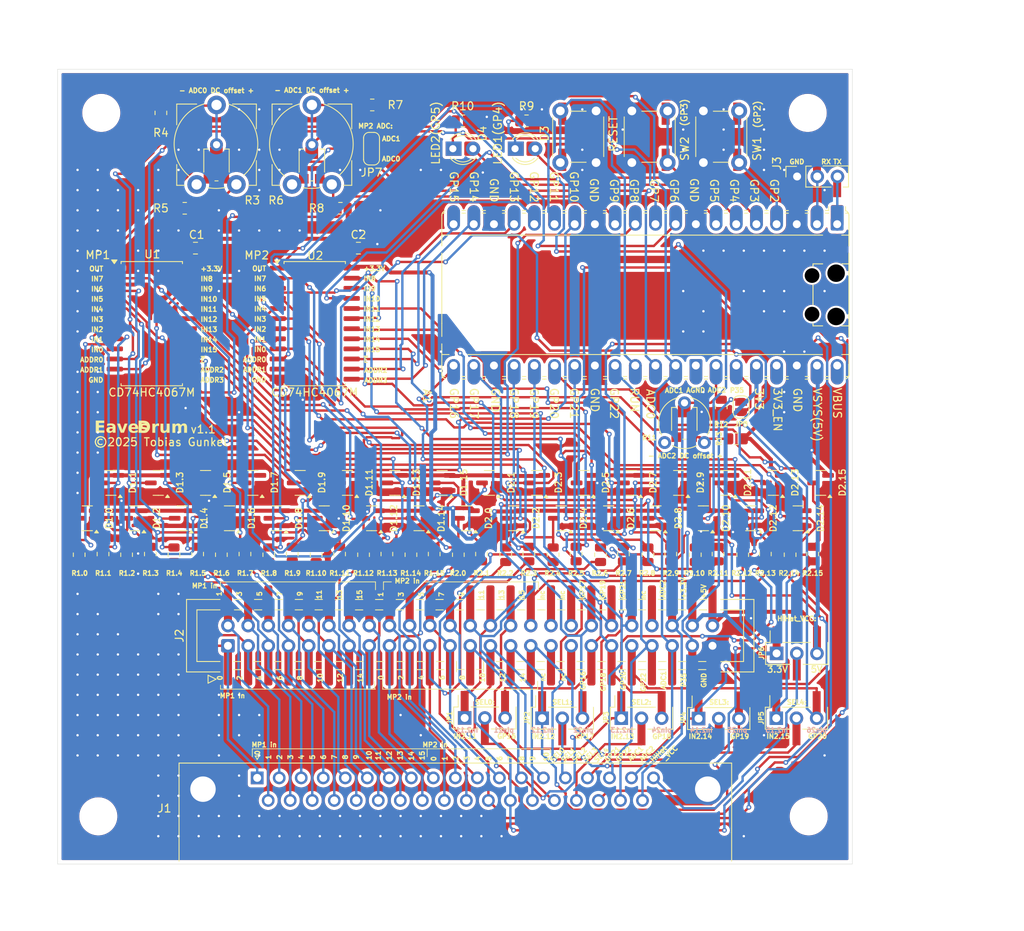
<source format=kicad_pcb>
(kicad_pcb (version 20241229) (generator "pcbnew") (generator_version "9.0")
  (title_block (title "EavesDrum") (date "2025-06-18") (rev "${VERSION}") (company "${AUTHOR}") (comment 4 "AISLER Project ID: OPUEIZBQ"))
  (layers (0 "F.Cu" signal) (2 "B.Cu" signal) (13 "F.Paste" user) (15 "B.Paste" user) (5 "F.SilkS" user "F.Silkscreen") (7 "B.SilkS" user "B.Silkscreen") (1 "F.Mask" user) (3 "B.Mask" user) (25 "Edge.Cuts" user))
  (property "AUTHOR" "Tobias Gunkel")
  (property "COPYRIGHT" "2025")
  (property "VERSION" "1.1")
  (net 0 "")
  (net 1 "GND")
  (net 2 "+3.3V")
  (net 3 "+5V")
  (net 4 "Net-(A1-GPIO0)")
  (net 5 "/gpio19")
  (net 6 "/gpio18")
  (net 7 "/gpio20")
  (net 8 "/gpio22")
  (net 9 "/gpio21")
  (net 10 "/addr1_0")
  (net 11 "/addr1_2")
  (net 12 "/addr2_2")
  (net 13 "/nEna2")
  (net 14 "/addr2_0")
  (net 15 "/addr1_3")
  (net 16 "/addr2_3")
  (net 17 "/addr1_1")
  (net 18 "/nEna1")
  (net 19 "/addr2_1")
  (net 20 "/in2_14")
  (net 21 "/in1_2")
  (net 22 "/in1_5")
  (net 23 "/in2_8")
  (net 24 "/in2_5")
  (net 25 "/in2_3")
  (net 26 "/in2_13")
  (net 27 "/in2_10")
  (net 28 "/in1_8")
  (net 29 "/in1_12")
  (net 30 "/in1_0")
  (net 31 "/in1_7")
  (net 32 "/in2_4")
  (net 33 "/in1_15")
  (net 34 "/in2_11")
  (net 35 "/in2_6")
  (net 36 "/in2_0")
  (net 37 "/in1_13")
  (net 38 "/in2_9")
  (net 39 "/in2_12")
  (net 40 "/in1_11")
  (net 41 "/in2_1")
  (net 42 "/in1_9")
  (net 43 "/in1_14")
  (net 44 "/in1_3")
  (net 45 "/in2_2")
  (net 46 "/in1_10")
  (net 47 "/in1_4")
  (net 48 "/in2_7")
  (net 49 "/in2_15")
  (net 50 "/in1_6")
  (net 51 "/in1_1")
  (net 52 "Net-(A1-GPIO1)")
  (net 53 "adc2")
  (net 54 "adc0")
  (net 55 "adc1")
  (net 56 "/gpio5")
  (net 57 "/gpio17")
  (net 58 "/gpio3")
  (net 59 "/gpio4")
  (net 60 "/gpio16")
  (net 61 "/gpio2")
  (net 64 "Net-(A1-ADC_VREF)")
  (net 65 "/sel3")
  (net 66 "/sel2")
  (net 67 "/sel0")
  (net 68 "/sel1")
  (net 70 "Net-(R3-Pad1)")
  (net 72 "Net-(D3-K)")
  (net 73 "Net-(D4-K)")
  (net 74 "Net-(R6-Pad1)")
  (net 76 "/sel4")
  (net 77 "hh_vcc")
  (net 78 "pin35")
  (net 79 "Net-(A1-RUN)")
  (net 80 "Net-(D1.0-COM)")
  (net 81 "Net-(D1.1-COM)")
  (net 82 "Net-(D1.2-COM)")
  (net 83 "Net-(D1.3-COM)")
  (net 84 "Net-(D1.4-COM)")
  (net 85 "Net-(D1.5-COM)")
  (net 86 "Net-(D1.6-COM)")
  (net 87 "Net-(D1.7-COM)")
  (net 88 "Net-(D1.8-COM)")
  (net 89 "Net-(D1.9-COM)")
  (net 90 "Net-(D1.10-COM)")
  (net 91 "Net-(D1.11-COM)")
  (net 92 "Net-(D1.12-COM)")
  (net 93 "Net-(D1.13-COM)")
  (net 94 "Net-(D1.14-COM)")
  (net 95 "Net-(D1.15-COM)")
  (net 96 "Net-(D2.0-COM)")
  (net 97 "Net-(D2.1-COM)")
  (net 98 "Net-(D2.2-COM)")
  (net 99 "Net-(D2.3-COM)")
  (net 100 "Net-(D2.4-COM)")
  (net 101 "Net-(D2.5-COM)")
  (net 102 "Net-(D2.6-COM)")
  (net 103 "Net-(D2.7-COM)")
  (net 104 "Net-(D2.8-COM)")
  (net 105 "Net-(D2.9-COM)")
  (net 106 "Net-(D2.10-COM)")
  (net 107 "Net-(D2.11-COM)")
  (net 108 "Net-(D2.12-COM)")
  (net 109 "Net-(D2.13-COM)")
  (net 110 "Net-(D2.14-COM)")
  (net 111 "Net-(D2.15-COM)")
  (net 112 "Net-(JP7-C)")
  (net 124 "Net-(R11-Pad1)")
  (footprint "Resistor_SMD:R_0805_2012Metric" (layer "F.Cu") (at 79.6446 99.0875 -90)
    (property "Reference" "R1.4" (at 2.325 -0.032885 0) (layer "F.SilkS") (effects (font (size 0.6 0.6))))
    (property "Value" "1k")
    (pad "1" smd roundrect (at -0.9125 0 270) (size 1.025 1.4) (layers "F.Cu" "F.Mask" "F.Paste") (roundrect_rratio 0.243902) (net 84 "Net-(D1.4-COM)"))
    (pad "2" smd roundrect (at 0.9125 0 270) (size 1.025 1.4) (layers "F.Cu" "F.Mask" "F.Paste") (roundrect_rratio 0.243902) (net 47 "/in1_4"))
  )
  (footprint "Connector_PinHeader_2.54mm:PinHeader_1x03_P2.54mm_Vertical_SMD_Pin1Right" (layer "F.Cu") (at 157.96 119.655 90)
    (property "Reference" "JP5" (at 0.028951 -4.435949 90) (layer "F.SilkS") (effects (font (size 0.6 0.6))))
    (property "Value" "Jumper")
    (pad "1" thru_hole rect (at 0 -2.54 90) (size 1.7 1.7) (drill 1) (layers "*.Cu" "*.Mask") (net 49 "/in2_15"))
    (pad "1" smd rect (at 1.655 -2.54 90) (size 3.5 1) (layers "F.Cu" "F.Mask" "F.Paste") (net 49 "/in2_15"))
    (pad "2" smd rect (at -1.655 0 90) (size 3.5 1) (layers "F.Cu" "F.Mask" "F.Paste") (net 76 "/sel4"))
    (pad "2" thru_hole circle (at 0 0 90) (size 1.7 1.7) (drill 1) (layers "*.Cu" "*.Mask") (net 76 "/sel4"))
    (pad "3" thru_hole circle (at 0 2.54 90) (size 1.7 1.7) (drill 1) (layers "*.Cu" "*.Mask") (net 7 "/gpio20"))
    (pad "3" smd rect (at 1.655 2.54 90) (size 3.5 1) (layers "F.Cu" "F.Mask" "F.Paste") (net 7 "/gpio20"))
  )
  (footprint "Connector_PinHeader_2.54mm:PinHeader_1x03_P2.54mm_Vertical_SMD_Pin1Right" (layer "F.Cu") (at 148.1812 119.6986 90)
    (property "Reference" "JP4" (at 0.028951 -4.435949 90) (layer "F.SilkS") (effects (font (size 0.6 0.6))))
    (property "Value" "Jumper")
    (pad "1" thru_hole rect (at 0 -2.54 90) (size 1.7 1.7) (drill 1) (layers "*.Cu" "*.Mask") (net 20 "/in2_14"))
    (pad "1" smd rect (at 1.655 -2.54 90) (size 3.5 1) (layers "F.Cu" "F.Mask" "F.Paste") (net 20 "/in2_14"))
    (pad "2" smd rect (at -1.655 0 90) (size 3.5 1) (layers "F.Cu" "F.Mask" "F.Paste") (net 65 "/sel3"))
    (pad "2" thru_hole circle (at 0 0 90) (size 1.7 1.7) (drill 1) (layers "*.Cu" "*.Mask") (net 65 "/sel3"))
    (pad "3" thru_hole circle (at 0 2.54 90) (size 1.7 1.7) (drill 1) (layers "*.Cu" "*.Mask") (net 5 "/gpio19"))
    (pad "3" smd rect (at 1.655 2.54 90) (size 3.5 1) (layers "F.Cu" "F.Mask" "F.Paste") (net 5 "/gpio19"))
  )
  (footprint "Potentiometer_SMD:Potentiometer_ACP_CA9-VSMD_Vertical" (layer "F.Cu") (at 85 47.5 90)
    (property "Reference" "R3" (at -7 4.5 180) (layer "F.SilkS"))
    (property "Value" "5k")
    (pad "1" thru_hole circle (at -5 2.5 90) (size 2.34 2.34) (drill 1.3) (layers "*.Cu" "*.Mask") (net 70 "Net-(R3-Pad1)"))
    (pad "1" smd rect (at -4.289634 0.976715 90) (size 1.2 1.2) (layers "F.Cu" "F.Mask" "F.Paste") (net 70 "Net-(R3-Pad1)"))
    (pad "2" smd rect (at -1.039634 -0.023285 90) (size 1.5 1.6) (layers "F.Cu" "F.Mask" "F.Paste") (net 54 "adc0"))
    (pad "2" thru_hole circle (at 0 0 90) (size 1.62 1.62) (drill 0.9) (layers "*.Cu" "*.Mask") (net 54 "adc0"))
    (pad "2" thru_hole circle (at 5 0 90) (size 2.34 2.34) (drill 1.3) (layers "*.Cu" "*.Mask") (net 54 "adc0"))
    (pad "3" thru_hole circle (at -5 -2.5 90) (size 2.34 2.34) (drill 1.3) (layers "*.Cu" "*.Mask"))
    (pad "3" smd rect (at -4.289634 -1.023285 90) (size 1.2 1.2) (layers "F.Cu" "F.Mask" "F.Paste"))
  )
  (footprint "Package_TO_SOT_SMD:SOT-23" (layer "F.Cu") (at 149.0953 90.05 180)
    (property "Reference" "D2.11" (at -2.738233 0.05 90) (layer "F.SilkS") (effects (font (size 0.8 0.8))))
    (property "Value" "BAT54S")
    (pad "1" smd roundrect (at -0.9375 -0.95 180) (size 1.475 0.6) (layers "F.Cu" "F.Mask" "F.Paste") (net 1 "GND"))
    (pad "2" smd roundrect (at -0.9375 0.95 180) (size 1.475 0.6) (layers "F.Cu" "F.Mask" "F.Paste") (net 2 "+3.3V"))
    (pad "3" smd roundrect (at 0.9375 0 180) (size 1.475 0.6) (layers "F.Cu" "F.Mask" "F.Paste") (net 107 "Net-(D2.11-COM)"))
  )
  (footprint "Resistor_SMD:R_0805_2012Metric" (layer "F.Cu") (at 100.5875 55.5)
    (property "Reference" "R8" (at -3 0 0) (layer "F.SilkS"))
    (property "Value" "330")
    (pad "1" smd roundrect (at -0.9125 0) (size 1.025 1.4) (layers "F.Cu" "F.Mask" "F.Paste") (roundrect_rratio 0.243902) (net 74 "Net-(R6-Pad1)"))
    (pad "2" smd roundrect (at 0.9125 0) (size 1.025 1.4) (layers "F.Cu" "F.Mask" "F.Paste") (roundrect_rratio 0.243902) (net 2 "+3.3V"))
  )
  (footprint "Package_TO_SOT_SMD:SOT-23" (layer "F.Cu") (at 86.6271 94.5 180)
    (property "Reference" "D1.6" (at -2.7729 0.000001 90) (layer "F.SilkS") (effects (font (size 0.8 0.8))))
    (property "Value" "BAT54S")
    (pad "1" smd roundrect (at -0.9375 -0.95 180) (size 1.475 0.6) (layers "F.Cu" "F.Mask" "F.Paste") (net 1 "GND"))
    (pad "2" smd roundrect (at -0.9375 0.95 180) (size 1.475 0.6) (layers "F.Cu" "F.Mask" "F.Paste") (net 2 "+3.3V"))
    (pad "3" smd roundrect (at 0.9375 0 180) (size 1.475 0.6) (layers "F.Cu" "F.Mask" "F.Paste") (net 86 "Net-(D1.6-COM)"))
  )
  (footprint "Resistor_SMD:R_0805_2012Metric" (layer "F.Cu") (at 85.6073 99.0875 -90)
    (property "Reference" "R1.6" (at 2.325 -0.020001 0) (layer "F.SilkS") (effects (font (size 0.6 0.6))))
    (property "Value" "1k")
    (pad "1" smd roundrect (at -0.9125 0 270) (size 1.025 1.4) (layers "F.Cu" "F.Mask" "F.Paste") (roundrect_rratio 0.243902) (net 86 "Net-(D1.6-COM)"))
    (pad "2" smd roundrect (at 0.9125 0 270) (size 1.025 1.4) (layers "F.Cu" "F.Mask" "F.Paste") (roundrect_rratio 0.243902) (net 50 "/in1_6"))
  )
  (footprint "Package_SO:SOIC-24W_7.5x15.4mm_P1.27mm" (layer "F.Cu") (at 76.85 70.015)
    (property "Reference" "U1" (at 0.0675 -8.727377 0) (layer "F.SilkS"))
    (property "Value" "CD74HC4067M" (at 0 8.65 0) (layer "F.SilkS"))
    (pad "1" smd roundrect (at -4.65 -6.985) (size 2.05 0.6) (layers "F.Cu" "F.Mask" "F.Paste") (net 54 "adc0"))
    (pad "2" smd roundrect (at -4.65 -5.715) (size 2.05 0.6) (layers "F.Cu" "F.Mask" "F.Paste") (net 87 "Net-(D1.7-COM)"))
    (pad "3" smd roundrect (at -4.65 -4.445) (size 2.05 0.6) (layers "F.Cu" "F.Mask" "F.Paste") (net 86 "Net-(D1.6-COM)"))
    (pad "4" smd roundrect (at -4.65 -3.175) (size 2.05 0.6) (layers "F.Cu" "F.Mask" "F.Paste") (net 85 "Net-(D1.5-COM)"))
    (pad "5" smd roundrect (at -4.65 -1.905) (size 2.05 0.6) (layers "F.Cu" "F.Mask" "F.Paste") (net 84 "Net-(D1.4-COM)"))
    (pad "6" smd roundrect (at -4.65 -0.635) (size 2.05 0.6) (layers "F.Cu" "F.Mask" "F.Paste") (net 83 "Net-(D1.3-COM)"))
    (pad "7" smd roundrect (at -4.65 0.635) (size 2.05 0.6) (layers "F.Cu" "F.Mask" "F.Paste") (net 82 "Net-(D1.2-COM)"))
    (pad "8" smd roundrect (at -4.65 1.905) (size 2.05 0.6) (layers "F.Cu" "F.Mask" "F.Paste") (net 81 "Net-(D1.1-COM)"))
    (pad "9" smd roundrect (at -4.65 3.175) (size 2.05 0.6) (layers "F.Cu" "F.Mask" "F.Paste") (net 80 "Net-(D1.0-COM)"))
    (pad "10" smd roundrect (at -4.65 4.445) (size 2.05 0.6) (layers "F.Cu" "F.Mask" "F.Paste") (net 10 "/addr1_0"))
    (pad "11" smd roundrect (at -4.65 5.715) (size 2.05 0.6) (layers "F.Cu" "F.Mask" "F.Paste") (net 17 "/addr1_1"))
    (pad "12" smd roundrect (at -4.65 6.985) (size 2.05 0.6) (layers "F.Cu" "F.Mask" "F.Paste") (net 1 "GND"))
    (pad "13" smd roundrect (at 4.65 6.985) (size 2.05 0.6) (layers "F.Cu" "F.Mask" "F.Paste") (net 15 "/addr1_3"))
    (pad "14" smd roundrect (at 4.65 5.715) (size 2.05 0.6) (layers "F.Cu" "F.Mask" "F.Paste") (net 11 "/addr1_2"))
    (pad "15" smd roundrect (at 4.65 4.445) (size 2.05 0.6) (layers "F.Cu" "F.Mask" "F.Paste") (net 18 "/nEna1"))
    (pad "16" smd roundrect (at 4.65 3.175) (size 2.05 0.6) (layers "F.Cu" "F.Mask" "F.Paste") (net 95 "Net-(D1.15-COM)"))
    (pad "17" smd roundrect (at 4.65 1.905) (size 2.05 0.6) (layers "F.Cu" "F.Mask" "F.Paste") (net 94 "Net-(D1.14-COM)"))
    (pad "18" smd roundrect (at 4.65 0.635) (size 2.05 0.6) (layers "F.Cu" "F.Mask" "F.Paste") (net 93 "Net-(D1.13-COM)"))
    (pad "19" smd roundrect (at 4.65 -0.635) (size 2.05 0.6) (layers "F.Cu" "F.Mask" "F.Paste") (net 92 "Net-(D1.12-COM)"))
    (pad "20" smd roundrect (at 4.65 -1.905) (size 2.05 0.6) (layers "F.Cu" "F.Mask" "F.Paste") (net 91 "Net-(D1.11-COM)"))
    (pad "21" smd roundrect (at 4.65 -3.175) (size 2.05 0.6) (layers "F.Cu" "F.Mask" "F.Paste") (net 90 "Net-(D1.10-COM)"))
    (pad "22" smd roundrect (at 4.65 -4.445) (size 2.05 0.6) (layers "F.Cu" "F.Mask" "F.Paste") (net 89 "Net-(D1.9-COM)"))
    (pad "23" smd roundrect (at 4.65 -5.715) (size 2.05 0.6) (layers "F.Cu" "F.Mask" "F.Paste") (net 88 "Net-(D1.8-COM)"))
    (pad "24" smd roundrect (at 4.65 -6.985) (size 2.05 0.6) (layers "F.Cu" "F.Mask" "F.Paste") (net 2 "+3.3V"))
  )
  (footprint "Resistor_SMD:R_0805_2012Metric" (layer "F.Cu") (at 103.4956 99.0875 -90)
    (property "Reference" "R1.12" (at 2.325 0.018851 0) (layer "F.SilkS") (effects (font (size 0.6 0.6))))
    (property "Value" "1k")
    (pad "1" smd roundrect (at -0.9125 0 270) (size 1.025 1.4) (layers "F.Cu" "F.Mask" "F.Paste") (roundrect_rratio 0.243902) (net 92 "Net-(D1.12-COM)"))
    (pad "2" smd roundrect (at 0.9125 0 270) (size 1.025 1.4) (layers "F.Cu" "F.Mask" "F.Paste") (roundrect_rratio 0.243902) (net 29 "/in1_12"))
  )
  (footprint "Resistor_SMD:R_0805_2012Metric" (layer "F.Cu") (at 148.5 80.5 90)
    (property "Reference" "R12" (at -2.210517 -0.004574 0) (layer "F.SilkS") (effects (font (size 0.6 0.6))))
    (property "Value" "2.7k")
    (pad "1" smd roundrect (at -0.9125 0 90) (size 1.025 1.4) (layers "F.Cu" "F.Mask" "F.Paste") (roundrect_rratio 0.243902) (net 1 "GND"))
    (pad "2" smd roundrect (at 0.9125 0 90) (size 1.025 1.4) (layers "F.Cu" "F.Mask" "F.Paste") (roundrect_rratio 0.243902) (net 53 "adc2"))
  )
  (footprint "Button_Switch_SMD:SW_Push_1P1T_NO_CK_KSC6xxJ" (layer "F.Cu") (at 148.5 46.5 -90)
    (property "Reference" "SW1" (at 1.5 -4.5 90) (layer "F.SilkS"))
    (property "Value" "SW_Push")
    (pad "1" thru_hole circle (at -3.25 -2.25) (size 2 2) (drill 1.1) (layers "*.Cu" "*.Mask") (net 61 "/gpio2"))
    (pad "1" smd rect (at -2.9 -2 270) (size 2.8 1) (layers "F.Cu" "F.Mask" "F.Paste") (net 61 "/gpio2"))
    (pad "1" smd rect (at 2.9 -2 270) (size 2.8 1) (layers "F.Cu" "F.Mask" "F.Paste") (net 61 "/gpio2"))
    (pad "1" thru_hole circle (at 3.25 -2.25) (size 2 2) (drill 1.1) (layers "*.Cu" "*.Mask") (net 61 "/gpio2"))
    (pad "2" thru_hole circle (at -3.25 2.25) (size 2 2) (drill 1.1) (layers "*.Cu" "*.Mask") (net 1 "GND"))
    (pad "2" smd rect (at -2.9 2 270) (size 2.8 1) (layers "F.Cu" "F.Mask" "F.Paste") (net 1 "GND"))
    (pad "2" smd rect (at 2.9 2 270) (size 2.8 1) (layers "F.Cu" "F.Mask" "F.Paste") (net 1 "GND"))
    (pad "2" thru_hole circle (at 3.25 2.25) (size 2 2) (drill 1.1) (layers "*.Cu" "*.Mask") (net 1 "GND"))
  )
  (footprint "Package_TO_SOT_SMD:SOT-23" (layer "F.Cu") (at 83.6194 90.05 180)
    (property "Reference" "D1.5" (at -2.725177 0.050001 90) (layer "F.SilkS") (effects (font (size 0.8 0.8))))
    (property "Value" "BAT54S")
    (pad "1" smd roundrect (at -0.9375 -0.95 180) (size 1.475 0.6) (layers "F.Cu" "F.Mask" "F.Paste") (net 1 "GND"))
    (pad "2" smd roundrect (at -0.9375 0.95 180) (size 1.475 0.6) (layers "F.Cu" "F.Mask" "F.Paste") (net 2 "+3.3V"))
    (pad "3" smd roundrect (at 0.9375 0 180) (size 1.475 0.6) (layers "F.Cu" "F.Mask" "F.Paste") (net 85 "Net-(D1.5-COM)"))
  )
  (footprint "Resistor_SMD:R_0805_2012Metric" (layer "F.Cu") (at 81 55.5)
    (property "Reference" "R5" (at -3 0 0) (layer "F.SilkS"))
    (property "Value" "330")
    (pad "1" smd roundrect (at -0.9125 0) (size 1.025 1.4) (layers "F.Cu" "F.Mask" "F.Paste") (roundrect_rratio 0.243902) (net 70 "Net-(R3-Pad1)"))
    (pad "2" smd roundrect (at 0.9125 0) (size 1.025 1.4) (layers "F.Cu" "F.Mask" "F.Paste") (roundrect_rratio 0.243902) (net 2 "+3.3V"))
  )
  (footprint "Connector_PinHeader_2.54mm:PinHeader_1x03_P2.54mm_Vertical_SMD_Pin1Right" (layer "F.Cu") (at 158 111.5 90)
    (property "Reference" "JP6" (at 0.028951 -4.435949 90) (layer "F.SilkS") (effects (font (size 0.6 0.6))))
    (property "Value" "Jumper")
    (pad "1" thru_hole rect (at 0 -2.54 90) (size 1.7 1.7) (drill 1) (layers "*.Cu" "*.Mask") (net 2 "+3.3V"))
    (pad "1" smd rect (at 1.655 -2.54 90) (size 3.5 1) (layers "F.Cu" "F.Mask" "F.Paste") (net 2 "+3.3V"))
    (pad "2" smd rect (at -1.655 0 90) (size 3.5 1) (layers "F.Cu" "F.Mask" "F.Paste") (net 77 "hh_vcc"))
    (pad "2" thru_hole circle (at 0 0 90) (size 1.7 1.7) (drill 1) (layers "*.Cu" "*.Mask") (net 77 "hh_vcc"))
    (pad "3" thru_hole circle (at 0 2.54 90) (size 1.7 1.7) (drill 1) (layers "*.Cu" "*.Mask") (net 3 "+5V"))
    (pad "3" smd rect (at 1.655 2.54 90) (size 3.5 1) (layers "F.Cu" "F.Mask" "F.Paste") (net 3 "+5V"))
  )
  (footprint "Resistor_SMD:R_0805_2012Metric" (layer "F.Cu") (at 145.2348 99.0875 -90)
    (property "Reference" "R2.10" (at 2.325 0.10934 0) (layer "F.SilkS") (effects (font (size 0.6 0.6))))
    (property "Value" "1k")
    (pad "1" smd roundrect (at -0.9125 0 270) (size 1.025 1.4) (layers "F.Cu" "F.Mask" "F.Paste") (roundrect_rratio 0.243902) (net 106 "Net-(D2.10-COM)"))
    (pad "2" smd roundrect (at 0.9125 0 270) (size 1.025 1.4) (layers "F.Cu" "F.Mask" "F.Paste") (roundrect_rratio 0.243902) (net 27 "/in2_10"))
  )
  (footprint "Resistor_SMD:R_0805_2012Metric" (layer "F.Cu") (at 78 43.5 90)
    (property "Reference" "R4" (at -2.5 0 180) (layer "F.SilkS"))
    (property "Value" "2.7k")
    (pad "1" smd roundrect (at -0.9125 0 90) (size 1.025 1.4) (layers "F.Cu" "F.Mask" "F.Paste") (roundrect_rratio 0.243902) (net 1 "GND"))
    (pad "2" smd roundrect (at 0.9125 0 90) (size 1.025 1.4) (layers "F.Cu" "F.Mask" "F.Paste") (roundrect_rratio 0.243902) (net 54 "adc0"))
  )
  (footprint "Package_TO_SOT_SMD:SOT-23" (layer "F.Cu") (at 155.0477 90.05 180)
    (property "Reference" "D2.13" (at -2.739375 0.05 90) (layer "F.SilkS") (effects (font (size 0.8 0.8))))
    (property "Value" "BAT54S")
    (pad "1" smd roundrect (at -0.9375 -0.95 180) (size 1.475 0.6) (layers "F.Cu" "F.Mask" "F.Paste") (net 1 "GND"))
    (pad "2" smd roundrect (at -0.9375 0.95 180) (size 1.475 0.6) (layers "F.Cu" "F.Mask" "F.Paste") (net 2 "+3.3V"))
    (pad "3" smd roundrect (at 0.9375 0 180) (size 1.475 0.6) (layers "F.Cu" "F.Mask" "F.Paste") (net 109 "Net-(D2.13-COM)"))
  )
  (footprint "Resistor_SMD:R_0805_2012Metric" (layer "F.Cu") (at 70.7191 99 -90)
    (property "Reference" "R1.1" (at 2.4125 -0.033661 0) (layer "F.SilkS") (effects (font (size 0.6 0.6))))
    (property "Value" "1k")
    (pad "1" smd roundrect (at -0.9125 0 270) (size 1.025 1.4) (layers "F.Cu" "F.Mask" "F.Paste") (roundrect_rratio 0.243902) (net 81 "Net-(D1.1-COM)"))
    (pad "2" smd roundrect (at 0.9125 0 270) (size 1.025 1.4) (layers "F.Cu" "F.Mask" "F.Paste") (roundrect_rratio 0.243902) (net 51 "/in1_1"))
  )
  (footprint "Module:RaspberryPi_Pico_Common_Unspecified" (layer "F.Cu") (at 138.95 66.39 -90)
    (property "Reference" "A1" (at 11.7475 27.45 270) (layer "F.SilkS") (effects (justify left)))
    (property "Value" "RaspberryPi_Pico")
    (pad "" np_thru_hole circle (at -2.725 -24 270) (size 2.2 2.2) (drill 2.2) (layers "*.Mask"))
    (pad "" np_thru_hole circle (at -2.425 -20.97 270) (size 1.85 1.85) (drill 1.85) (layers "*.Mask"))
    (pad "" np_thru_hole circle (at 2.425 -20.97 270) (size 1.85 1.85) (drill 1.85) (layers "*.Mask"))
    (pad "" np_thru_hole circle (at 2.725 -24 270) (size 2.2 2.2) (drill 2.2) (layers "*.Mask"))
    (pad "1" smd custom (at -9.69 -24.13 270) (size 1.6 0.8) (layers "F.Cu" "F.Mask") (net 4 "Net-(A1-GPIO0)") (options (clearance outline) (anchor rect)) (primitives (gr_circle (center 0.8 0) (end 1.6 0) (width 0) (fill yes)) (gr_poly (pts (xy -1.6 -0.6) (xy -1.6 0.6) (xy -1.4 0.8) (xy 0.8 0.8) (xy 0.8 -0.8) (xy -1.4 -0.8)) (width 0) (fill yes)) (gr_circle (center -1.4 -0.6) (end -1.2 -0.6) (width 0) (fill yes)) (gr_circle (center -1.4 0.6) (end -1.2 0.6) (width 0) (fill yes))))
    (pad "1" smd custom (at -9.663845 -24.145078 270) (size 1.6 0.8) (layers "B.Cu" "B.Mask") (net 4 "Net-(A1-GPIO0)") (options (clearance outline) (anchor rect)) (primitives (gr_circle (center 0.8 0) (end 1.6 0) (width 0) (fill yes)) (gr_poly (pts (xy -1.6 -0.6) (xy -1.6 0.6) (xy -1.4 0.8) (xy 0.8 0.8) (xy 0.8 -0.8) (xy -1.4 -0.8)) (width 0) (fill yes)) (gr_circle (center -1.4 -0.6) (end -1.2 -0.6) (width 0) (fill yes)) (gr_circle (center -1.4 0.6) (end -1.2 0.6) (width 0) (fill yes))))
    (pad "1" thru_hole roundrect (at -8.89 -24.13 270) (size 1.6 1.6) (drill 1) (layers "*.Cu" "*.Mask") (roundrect_rratio 0.125) (net 4 "Net-(A1-GPIO0)"))
    (pad "2" smd roundrect (at -9.69 -21.59 270) (size 3.2 1.6) (layers "F.Cu" "F.Mask") (roundrect_rratio 0.5) (net 52 "Net-(A1-GPIO1)"))
    (pad "2" smd roundrect (at -9.663845 -21.605078 270) (size 3.2 1.6) (layers "B.Cu" "B.Mask") (roundrect_rratio 0.5) (net 52 "Net-(A1-GPIO1)"))
    (pad "2" thru_hole circle (at -8.89 -21.59 270) (size 1.6 1.6) (drill 1) (layers "*.Cu" "*.Mask") (net 52 "Net-(A1-GPIO1)"))
    (pad "3" smd custom (at -9.69 -19.05 270) (size 1.6 0.8) (layers "F.Cu" "F.Mask") (net 1 "GND") (options (clearance outline) (anchor rect)) (primitives (gr_circle (center -0.8 0) (end 0 0) (width 0) (fill yes)) (gr_poly (pts (xy 1.6 -0.6) (xy 1.6 0.6) (xy 1.4 0.8) (xy -0.8 0.8) (xy -0.8 -0.8) (xy 1.4 -0.8)) (width 0) (fill yes)) (gr_circle (center 1.4 -0.6) (end 1.6 -0.6) (width 0) (fill yes)) (gr_circle (center 1.4 0.6) (end 1.6 0.6) (width 0) (fill yes))))
    (pad "3" smd custom (at -9.663845 -19.065078 270) (size 1.6 0.8) (layers "B.Cu" "B.Mask") (net 1 "GND") (options (clearance outline) (anchor rect)) (primitives (gr_circle (center -0.8 0) (end 0 0) (width 0) (fill yes)) (gr_poly (pts (xy 1.6 -0.6) (xy 1.6 0.6) (xy 1.4 0.8) (xy -0.8 0.8) (xy -0.8 -0.8) (xy 1.4 -0.8)) (width 0) (fill yes)) (gr_circle (center 1.4 -0.6) (end 1.6 -0.6) (width 0) (fill yes)) (gr_circle (center 1.4 0.6) (end 1.6 0.6) (width 0) (fill yes))))
    (pad "3" thru_hole custom (at -8.89 -19.05 270) (size 1.6 1.6) (drill 1) (layers "*.Cu" "*.Mask") (net 1 "GND") (options (clearance outline) (anchor circle)) (primitives (gr_poly (pts (xy 0.8 0.6) (xy 0.8 -0.6) (xy 0.6 -0.8) (xy 0 -0.8) (xy 0 0.8) (xy 0.6 0.8)) (width 0) (fill yes)) (gr_circle (center 0.6 0.6) (end 0.8 0.6) (width 0) (fill yes)) (gr_circle (center 0.6 -0.6) (end 0.8 -0.6) (width 0) (fill yes))))
    (pad "4" smd roundrect (at -9.69 -16.51 270) (size 3.2 1.6) (layers "F.Cu" "F.Mask") (roundrect_rratio 0.5) (net 61 "/gpio2"))
    (pad "4" smd roundrect (at -9.663845 -16.525078 270) (size 3.2 1.6) (layers "B.Cu" "B.Mask") (roundrect_rratio 0.5) (net 61 "/gpio2"))
    (pad "4" thru_hole circle (at -8.89 -16.51 270) (size 1.6 1.6) (drill 1) (layers "*.Cu" "*.Mask") (net 61 "/gpio2"))
    (pad "5" smd roundrect (at -9.69 -13.97 270) (size 3.2 1.6) (layers "F.Cu" "F.Mask") (roundrect_rratio 0.5) (net 58 "/gpio3"))
    (pad "5" smd roundrect (at -9.663845 -13.985078 270) (size 3.2 1.6) (layers "B.Cu" "B.Mask") (roundrect_rratio 0.5) (net 58 "/gpio3"))
    (pad "5" thru_hole circle (at -8.89 -13.97 270) (size 1.6 1.6) (drill 1) (layers "*.Cu" "*.Mask") (net 58 "/gpio3"))
    (pad "6" smd roundrect (at -9.69 -11.43 270) (size 3.2 1.6) (layers "F.Cu" "F.Mask") (roundrect_rratio 0.5) (net 59 "/gpio4"))
    (pad "6" smd roundrect (at -9.663845 -11.445078 270) (size 3.2 1.6) (layers "B.Cu" "B.Mask") (roundrect_rratio 0.5) (net 59 "/gpio4"))
    (pad "6" thru_hole circle (at -8.89 -11.43 270) (size 1.6 1.6) (drill 1) (layers "*.Cu" "*.Mask") (net 59 "/gpio4"))
    (pad "7" smd roundrect (at -9.69 -8.89 270) (size 3.2 1.6) (layers "F.Cu" "F.Mask") (roundrect_rratio 0.5) (net 56 "/gpio5"))
    (pad "7" smd roundrect (at -9.663845 -8.905078 270) (size 3.2 1.6) (layers "B.Cu" "B.Mask") (roundrect_rratio 0.5) (net 56 "/gpio5"))
    (pad "7" thru_hole circle (at -8.89 -8.89 270) (size 1.6 1.6) (drill 1) (layers "*.Cu" "*.Mask") (net 56 "/gpio5"))
    (pad "8" smd custom (at -9.69 -6.35 270) (size 1.6 0.8) (layers "F.Cu" "F.Mask") (net 1 "GND") (options (clearance outline) (anchor rect)) (primitives (gr_circle (center -0.8 0) (end 0 0) (width 0) (fill yes)) (gr_poly (pts (xy 1.6 -0.6) (xy 1.6 0.6) (xy 1.4 0.8) (xy -0.8 0.8) (xy -0.8 -0.8) (xy 1.4 -0.8)) (width 0) (fill yes)) (gr_circle (center 1.4 -0.6) (end 1.6 -0.6) (width 0) (fill yes)) (gr_circle (center 1.4 0.6) (end 1.6 0.6) (width 0) (fill yes))))
    (pad "8" smd custom (at -9.663845 -6.365078 270) (size 1.6 0.8) (layers "B.Cu" "B.Mask") (net 1 "GND") (options (clearance outline) (anchor rect)) (primitives (gr_circle (center -0.8 0) (end 0 0) (width 0) (fill yes)) (gr_poly (pts (xy 1.6 -0.6) (xy 1.6 0.6) (xy 1.4 0.8) (xy -0.8 0.8) (xy -0.8 -0.8) (xy 1.4 -0.8)) (width 0) (fill yes)) (gr_circle (center 1.4 -0.6) (end 1.6 -0.6) (width 0) (fill yes)) (gr_circle (center 1.4 0.6) (end 1.6 0.6) (width 0) (fill yes))))
    (pad "8" thru_hole custom (at -8.89 -6.35 270) (size 1.6 1.6) (drill 1) (layers "*.Cu" "*.Mask") (net 1 "GND") (options (clearance outline) (anchor circle)) (primitives (gr_poly (pts (xy 0.8 0.6) (xy 0.8 -0.6) (xy 0.6 -0.8) (xy 0 -0.8) (xy 0 0.8) (xy 0.6 0.8)) (width 0) (fill yes)) (gr_circle (center 0.6 0.6) (end 0.8 0.6) (width 0) (fill yes)) (gr_circle (center 0.6 -0.6) (end 0.8 -0.6) (width 0) (fill yes))))
    (pad "9" smd roundrect (at -9.69 -3.81 270) (size 3.2 1.6) (layers "F.Cu" "F.Mask") (roundrect_rratio 0.5) (net 10 "/addr1_0"))
    (pad "9" smd roundrect (at -9.663845 -3.825078 270) (size 3.2 1.6) (layers "B.Cu" "B.Mask") (roundrect_rratio 0.5) (net 10 "/addr1_0"))
    (pad "9" thru_hole circle (at -8.89 -3.81 270) (size 1.6 1.6) (drill 1) (layers "*.Cu" "*.Mask") (net 10 "/addr1_0"))
    (pad "10" smd roundrect (at -9.69 -1.27 270) (size 3.2 1.6) (layers "F.Cu" "F.Mask") (roundrect_rratio 0.5) (net 17 "/addr1_1"))
    (pad "10" smd roundrect (at -9.663845 -1.285078 270) (size 3.2 1.6) (layers "B.Cu" "B.Mask") (roundrect_rratio 0.5) (net 17 "/addr1_1"))
    (pad "10" thru_hole circle (at -8.89 -1.27 270) (size 1.6 1.6) (drill 1) (layers "*.Cu" "*.Mask") (net 17 "/addr1_1"))
    (pad "11" smd roundrect (at -9.69 1.27 270) (size 3.2 1.6) (layers "F.Cu" "F.Mask") (roundrect_rratio 0.5) (net 11 "/addr1_2"))
    (pad "11" smd roundrect (at -9.663845 1.254922 270) (size 3.2 1.6) (layers "B.Cu" "B.Mask") (roundrect_rratio 0.5) (net 11 "/addr1_2"))
    (pad "11" thru_hole circle (at -8.89 1.27 270) (size 1.6 1.6) (drill 1) (layers "*.Cu" "*.Mask") (net 11 "/addr1_2"))
    (pad "12" smd roundrect (at -9.69 3.81 270) (size 3.2 1.6) (layers "F.Cu" "F.Mask") (roundrect_rratio 0.5) (net 15 "/addr1_3"))
    (pad "12" smd roundrect (at -9.663845 3.794922 270) (size 3.2 1.6) (layers "B.Cu" "B.Mask") (roundrect_rratio 0.5) (net 15 "/addr1_3"))
    (pad "12" thru_hole circle (at -8.89 3.81 270) (size 1.6 1.6) (drill 1) (layers "*.Cu" "*.Mask") (net 15 "/addr1_3"))
    (pad "13" smd custom (at -9.69 6.35 270) (size 1.6 0.8) (layers "F.Cu" "F.Mask") (net 1 "GND") (options (clearance outline) (anchor rect)) (primitives (gr_circle (center -0.8 0) (end 0 0) (width 0) (fill yes)) (gr_poly (pts (xy 1.6 -0.6) (xy 1.6 0.6) (xy 1.4 0.8) (xy -0.8 0.8) (xy -0.8 -0.8) (xy 1.4 -0.8)) (width 0) (fill yes)) (gr_circle (center 1.4 -0.6) (end 1.6 -0.6) (width 0) (fill yes)) (gr_circle (center 1.4 0.6) (end 1.6 0.6) (width 0) (fill yes))))
    (pad "13" smd custom (at -9.663845 6.334922 270) (size 1.6 0.8) (layers "B.Cu" "B.Mask") (net 1 "GND") (options (clearance outline) (anchor rect)) (primitives (gr_circle (center -0.8 0) (end 0 0) (width 0) (fill yes)) (gr_poly (pts (xy 1.6 -0.6) (xy 1.6 0.6) (xy 1.4 0.8) (xy -0.8 0.8) (xy -0.8 -0.8) (xy 1.4 -0.8)) (width 0) (fill yes)) (gr_circle (center 1.4 -0.6) (end 1.6 -0.6) (width 0) (fill yes)) (gr_circle (center 1.4 0.6) (end 1.6 0.6) (width 0) (fill yes))))
    (pad "13" thru_hole custom (at -8.89 6.35 270) (size 1.6 1.6) (drill 1) (layers "*.Cu" "*.Mask") (net 1 "GND") (options (clearance outline) (anchor circle)) (primitives (gr_poly (pts (xy 0.8 0.6) (xy 0.8 -0.6) (xy 0.6 -0.8) (xy 0 -0.8) (xy 0 0.8) (xy 0.6 0.8)) (width 0) (fill yes)) (gr_circle (center 0.6 0.6) (end 0.8 0.6) (width 0) (fill yes)) (gr_circle (center 0.6 -0.6) (end 0.8 -0.6) (width 0) (fill yes))))
    (pad "14" smd roundrect (at -9.69 8.89 270) (size 3.2 1.6) (layers "F.Cu" "F.Mask") (roundrect_rratio 0.5) (net 18 "/nEna1"))
    (pad "14" smd roundrect (at -9.663845 8.874922 270) (size 3.2 1.6) (layers "B.Cu" "B.Mask") (roundrect_rratio 0.5) (net 18 "/nEna1"))
    (pad "14" thru_hole circle (at -8.89 8.89 270) (size 1.6 1.6) (drill 1) (layers "*.Cu" "*.Mask") (net 18 "/nEna1"))
    (pad "15" smd roundrect (at -9.69 11.43 270) (size 3.2 1.6) (layers "F.Cu" "F.Mask") (roundrect_rratio 0.5) (net 14 "/addr2_0"))
    (pad "15" smd roundrect (at -9.663845 11.414922 270) (size 3.2 1.6) (layers "B.Cu" "B.Mask") (roundrect_rratio 0.5) (net 14 "/addr2_0"))
    (pad "15" thru_hole circle (at -8.89 11.43 270) (size 1.6 1.6) (drill 1) (layers "*.Cu" "*.Mask") (net 14 "/addr2_0"))
    (pad "16" smd roundrect (at -9.69 13.97 270) (size 3.2 1.6) (layers "F.Cu" "F.Mask") (roundrect_rratio 0.5) (net 19 "/addr2_1"))
    (pad "16" smd roundrect (at -9.663845 13.954922 270) (size 3.2 1.6) (layers "B.Cu" "B.Mask") (roundrect_rratio 0.5) (net 19 "/addr2_1"))
    (pad "16" thru_hole circle (at -8.89 13.97 270) (size 1.6 1.6) (drill 1) (layers "*.Cu" "*.Mask") (net 19 "/addr2_1"))
    (pad "17" smd roundrect (at -9.69 16.51 270) (size 3.2 1.6) (layers "F.Cu" "F.Mask") (roundrect_rratio 0.5) (net 12 "/addr2_2"))
    (pad "17" smd roundrect (at -9.663845 16.494922 270) (size 3.2 1.6) (layers "B.Cu" "B.Mask") (roundrect_rratio 0.5) (net 12 "/addr2_2"))
    (pad "17" thru_hole circle (at -8.89 16.51 270) (size 1.6 1.6) (drill 1) (layers "*.Cu" "*.Mask") (net 12 "/addr2_2"))
    (pad "18" smd custom (at -9.69 19.05 270) (size 1.6 0.8) (layers "F.Cu" "F.Mask") (net 1 "GND") (options (clearance outline) (anchor rect)) (primitives (gr_circle (center -0.8 0) (end 0 0) (width 0) (fill yes)) (gr_poly (pts (xy 1.6 -0.6) (xy 1.6 0.6) (xy 1.4 0.8) (xy -0.8 0.8) (xy -0.8 -0.8) (xy 1.4 -0.8)) (width 0) (fill yes)) (gr_circle (center 1.4 -0.6) (end 1.6 -0.6) (width 0) (fill yes)) (gr_circle (center 1.4 0.6) (end 1.6 0.6) (width 0) (fill yes))))
    (pad "18" smd custom (at -9.663845 19.034922 270) (size 1.6 0.8) (layers "B.Cu" "B.Mask") (net 1 "GND") (options (clearance outline) (anchor rect)) (primitives (gr_circle (center -0.8 0) (end 0 0) (width 0) (fill yes)) (gr_poly (pts (xy 1.6 -0.6) (xy 1.6 0.6) (xy 1.4 0.8) (xy -0.8 0.8) (xy -0.8 -0.8) (xy 1.4 -0.8)) (width 0) (fill yes)) (gr_circle (center 1.4 -0.6) (end 1.6 -0.6) (width 0) (fill yes)) (gr_circle (center 1.4 0.6) (end 1.6 0.6) (width 0) (fill yes))))
    (pad "18" thru_hole custom (at -8.89 19.05 270) (size 1.6 1.6) (drill 1) (layers "*.Cu" "*.Mask") (net 1 "GND") (options (clearance outline) (anchor circle)) (primitives (gr_poly (pts (xy 0.8 0.6) (xy 0.8 -0.6) (xy 0.6 -0.8) (xy 0 -0.8) (xy 0 0.8) (xy 0.6 0.8)) (width 0) (fill yes)) (gr_circle (center 0.6 0.6) (end 0.8 0.6) (width 0) (fill yes)) (gr_circle (center 0.6 -0.6) (end 0.8 -0.6) (width 0) (fill yes))))
    (pad "19" smd roundrect (at -9.69 21.59 270) (size 3.2 1.6) (layers "F.Cu" "F.Mask") (roundrect_rratio 0.5) (net 16 "/addr2_3"))
    (pad "19" smd roundrect (at -9.663845 21.574922 270) (size 3.2 1.6) (layers "B.Cu" "B.Mask") (roundrect_rratio 0.5) (net 16 "/addr2_3"))
    (pad "19" thru_hole circle (at -8.89 21.59 270) (size 1.6 1.6) (drill 1) (layers "*.Cu" "*.Mask") (net 16 "/addr2_3"))
    (pad "20" smd roundrect (at -9.69 24.13 270) (size 3.2 1.6) (layers "F.Cu" "F.Mask") (roundrect_rratio 0.5) (net 13 "/nEna2"))
    (pad "20" smd roundrect (at -9.663845 24.114922 270) (size 3.2 1.6) (layers "B.Cu" "B.Mask") (roundrect_rratio 0.5) (net 13 "/nEna2"))
    (pad "20" thru_hole circle (at -8.89 24.13 270) (size 1.6 1.6) (drill 1) (layers "*.Cu" "*.Mask") (net 13 "/nEna2"))
    (pad "21" thru_hole circle (at 8.89 24.13 270) (size 1.6 1.6) (drill 1) (layers "*.Cu" "*.Mask") (net 60 "/gpio16"))
    (pad "21" smd roundrect (at 9.687948 24.114922 270) (size 3.2 1.6) (layers "B.Cu" "B.Mask") (roundrect_rratio 0.5) (net 60 "/gpio16"))
    (pad "21" smd roundrect (at 9.69 24.13 270) (size 3.2 1.6) (layers "F.Cu" "F.Mask") (roundrect_rratio 0.5) (net 60 "/gpio16"))
    (pad "22" thru_hole circle (at 8.89 21.59 270) (size 1.6 1.6) (drill 1) (layers "*.Cu" "*.Mask") (net 57 "/gpio17"))
    (pad "22" smd roundrect (at 9.687948 21.574922 270) (size 3.2 1.6) (layers "B.Cu" "B.Mask") (roundrect_rratio 0.5) (net 57 "/gpio17"))
    (pad "22" smd roundrect (at 9.69 21.59 270) (size 3.2 1.6) (layers "F.Cu" "F.Mask") (roundrect_rratio 0.5) (net 57 "/gpio17"))
    (pad "23" thru_hole custom (at 8.89 19.05 270) (size 1.6 1.6) (drill 1) (layers "*.Cu" "*.Mask") (net 1 "GND") (options (clearance outline) (anchor circle)) (primitives (gr_poly (pts (xy -0.8 0.6) (xy -0.8 -0.6) (xy -0.6 -0.8) (xy 0 -0.8) (xy 0 0.8) (xy -0.6 0.8)) (width 0) (fill yes)) (gr_circle (center -0.6 0.6) (end -0.4 0.6) (width 0) (fill yes)) (gr_circle (center -0.6 -0.6) (end -0.4 -0.6) (width 0) (fill yes))))
    (pad "23" smd custom (at 9.687948 19.034922 270) (size 1.6 0.8) (layers "B.Cu" "B.Mask") (net 1 "GND") (options (clearance outline) (anchor rect)) (primitives (gr_circle (center 0.8 0) (end 1.6 0) (width 0) (fill yes)) (gr_poly (pts (xy -1.6 -0.6) (xy -1.6 0.6) (xy -1.4 0.8) (xy 0.8 0.8) (xy 0.8 -0.8) (xy -1.4 -0.8)) (width 0) (fill yes)) (gr_circle (center -1.4 -0.6) (end -1.2 -0.6) (width 0) (fill yes)) (gr_circle (center -1.4 0.6) (end -1.2 0.6) (width 0) (fill yes))))
    (pad "23" smd custom (at 9.69 19.05 270) (size 1.6 0.8) (layers "F.Cu" "F.Mask") (net 1 "GND") (options (clearance outline) (anchor rect)) (primitives (gr_circle (center 0.8 0) (end 1.6 0) (width 0) (fill yes)) (gr_poly (pts (xy -1.6 -0.6) (xy -1.6 0.6) (xy -1.4 0.8) (xy 0.8 0.8) (xy 0.8 -0.8) (xy -1.4 -0.8)) (width 0) (fill yes)) (gr_circle (center -1.4 -0.6) (end -1.2 -0.6) (width 0) (fill yes)) (gr_circle (center -1.4 0.6) (end -1.2 0.6) (width 0) (fill yes))))
    (pad "24" thru_hole circle (at 8.89 16.51 270) (size 1.6 1.6) (drill 1) (layers "*.Cu" "*.Mask") (net 6 "/gpio18"))
    (pad "24" smd roundrect (at 9.687948 16.494922 270) (size 3.2 1.6) (layers "B.Cu" "B.Mask") (roundrect_rratio 0.5) (net 6 "/gpio18"))
    (pad "24" smd roundrect (at 9.69 16.51 270) (size 3.2 1.6) (layers "F.Cu" "F.Mask") (roundrect_rratio 0.5) (net 6 "/gpio18"))
    (pad "25" thru_hole circle (at 8.89 13.97 270) (size 1.6 1.6) (drill 1) (layers "*.Cu" "*.Mask") (net 5 "/gpio19"))
    (pad "25" smd roundrect (at 9.687948 13.954922 270) (size 3.2 1.6) (layers "B.Cu" "B.Mask") (roundrect_rratio 0.5) (net 5 "/gpio19"))
    (pad "25" smd roundrect (at 9.69 13.97 270) (size 3.2 1.6) (layers "F.Cu" "F.Mask") (roundrect_rratio 0.5) (net 5 "/gpio19"))
    (pad "26" thru_hole circle (at 8.89 11.43 270) (size 1.6 1.6) (drill 1) (layers "*.Cu" "*.Mask") (net 7 "/gpio20"))
    (pad "26" smd roundrect (at 9.687948 11.414922 270) (size 3.2 1.6) (layers "B.Cu" "B.Mask") (roundrect_rratio 0.5) (net 7 "/gpio20"))
    (pad "26" smd roundrect (at 9.69 11.43 270) (size 3.2 1.6) (layers "F.Cu" "F.Mask") (roundrect_rratio 0.5) (net 7 "/gpio20"))
    (pad "27" thru_hole circle (at 8.89 8.89 270) (size 1.6 1.6) (drill 1) (layers "*.Cu" "*.Mask") (net 9 "/gpio21"))
    (pad "27" smd roundrect (at 9.687948 8.874922 270) (size 3.2 1.6) (layers "B.Cu" "B.Mask") (roundrect_rratio 0.5) (net 9 "/gpio21"))
    (pad "27" smd roundrect (at 9.69 8.89 270) (size 3.2 1.6) (layers "F.Cu" "F.Mask") (roundrect_rratio 0.5) (net 9 "/gpio21"))
    (pad "28" thru_hole custom (at 8.89 6.35 270) (size 1.6 1.6) (drill 1) (layers "*.Cu" "*.Mask") (net 1 "GND") (options (clearance outline) (anchor circle)) (primitives (gr_poly (pts (xy -0.8 0.6) (xy -0.8 -0.6) (xy -0.6 -0.8) (xy 0 -0.8) (xy 0 0.8) (xy -0.6 0.8)) (width 0) (fill yes)) (gr_circle (center -0.6 0.6) (end -0.4 0.6) (width 0) (fill yes)) (gr_circle (center -0.6 -0.6) (end -0.4 -0.6) (width 0) (fill yes))))
    (pad "28" smd custom (at 9.687948 6.334922 270) (size 1.6 0.8) (layers "B.Cu" "B.Mask") (net 1 "GND") (options (clearance outline) (anchor rect)) (primitives (gr_circle (center 0.8 0) (end 1.6 0) (width 0) (fill yes)) (gr_poly (pts (xy -1.6 -0.6) (xy -1.6 0.6) (xy -1.4 0.8) (xy 0.8 0.8) (xy 0.8 -0.8) (xy -1.4 -0.8)) (width 0) (fill yes)) (gr_circle (center -1.4 -0.6) (end -1.2 -0.6) (width 0) (fill yes)) (gr_circle (center -1.4 0.6) (end -1.2 0.6) (width 0) (fill yes))))
    (pad "28" smd custom (at 9.69 6.35 270) (size 1.6 0.8) (layers "F.Cu" "F.Mask") (net 1 "GND") (options (clearance outline) (anchor rect)) (primitives (gr_circle (center 0.8 0) (end 1.6 0) (width 0) (fill yes)) (gr_poly (pts (xy -1.6 -0.6) (xy -1.6 0.6) (xy -1.4 0.8) (xy 0.8 0.8) (xy 0.8 -0.8) (xy -1.4 -0.8)) (width 0) (fill yes)) (gr_circle (center -1.4 -0.6) (end -1.2 -0.6) (width 0) (fill yes)) (gr_circle (center -1.4 0.6) (end -1.2 0.6) (width 0) (fill yes))))
    (pad "29" thru_hole circle (at 8.89 3.81 270) (size 1.6 1.6) (drill 1) (layers "*.Cu" "*.Mask") (net 8 "/gpio22"))
    (pad "29" smd roundrect (at 9.687948 3.794922 270) (size 3.2 1.6) (layers "B.Cu" "B.Mask") (roundrect_rratio 0.5) (net 8 "/gpio22"))
    (pad "29" smd roundrect (at 9.69 3.81 270) (size 3.2 1.6) (layers "F.Cu" "F.Mask") (roundrect_rratio 0.5) (net 8 "/gpio22"))
    (pad "30" thru_hole circle (at 8.89 1.27 270) (size 1.6 1.6) (drill 1) (layers "*.Cu" "*.Mask") (net 79 "Net-(A1-RUN)"))
    (pad "30" smd roundrect (at 9.687948 1.254922 270) (size 3.2 1.6) (layers "B.Cu" "B.Mask") (roundrect_rratio 0.5) (net 79 "Net-(A1-RUN)"))
    (pad "30" smd roundrect (at 9.69 1.27 270) (size 3.2 1.6) (layers "F.Cu" "F.Mask") (roundrect_rratio 0.5) (net 79 "Net-(A1-RUN)"))
    (pad "31" thru_hole circle (at 8.89 -1.27 270) (size 1.6 1.6) (drill 1) (layers "*.Cu" "*.Mask") (net 54 "adc0"))
    (pad "31" smd roundrect (at 9.687948 -1.285078 270) (size 3.2 1.6) (layers "B.Cu" "B.Mask") (roundrect_rratio 0.5) (net 54 "adc0"))
    (pad "31" smd roundrect (at 9.69 -1.27 270) (size 3.2 1.6) (layers "F.Cu" "F.Mask") (roundrect_rratio 0.5) (net 54 "adc0"))
    (pad "32" thru_hole circle (at 8.89 -3.81 270) (size 1.6 1.6) (drill 1) (layers "*.Cu" "*.Mask") (net 55 "adc1"))
    (pad "32" smd roundrect (at 9.687948 -3.825078 270) (size 3.2 1.6) (layers "B.Cu" "B.Mask") (roundrect_rratio 0.5) (net 55 "adc1"))
    (pad "32" smd roundrect (at 9.69 -3.81 270) (size 3.2 1.6) (layers "F.Cu" "F.Mask") (roundrect_rratio 0.5) (net 55 "adc1"))
    (pad "33" thru_hole custom (at 8.89 -6.35 270) (size 1.6 1.6) (drill 1) (layers "*.Cu" "*.Mask") (options (clearance outline) (anchor circle)) (primitives (gr_poly (pts (xy -0.8 0.6) (xy -0.8 -0.6) (xy -0.6 -0.8) (xy 0 -0.8) (xy 0 0.8) (xy -0.6 0.8)) (width 0) (fill yes)) (gr_circle (center -0.6 0.6) (end -0.4 0.6) (width 0) (fill yes)) (gr_circle (center -0.6 -0.6) (end -0.4 -0.6) (width 0) (fill yes))))
    (pad "33" smd custom (at 9.687948 -6.365078 270) (size 1.6 0.8) (layers "B.Cu" "B.Mask") (options (clearance outline) (anchor rect)) (primitives (gr_circle (center 0.8 0) (end 1.6 0) (width 0) (fill yes)) (gr_poly (pts (xy -1.6 -0.6) (xy -1.6 0.6) (xy -1.4 0.8) (xy 0.8 0.8) (xy 0.8 -0.8) (xy -1.4 -0.8)) (width 0) (fill yes)) (gr_circle (center -1.4 -0.6) (end -1.2 -0.6) (width 0) (fill yes)) (gr_circle (center -1.4 0.6) (end -1.2 0.6) (width 0) (fill yes))))
    (pad "33" smd custom (at 9.69 -6.35 270) (size 1.6 0.8) (layers "F.Cu" "F.Mask") (options (clearance outline) (anchor rect)) (primitives (gr_circle (center 0.8 0) (end 1.6 0) (width 0) (fill yes)) (gr_poly (pts (xy -1.6 -0.6) (xy -1.6 0.6) (xy -1.4 0.8) (xy 0.8 0.8) (xy 0.8 -0.8) (xy -1.4 -0.8)) (width 0) (fill yes)) (gr_circle (center -1.4 -0.6) (end -1.2 -0.6) (width 0) (fill yes)) (gr_circle (center -1.4 0.6) (end -1.2 0.6) (width 0) (fill yes))))
    (pad "34" thru_hole circle (at 8.89 -8.89 270) (size 1.6 1.6) (drill 1) (layers "*.Cu" "*.Mask") (net 53 "adc2"))
    (pad "34" smd roundrect (at 9.687948 -8.905078 270) (size 3.2 1.6) (layers "B.Cu" "B.Mask") (roundrect_rratio 0.5) (net 53 "adc2"))
    (pad "34" smd roundrect (at 9.69 -8.89 270) (size 3.2 1.6) (layers "F.Cu" "F.Mask") (roundrect_rratio 0.5) (net 53 "adc2"))
    (pad "35" thru_hole circle (at 8.89 -11.43 270) (size 1.6 1.6) (drill 1) (layers "*.Cu" "*.Mask") (net 64 "Net-(A1-ADC_VREF)"))
    (pad "35" smd roundrect (at 9.687948 -11.445078 270) (size 3.2 1.6) (layers "B.Cu" "B.Mask") (roundrect_rratio 0.5) (net 64 "Net-(A1-ADC_VREF)"))
    (pad "35" smd roundrect (at 9.69 -11.43 270) (size 3.2 1.6) (layers "F.Cu" "F.Mask") (roundrect_rratio 0.5) (net 64 "Net-(A1-ADC_VREF)"))
    (pad "36" thru_hole circle (at 8.89 -13.97 270) (size 1.6 1.6) (drill 1) (layers "*.Cu" "*.Mask") (net 2 "+3.3V"))
    (pad "36" smd roundrect (at 9.687948 -13.985078 270) (size 3.2 1.6) (layers "B.Cu" "B.Mask") (roundrect_rratio 0.5) (net 2 "+3.3V"))
    (pad "36" smd roundrect (at 9.69 -13.97 270) (size 3.2 1.6) (layers "F.Cu" "F.Mask") (roundrect_rratio 0.5) (net 2 "+3.3V"))
    (pad "37" thru_hole circle (at 8.89 -16.51 270) (size 1.6 1.6) (drill 1) (layers "*.Cu" "*.Mask"))
    (pad "37" smd roundrect (at 9.687948 -16.525078 270) (size 3.2 1.6) (layers "B.Cu" "B.Mask") (roundrect_rratio 0.5))
    (pad "37" smd roundrect (at 9.69 -16.51 270) (size 3.2 1.6) (layers "F.Cu" "F.Mask") (roundrect_rratio 0.5))
    (pad "38" thru_hole custom (at 8.89 -19.05 270) (size 1.6 1.6) (drill 1) (layers "*.Cu" "*.Mask") (net 1 "GND") (options (clearance outline) (anchor circle)) (primitives (gr_poly (pts (xy -0.8 0.6) (xy -0.8 -0.6) (xy -0.6 -0.8) (xy 0 -0.8) (xy 0 0.8) (xy -0.6 0.8)) (width 0) (fill yes)) (gr_circle (center -0.6 0.6) (end -0.4 0.6) (width 0) (fill yes)) (gr_circle (center -0.6 -0.6) (end -0.4 -0.6) (width 0) (fill yes))))
    (pad "38" smd custom (at 9.687948 -19.065078 270) (size 1.6 0.8) (layers "B.Cu" "B.Mask") (net 1 "GND") (options (clearance outline) (anchor rect)) (primitives (gr_circle (center 0.8 0) (end 1.6 0) (width 0) (fill yes)) (gr_poly (pts (xy -1.6 -0.6) (xy -1.6 0.6) (xy -1.4 0.8) (xy 0.8 0.8) (xy 0.8 -0.8) (xy -1.4 -0.8)) (width 0) (fill yes)) (gr_circle (center -1.4 -0.6) (end -1.2 -0.6) (width 0) (fill yes)) (gr_circle (center -1.4 0.6) (end -1.2 0.6) (width 0) (fill yes))))
    (pad "38" smd custom (at 9.69 -19.05 270) (size 1.6 0.8) (layers "F.Cu" "F.Mask") (net 1 "GND") (options (clearance outline) (anchor rect)) (primitives (gr_circle (center 0.8 0) (end 1.6 0) (width 0) (fill yes)) (gr_poly (pts (xy -1.6 -0.6) (xy -1.6 0.6) (xy -1.4 0.8) (xy 0.8 0.8) (xy 0.8 -0.8) (xy -1.4 -0.8)) (width 0) (fill yes)) (gr_circle (center -1.4 -0.6) (end -1.2 -0.6) (width 0) (fill yes)) (gr_circle (center -1.4 0.6) (end -1.2 0.6) (width 0) (fill yes))))
    (pad "39" thru_hole circle (at 8.89 -21.59 270) (size 1.6 1.6) (drill 1) (layers "*.Cu" "*.Mask") (net 3 "+5V"))
    (pad "39" smd roundrect (at 9.687948 -21.605078 270) (size 3.2 1.6) (layers "B.Cu" "B.Mask") (roundrect_rratio 0.5) (net 3 "+5V"))
    (pad "39" smd roundrect (at 9.69 -21.59 270) (size 3.2 1.6) (layers "F.Cu" "F.Mask") (roundrect_rratio 0.5) (net 3 "+5V"))
    (pad "40" thru_hole circle (at 8.89 -24.13 270) (size 1.6 1.6) (drill 1) (layers "*.Cu" "*.Mask"))
    (pad "40" smd roundrect (at 9.687948 -24.145078 270) (size 3.2 1.6) (layers "B.Cu" "B.Mask") (roundrect_rratio 0.5))
    (pad "40" smd roundrect (at 9.69 -24.13 270) (size 3.2 1.6) (layers "F.Cu" "F.Mask") (roundrect_rratio 0.5))
    (zone (net 0) (net_name "") (layers "F.Cu" "B.Cu" "F.Paste" "B.Paste") (name "Antenna Copper Keep Out") (connect_pads (clearance 0)) (min_thickness 0.254)
      (keepout (tracks not_allowed) (vias not_allowed) (pads not_allowed) (copperpour not_allowed) (footprints allowed))
      (fill (thermal_gap 0.508) (thermal_bridge_width 0.508))
      (polygon (pts (xy 113.960105 63.99) (xy 117.610105 59.29) (xy 121.95 59.29) (xy 121.95 73.49) (xy 117.610105 73.49) (xy 113.960105 68.79) (xy 112.95 68.79) (xy 112.95 63.99)))
    )
    (zone (net 0) (net_name "") (layers "F.Cu" "F.Paste") (name "Pad Keep Out D1-W") (connect_pads (clearance 0)) (min_thickness 0.25)
      (keepout (tracks not_allowed) (vias not_allowed) (pads not_allowed) (copperpour not_allowed) (footprints allowed))
      (fill (thermal_gap 0.5) (thermal_bridge_width 0.5))
      (polygon (pts (xy 132.2626 67.7615) (xy 132.2626 66.9741) (xy 134.2374 66.9741) (xy 134.2374 67.7615) (xy 134.235478 67.8009) (xy 134.205323 67.873702) (xy 134.149602 67.929423) (xy 134.0768 67.959578) (xy 134.0374 67.9615) (xy 132.4626 67.9615) (xy 132.4232 67.959578) (xy 132.350398 67.929423) (xy 132.294677 67.873702) (xy 132.264522 67.8009)))
    )
    (zone (net 0) (net_name "") (layers "F.Cu" "F.Paste") (name "Pad Keep Out D1-W") (connect_pads (clearance 0)) (min_thickness 0.25)
      (keepout (tracks not_allowed) (vias not_allowed) (pads not_allowed) (copperpour not_allowed) (footprints allowed))
      (fill (thermal_gap 0.5) (thermal_bridge_width 0.5))
      (polygon (pts (xy 134.149602 66.018778) (xy 134.205322 66.074498) (xy 134.235478 66.1473) (xy 134.2374 66.1867) (xy 134.2374 66.9741) (xy 132.2626 66.9741) (xy 132.2626 66.1867) (xy 132.264522 66.1473) (xy 132.294678 66.074498) (xy 132.350398 66.018778) (xy 132.4232 65.988622) (xy 132.4626 65.9867) (xy 134.0374 65.9867) (xy 134.0768 65.988622)))
    )
    (zone (net 0) (net_name "") (layers "F.Cu" "F.Paste") (name "Pad Keep Out TP7") (connect_pads (clearance 0)) (min_thickness 0.25)
      (keepout (tracks not_allowed) (vias not_allowed) (pads not_allowed) (copperpour not_allowed) (footprints allowed))
      (fill (thermal_gap 0.5) (thermal_bridge_width 0.5))
      (polygon (pts (xy 143 67.39) (xy 143 67.84) (xy 143.002139 67.905545) (xy 143.036067 68.032167) (xy 143.101612 68.145694) (xy 143.194306 68.238388) (xy 143.307833 68.303933) (xy 143.434455 68.337861) (xy 143.5 68.34) (xy 144.4 68.34) (xy 144.465545 68.337861) (xy 144.592167 68.303933) (xy 144.705694 68.238388) (xy 144.798388 68.145694) (xy 144.863933 68.032167) (xy 144.897861 67.905545) (xy 144.9 67.84) (xy 144.9 67.39)))
    )
    (zone (net 0) (net_name "") (layers "F.Cu" "F.Paste") (name "Pad Keep Out TP7") (connect_pads (clearance 0)) (min_thickness 0.25)
      (keepout (tracks not_allowed) (vias not_allowed) (pads not_allowed) (copperpour not_allowed) (footprints allowed))
      (fill (thermal_gap 0.5) (thermal_bridge_width 0.5))
      (polygon (pts (xy 144.465545 66.442139) (xy 144.592167 66.476068) (xy 144.705694 66.541612) (xy 144.798388 66.634306) (xy 144.863932 66.747833) (xy 144.897861 66.874455) (xy 144.9 66.94) (xy 144.9 67.39) (xy 143 67.39) (xy 143 66.94) (xy 143.002139 66.874455) (xy 143.036068 66.747833) (xy 143.101612 66.634306) (xy 143.194306 66.541612) (xy 143.307833 66.476068) (xy 143.434455 66.442139) (xy 143.5 66.44) (xy 144.4 66.44)))
    )
    (zone (net 0) (net_name "") (layers "F.Cu" "F.Paste") (name "Pad Keep Out TP6") (connect_pads (clearance 0)) (min_thickness 0.25)
      (keepout (tracks not_allowed) (vias not_allowed) (pads not_allowed) (copperpour not_allowed) (footprints allowed))
      (fill (thermal_gap 0.5) (thermal_bridge_width 0.5))
      (polygon (pts (xy 149.002139 63.374455) (xy 149.036068 63.247833) (xy 149.101612 63.134306) (xy 149.194306 63.041612) (xy 149.307833 62.976068) (xy 149.434455 62.942139) (xy 149.5 62.94) (xy 153.2 62.94) (xy 153.2 64.84) (xy 149.5 64.84) (xy 149.434455 64.837861) (xy 149.307833 64.803932) (xy 149.194306 64.738388) (xy 149.101612 64.645694) (xy 149.036068 64.532167) (xy 149.002139 64.405545) (xy 149 64.34) (xy 149 63.44)))
    )
    (zone (net 0) (net_name "") (layers "F.Cu" "F.Paste") (name "Pad Keep Out TP4") (connect_pads (clearance 0)) (min_thickness 0.25)
      (keepout (tracks not_allowed) (vias not_allowed) (pads not_allowed) (copperpour not_allowed) (footprints allowed))
      (fill (thermal_gap 0.5) (thermal_bridge_width 0.5))
      (polygon (pts (xy 153.2 64.84) (xy 156.9 64.84) (xy 156.965545 64.837861) (xy 157.092167 64.803933) (xy 157.205694 64.738388) (xy 157.298388 64.645694) (xy 157.363933 64.532167) (xy 157.397861 64.405545) (xy 157.4 64.34) (xy 157.4 63.44) (xy 157.397861 63.374455) (xy 157.363933 63.247833) (xy 157.298388 63.134306) (xy 157.205694 63.041612) (xy 157.092167 62.976067) (xy 156.965545 62.942139) (xy 156.9 62.94) (xy 153.2 62.94)))
    )
    (zone (net 0) (net_name "") (layers "F.Cu" "F.Paste") (name "Pad Keep Out TP1") (connect_pads (clearance 0)) (min_thickness 0.25)
      (keepout (tracks not_allowed) (vias not_allowed) (pads not_allowed) (copperpour not_allowed) (footprints allowed))
      (fill (thermal_gap 0.5) (thermal_bridge_width 0.5))
      (polygon (pts (xy 159 66.39) (xy 159 66.84) (xy 159.002139 66.905545) (xy 159.036067 67.032167) (xy 159.101612 67.145694) (xy 159.194306 67.238388) (xy 159.307833 67.303933) (xy 159.434455 67.337861) (xy 159.5 67.34) (xy 160.4 67.34) (xy 160.465545 67.337861) (xy 160.592167 67.303933) (xy 160.705694 67.238388) (xy 160.798388 67.145694) (xy 160.863933 67.032167) (xy 160.897861 66.905545) (xy 160.9 66.84) (xy 160.9 66.39)))
    )
    (zone (net 0) (net_name "") (layers "F.Cu" "F.Paste") (name "Pad Keep Out TP1") (connect_pads (clearance 0)) (min_thickness 0.25)
      (keepout (tracks not_allowed) (vias not_allowed) (pads not_allowed) (copperpour not_allowed) (footprints allowed))
      (fill (thermal_gap 0.5) (thermal_bridge_width 0.5))
      (polygon (pts (xy 160.465545 65.442139) (xy 160.592167 65.476068) (xy 160.705694 65.541612) (xy 160.798388 65.634306) (xy 160.863932 65.747833) (xy 160.897861 65.874455) (xy 160.9 65.94) (xy 160.9 66.39) (xy 159 66.39) (xy 159 65.94) (xy 159.002139 65.874455) (xy 159.036068 65.747833) (xy 159.101612 65.634306) (xy 159.194306 65.541612) (xy 159.307833 65.476068) (xy 159.434455 65.442139) (xy 159.5 65.44) (xy 160.4 65.44)))
    )
    (zone (net 0) (net_name "") (layers "F.Cu" "F.Paste") (name "Pad Keep Out TP2") (connect_pads (clearance 0)) (min_thickness 0.25)
      (keepout (tracks not_allowed) (vias not_allowed) (pads not_allowed) (copperpour not_allowed) (footprints allowed))
      (fill (thermal_gap 0.5) (thermal_bridge_width 0.5))
      (polygon (pts (xy 162.285 67.39) (xy 162.285 67.84) (xy 162.287139 67.905545) (xy 162.321067 68.032167) (xy 162.386612 68.145694) (xy 162.479306 68.238388) (xy 162.592833 68.303933) (xy 162.719455 68.337861) (xy 162.785 68.34) (xy 163.685 68.34) (xy 163.750545 68.337861) (xy 163.877167 68.303933) (xy 163.990694 68.238388) (xy 164.083388 68.145694) (xy 164.148933 68.032167) (xy 164.182861 67.905545) (xy 164.185 67.84) (xy 164.185 67.39)))
    )
    (zone (net 0) (net_name "") (layers "F.Cu" "F.Paste") (name "Pad Keep Out TP3") (connect_pads (clearance 0)) (min_thickness 0.25)
      (keepout (tracks not_allowed) (vias not_allowed) (pads not_allowed) (copperpour not_allowed) (footprints allowed))
      (fill (thermal_gap 0.5) (thermal_bridge_width 0.5))
      (polygon (pts (xy 162.3 65.39) (xy 162.3 65.84) (xy 162.302139 65.905545) (xy 162.336067 66.032167) (xy 162.401612 66.145694) (xy 162.494306 66.238388) (xy 162.607833 66.303933) (xy 162.734455 66.337861) (xy 162.8 66.34) (xy 163.7 66.34) (xy 163.765545 66.337861) (xy 163.892167 66.303933) (xy 164.005694 66.238388) (xy 164.098388 66.145694) (xy 164.163933 66.032167) (xy 164.197861 65.905545) (xy 164.2 65.84) (xy 164.2 65.39)))
    )
    (zone (net 0) (net_name "") (layers "F.Cu" "F.Paste") (name "Pad Keep Out TP2") (connect_pads (clearance 0)) (min_thickness 0.25)
      (keepout (tracks not_allowed) (vias not_allowed) (pads not_allowed) (copperpour not_allowed) (footprints allowed))
      (fill (thermal_gap 0.5) (thermal_bridge_width 0.5))
      (polygon (pts (xy 163.750545 66.442139) (xy 163.877167 66.476068) (xy 163.990694 66.541612) (xy 164.083388 66.634306) (xy 164.148932 66.747833) (xy 164.182861 66.874455) (xy 164.185 66.94) (xy 164.185 67.39) (xy 162.285 67.39) (xy 162.285 66.94) (xy 162.287139 66.874455) (xy 162.321068 66.747833) (xy 162.386612 66.634306) (xy 162.479306 66.541612) (xy 162.592833 66.476068) (xy 162.719455 66.442139) (xy 162.785 66.44) (xy 163.685 66.44)))
    )
    (zone (net 0) (net_name "") (layers "F.Cu" "F.Paste") (name "Pad Keep Out TP3") (connect_pads (clearance 0)) (min_thickness 0.25)
      (keepout (tracks not_allowed) (vias not_allowed) (pads not_allowed) (copperpour not_allowed) (footprints allowed))
      (fill (thermal_gap 0.5) (thermal_bridge_width 0.5))
      (polygon (pts (xy 163.765545 64.442139) (xy 163.892167 64.476068) (xy 164.005694 64.541612) (xy 164.098388 64.634306) (xy 164.163932 64.747833) (xy 164.197861 64.874455) (xy 164.2 64.94) (xy 164.2 65.39) (xy 162.3 65.39) (xy 162.3 64.94) (xy 162.302139 64.874455) (xy 162.336068 64.747833) (xy 162.401612 64.634306) (xy 162.494306 64.541612) (xy 162.607833 64.476068) (xy 162.734455 64.442139) (xy 162.8 64.44) (xy 163.7 64.44)))
    )
    (zone (net 0) (net_name "") (layers "F.Cu" "F.Paste") (name "Pad Keep Out D2") (connect_pads (clearance 0)) (min_thickness 0.25)
      (keepout (tracks not_allowed) (vias not_allowed) (pads not_allowed) (copperpour not_allowed) (footprints allowed))
      (fill (thermal_gap 0.5) (thermal_bridge_width 0.5))
      (polygon (pts (xy 116.05 65.79) (xy 116.05 66.39) (arc (start 112.45 66.39) (mid 112.742893 65.682893) (end 113.45 65.39)) (xy 115.65 65.39) (xy 115.713006 65.392193) (xy 115.832852 65.431133) (xy 115.934799 65.505201) (xy 116.008867 65.607148) (xy 116.047807 65.726994)))
    )
    (zone (net 0) (net_name "") (layers "F.Cu" "F.Paste") (name "Pad Keep Out D2") (connect_pads (clearance 0)) (min_thickness 0.25)
      (keepout (tracks not_allowed) (vias not_allowed) (pads not_allowed) (copperpour not_allowed) (footprints allowed))
      (fill (thermal_gap 0.5) (thermal_bridge_width 0.5))
      (polygon (pts (xy 116.05 66.99) (xy 116.047538 67.052964) (xy 116.008624 67.172728) (xy 115.934606 67.274606) (xy 115.832728 67.348624) (xy 115.712964 67.387538) (xy 115.65 67.39) (arc (start 113.45 67.39) (mid 112.742893 67.097107) (end 112.45 66.39)) (xy 116.05 66.39)))
    )
    (zone (net 0) (net_name "") (layers "F.Cu" "F.Paste") (name "Pad Keep Out D2-W") (connect_pads (clearance 0)) (min_thickness 0.254)
      (keepout (tracks not_allowed) (vias not_allowed) (pads not_allowed) (copperpour not_allowed) (footprints allowed))
      (fill (thermal_gap 0.508) (thermal_bridge_width 0.508))
      (polygon (pts (xy 133.25 70.506278) (xy 133.442715 70.487382) (xy 133.62809 70.431414) (xy 133.799063 70.340506) (xy 133.949123 70.21812) (xy 134.072553 70.068919) (xy 134.164652 69.898584) (xy 134.221913 69.713605) (xy 134.242154 69.521027) (xy 134.224604 69.328184) (xy 134.169931 69.142424) (xy 134.080219 68.97082) (xy 133.958884 68.819909) (xy 133.810548 68.695441) (xy 133.64086 68.602154) (xy 133.456285 68.543603) (xy 133.263853 68.522019) (xy 133.070893 68.538222) (xy 132.884755 68.591596) (xy 132.712529 68.680108) (xy 132.560775 68.800387) (xy 132.435274 68.947851) (xy 132.340805 69.116882) (xy 132.280967 69.301044) (xy 132.25804 69.493321) (xy 132.272895 69.68639) (xy 132.324969 69.872896) (xy 132.412276 70.045736) (xy 132.531493 70.198325) (xy 132.678077 70.324853) (xy 132.846445 70.4205) (xy 133.030184 70.481622) (xy 133.222297 70.505891)))
    )
    (zone (net 0) (net_name "") (layers "F.Cu" "F.Paste") (name "Pad Keep Out D3-W") (connect_pads (clearance 0)) (min_thickness 0.254)
      (keepout (tracks not_allowed) (vias not_allowed) (pads not_allowed) (copperpour not_allowed) (footprints allowed))
      (fill (thermal_gap 0.508) (thermal_bridge_width 0.508))
      (polygon (pts (xy 133.25 73.046278) (xy 133.442715 73.027382) (xy 133.62809 72.971414) (xy 133.799063 72.880506) (xy 133.949123 72.75812) (xy 134.072553 72.608919) (xy 134.164652 72.438584) (xy 134.221913 72.253605) (xy 134.242154 72.061027) (xy 134.224604 71.868184) (xy 134.169931 71.682424) (xy 134.080219 71.51082) (xy 133.958884 71.359909) (xy 133.810548 71.235441) (xy 133.64086 71.142154) (xy 133.456285 71.083603) (xy 133.263853 71.062019) (xy 133.070893 71.078222) (xy 132.884755 71.131596) (xy 132.712529 71.220108) (xy 132.560775 71.340387) (xy 132.435274 71.487851) (xy 132.340805 71.656882) (xy 132.280967 71.841044) (xy 132.25804 72.033321) (xy 132.272895 72.22639) (xy 132.324969 72.412896) (xy 132.412276 72.585736) (xy 132.531493 72.738325) (xy 132.678077 72.864853) (xy 132.846445 72.9605) (xy 133.030184 73.021622) (xy 133.222297 73.045891)))
    )
    (zone (net 0) (net_name "") (layers "F.Cu" "F.Paste") (name "Pad Keep Out D1") (connect_pads (clearance 0)) (min_thickness 0.25)
      (keepout (tracks not_allowed) (vias not_allowed) (pads not_allowed) (copperpour not_allowed) (footprints allowed))
      (fill (thermal_gap 0.5) (thermal_bridge_width 0.5))
      (polygon (pts (arc (start 112.45 63.85) (mid 112.742893 64.557107) (end 113.45 64.85)) (arc (start 115.05 64.85) (mid 115.757107 64.557107) (end 116.05 63.85))))
    )
    (zone (net 0) (net_name "") (layers "F.Cu" "F.Paste") (name "Pad Keep Out D3") (connect_pads (clearance 0)) (min_thickness 0.25)
      (keepout (tracks not_allowed) (vias not_allowed) (pads not_allowed) (copperpour not_allowed) (footprints allowed))
      (fill (thermal_gap 0.5) (thermal_bridge_width 0.5))
      (polygon (pts (arc (start 112.450075 68.930141) (mid 112.742968 69.637248) (end 113.450075 69.930141)) (arc (start 115.050075 69.930141) (mid 115.757182 69.637248) (end 116.050075 68.930141))))
    )
    (zone (net 0) (net_name "") (layers "F.Cu" "F.Paste") (name "Pad Keep Out D1") (connect_pads (clearance 0)) (min_thickness 0.25)
      (keepout (tracks not_allowed) (vias not_allowed) (pads not_allowed) (copperpour not_allowed) (footprints allowed))
      (fill (thermal_gap 0.5) (thermal_bridge_width 0.5))
      (polygon (pts (arc (start 113.45 62.85) (mid 112.742893 63.142893) (end 112.45 63.85)) (arc (start 116.05 63.85) (mid 115.757107 63.142893) (end 115.05 62.85))))
    )
    (zone (net 0) (net_name "") (layers "F.Cu" "F.Paste") (name "Pad Keep Out D3") (connect_pads (clearance 0)) (min_thickness 0.25)
      (keepout (tracks not_allowed) (vias not_allowed) (pads not_allowed) (copperpour not_allowed) (footprints allowed))
      (fill (thermal_gap 0.5) (thermal_bridge_width 0.5))
      (polygon (pts (arc (start 113.450075 67.930141) (mid 112.742968 68.223034) (end 112.450075 68.930141)) (arc (start 116.050075 68.930141) (mid 115.757182 68.223034) (end 115.050075 67.930141))))
    )
  )
  (footprint "Resistor_SMD:R_0805_2012Metric" (layer "F.Cu") (at 136.1918 99 -90)
    (property "Reference" "R2.7" (at 2.4125 -0.008936 0) (layer "F.SilkS") (effects (font (size 0.6 0.6))))
    (property "Value" "1k")
    (pad "1" smd roundrect (at -0.9125 0 270) (size 1.025 1.4) (layers "F.Cu" "F.Mask" "F.Paste") (roundrect_rratio 0.243902) (net 103 "Net-(D2.7-COM)"))
    (pad "2" smd roundrect (at 0.9125 0 270) (size 1.025 1.4) (layers "F.Cu" "F.Mask" "F.Paste") (roundrect_rratio 0.243902) (net 48 "/in2_7"))
  )
  (footprint "Package_TO_SOT_SMD:SOT-23" (layer "F.Cu") (at 140.2896 94.5 180)
    (property "Reference" "D2.8" (at -2.8104 0.000001 90) (layer "F.SilkS") (effects (font (size 0.8 0.8))))
    (property "Value" "BAT54S")
    (pad "1" smd roundrect (at -0.9375 -0.95 180) (size 1.475 0.6) (layers "F.Cu" "F.Mask" "F.Paste") (net 1 "GND"))
    (pad "2" smd roundrect (at -0.9375 0.95 180) (size 1.475 0.6) (layers "F.Cu" "F.Mask" "F.Paste") (net 2 "+3.3V"))
    (pad "3" smd roundrect (at 0.9375 0 180) (size 1.475 0.6) (layers "F.Cu" "F.Mask" "F.Paste") (net 104 "Net-(D2.8-COM)"))
  )
  (footprint "Potentiometer_SMD:Potentiometer_ACP_CA9-VSMD_Vertical" (layer "F.Cu") (at 97 47.5 90)
    (property "Reference" "R6" (at -7 -4.5 180) (layer "F.SilkS"))
    (property "Value" "5k")
    (pad "1" thru_hole circle (at -5 2.5 90) (size 2.34 2.34) (drill 1.3) (layers "*.Cu" "*.Mask") (net 74 "Net-(R6-Pad1)"))
    (pad "1" smd rect (at -4.289634 0.976715 90) (size 1.2 1.2) (layers "F.Cu" "F.Mask" "F.Paste") (net 74 "Net-(R6-Pad1)"))
    (pad "2" smd rect (at -1.039634 -0.023285 90) (size 1.5 1.6) (layers "F.Cu" "F.Mask" "F.Paste") (net 55 "adc1"))
    (pad "2" thru_hole circle (at 0 0 90) (size 1.62 1.62) (drill 0.9) (layers "*.Cu" "*.Mask") (net 55 "adc1"))
    (pad "2" thru_hole circle (at 5 0 90) (size 2.34 2.34) (drill 1.3) (layers "*.Cu" "*.Mask") (net 55 "adc1"))
    (pad "3" thru_hole circle (at -5 -2.5 90) (size 2.34 2.34) (drill 1.3) (layers "*.Cu" "*.Mask"))
    (pad "3" smd rect (at -4.289634 -1.023285 90) (size 1.2 1.2) (layers "F.Cu" "F.Mask" "F.Paste"))
  )
  (footprint "Capacitor_SMD:C_0805_2012Metric" (layer "F.Cu") (at 82.35 60.515)
    (property "Reference" "C1" (at 0.15 -1.68 0) (layer "F.SilkS"))
    (property "Value" "10u")
    (pad "1" smd roundrect (at -0.95 0) (size 1 1.45) (layers "F.Cu" "F.Mask" "F.Paste") (net 2 "+3.3V"))
    (pad "2" smd roundrect (at 0.95 0) (size 1 1.45) (layers "F.Cu" "F.Mask" "F.Paste") (net 1 "GND"))
  )
  (footprint "Button_Switch_SMD:SW_Push_1P1T_NO_CK_KSC6xxJ" (layer "F.Cu") (at 139.5 46.5 -90)
    (property "Reference" "SW2" (at 1.5 -4.405717 90) (layer "F.SilkS"))
    (property "Value" "SW_Push")
    (pad "1" thru_hole circle (at -3.25 -2.25) (size 2 2) (drill 1.1) (layers "*.Cu" "*.Mask") (net 58 "/gpio3"))
    (pad "1" smd rect (at -2.9 -2 270) (size 2.8 1) (layers "F.Cu" "F.Mask" "F.Paste") (net 58 "/gpio3"))
    (pad "1" smd rect (at 2.9 -2 270) (size 2.8 1) (layers "F.Cu" "F.Mask" "F.Paste") (net 58 "/gpio3"))
    (pad "1" thru_hole circle (at 3.25 -2.25) (size 2 2) (drill 1.1) (layers "*.Cu" "*.Mask") (net 58 "/gpio3"))
    (pad "2" thru_hole circle (at -3.25 2.25) (size 2 2) (drill 1.1) (layers "*.Cu" "*.Mask") (net 1 "GND"))
    (pad "2" smd rect (at -2.9 2 270) (size 2.8 1) (layers "F.Cu" "F.Mask" "F.Paste") (net 1 "GND"))
    (pad "2" smd rect (at 2.9 2 270) (size 2.8 1) (layers "F.Cu" "F.Mask" "F.Paste") (net 1 "GND"))
    (pad "2" thru_hole circle (at 3.25 2.25) (size 2 2) (drill 1.1) (layers "*.Cu" "*.Mask") (net 1 "GND"))
  )
  (footprint "Resistor_SMD:R_0805_2012Metric" (layer "F.Cu") (at 91.5701 99.0875 -90)
    (property "Reference" "R1.8" (at 2.325 -0.007017 0) (layer "F.SilkS") (effects (font (size 0.6 0.6))))
    (property "Value" "1k")
    (pad "1" smd roundrect (at -0.9125 0 270) (size 1.025 1.4) (layers "F.Cu" "F.Mask" "F.Paste") (roundrect_rratio 0.243902) (net 88 "Net-(D1.8-COM)"))
    (pad "2" smd roundrect (at 0.9125 0 270) (size 1.025 1.4) (layers "F.Cu" "F.Mask" "F.Paste") (roundrect_rratio 0.243902) (net 28 "/in1_8"))
  )
  (footprint "Package_TO_SOT_SMD:SOT-23" (layer "F.Cu") (at 74.7021 94.5 180)
    (property "Reference" "D1.2" (at -2.764567 0.000001 90) (layer "F.SilkS") (effects (font (size 0.8 0.8))))
    (property "Value" "BAT54S")
    (pad "1" smd roundrect (at -0.9375 -0.95 180) (size 1.475 0.6) (layers "F.Cu" "F.Mask" "F.Paste") (net 1 "GND"))
    (pad "2" smd roundrect (at -0.9375 0.95 180) (size 1.475 0.6) (layers "F.Cu" "F.Mask" "F.Paste") (net 2 "+3.3V"))
    (pad "3" smd roundrect (at 0.9375 0 180) (size 1.475 0.6) (layers "F.Cu" "F.Mask" "F.Paste") (net 82 "Net-(D1.2-COM)"))
  )
  (footprint "Resistor_SMD:R_0805_2012Metric" (layer "F.Cu") (at 124.2876 99 -90)
    (property "Reference" "R2.3" (at 2.4125 -0.013504 0) (layer "F.SilkS") (effects (font (size 0.6 0.6))))
    (property "Value" "1k")
    (pad "1" smd roundrect (at -0.9125 0 270) (size 1.025 1.4) (layers "F.Cu" "F.Mask" "F.Paste") (roundrect_rratio 0.243902) (net 99 "Net-(D2.3-COM)"))
    (pad "2" smd roundrect (at 0.9125 0 270) (size 1.025 1.4) (layers "F.Cu" "F.Mask" "F.Paste") (roundrect_rratio 0.243902) (net 25 "/in2_3"))
  )
  (footprint "Connector_Dsub:DSUB-37_Pins_Horizontal_P2.77x2.84mm_EdgePinOffset7.70mm_Housed_MountingHolesOffset9.12mm" (layer "F.Cu") (at 90.115 127.16)
    (property "Reference" "J1" (at -11.65 3.84 0) (layer "F.SilkS"))
    (property "Value" "DC37_Pins_MountingHoles")
    (pad "0" thru_hole circle (at -6.82 1.42) (size 4 4) (drill 3.2) (layers "*.Cu" "*.Mask") (net 1 "GND"))
    (pad "0" thru_hole circle (at 56.68 1.42) (size 4 4) (drill 3.2) (layers "*.Cu" "*.Mask") (net 1 "GND"))
    (pad "1" thru_hole rect (at 0 0) (size 1.6 1.6) (drill 1) (layers "*.Cu" "*.Mask") (net 30 "/in1_0"))
    (pad "2" thru_hole circle (at 2.77 0) (size 1.6 1.6) (drill 1) (layers "*.Cu" "*.Mask") (net 21 "/in1_2"))
    (pad "3" thru_hole circle (at 5.54 0) (size 1.6 1.6) (drill 1) (layers "*.Cu" "*.Mask") (net 47 "/in1_4"))
    (pad "4" thru_hole circle (at 8.31 0) (size 1.6 1.6) (drill 1) (layers "*.Cu" "*.Mask") (net 50 "/in1_6"))
    (pad "5" thru_hole circle (at 11.08 0) (size 1.6 1.6) (drill 1) (layers "*.Cu" "*.Mask") (net 28 "/in1_8"))
    (pad "6" thru_hole circle (at 13.85 0) (size 1.6 1.6) (drill 1) (layers "*.Cu" "*.Mask") (net 46 "/in1_10"))
    (pad "7" thru_hole circle (at 16.62 0) (size 1.6 1.6) (drill 1) (layers "*.Cu" "*.Mask") (net 29 "/in1_12"))
    (pad "8" thru_hole circle (at 19.39 0) (size 1.6 1.6) (drill 1) (layers "*.Cu" "*.Mask") (net 43 "/in1_14"))
    (pad "9" thru_hole circle (at 22.16 0) (size 1.6 1.6) (drill 1) (layers "*.Cu" "*.Mask") (net 36 "/in2_0"))
    (pad "10" thru_hole circle (at 24.93 0) (size 1.6 1.6) (drill 1) (layers "*.Cu" "*.Mask") (net 45 "/in2_2"))
    (pad "11" thru_hole circle (at 27.7 0) (size 1.6 1.6) (drill 1) (layers "*.Cu" "*.Mask") (net 32 "/in2_4"))
    (pad "12" thru_hole circle (at 30.47 0) (size 1.6 1.6) (drill 1) (layers "*.Cu" "*.Mask") (net 35 "/in2_6"))
    (pad "13" thru_hole circle (at 33.24 0) (size 1.6 1.6) (drill 1) (layers "*.Cu" "*.Mask") (net 23 "/in2_8"))
    (pad "14" thru_hole circle (at 36.01 0) (size 1.6 1.6) (drill 1) (layers "*.Cu" "*.Mask") (net 27 "/in2_10"))
    (pad "15" thru_hole circle (at 38.78 0) (size 1.6 1.6) (drill 1) (layers "*.Cu" "*.Mask") (net 68 "/sel1"))
    (pad "16" thru_hole circle (at 41.55 0) (size 1.6 1.6) (drill 1) (layers "*.Cu" "*.Mask") (net 65 "/sel3"))
    (pad "17" thru_hole circle (at 44.32 0) (size 1.6 1.6) (drill 1) (layers "*.Cu" "*.Mask") (net 9 "/gpio21"))
    (pad "18" thru_hole circle (at 47.09 0) (size 1.6 1.6) (drill 1) (layers "*.Cu" "*.Mask") (net 55 "adc1"))
    (pad "19" thru_hole circle (at 49.86 0) (size 1.6 1.6) (drill 1) (layers "*.Cu" "*.Mask") (net 77 "hh_vcc"))
    (pad "20" thru_hole circle (at 1.385 2.84) (size 1.6 1.6) (drill 1) (layers "*.Cu" "*.Mask") (net 51 "/in1_1"))
    (pad "21" thru_hole circle (at 4.155 2.84) (size 1.6 1.6) (drill 1) (layers "*.Cu" "*.Mask") (net 44 "/in1_3"))
    (pad "22" thru_hole circle (at 6.925 2.84) (size 1.6 1.6) (drill 1) (layers "*.Cu" "*.Mask") (net 22 "/in1_5"))
    (pad "23" thru_hole circle (at 9.695 2.84) (size 1.6 1.6) (drill 1) (layers "*.Cu" "*.Mask") (net 31 "/in1_7"))
    (pad "24" thru_hole circle (at 12.465 2.84) (size 1.6 1.6) (drill 1) (layers "*.Cu" "*.Mask") (net 42 "/in1_9"))
    (pad "25" thru_hole circle (at 15.235 2.84) (size 1.6 1.6) (drill 1) (layers "*.Cu" "*.Mask") (net 40 "/in1_11"))
    (pad "26" thru_hole circle (at 18.005 2.84) (size 1.6 1.6) (drill 1) (layers "*.Cu" "*.Mask") (net 37 "/in1_13"))
    (pad "27" thru_hole circle (at 20.775 2.84) (size 1.6 1.6) (drill 1) (layers "*.Cu" "*.Mask") (net 33 "/in1_15"))
    (pad "28" thru_hole circle (at 23.545 2.84) (size 1.6 1.6) (drill 1) (layers "*.Cu" "*.Mask") (net 41 "/in2_1"))
    (pad "29" thru_hole circle (at 26.315 2.84) (size 1.6 1.6) (drill 1) (layers "*.Cu" "*.Mask") (net 25 "/in2_3"))
    (pad "30" thru_hole circle (at 29.085 2.84) (size 1.6 1.6) (drill 1) (layers "*.Cu" "*.Mask") (net 24 "/in2_5"))
    (pad "31" thru_hole circle (at 31.855 2.84) (size 1.6 1.6) (drill 1) (layers "*.Cu" "*.Mask") (net 48 "/in2_7"))
    (pad "32" thru_hole circle (at 34.625 2.84) (size 1.6 1.6) (drill 1) (layers "*.Cu" "*.Mask") (net 38 "/in2_9"))
    (pad "33" thru_hole circle (at 37.395 2.84) (size 1.6 1.6) (drill 1) (layers "*.Cu" "*.Mask") (net 67 "/sel0"))
    (pad "34" thru_hole circle (at 40.165 2.84) (size 1.6 1.6) (drill 1) (layers "*.Cu" "*.Mask") (net 66 "/sel2"))
    (pad "35" thru_hole circle (at 42.935 2.84) (size 1.6 1.6) (drill 1) (layers "*.Cu" "*.Mask") (net 76 "/sel4"))
    (pad "36" thru_hole circle (at 45.705 2.84) (size 1.6 1.6) (drill 1) (layers "*.Cu" "*.Mask") (net 8 "/gpio22"))
    (pad "37" thru_hole circle (at 48.475 2.84) (size 1.6 1.6) (drill 1) (layers "*.Cu" "*.Mask") (net 53 "adc2"))
  )
  (footprint "Resistor_SMD:R_0805_2012Metric" (layer "F.Cu") (at 115.4211 99.0875 -90)
    (property "Reference" "R2.0" (at 2.325 0.04472 0) (layer "F.SilkS") (effects (font (size 0.6 0.6))))
    (property "Value" "1k")
    (pad "1" smd roundrect (at -0.9125 0 270) (size 1.025 1.4) (layers "F.Cu" "F.Mask" "F.Paste") (roundrect_rratio 0.243902) (net 96 "Net-(D2.0-COM)"))
    (pad "2" smd roundrect (at 0.9125 0 270) (size 1.025 1.4) (layers "F.Cu" "F.Mask" "F.Paste") (roundrect_rratio 0.243902) (net 36 "/in2_0"))
  )
  (footprint "Capacitor_SMD:C_0805_2012Metric" (layer "F.Cu") (at 102.85 60.515)
    (property "Reference" "C2" (at 0 -1.68 0) (layer "F.SilkS"))
    (property "Value" "10u")
    (pad "1" smd roundrect (at -0.95 0) (size 1 1.45) (layers "F.Cu" "F.Mask" "F.Paste") (net 2 "+3.3V"))
    (pad "2" smd roundrect (at 0.95 0) (size 1 1.45) (layers "F.Cu" "F.Mask" "F.Paste") (net 1 "GND"))
  )
  (footprint "Resistor_SMD:R_0805_2012Metric" (layer "F.Cu") (at 150.4125 84.5)
    (property "Reference" "R13" (at -2.196774 -0.004574 90) (layer "F.SilkS") (effects (font (size 0.6 0.6))))
    (property "Value" "330")
    (pad "1" smd roundrect (at -0.9125 0) (size 1.025 1.4) (layers "F.Cu" "F.Mask" "F.Paste") (roundrect_rratio 0.243902) (net 124 "Net-(R11-Pad1)"))
    (pad "2" smd roundrect (at 0.9125 0) (size 1.025 1.4) (layers "F.Cu" "F.Mask" "F.Paste") (roundrect_rratio 0.243902) (net 2 "+3.3V"))
  )
  (footprint "Resistor_SMD:R_0805_2012Metric" (layer "F.Cu") (at 127.3466 99.0875 -90)
    (property "Reference" "R2.4" (at 2.325 0.070588 0) (layer "F.SilkS") (effects (font (size 0.6 0.6))))
    (property "Value" "1k")
    (pad "1" smd roundrect (at -0.9125 0 270) (size 1.025 1.4) (layers "F.Cu" "F.Mask" "F.Paste") (roundrect_rratio 0.243902) (net 100 "Net-(D2.4-COM)"))
    (pad "2" smd roundrect (at 0.9125 0 270) (size 1.025 1.4) (layers "F.Cu" "F.Mask" "F.Paste") (roundrect_rratio 0.243902) (net 32 "/in2_4"))
  )
  (footprint "Package_TO_SOT_SMD:SOT-23" (layer "F.Cu") (at 107.4288 90.05 180)
    (property "Reference" "D1.13" (at -2.729943 0.05 90) (layer "F.SilkS") (effects (font (size 0.8 0.8))))
    (property "Value" "BAT54S")
    (pad "1" smd roundrect (at -0.9375 -0.95 180) (size 1.475 0.6) (layers "F.Cu" "F.Mask" "F.Paste") (net 1 "GND"))
    (pad "2" smd roundrect (at -0.9375 0.95 180) (size 1.475 0.6) (layers "F.Cu" "F.Mask" "F.Paste") (net 2 "+3.3V"))
    (pad "3" smd roundrect (at 0.9375 0 180) (size 1.475 0.6) (layers "F.Cu" "F.Mask" "F.Paste") (net 93 "Net-(D1.13-COM)"))
  )
  (footprint "Resistor_SMD:R_0805_2012Metric" (layer "F.Cu") (at 116 44.5)
    (property "Reference" "R10" (at -0.03 -1.85 0) (layer "F.SilkS"))
    (property "Value" "4.7k")
    (pad "1" smd roundrect (at -0.9125 0) (size 1.025 1.4) (layers "F.Cu" "F.Mask" "F.Paste") (roundrect_rratio 0.243902) (net 73 "Net-(D4-K)"))
    (pad "2" smd roundrect (at 0.9125 0) (size 1.025 1.4) (layers "F.Cu" "F.Mask" "F.Paste") (roundrect_rratio 0.243902) (net 1 "GND"))
  )
  (footprint "Connector_PinHeader_2.54mm:PinHeader_1x03_P2.54mm_Vertical_SMD_Pin1Right" (layer "F.Cu") (at 138.46 119.655 90)
    (property "Reference" "JP3" (at 0.028951 -4.435949 90) (layer "F.SilkS") (effects (font (size 0.6 0.6))))
    (property "Value" "Jumper")
    (pad "1" thru_hole rect (at 0 -2.54 90) (size 1.7 1.7) (drill 1) (layers "*.Cu" "*.Mask") (net 26 "/in2_13"))
    (pad "1" smd rect (at 1.655 -2.54 90) (size 3.5 1) (layers "F.Cu" "F.Mask" "F.Paste") (net 26 "/in2_13"))
    (pad "2" smd rect (at -1.655 0 90) (size 3.5 1) (layers "F.Cu" "F.Mask" "F.Paste") (net 66 "/sel2"))
    (pad "2" thru_hole circle (at 0 0 90) (size 1.7 1.7) (drill 1) (layers "*.Cu" "*.Mask") (net 66 "/sel2"))
    (pad "3" thru_hole circle (at 0 2.54 90) (size 1.7 1.7) (drill 1) (layers "*.Cu" "*.Mask") (net 6 "/gpio18"))
    (pad "3" smd rect (at 1.655 2.54 90) (size 3.5 1) (layers "F.Cu" "F.Mask" "F.Paste") (net 6 "/gpio18"))
  )
  (footprint "Package_TO_SOT_SMD:SOT-23" (layer "F.Cu") (at 137.1906 90.05 180)
    (property "Reference" "D2.7" (at -2.73585 0.050001 90) (layer "F.SilkS") (effects (font (size 0.8 0.8))))
    (property "Value" "BAT54S")
    (pad "1" smd roundrect (at -0.9375 -0.95 180) (size 1.475 0.6) (layers "F.Cu" "F.Mask" "F.Paste") (net 1 "GND"))
    (pad "2" smd roundrect (at -0.9375 0.95 180) (size 1.475 0.6) (layers "F.Cu" "F.Mask" "F.Paste") (net 2 "+3.3V"))
    (pad "3" smd roundrect (at 0.9375 0 180) (size 1.475 0.6) (layers "F.Cu" "F.Mask" "F.Paste") (net 103 "Net-(D2.7-COM)"))
  )
  (footprint "Resistor_SMD:R_0805_2012Metric" (layer "F.Cu") (at 109.4583 99.0875 -90)
    (property "Reference" "R1.14" (at 2.325 0.031735 0) (layer "F.SilkS") (effects (font (size 0.6 0.6))))
    (property "Value" "1k")
    (pad "1" smd roundrect (at -0.9125 0 270) (size 1.025 1.4) (layers "F.Cu" "F.Mask" "F.Paste") (roundrect_rratio 0.243902) (net 94 "Net-(D1.14-COM)"))
    (pad "2" smd roundrect (at 0.9125 0 270) (size 1.025 1.4) (layers "F.Cu" "F.Mask" "F.Paste") (roundrect_rratio 0.243902) (net 43 "/in1_14"))
  )
  (footprint "Package_TO_SOT_SMD:SOT-23" (layer "F.Cu") (at 125.2859 90.05 180)
    (property "Reference" "D2.3" (at -2.733467 0.050001 90) (layer "F.SilkS") (effects (font (size 0.8 0.8))))
    (property "Value" "BAT54S")
    (pad "1" smd roundrect (at -0.9375 -0.95 180) (size 1.475 0.6) (layers "F.Cu" "F.Mask" "F.Paste") (net 1 "GND"))
    (pad "2" smd roundrect (at -0.9375 0.95 180) (size 1.475 0.6) (layers "F.Cu" "F.Mask" "F.Paste") (net 2 "+3.3V"))
    (pad "3" smd roundrect (at 0.9375 0 180) (size 1.475 0.6) (layers "F.Cu" "F.Mask" "F.Paste") (net 99 "Net-(D2.3-COM)"))
  )
  (footprint "Package_TO_SOT_SMD:SOT-23" (layer "F.Cu") (at 104.5146 94.5 180)
    (property "Reference" "D1.12" (at -2.7854 0 90) (layer "F.SilkS") (effects (font (size 0.8 0.8))))
    (property "Value" "BAT54S")
    (pad "1" smd roundrect (at -0.9375 -0.95 180) (size 1.475 0.6) (layers "F.Cu" "F.Mask" "F.Paste") (net 1 "GND"))
    (pad "2" smd roundrect (at -0.9375 0.95 180) (size 1.475 0.6) (layers "F.Cu" "F.Mask" "F.Paste") (net 2 "+3.3V"))
    (pad "3" smd roundrect (at 0.9375 0 180) (size 1.475 0.6) (layers "F.Cu" "F.Mask" "F.Paste") (net 92 "Net-(D1.12-COM)"))
  )
  (footprint "Package_TO_SOT_SMD:SOT-23" (layer "F.Cu") (at 143.143 90.05 180)
    (property "Reference" "D2.9" (at -2.736992 0.050001 90) (layer "F.SilkS") (effects (font (size 0.8 0.8))))
    (property "Value" "BAT54S")
    (pad "1" smd roundrect (at -0.9375 -0.95 180) (size 1.475 0.6) (layers "F.Cu" "F.Mask" "F.Paste") (net 1 "GND"))
    (pad "2" smd roundrect (at -0.9375 0.95 180) (size 1.475 0.6) (layers "F.Cu" "F.Mask" "F.Paste") (net 2 "+3.3V"))
    (pad "3" smd roundrect (at 0.9375 0 180) (size 1.475 0.6) (layers "F.Cu" "F.Mask" "F.Paste") (net 105 "Net-(D2.9-COM)"))
  )
  (footprint "MountingHole:MountingHole_4.3mm_M4" (layer "F.Cu") (at 70.125 132)
    (property "Reference" "M4_3" (hide yes))
    (property "Value" "MountingHole_4.3mm_M4")
    (pad "" np_thru_hole circle (at 0 0) (size 4.3 4.3) (drill 4.3) (layers "*.Cu" "*.Mask"))
  )
  (footprint "Package_TO_SOT_SMD:SOT-23" (layer "F.Cu") (at 158.1771 94.5 180)
    (property "Reference" "D2.14" (at -2.8229 0 90) (layer "F.SilkS") (effects (font (size 0.8 0.8))))
    (property "Value" "BAT54S")
    (pad "1" smd roundrect (at -0.9375 -0.95 180) (size 1.475 0.6) (layers "F.Cu" "F.Mask" "F.Paste") (net 1 "GND"))
    (pad "2" smd roundrect (at -0.9375 0.95 180) (size 1.475 0.6) (layers "F.Cu" "F.Mask" "F.Paste") (net 2 "+3.3V"))
    (pad "3" smd roundrect (at 0.9375 0 180) (size 1.475 0.6) (layers "F.Cu" "F.Mask" "F.Paste") (net 110 "Net-(D2.14-COM)"))
  )
  (footprint "Package_SO:SOIC-24W_7.5x15.4mm_P1.27mm" (layer "F.Cu") (at 97.35 70.015)
    (property "Reference" "U2" (at 0.0675 -8.555 0) (layer "F.SilkS"))
    (property "Value" "CD74HC4067M" (at 0 8.65 0) (layer "F.SilkS"))
    (pad "1" smd roundrect (at -4.65 -6.985) (size 2.05 0.6) (layers "F.Cu" "F.Mask" "F.Paste") (net 112 "Net-(JP7-C)"))
    (pad "2" smd roundrect (at -4.65 -5.715) (size 2.05 0.6) (layers "F.Cu" "F.Mask" "F.Paste") (net 103 "Net-(D2.7-COM)"))
    (pad "3" smd roundrect (at -4.65 -4.445) (size 2.05 0.6) (layers "F.Cu" "F.Mask" "F.Paste") (net 102 "Net-(D2.6-COM)"))
    (pad "4" smd roundrect (at -4.65 -3.175) (size 2.05 0.6) (layers "F.Cu" "F.Mask" "F.Paste") (net 101 "Net-(D2.5-COM)"))
    (pad "5" smd roundrect (at -4.65 -1.905) (size 2.05 0.6) (layers "F.Cu" "F.Mask" "F.Paste") (net 100 "Net-(D2.4-COM)"))
    (pad "6" smd roundrect (at -4.65 -0.635) (size 2.05 0.6) (layers "F.Cu" "F.Mask" "F.Paste") (net 99 "Net-(D2.3-COM)"))
    (pad "7" smd roundrect (at -4.65 0.635) (size 2.05 0.6) (layers "F.Cu" "F.Mask" "F.Paste") (net 98 "Net-(D2.2-COM)"))
    (pad "8" smd roundrect (at -4.65 1.905) (size 2.05 0.6) (layers "F.Cu" "F.Mask" "F.Paste") (net 97 "Net-(D2.1-COM)"))
    (pad "9" smd roundrect (at -4.65 3.175) (size 2.05 0.6) (layers "F.Cu" "F.Mask" "F.Paste") (net 96 "Net-(D2.0-COM)"))
    (pad "10" smd roundrect (at -4.65 4.445) (size 2.05 0.6) (layers "F.Cu" "F.Mask" "F.Paste") (net 14 "/addr2_0"))
    (pad "11" smd roundrect (at -4.65 5.715) (size 2.05 0.6) (layers "F.Cu" "F.Mask" "F.Paste") (net 19 "/addr2_1"))
    (pad "12" smd roundrect (at -4.65 6.985) (size 2.05 0.6) (layers "F.Cu" "F.Mask" "F.Paste") (net 1 "GND"))
    (pad "13" smd roundrect (at 4.65 6.985) (size 2.05 0.6) (layers "F.Cu" "F.Mask" "F.Paste") (net 16 "/addr2_3"))
    (pad "14" smd roundrect (at 4.65 5.715) (size 2.05 0.6) (layers "F.Cu" "F.Mask" "F.Paste") (net 12 "/addr2_2"))
    (pad "15" smd roundrect (at 4.65 4.445) (size 2.05 0.6) (layers "F.Cu" "F.Mask" "F.Paste") (net 13 "/nEna2"))
    (pad "16" smd roundrect (at 4.65 3.175) (size 2.05 0.6) (layers "F.Cu" "F.Mask" "F.Paste") (net 111 "Net-(D2.15-COM)"))
    (pad "17" smd roundrect (at 4.65 1.905) (size 2.05 0.6) (layers "F.Cu" "F.Mask" "F.Paste") (net 110 "Net-(D2.14-COM)"))
    (pad "18" smd roundrect (at 4.65 0.635) (size 2.05 0.6) (layers "F.Cu" "F.Mask" "F.Paste") (net 109 "Net-(D2.13-COM)"))
    (pad "19" smd roundrect (at 4.65 -0.635) (size 2.05 0.6) (layers "F.Cu" "F.Mask" "F.Paste") (net 108 "Net-(D2.12-COM)"))
    (pad "20" smd roundrect (at 4.65 -1.905) (size 2.05 0.6) (layers "F.Cu" "F.Mask" "F.Paste") (net 107 "Net-(D2.11-COM)"))
    (pad "21" smd roundrect (at 4.65 -3.175) (size 2.05 0.6) (layers "F.Cu" "F.Mask" "F.Paste") (net 106 "Net-(D2.10-COM)"))
    (pad "22" smd roundrect (at 4.65 -4.445) (size 2.05 0.6) (layers "F.Cu" "F.Mask" "F.Paste") (net 105 "Net-(D2.9-COM)"))
    (pad "23" smd roundrect (at 4.65 -5.715) (size 2.05 0.6) (layers "F.Cu" "F.Mask" "F.Paste") (net 104 "Net-(D2.8-COM)"))
    (pad "24" smd roundrect (at 4.65 -6.985) (size 2.05 0.6) (layers "F.Cu" "F.Mask" "F.Paste") (net 2 "+3.3V"))
  )
  (footprint "Package_TO_SOT_SMD:SOT-23" (layer "F.Cu") (at 71.7146 90.05 180)
    (property "Reference" "D1.1" (at -2.722894 0.050001 90) (layer "F.SilkS") (effects (font (size 0.8 0.8))))
    (property "Value" "BAT54S")
    (pad "1" smd roundrect (at -0.9375 -0.95 180) (size 1.475 0.6) (layers "F.Cu" "F.Mask" "F.Paste") (net 1 "GND"))
    (pad "2" smd roundrect (at -0.9375 0.95 180) (size 1.475 0.6) (layers "F.Cu" "F.Mask" "F.Paste") (net 2 "+3.3V"))
    (pad "3" smd roundrect (at 0.9375 0 180) (size 1.475 0.6) (layers "F.Cu" "F.Mask" "F.Paste") (net 81 "Net-(D1.1-COM)"))
  )
  (footprint "Resistor_SMD:R_0805_2012Metric" (layer "F.Cu") (at 130.2397 99 -90)
    (property "Reference" "R2.5" (at 2.4125 -0.01122 0) (layer "F.SilkS") (effects (font (size 0.6 0.6))))
    (property "Value" "1k")
    (pad "1" smd roundrect (at -0.9125 0 270) (size 1.025 1.4) (layers "F.Cu" "F.Mask" "F.Paste") (roundrect_rratio 0.243902) (net 101 "Net-(D2.5-COM)"))
    (pad "2" smd roundrect (at 0.9125 0 270) (size 1.025 1.4) (layers "F.Cu" "F.Mask" "F.Paste") (roundrect_rratio 0.243902) (net 24 "/in2_5"))
  )
  (footprint "Package_TO_SOT_SMD:SOT-23" (layer "F.Cu") (at 116.4396 94.5 180)
    (property "Reference" "D2.0" (at -2.793733 0.000001 90) (layer "F.SilkS") (effects (font (size 0.8 0.8))))
    (property "Value" "BAT54S")
    (pad "1" smd roundrect (at -0.9375 -0.95 180) (size 1.475 0.6) (layers "F.Cu" "F.Mask" "F.Paste") (net 1 "GND"))
    (pad "2" smd roundrect (at -0.9375 0.95 180) (size 1.475 0.6) (layers "F.Cu" "F.Mask" "F.Paste") (net 2 "+3.3V"))
    (pad "3" smd roundrect (at 0.9375 0 180) (size 1.475 0.6) (layers "F.Cu" "F.Mask" "F.Paste") (net 96 "Net-(D2.0-COM)"))
  )
  (footprint "Package_TO_SOT_SMD:SOT-23" (layer "F.Cu") (at 131.2382 90.05 180)
    (property "Reference" "D2.5" (at -2.734709 0.050001 90) (layer "F.SilkS") (effects (font (size 0.8 0.8))))
    (property "Value" "BAT54S")
    (pad "1" smd roundrect (at -0.9375 -0.95 180) (size 1.475 0.6) (layers "F.Cu" "F.Mask" "F.Paste") (net 1 "GND"))
    (pad "2" smd roundrect (at -0.9375 0.95 180) (size 1.475 0.6) (layers "F.Cu" "F.Mask" "F.Paste") (net 2 "+3.3V"))
    (pad "3" smd roundrect (at 0.9375 0 180) (size 1.475 0.6) (layers "F.Cu" "F.Mask" "F.Paste") (net 101 "Net-(D2.5-COM)"))
  )
  (footprint "Package_TO_SOT_SMD:SOT-23" (layer "F.Cu") (at 95.5241 90.05 180)
    (property "Reference" "D1.9" (at -2.72756 0.050001 90) (layer "F.SilkS") (effects (font (size 0.8 0.8))))
    (property "Value" "BAT54S")
    (pad "1" smd roundrect (at -0.9375 -0.95 180) (size 1.475 0.6) (layers "F.Cu" "F.Mask" "F.Paste") (net 1 "GND"))
    (pad "2" smd roundrect (at -0.9375 0.95 180) (size 1.475 0.6) (layers "F.Cu" "F.Mask" "F.Paste") (net 2 "+3.3V"))
    (pad "3" smd roundrect (at 0.9375 0 180) (size 1.475 0.6) (layers "F.Cu" "F.Mask" "F.Paste") (net 89 "Net-(D1.9-COM)"))
  )
  (footprint "Resistor_SMD:R_0805_2012Metric" (layer "F.Cu") (at 82.6232 99 -90)
    (property "Reference" "R1.5" (at 2.4125 -0.029193 0) (layer "F.SilkS") (effects (font (size 0.6 0.6))))
    (property "Value" "1k")
    (pad "1" smd roundrect (at -0.9125 0 270) (size 1.025 1.4) (layers "F.Cu" "F.Mask" "F.Paste") (roundrect_rratio 0.243902) (net 85 "Net-(D1.5-COM)"))
    (pad "2" smd roundrect (at 0.9125 0 270) (size 1.025 1.4) (layers "F.Cu" "F.Mask" "F.Paste") (roundrect_rratio 0.243902) (net 22 "/in1_5"))
  )
  (footprint "Resistor_SMD:R_0805_2012Metric" (layer "F.Cu") (at 88.5753 99 -90)
    (property "Reference" "R1.7" (at 2.4125 -0.026909 0) (layer "F.SilkS") (effects (font (size 0.6 0.6))))
    (property "Value" "1k")
    (pad "1" smd roundrect (at -0.9125 0 270) (size 1.025 1.4) (layers "F.Cu" "F.Mask" "F.Paste") (roundrect_rratio 0.243902) (net 87 "Net-(D1.7-COM)"))
    (pad "2" smd roundrect (at 0.9125 0 270) (size 1.025 1.4) (layers "F.Cu" "F.Mask" "F.Paste") (roundrect_rratio 0.243902) (net 31 "/in1_7"))
  )
  (footprint "Resistor_SMD:R_0805_2012Metric" (layer "F.Cu") (at 157.1603 99.0875 -90)
    (property "Reference" "R2.14" (at 2.325 0.135208 0) (layer "F.SilkS") (effects (font (size 0.6 0.6))))
    (property "Value" "1k")
    (pad "1" smd roundrect (at -0.9125 0 270) (size 1.025 1.4) (layers "F.Cu" "F.Mask" "F.Paste") (roundrect_rratio 0.243902) (net 110 "Net-(D2.14-COM)"))
    (pad "2" smd roundrect (at 0.9125 0 270) (size 1.025 1.4) (layers "F.Cu" "F.Mask" "F.Paste") (roundrect_rratio 0.243902) (net 20 "/in2_14"))
  )
  (footprint "Jumper:SolderJumper-2_P1.3mm_Open_RoundedPad1.0x1.5mm" (layer "F.Cu") (at 151 80.5 90)
    (property "Reference" "JP8" (at -2.15 0 180) (layer "F.SilkS") (effects (font (size 0.6 0.6))))
    (property "Value" "Jumper_2_Open")
    (pad "1" smd custom (at -0.65 0 90) (size 1 0.5) (layers "F.Cu" "F.Mask") (net 64 "Net-(A1-ADC_VREF)") (options (clearance outline) (anchor rect)) (primitives (gr_circle (center 0 0.25) (end 0.5 0.25) (width 0) (fill yes)) (gr_circle (center 0 -0.25) (end 0.5 -0.25) (width 0) (fill yes)) (gr_poly (pts (xy 0.5 0.75) (xy 0 0.75) (xy 0 -0.75) (xy 0.5 -0.75)) (width 0) (fill yes))))
    (pad "2" smd custom (at 0.65 0 90) (size 1 0.5) (layers "F.Cu" "F.Mask") (net 78 "pin35") (options (clearance outline) (anchor rect)) (primitives (gr_circle (center 0 0.25) (end 0.5 0.25) (width 0) (fill yes)) (gr_circle (center 0 -0.25) (end 0.5 -0.25) (width 0) (fill yes)) (gr_poly (pts (xy 0 0.75) (xy -0.5 0.75) (xy -0.5 -0.75) (xy 0 -0.75)) (width 0) (fill yes))))
  )
  (footprint "Package_TO_SOT_SMD:SOT-23" (layer "F.Cu") (at 161 90.05 180)
    (property "Reference" "D2.15" (at -2.740616 0.05 90) (layer "F.SilkS") (effects (font (size 0.8 0.8))))
    (property "Value" "BAT54S")
    (pad "1" smd roundrect (at -0.9375 -0.95 180) (size 1.475 0.6) (layers "F.Cu" "F.Mask" "F.Paste") (net 1 "GND"))
    (pad "2" smd roundrect (at -0.9375 0.95 180) (size 1.475 0.6) (layers "F.Cu" "F.Mask" "F.Paste") (net 2 "+3.3V"))
    (pad "3" smd roundrect (at 0.9375 0 180) (size 1.475 0.6) (layers "F.Cu" "F.Mask" "F.Paste") (net 111 "Net-(D2.15-COM)"))
  )
  (footprint "Potentiometer_SMD:Potentiometer_ACP_CA9-VSMD_Vertical" (layer "F.Cu") (at 143.856 80.0052 90)
    (property "Reference" "R11" (at -4.362577 -4.394721 180) (layer "F.SilkS") (effects (font (size 0.6 0.6))))
    (property "Value" "100k" (hide yes))
    (pad "1" thru_hole circle (at -4.969 2.518211 270) (size 1.62 1.62) (drill 0.9) (layers "*.Cu" "*.Mask") (net 124 "Net-(R11-Pad1)"))
    (pad "1" smd rect (at -4.289634 0.976715 90) (size 1.2 1.2) (layers "F.Cu" "F.Mask" "F.Paste") (net 124 "Net-(R11-Pad1)"))
    (pad "2" smd rect (at -1.039634 -0.023285 90) (size 1.5 1.6) (layers "F.Cu" "F.Mask" "F.Paste") (net 53 "adc2"))
    (pad "2" thru_hole circle (at 0.031 0.018211 270) (size 1.62 1.62) (drill 0.9) (layers "*.Cu" "*.Mask") (net 53 "adc2"))
    (pad "3" thru_hole circle (at -4.969 -2.481789 270) (size 1.62 1.62) (drill 0.9) (layers "*.Cu" "*.Mask"))
    (pad "3" smd rect (at -4.289634 -1.023285 90) (size 1.2 1.2) (layers "F.Cu" "F.Mask" "F.Paste"))
  )
  (footprint "Connector_PinHeader_2.54mm:PinHeader_1x03_P2.54mm_Vertical_SMD_Pin1Right" (layer "F.Cu") (at 118.7561 119.6226 90)
    (property "Reference" "JP1" (at 0.028951 -4.435949 90) (layer "F.SilkS") (effects (font (size 0.6 0.6))))
    (property "Value" "Jumper")
    (pad "1" thru_hole rect (at 0 -2.54 90) (size 1.7 1.7) (drill 1) (layers "*.Cu" "*.Mask") (net 34 "/in2_11"))
    (pad "1" smd rect (at 1.655 -2.54 90) (size 3.5 1) (layers "F.Cu" "F.Mask" "F.Paste") (net 34 "/in2_11"))
    (pad "2" smd rect (at -1.655 0 90) (size 3.5 1) (layers "F.Cu" "F.Mask" "F.Paste") (net 67 "/sel0"))
    (pad "2" thru_hole circle (at 0 0 90) (size 1.7 1.7) (drill 1) (layers "*.Cu" "*.Mask") (net 67 "/sel0"))
    (pad "3" thru_hole circle (at 0 2.54 90) (size 1.7 1.7) (drill 1) (layers "*.Cu" "*.Mask") (net 60 "/gpio16"))
    (pad "3" smd rect (at 1.655 2.54 90) (size 3.5 1) (layers "F.Cu" "F.Mask" "F.Paste") (net 60 "/gpio16"))
  )
  (footprint "Package_TO_SOT_SMD:SOT-23" (layer "F.Cu") (at 152.2146 94.5 180)
    (property "Reference" "D2.12" (at -2.818733 0 90) (layer "F.SilkS") (effects (font (size 0.8 0.8))))
    (property "Value" "BAT54S")
    (pad "1" smd roundrect (at -0.9375 -0.95 180) (size 1.475 0.6) (layers "F.Cu" "F.Mask" "F.Paste") (net 1 "GND"))
    (pad "2" smd roundrect (at -0.9375 0.95 180) (size 1.475 0.6) (layers "F.Cu" "F.Mask" "F.Paste") (net 2 "+3.3V"))
    (pad "3" smd roundrect (at 0.9375 0 180) (size 1.475 0.6) (layers "F.Cu" "F.Mask" "F.Paste") (net 108 "Net-(D2.12-COM)"))
  )
  (footprint "Resistor_SMD:R_0805_2012Metric" (layer "F.Cu") (at 67.7191 99.0875 -90)
    (property "Reference" "R1.0" (at 2.325 -0.058753 0) (layer "F.SilkS") (effects (font (size 0.6 0.6))))
    (property "Value" "1k")
    (pad "1" smd roundrect (at -0.9125 0 270) (size 1.025 1.4) (layers "F.Cu" "F.Mask" "F.Paste") (roundrect_rratio 0.243902) (net 80 "Net-(D1.0-COM)"))
    (pad "2" smd roundrect (at 0.9125 0 270) (size 1.025 1.4) (layers "F.Cu" "F.Mask" "F.Paste") (roundrect_rratio 0.243902) (net 30 "/in1_0"))
  )
  (footprint "Resistor_SMD:R_0805_2012Metric" (layer "F.Cu") (at 142.1438 99 -90)
    (property "Reference" "R2.9" (at 2.4125 -0.006752 0) (layer "F.SilkS") (effects (font (size 0.6 0.6))))
    (property "Value" "1k")
    (pad "1" smd roundrect (at -0.9125 0 270) (size 1.025 1.4) (layers "F.Cu" "F.Mask" "F.Paste") (roundrect_rratio 0.243902) (net 105 "Net-(D2.9-COM)"))
    (pad "2" smd roundrect (at 0.9125 0 270) (size 1.025 1.4) (layers "F.Cu" "F.Mask" "F.Paste") (roundrect_rratio 0.243902) (net 38 "/in2_9"))
  )
  (footprint "Package_TO_SOT_SMD:SOT-23" (layer "F.Cu") (at 122.4021 94.5 180)
    (property "Reference" "D2.2" (at -2.7979 0.000001 90) (layer "F.SilkS") (effects (font (size 0.8 0.8))))
    (property "Value" "BAT54S")
    (pad "1" smd roundrect (at -0.9375 -0.95 180) (size 1.475 0.6) (layers "F.Cu" "F.Mask" "F.Paste") (net 1 "GND"))
    (pad "2" smd roundrect (at -0.9375 0.95 180) (size 1.475 0.6) (layers "F.Cu" "F.Mask" "F.Paste") (net 2 "+3.3V"))
    (pad "3" smd roundrect (at 0.9375 0 180) (size 1.475 0.6) (layers "F.Cu" "F.Mask" "F.Paste") (net 98 "Net-(D2.2-COM)"))
  )
  (footprint "MountingHole:MountingHole_4.3mm_M4" (layer "F.Cu") (at 159.5 132)
    (property "Reference" "M4_4" (hide yes))
    (property "Value" "MountingHole_4.3mm_M4")
    (pad "" np_thru_hole circle (at 0 0) (size 4.3 4.3) (drill 4.3) (layers "*.Cu" "*.Mask"))
  )
  (footprint "Connector_PinSocket_2.54mm:PinSocket_1x03_P2.54mm_Vertical_SMD_Pin1Left" (layer "F.Cu") (at 160.54 51.5 90)
    (property "Reference" "J3" (at 1.65 -5.04 90) (layer "F.SilkS"))
    (property "Value" "Conn_01x03")
    (pad "1" smd rect (at -1.65 -2.54 90) (size 1.9 1) (layers "F.Cu" "F.Mask" "F.Paste") (net 1 "GND"))
    (pad "1" thru_hole rect (at 0 -2.5 90) (size 1.7 1.7) (drill 1) (layers "*.Cu" "*.Mask") (net 1 "GND"))
    (pad "2" thru_hole circle (at 0 0.04 90) (size 1.7 1.7) (drill 1) (layers "*.Cu" "*.Mask") (net 52 "Net-(A1-GPIO1)"))
    (pad "2" smd rect (at 1.65 0 90) (size 1.9 1) (layers "F.Cu" "F.Mask" "F.Paste") (net 52 "Net-(A1-GPIO1)"))
    (pad "3" smd rect (at -1.65 2.54 90) (size 1.9 1) (layers "F.Cu" "F.Mask" "F.Paste") (net 4 "Net-(A1-GPIO0)"))
    (pad "3" thru_hole circle (at 0 2.58 90) (size 1.7 1.7) (drill 1) (layers "*.Cu" "*.Mask") (net 4 "Net-(A1-GPIO0)"))
  )
  (footprint "Resistor_SMD:R_0805_2012Metric" (layer "F.Cu") (at 124 44.5)
    (property "Reference" "R9" (at 0 -1.85 0) (layer "F.SilkS"))
    (property "Value" "4.7k")
    (pad "1" smd roundrect (at -0.9125 0) (size 1.025 1.4) (layers "F.Cu" "F.Mask" "F.Paste") (roundrect_rratio 0.243902) (net 72 "Net-(D3-K)"))
    (pad "2" smd roundrect (at 0.9125 0) (size 1.025 1.4) (layers "F.Cu" "F.Mask" "F.Paste") (roundrect_rratio 0.243902) (net 1 "GND"))
  )
  (footprint "Package_TO_SOT_SMD:SOT-23" (layer "F.Cu") (at 134.3271 94.5 180)
    (property "Reference" "D2.6" (at -2.806233 0.000001 90) (layer "F.SilkS") (effects (font (size 0.8 0.8))))
    (property "Value" "BAT54S")
    (pad "1" smd roundrect (at -0.9375 -0.95 180) (size 1.475 0.6) (layers "F.Cu" "F.Mask" "F.Paste") (net 1 "GND"))
    (pad "2" smd roundrect (at -0.9375 0.95 180) (size 1.475 0.6) (layers "F.Cu" "F.Mask" "F.Paste") (net 2 "+3.3V"))
    (pad "3" smd roundrect (at 0.9375 0 180) (size 1.475 0.6) (layers "F.Cu" "F.Mask" "F.Paste") (net 102 "Net-(D2.6-COM)"))
  )
  (footprint "Package_TO_SOT_SMD:SOT-23" (layer "F.Cu") (at 101.4764 90.05 180)
    (property "Reference" "D1.11" (at -2.728801 0.05 90) (layer "F.SilkS") (effects (font (size 0.8 0.8))))
    (property "Value" "BAT54S")
    (pad "1" smd roundrect (at -0.9375 -0.95 180) (size 1.475 0.6) (layers "F.Cu" "F.Mask" "F.Paste") (net 1 "GND"))
    (pad "2" smd roundrect (at -0.9375 0.95 180) (size 1.475 0.6) (layers "F.Cu" "F.Mask" "F.Paste") (net 2 "+3.3V"))
    (pad "3" smd roundrect (at 0.9375 0 180) (size 1.475 0.6) (layers "F.Cu" "F.Mask" "F.Paste") (net 91 "Net-(D1.11-COM)"))
  )
  (footprint "Resistor_SMD:R_0805_2012Metric" (layer "F.Cu") (at 94.5273 99 -90)
    (property "Reference" "R1.9" (at 2.4125 -0.024725 0) (layer "F.SilkS") (effects (font (size 0.6 0.6))))
    (property "Value" "1k")
    (pad "1" smd roundrect (at -0.9125 0 270) (size 1.025 1.4) (layers "F.Cu" "F.Mask" "F.Paste") (roundrect_rratio 0.243902) (net 89 "Net-(D1.9-COM)"))
    (pad "2" smd roundrect (at 0.9125 0 270) (size 1.025 1.4) (layers "F.Cu" "F.Mask" "F.Paste") (roundrect_rratio 0.243902) (net 42 "/in1_9"))
  )
  (footprint "Resistor_SMD:R_0805_2012Metric" (layer "F.Cu") (at 73.6819 99.0875 -90)
    (property "Reference" "R1.2" (at 2.325 -0.045769 0) (layer "F.SilkS") (effects (font (size 0.6 0.6))))
    (property "Value" "1k")
    (pad "1" smd roundrect (at -0.9125 0 270) (size 1.025 1.4) (layers "F.Cu" "F.Mask" "F.Paste") (roundrect_rratio 0.243902) (net 82 "Net-(D1.2-COM)"))
    (pad "2" smd roundrect (at 0.9125 0 270) (size 1.025 1.4) (layers "F.Cu" "F.Mask" "F.Paste") (roundrect_rratio 0.243902) (net 21 "/in1_2"))
  )
  (footprint "Package_TO_SOT_SMD:SOT-23" (layer "F.Cu") (at 98.5521 94.5 180)
    (property "Reference" "D1.10" (at -2.781233 0 90) (layer "F.SilkS") (effects (font (size 0.8 0.8))))
    (property "Value" "BAT54S")
    (pad "1" smd roundrect (at -0.9375 -0.95 180) (size 1.475 0.6) (layers "F.Cu" "F.Mask" "F.Paste") (net 1 "GND"))
    (pad "2" smd roundrect (at -0.9375 0.95 180) (size 1.475 0.6) (layers "F.Cu" "F.Mask" "F.Paste") (net 2 "+3.3V"))
    (pad "3" smd roundrect (at 0.9375 0 180) (size 1.475 0.6) (layers "F.Cu" "F.Mask" "F.Paste") (net 90 "Net-(D1.10-COM)"))
  )
  (footprint "Resistor_SMD:R_0805_2012Metric" (layer "F.Cu") (at 154.0479 99 -90)
    (property "Reference" "R2.13" (at 2.4125 -0.002284 0) (layer "F.SilkS") (effects (font (size 0.6 0.6))))
    (property "Value" "1k")
    (pad "1" smd roundrect (at -0.9125 0 270) (size 1.025 1.4) (layers "F.Cu" "F.Mask" "F.Paste") (roundrect_rratio 0.243902) (net 109 "Net-(D2.13-COM)"))
    (pad "2" smd roundrect (at 0.9125 0 270) (size 1.025 1.4) (layers "F.Cu" "F.Mask" "F.Paste") (roundrect_rratio 0.243902) (net 26 "/in2_13"))
  )
  (footprint "Resistor_SMD:R_0805_2012Metric" (layer "F.Cu") (at 151.1976 99.0875 -90)
    (property "Reference" "R2.12" (at 2.325 0.122324 0) (layer "F.SilkS") (effects (font (size 0.6 0.6))))
    (property "Value" "1k")
    (pad "1" smd roundrect (at -0.9125 0 270) (size 1.025 1.4) (layers "F.Cu" "F.Mask" "F.Paste") (roundrect_rratio 0.243902) (net 108 "Net-(D2.12-COM)"))
    (pad "2" smd roundrect (at 0.9125 0 270) (size 1.025 1.4) (layers "F.Cu" "F.Mask" "F.Paste") (roundrect_rratio 0.243902) (net 39 "/in2_12"))
  )
  (footprint "Resistor_SMD:R_0805_2012Metric" (layer "F.Cu") (at 100.4794 99 -90)
    (property "Reference" "R1.11" (at 2.4125 -0.022441 0) (layer "F.SilkS") (effects (font (size 0.6 0.6))))
    (property "Value" "1k")
    (pad "1" smd roundrect (at -0.9125 0 270) (size 1.025 1.4) (layers "F.Cu" "F.Mask" "F.Paste") (roundrect_rratio 0.243902) (net 91 "Net-(D1.11-COM)"))
    (pad "2" smd roundrect (at 0.9125 0 270) (size 1.025 1.4) (layers "F.Cu" "F.Mask" "F.Paste") (roundrect_rratio 0.243902) (net 40 "/in1_11"))
  )
  (footprint "Resistor_SMD:R_0805_2012Metric" (layer "F.Cu") (at 106.4315 99 -90)
    (property "Reference" "R1.13" (at 2.4125 -0.020157 0) (layer "F.SilkS") (effects (font (size 0.6 0.6))))
    (property "Value" "1k")
    (pad "1" smd roundrect (at -0.9125 0 270) (size 1.025 1.4) (layers "F.Cu" "F.Mask" "F.Paste") (roundrect_rratio 0.243902) (net 93 "Net-(D1.13-COM)"))
    (pad "2" smd roundrect (at 0.9125 0 270) (size 1.025 1.4) (layers "F.Cu" "F.Mask" "F.Paste") (roundrect_rratio 0.243902) (net 37 "/in1_13"))
  )
  (footprint "Package_TO_SOT_SMD:SOT-23" (layer "F.Cu") (at 110.4771 94.5 180)
    (property "Reference" "D1.14" (at -2.789567 0 90) (layer "F.SilkS") (effects (font (size 0.8 0.8))))
    (property "Value" "BAT54S")
    (pad "1" smd roundrect (at -0.9375 -0.95 180) (size 1.475 0.6) (layers "F.Cu" "F.Mask" "F.Paste") (net 1 "GND"))
    (pad "2" smd roundrect (at -0.9375 0.95 180) (size 1.475 0.6) (layers "F.Cu" "F.Mask" "F.Paste") (net 2 "+3.3V"))
    (pad "3" smd roundrect (at 0.9375 0 180) (size 1.475 0.6) (layers "F.Cu" "F.Mask" "F.Paste") (net 94 "Net-(D1.14-COM)"))
  )
  (footprint "LED_THT:LED_D3.0mm" (layer "F.Cu") (at 114.73 48)
    (property "Reference" "D4" (at 3.717866 -1.90122 270) (layer "F.SilkS"))
    (property "Value" "LED (blue)")
    (pad "1" thru_hole rect (at 0 0) (size 2 1.8) (drill 0.9 (offset 0.094897 -0.002723)) (layers "*.Cu" "*.Mask") (net 73 "Net-(D4-K)"))
    (pad "2" smd roundrect (at 2.089183 0.003328) (size 1.3 1.8) (layers "F.Cu" "F.Mask" "F.Paste") (roundrect_rratio 0.15) (net 56 "/gpio5"))
    (pad "2" thru_hole circle (at 2.54 0) (size 1.8 1.8) (drill 0.9) (layers "*.Cu" "*.Mask") (net 56 "/gpio5"))
  )
  (footprint "Resistor_SMD:R_0805_2012Metric" (layer "F.Cu") (at 139.2721 99.0875 -90)
    (property "Reference" "R2.8" (at 2.325 0.096456 0) (layer "F.SilkS") (effects (font (size 0.6 0.6))))
    (property "Value" "1k")
    (pad "1" smd roundrect (at -0.9125 0 270) (size 1.025 1.4) (layers "F.Cu" "F.Mask" "F.Paste") (roundrect_rratio 0.243902) (net 104 "Net-(D2.8-COM)"))
    (pad "2" smd roundrect (at 0.9125 0 270) (size 1.025 1.4) (layers "F.Cu" "F.Mask" "F.Paste") (roundrect_rratio 0.243902) (net 23 "/in2_8"))
  )
  (footprint "Button_Switch_SMD:SW_Push_1P1T_NO_CK_KSC6xxJ" (layer "F.Cu") (at 130.5 46.5 -90)
    (property "Reference" "SW3" (hide yes))
    (property "Value" "SW_Push")
    (pad "1" thru_hole circle (at -3.25 -2.25) (size 2 2) (drill 1.1) (layers "*.Cu" "*.Mask") (net 1 "GND"))
    (pad "1" smd rect (at -2.9 -2 270) (size 2.8 1) (layers "F.Cu" "F.Mask" "F.Paste") (net 1 "GND"))
    (pad "1" smd rect (at 2.9 -2 270) (size 2.8 1) (layers "F.Cu" "F.Mask" "F.Paste") (net 1 "GND"))
    (pad "1" thru_hole circle (at 3.25 -2.25) (size 2 2) (drill 1.1) (layers "*.Cu" "*.Mask") (net 1 "GND"))
    (pad "2" thru_hole circle (at -3.25 2.25) (size 2 2) (drill 1.1) (layers "*.Cu" "*.Mask") (net 79 "Net-(A1-RUN)"))
    (pad "2" smd rect (at -2.9 2 270) (size 2.8 1) (layers "F.Cu" "F.Mask" "F.Paste") (net 79 "Net-(A1-RUN)"))
    (pad "2" smd rect (at 2.9 2 270) (size 2.8 1) (layers "F.Cu" "F.Mask" "F.Paste") (net 79 "Net-(A1-RUN)"))
    (pad "2" thru_hole circle (at 3.25 2.25) (size 2 2) (drill 1.1) (layers "*.Cu" "*.Mask") (net 79 "Net-(A1-RUN)"))
  )
  (footprint "Package_TO_SOT_SMD:SOT-23" (layer "F.Cu") (at 128.3646 94.5 180)
    (property "Reference" "D2.4" (at -2.802067 0.000001 90) (layer "F.SilkS") (effects (font (size 0.8 0.8))))
    (property "Value" "BAT54S")
    (pad "1" smd roundrect (at -0.9375 -0.95 180) (size 1.475 0.6) (layers "F.Cu" "F.Mask" "F.Paste") (net 1 "GND"))
    (pad "2" smd roundrect (at -0.9375 0.95 180) (size 1.475 0.6) (layers "F.Cu" "F.Mask" "F.Paste") (net 2 "+3.3V"))
    (pad "3" smd roundrect (at 0.9375 0 180) (size 1.475 0.6) (layers "F.Cu" "F.Mask" "F.Paste") (net 100 "Net-(D2.4-COM)"))
  )
  (footprint "Package_TO_SOT_SMD:SOT-23" (layer "F.Cu") (at 119.3335 90.05 180)
    (property "Reference" "D2.1" (at -2.732326 0.050001 90) (layer "F.SilkS") (effects (font (size 0.8 0.8))))
    (property "Value" "BAT54S")
    (pad "1" smd roundrect (at -0.9375 -0.95 180) (size 1.475 0.6) (layers "F.Cu" "F.Mask" "F.Paste") (net 1 "GND"))
    (pad "2" smd roundrect (at -0.9375 0.95 180) (size 1.475 0.6) (layers "F.Cu" "F.Mask" "F.Paste") (net 2 "+3.3V"))
    (pad "3" smd roundrect (at 0.9375 0 180) (size 1.475 0.6) (layers "F.Cu" "F.Mask" "F.Paste") (net 97 "Net-(D2.1-COM)"))
  )
  (footprint "Resistor_SMD:R_0805_2012Metric" (layer "F.Cu") (at 112.3835 99 -90)
    (property "Reference" "R1.15" (at 2.4125 -0.017973 0) (layer "F.SilkS") (effects (font (size 0.6 0.6))))
    (property "Value" "1k")
    (pad "1" smd roundrect (at -0.9125 0 270) (size 1.025 1.4) (layers "F.Cu" "F.Mask" "F.Paste") (roundrect_rratio 0.243902) (net 95 "Net-(D1.15-COM)"))
    (pad "2" smd roundrect (at 0.9125 0 270) (size 1.025 1.4) (layers "F.Cu" "F.Mask" "F.Paste") (roundrect_rratio 0.243902) (net 33 "/in1_15"))
  )
  (footprint "LED_THT:LED_D3.0mm" (layer "F.Cu") (at 122.555 48)
    (property "Reference" "D3" (at 3.717866 -1.90122 270) (layer "F.SilkS"))
    (property "Value" "LED (red)")
    (pad "1" thru_hole rect (at 0 0) (size 2 1.8) (drill 0.9 (offset 0.094897 -0.002723)) (layers "*.Cu" "*.Mask") (net 72 "Net-(D3-K)"))
    (pad "2" smd roundrect (at 2.089183 0.003328) (size 1.3 1.8) (layers "F.Cu" "F.Mask" "F.Paste") (roundrect_rratio 0.15) (net 59 "/gpio4"))
    (pad "2" thru_hole circle (at 2.54 0) (size 1.8 1.8) (drill 0.9) (layers "*.Cu" "*.Mask") (net 59 "/gpio4"))
  )
  (footprint "Connector_PinHeader_2.54mm:PinHeader_1x03_P2.54mm_Vertical_SMD_Pin1Right" (layer "F.Cu") (at 128.5 119.655 90)
    (property "Reference" "JP2" (at 0.028951 -4.435949 90) (layer "F.SilkS") (effects (font (size 0.6 0.6))))
    (property "Value" "Jumper")
    (pad "1" thru_hole rect (at 0 -2.54 90) (size 1.7 1.7) (drill 1) (layers "*.Cu" "*.Mask") (net 39 "/in2_12"))
    (pad "1" smd rect (at 1.655 -2.54 90) (size 3.5 1) (layers "F.Cu" "F.Mask" "F.Paste") (net 39 "/in2_12"))
    (pad "2" smd rect (at -1.655 0 90) (size 3.5 1) (layers "F.Cu" "F.Mask" "F.Paste") (net 68 "/sel1"))
    (pad "2" thru_hole circle (at 0 0 90) (size 1.7 1.7) (drill 1) (layers "*.Cu" "*.Mask") (net 68 "/sel1"))
    (pad "3" thru_hole circle (at 0 2.54 90) (size 1.7 1.7) (drill 1) (layers "*.Cu" "*.Mask") (net 57 "/gpio17"))
    (pad "3" smd rect (at 1.655 2.54 90) (size 3.5 1) (layers "F.Cu" "F.Mask" "F.Paste") (net 57 "/gpio17"))
  )
  (footprint "Resistor_SMD:R_0805_2012Metric" (layer "F.Cu") (at 121.3838 99.0875 -90)
    (property "Reference" "R2.2" (at 2.325 0.057604 0) (layer "F.SilkS") (effects (font (size 0.6 0.6))))
    (property "Value" "1k")
    (pad "1" smd roundrect (at -0.9125 0 270) (size 1.025 1.4) (layers "F.Cu" "F.Mask" "F.Paste") (roundrect_rratio 0.243902) (net 98 "Net-(D2.2-COM)"))
    (pad "2" smd roundrect (at 0.9125 0 270) (size 1.025 1.4) (layers "F.Cu" "F.Mask" "F.Paste") (roundrect_rratio 0.243902) (net 45 "/in2_2"))
  )
  (footprint "Resistor_SMD:R_0805_2012Metric" (layer "F.Cu") (at 104.5875 42.5 180)
    (property "Reference" "R7" (at -2.9125 0 180) (layer "F.SilkS"))
    (property "Value" "2.7k")
    (pad "1" smd roundrect (at -0.9125 0 180) (size 1.025 1.4) (layers "F.Cu" "F.Mask" "F.Paste") (roundrect_rratio 0.243902) (net 1 "GND"))
    (pad "2" smd roundrect (at 0.9125 0 180) (size 1.025 1.4) (layers "F.Cu" "F.Mask" "F.Paste") (roundrect_rratio 0.243902) (net 55 "adc1"))
  )
  (footprint "Package_TO_SOT_SMD:SOT-23" (layer "F.Cu") (at 89.5717 90.05 180)
    (property "Reference" "D1.7" (at -2.726418 0.050001 90) (layer "F.SilkS") (effects (font (size 0.8 0.8))))
    (property "Value" "BAT54S")
    (pad "1" smd roundrect (at -0.9375 -0.95 180) (size 1.475 0.6) (layers "F.Cu" "F.Mask" "F.Paste") (net 1 "GND"))
    (pad "2" smd roundrect (at -0.9375 0.95 180) (size 1.475 0.6) (layers "F.Cu" "F.Mask" "F.Paste") (net 2 "+3.3V"))
    (pad "3" smd roundrect (at 0.9375 0 180) (size 1.475 0.6) (layers "F.Cu" "F.Mask" "F.Paste") (net 87 "Net-(D1.7-COM)"))
  )
  (footprint "Resistor_SMD:R_0805_2012Metric" (layer "F.Cu") (at 118.3356 99 -90)
    (property "Reference" "R2.1" (at 2.4125 -0.015688 0) (layer "F.SilkS") (effects (font (size 0.6 0.6))))
    (property "Value" "1k")
    (pad "1" smd roundrect (at -0.9125 0 270) (size 1.025 1.4) (layers "F.Cu" "F.Mask" "F.Paste") (roundrect_rratio 0.243902) (net 97 "Net-(D2.1-COM)"))
    (pad "2" smd roundrect (at 0.9125 0 270) (size 1.025 1.4) (layers "F.Cu" "F.Mask" "F.Paste") (roundrect_rratio 0.243902) (net 41 "/in2_1"))
  )
  (footprint "Resistor_SMD:R_0805_2012Metric" (layer "F.Cu") (at 160 99 -90)
    (property "Reference" "R2.15" (at 2.4125 0 0) (layer "F.SilkS") (effects (font (size 0.6 0.6))))
    (property "Value" "1k")
    (pad "1" smd roundrect (at -0.9125 0 270) (size 1.025 1.4) (layers "F.Cu" "F.Mask" "F.Paste") (roundrect_rratio 0.243902) (net 111 "Net-(D2.15-COM)"))
    (pad "2" smd roundrect (at 0.9125 0 270) (size 1.025 1.4) (layers "F.Cu" "F.Mask" "F.Paste") (roundrect_rratio 0.243902) (net 49 "/in2_15"))
  )
  (footprint "Connector_IDC:IDC-Header_2x25_P2.54mm_Vertical" (layer "F.Cu") (at 86.4358 110.54 90)
    (property "Reference" "J2" (at 1.27 -6.1 90) (layer "F.SilkS"))
    (property "Value" "Conn_02x25_Odd_Even")
    (pad "1" smd roundrect (at -2.5 0 90) (size 5 1.02) (layers "F.Cu" "F.Mask" "F.Paste") (roundrect_rratio 0.245098) (net 30 "/in1_0"))
    (pad "1" thru_hole roundrect (at 0 0 90) (size 1.7 1.7) (drill 1) (layers "*.Cu" "*.Mask") (roundrect_rratio 0.147059) (net 30 "/in1_0"))
    (pad "2" thru_hole circle (at 2.54 0 90) (size 1.7 1.7) (drill 1) (layers "*.Cu" "*.Mask") (net 51 "/in1_1"))
    (pad "2" smd roundrect (at 5.1 0 90) (size 5 1.02) (layers "F.Cu" "F.Mask" "F.Paste") (roundrect_rratio 0.245098) (net 51 "/in1_1"))
    (pad "3" smd roundrect (at -2.5 2.54 90) (size 5 1.02) (layers "F.Cu" "F.Mask" "F.Paste") (roundrect_rratio 0.245098) (net 21 "/in1_2"))
    (pad "3" thru_hole circle (at 0 2.54 90) (size 1.7 1.7) (drill 1) (layers "*.Cu" "*.Mask") (net 21 "/in1_2"))
    (pad "4" thru_hole circle (at 2.54 2.54 90) (size 1.7 1.7) (drill 1) (layers "*.Cu" "*.Mask") (net 44 "/in1_3"))
    (pad "4" smd roundrect (at 5.1 2.54 90) (size 5 1.02) (layers "F.Cu" "F.Mask" "F.Paste") (roundrect_rratio 0.245098) (net 44 "/in1_3"))
    (pad "5" smd roundrect (at -2.5 5.08 90) (size 5 1.02) (layers "F.Cu" "F.Mask" "F.Paste") (roundrect_rratio 0.245098) (net 47 "/in1_4"))
    (pad "5" thru_hole circle (at 0 5.08 90) (size 1.7 1.7) (drill 1) (layers "*.Cu" "*.Mask") (net 47 "/in1_4"))
    (pad "6" thru_hole circle (at 2.54 5.08 90) (size 1.7 1.7) (drill 1) (layers "*.Cu" "*.Mask") (net 22 "/in1_5"))
    (pad "6" smd roundrect (at 5.1 5.08 90) (size 5 1.02) (layers "F.Cu" "F.Mask" "F.Paste") (roundrect_rratio 0.245098) (net 22 "/in1_5"))
    (pad "7" smd roundrect (at -2.5 7.62 90) (size 5 1.02) (layers "F.Cu" "F.Mask" "F.Paste") (roundrect_rratio 0.245098) (net 50 "/in1_6"))
    (pad "7" thru_hole circle (at 0 7.62 90) (size 1.7 1.7) (drill 1) (layers "*.Cu" "*.Mask") (net 50 "/in1_6"))
    (pad "8" thru_hole circle (at 2.54 7.62 90) (size 1.7 1.7) (drill 1) (layers "*.Cu" "*.Mask") (net 31 "/in1_7"))
    (pad "8" smd roundrect (at 5.1 7.62 90) (size 5 1.02) (layers "F.Cu" "F.Mask" "F.Paste") (roundrect_rratio 0.245098) (net 31 "/in1_7"))
    (pad "9" smd roundrect (at -2.5 10.16 90) (size 5 1.02) (layers "F.Cu" "F.Mask" "F.Paste") (roundrect_rratio 0.245098) (net 28 "/in1_8"))
    (pad "9" thru_hole circle (at 0 10.16 90) (size 1.7 1.7) (drill 1) (layers "*.Cu" "*.Mask") (net 28 "/in1_8"))
    (pad "10" thru_hole circle (at 2.54 10.16 90) (size 1.7 1.7) (drill 1) (layers "*.Cu" "*.Mask") (net 42 "/in1_9"))
    (pad "10" smd roundrect (at 5.1 10.16 90) (size 5 1.02) (layers "F.Cu" "F.Mask" "F.Paste") (roundrect_rratio 0.245098) (net 42 "/in1_9"))
    (pad "11" smd roundrect (at -2.5 12.7 90) (size 5 1.02) (layers "F.Cu" "F.Mask" "F.Paste") (roundrect_rratio 0.245098) (net 46 "/in1_10"))
    (pad "11" thru_hole circle (at 0 12.7 90) (size 1.7 1.7) (drill 1) (layers "*.Cu" "*.Mask") (net 46 "/in1_10"))
    (pad "12" thru_hole circle (at 2.54 12.7 90) (size 1.7 1.7) (drill 1) (layers "*.Cu" "*.Mask") (net 40 "/in1_11"))
    (pad "12" smd roundrect (at 5.1 12.7 90) (size 5 1.02) (layers "F.Cu" "F.Mask" "F.Paste") (roundrect_rratio 0.245098) (net 40 "/in1_11"))
    (pad "13" smd roundrect (at -2.5 15.24 90) (size 5 1.02) (layers "F.Cu" "F.Mask" "F.Paste") (roundrect_rratio 0.245098) (net 29 "/in1_12"))
    (pad "13" thru_hole circle (at 0 15.24 90) (size 1.7 1.7) (drill 1) (layers "*.Cu" "*.Mask") (net 29 "/in1_12"))
    (pad "14" thru_hole circle (at 2.54 15.24 90) (size 1.7 1.7) (drill 1) (layers "*.Cu" "*.Mask") (net 37 "/in1_13"))
    (pad "14" smd roundrect (at 5.1 15.24 90) (size 5 1.02) (layers "F.Cu" "F.Mask" "F.Paste") (roundrect_rratio 0.245098) (net 37 "/in1_13"))
    (pad "15" smd roundrect (at -2.5 17.78 90) (size 5 1.02) (layers "F.Cu" "F.Mask" "F.Paste") (roundrect_rratio 0.245098) (net 43 "/in1_14"))
    (pad "15" thru_hole circle (at 0 17.78 90) (size 1.7 1.7) (drill 1) (layers "*.Cu" "*.Mask") (net 43 "/in1_14"))
    (pad "16" thru_hole circle (at 2.54 17.78 90) (size 1.7 1.7) (drill 1) (layers "*.Cu" "*.Mask") (net 33 "/in1_15"))
    (pad "16" smd roundrect (at 5.1 17.78 90) (size 5 1.02) (layers "F.Cu" "F.Mask" "F.Paste") (roundrect_rratio 0.245098) (net 33 "/in1_15"))
    (pad "17" smd roundrect (at -2.5 20.32 90) (size 5 1.02) (layers "F.Cu" "F.Mask" "F.Paste") (roundrect_rratio 0.245098) (net 36 "/in2_0"))
    (pad "17" thru_hole circle (at 0 20.32 90) (size 1.7 1.7) (drill 1) (layers "*.Cu" "*.Mask") (net 36 "/in2_0"))
    (pad "18" thru_hole circle (at 2.54 20.32 90) (size 1.7 1.7) (drill 1) (layers "*.Cu" "*.Mask") (net 41 "/in2_1"))
    (pad "18" smd roundrect (at 5.1 20.32 90) (size 5 1.02) (layers "F.Cu" "F.Mask" "F.Paste") (roundrect_rratio 0.245098) (net 41 "/in2_1"))
    (pad "19" smd roundrect (at -2.5 22.86 90) (size 5 1.02) (layers "F.Cu" "F.Mask" "F.Paste") (roundrect_rratio 0.245098) (net 45 "/in2_2"))
    (pad "19" thru_hole circle (at 0 22.86 90) (size 1.7 1.7) (drill 1) (layers "*.Cu" "*.Mask") (net 45 "/in2_2"))
    (pad "20" thru_hole circle (at 2.54 22.86 90) (size 1.7 1.7) (drill 1) (layers "*.Cu" "*.Mask") (net 25 "/in2_3"))
    (pad "20" smd roundrect (at 5.1 22.86 90) (size 5 1.02) (layers "F.Cu" "F.Mask" "F.Paste") (roundrect_rratio 0.245098) (net 25 "/in2_3"))
    (pad "21" smd roundrect (at -2.5 25.4 90) (size 5 1.02) (layers "F.Cu" "F.Mask" "F.Paste") (roundrect_rratio 0.245098) (net 32 "/in2_4"))
    (pad "21" thru_hole circle (at 0 25.4 90) (size 1.7 1.7) (drill 1) (layers "*.Cu" "*.Mask") (net 32 "/in2_4"))
    (pad "22" thru_hole circle (at 2.54 25.4 90) (size 1.7 1.7) (drill 1) (layers "*.Cu" "*.Mask") (net 24 "/in2_5"))
    (pad "22" smd roundrect (at 5.1 25.4 90) (size 5 1.02) (layers "F.Cu" "F.Mask" "F.Paste") (roundrect_rratio 0.245098) (net 24 "/in2_5"))
    (pad "23" smd roundrect (at -2.5 27.94 90) (size 5 1.02) (layers "F.Cu" "F.Mask" "F.Paste") (roundrect_rratio 0.245098) (net 35 "/in2_6"))
    (pad "23" thru_hole circle (at 0 27.94 90) (size 1.7 1.7) (drill 1) (layers "*.Cu" "*.Mask") (net 35 "/in2_6"))
    (pad "24" thru_hole circle (at 2.54 27.94 90) (size 1.7 1.7) (drill 1) (layers "*.Cu" "*.Mask") (net 48 "/in2_7"))
    (pad "24" smd roundrect (at 5.1 27.94 90) (size 5 1.02) (layers "F.Cu" "F.Mask" "F.Paste") (roundrect_rratio 0.245098) (net 48 "/in2_7"))
    (pad "25" smd roundrect (at -2.5 30.48 90) (size 5 1.02) (layers "F.Cu" "F.Mask" "F.Paste") (roundrect_rratio 0.245098) (net 23 "/in2_8"))
    (pad "25" thru_hole circle (at 0 30.48 90) (size 1.7 1.7) (drill 1) (layers "*.Cu" "*.Mask") (net 23 "/in2_8"))
    (pad "26" thru_hole circle (at 2.54 30.48 90) (size 1.7 1.7) (drill 1) (layers "*.Cu" "*.Mask") (net 38 "/in2_9"))
    (pad "26" smd roundrect (at 5.1 30.48 90) (size 5 1.02) (layers "F.Cu" "F.Mask" "F.Paste") (roundrect_rratio 0.245098) (net 38 "/in2_9"))
    (pad "27" smd roundrect (at -2.5 33.02 90) (size 5 1.02) (layers "F.Cu" "F.Mask" "F.Paste") (roundrect_rratio 0.245098) (net 27 "/in2_10"))
    (pad "27" thru_hole circle (at 0 33.02 90) (size 1.7 1.7) (drill 1) (layers "*.Cu" "*.Mask") (net 27 "/in2_10"))
    (pad "28" thru_hole circle (at 2.54 33.02 90) (size 1.7 1.7) (drill 1) (layers "*.Cu" "*.Mask") (net 34 "/in2_11"))
    (pad "28" smd roundrect (at 5.1 33.02 90) (size 5 1.02) (layers "F.Cu" "F.Mask" "F.Paste") (roundrect_rratio 0.245098) (net 34 "/in2_11"))
    (pad "29" smd roundrect (at -2.5 35.56 90) (size 5 1.02) (layers "F.Cu" "F.Mask" "F.Paste") (roundrect_rratio 0.245098) (net 39 "/in2_12"))
    (pad "29" thru_hole circle (at 0 35.56 90) (size 1.7 1.7) (drill 1) (layers "*.Cu" "*.Mask") (net 39 "/in2_12"))
    (pad "30" thru_hole circle (at 2.54 35.56 90) (size 1.7 1.7) (drill 1) (layers "*.Cu" "*.Mask") (net 26 "/in2_13"))
    (pad "30" smd roundrect (at 5.1 35.56 90) (size 5 1.02) (layers "F.Cu" "F.Mask" "F.Paste") (roundrect_rratio 0.245098) (net 26 "/in2_13"))
    (pad "31" smd roundrect (at -2.5 38.1 90) (size 5 1.02) (layers "F.Cu" "F.Mask" "F.Paste") (roundrect_rratio 0.245098) (net 20 "/in2_14"))
    (pad "31" thru_hole circle (at 0 38.1 90) (size 1.7 1.7) (drill 1) (layers "*.Cu" "*.Mask") (net 20 "/in2_14"))
    (pad "32" thru_hole circle (at 2.54 38.1 90) (size 1.7 1.7) (drill 1) (layers "*.Cu" "*.Mask") (net 49 "/in2_15"))
    (pad "32" smd roundrect (at 5.1 38.1 90) (size 5 1.02) (layers "F.Cu" "F.Mask" "F.Paste") (roundrect_rratio 0.245098) (net 49 "/in2_15"))
    (pad "33" smd roundrect (at -2.5 40.64 90) (size 5 1.02) (layers "F.Cu" "F.Mask" "F.Paste") (roundrect_rratio 0.245098))
    (pad "33" thru_hole circle (at 0 40.64 90) (size 1.7 1.7) (drill 1) (layers "*.Cu" "*.Mask"))
    (pad "34" thru_hole circle (at 2.54 40.64 90) (size 1.7 1.7) (drill 1) (layers "*.Cu" "*.Mask"))
    (pad "34" smd roundrect (at 5.1 40.64 90) (size 5 1.02) (layers "F.Cu" "F.Mask" "F.Paste") (roundrect_rratio 0.245098))
    (pad "35" smd roundrect (at -2.5 43.18 90) (size 5 1.02) (layers "F.Cu" "F.Mask" "F.Paste") (roundrect_rratio 0.245098))
    (pad "35" thru_hole circle (at 0 43.18 90) (size 1.7 1.7) (drill 1) (layers "*.Cu" "*.Mask"))
    (pad "36" thru_hole circle (at 2.54 43.18 90) (size 1.7 1.7) (drill 1) (layers "*.Cu" "*.Mask"))
    (pad "36" smd roundrect (at 5.1 43.18 90) (size 5 1.02) (layers "F.Cu" "F.Mask" "F.Paste") (roundrect_rratio 0.245098))
    (pad "37" smd roundrect (at -2.5 45.72 90) (size 5 1.02) (layers "F.Cu" "F.Mask" "F.Paste") (roundrect_rratio 0.245098) (net 60 "/gpio16"))
    (pad "37" thru_hole circle (at 0 45.72 90) (size 1.7 1.7) (drill 1) (layers "*.Cu" "*.Mask") (net 60 "/gpio16"))
    (pad "38" thru_hole circle (at 2.54 45.72 90) (size 1.7 1.7) (drill 1) (layers "*.Cu" "*.Mask") (net 57 "/gpio17"))
    (pad "38" smd roundrect (at 5.1 45.72 90) (size 5 1.02) (layers "F.Cu" "F.Mask" "F.Paste") (roundrect_rratio 0.245098) (net 57 "/gpio17"))
    (pad "39" smd roundrect (at -2.5 48.26 90) (size 5 1.02) (layers "F.Cu" "F.Mask" "F.Paste") (roundrect_rratio 0.245098) (net 6 "/gpio18"))
    (pad "39" thru_hole circle (at 0 48.26 90) (size 1.7 1.7) (drill 1) (layers "*.Cu" "*.Mask") (net 6 "/gpio18"))
    (pad "40" thru_hole circle (at 2.54 48.26 90) (size 1.7 1.7) (drill 1) (layers "*.Cu" "*.Mask") (net 5 "/gpio19"))
    (pad "40" smd roundrect (at 5.1 48.26 90) (size 5 1.02) (layers "F.Cu" "F.Mask" "F.Paste") (roundrect_rratio 0.245098) (net 5 "/gpio19"))
    (pad "41" smd roundrect (at -2.5 50.8 90) (size 5 1.02) (layers "F.Cu" "F.Mask" "F.Paste") (roundrect_rratio 0.245098) (net 7 "/gpio20"))
    (pad "41" thru_hole circle (at 0 50.8 90) (size 1.7 1.7) (drill 1) (layers "*.Cu" "*.Mask") (net 7 "/gpio20"))
    (pad "42" thru_hole circle (at 2.54 50.8 90) (size 1.7 1.7) (drill 1) (layers "*.Cu" "*.Mask") (net 9 "/gpio21"))
    (pad "42" smd roundrect (at 5.1 50.8 90) (size 5 1.02) (layers "F.Cu" "F.Mask" "F.Paste") (roundrect_rratio 0.245098) (net 9 "/gpio21"))
    (pad "43" smd roundrect (at -2.5 53.34 90) (size 5 1.02) (layers "F.Cu" "F.Mask" "F.Paste") (roundrect_rratio 0.245098) (net 8 "/gpio22"))
    (pad "43" thru_hole circle (at 0 53.34 90) (size 1.7 1.7) (drill 1) (layers "*.Cu" "*.Mask") (net 8 "/gpio22"))
    (pad "44" thru_hole circle (at 2.54 53.34 90) (size 1.7 1.7) (drill 1) (layers "*.Cu" "*.Mask"))
    (pad "44" smd roundrect (at 5.1 53.34 90) (size 5 1.02) (layers "F.Cu" "F.Mask" "F.Paste") (roundrect_rratio 0.245098))
    (pad "45" smd roundrect (at -2.5 55.88 90) (size 5 1.02) (layers "F.Cu" "F.Mask" "F.Paste") (roundrect_rratio 0.245098) (net 55 "adc1"))
    (pad "45" thru_hole circle (at 0 55.88 90) (size 1.7 1.7) (drill 1) (layers "*.Cu" "*.Mask") (net 55 "adc1"))
    (pad "46" thru_hole circle (at 2.54 55.88 90) (size 1.7 1.7) (drill 1) (layers "*.Cu" "*.Mask") (net 53 "adc2"))
    (pad "46" smd roundrect (at 5.1 55.88 90) (size 5 1.02) (layers "F.Cu" "F.Mask" "F.Paste") (roundrect_rratio 0.245098) (net 53 "adc2"))
    (pad "47" smd roundrect (at -2.5 58.42 90) (size 5 1.02) (layers "F.Cu" "F.Mask" "F.Paste") (roundrect_rratio 0.245098) (net 78 "pin35"))
    (pad "47" thru_hole circle (at 0 58.42 90) (size 1.7 1.7) (drill 1) (layers "*.Cu" "*.Mask") (net 78 "pin35"))
    (pad "48" thru_hole circle (at 2.54 58.42 90) (size 1.7 1.7) (drill 1) (layers "*.Cu" "*.Mask") (net 2 "+3.3V"))
    (pad "48" smd roundrect (at 5.1 58.42 90) (size 5 1.02) (layers "F.Cu" "F.Mask" "F.Paste") (roundrect_rratio 0.245098) (net 2 "+3.3V"))
    (pad "49" smd roundrect (at -2.5 60.96 90) (size 5 1.02) (layers "F.Cu" "F.Mask" "F.Paste") (roundrect_rratio 0.245098) (net 1 "GND"))
    (pad "49" thru_hole circle (at 0 60.96 90) (size 1.7 1.7) (drill 1) (layers "*.Cu" "*.Mask") (net 1 "GND"))
    (pad "50" thru_hole circle (at 2.54 60.96 90) (size 1.7 1.7) (drill 1) (layers "*.Cu" "*.Mask") (net 3 "+5V"))
    (pad "50" smd roundrect (at 5.1 60.96 90) (size 5 1.02) (layers "F.Cu" "F.Mask" "F.Paste") (roundrect_rratio 0.245098) (net 3 "+5V"))
  )
  (footprint "Jumper:SolderJumper-3_P1.3mm_Bridged12_RoundedPad1.0x1.5mm_NumberLabels" (layer "F.Cu") (at 104.5 48 90)
    (property "Reference" "JP7" (at -3 0 0) (layer "F.SilkS"))
    (property "Value" "Jumper_3")
    (fp_poly (pts (xy -0.9 -0.3) (xy -0.4 -0.3) (xy -0.4 0.3) (xy -0.9 0.3)) (fill yes) (layer "F.Cu"))
    (pad "1" smd custom (at -1.3 0 90) (size 1 0.5) (layers "F.Cu" "F.Mask") (net 54 "adc0") (options (clearance outline) (anchor rect)) (primitives (gr_poly (pts (xy 0.55 0.75) (xy 0 0.75) (xy 0 -0.75) (xy 0.55 -0.75)) (width 0) (fill yes)) (gr_circle (center 0 0.25) (end 0.5 0.25) (width 0) (fill yes)) (gr_circle (center 0 -0.25) (end 0.5 -0.25) (width 0) (fill yes))))
    (pad "2" smd rect (at 0 0 90) (size 1 1.5) (layers "F.Cu" "F.Mask") (net 112 "Net-(JP7-C)"))
    (pad "3" smd custom (at 1.3 0 90) (size 1 0.5) (layers "F.Cu" "F.Mask") (net 55 "adc1") (options (clearance outline) (anchor rect)) (primitives (gr_circle (center 0 0.25) (end 0.5 0.25) (width 0) (fill yes)) (gr_circle (center 0 -0.25) (end 0.5 -0.25) (width 0) (fill yes)) (gr_poly (pts (xy 0 0.75) (xy -0.55 0.75) (xy -0.55 -0.75) (xy 0 -0.75)) (width 0) (fill yes))))
  )
  (footprint "Resistor_SMD:R_0805_2012Metric" (layer "F.Cu") (at 97.5328 99.0875 -90)
    (property "Reference" "R1.10" (at 2.325 0.005867 0) (layer "F.SilkS") (effects (font (size 0.6 0.6))))
    (property "Value" "1k")
    (pad "1" smd roundrect (at -0.9125 0 270) (size 1.025 1.4) (layers "F.Cu" "F.Mask" "F.Paste") (roundrect_rratio 0.243902) (net 90 "Net-(D1.10-COM)"))
    (pad "2" smd roundrect (at 0.9125 0 270) (size 1.025 1.4) (layers "F.Cu" "F.Mask" "F.Paste") (roundrect_rratio 0.243902) (net 46 "/in1_10"))
  )
  (footprint "Resistor_SMD:R_0805_2012Metric" (layer "F.Cu") (at 133.3093 99.0875 -90)
    (property "Reference" "R2.6" (at 2.325 0.083472 0) (layer "F.SilkS") (effects (font (size 0.6 0.6))))
    (property "Value" "1k")
    (pad "1" smd roundrect (at -0.9125 0 270) (size 1.025 1.4) (layers "F.Cu" "F.Mask" "F.Paste") (roundrect_rratio 0.243902) (net 102 "Net-(D2.6-COM)"))
    (pad "2" smd roundrect (at 0.9125 0 270) (size 1.025 1.4) (layers "F.Cu" "F.Mask" "F.Paste") (roundrect_rratio 0.243902) (net 35 "/in2_6"))
  )
  (footprint "MountingHole:MountingHole_4.3mm_M4" (layer "F.Cu") (at 159.375 43.5)
    (property "Reference" "M4_2" (hide yes))
    (property "Value" "MountingHole_4.3mm_M4")
    (pad "" np_thru_hole circle (at 0 0) (size 4.3 4.3) (drill 4.3) (layers "*.Cu" "*.Mask"))
  )
  (footprint "Resistor_SMD:R_0805_2012Metric" (layer "F.Cu") (at 148.0959 99 -90)
    (property "Reference" "R2.11" (at 2.4125 -0.004468 0) (layer "F.SilkS") (effects (font (size 0.6 0.6))))
    (property "Value" "1k")
    (pad "1" smd roundrect (at -0.9125 0 270) (size 1.025 1.4) (layers "F.Cu" "F.Mask" "F.Paste") (roundrect_rratio 0.243902) (net 107 "Net-(D2.11-COM)"))
    (pad "2" smd roundrect (at 0.9125 0 270) (size 1.025 1.4) (layers "F.Cu" "F.Mask" "F.Paste") (roundrect_rratio 0.243902) (net 34 "/in2_11"))
  )
  (footprint "Package_TO_SOT_SMD:SOT-23" (layer "F.Cu") (at 80.6646 94.5 180)
    (property "Reference" "D1.4" (at -2.768733 0.000001 90) (layer "F.SilkS") (effects (font (size 0.8 0.8))))
    (property "Value" "BAT54S")
    (pad "1" smd roundrect (at -0.9375 -0.95 180) (size 1.475 0.6) (layers "F.Cu" "F.Mask" "F.Paste") (net 1 "GND"))
    (pad "2" smd roundrect (at -0.9375 0.95 180) (size 1.475 0.6) (layers "F.Cu" "F.Mask" "F.Paste") (net 2 "+3.3V"))
    (pad "3" smd roundrect (at 0.9375 0 180) (size 1.475 0.6) (layers "F.Cu" "F.Mask" "F.Paste") (net 84 "Net-(D1.4-COM)"))
  )
  (footprint "Package_TO_SOT_SMD:SOT-23" (layer "F.Cu") (at 146.2521 94.5 180)
    (property "Reference" "D2.10" (at -2.814567 0 90) (layer "F.SilkS") (effects (font (size 0.8 0.8))))
    (property "Value" "BAT54S")
    (pad "1" smd roundrect (at -0.9375 -0.95 180) (size 1.475 0.6) (layers "F.Cu" "F.Mask" "F.Paste") (net 1 "GND"))
    (pad "2" smd roundrect (at -0.9375 0.95 180) (size 1.475 0.6) (layers "F.Cu" "F.Mask" "F.Paste") (net 2 "+3.3V"))
    (pad "3" smd roundrect (at 0.9375 0 180) (size 1.475 0.6) (layers "F.Cu" "F.Mask" "F.Paste") (net 106 "Net-(D2.10-COM)"))
  )
  (footprint "Package_TO_SOT_SMD:SOT-23" (layer "F.Cu") (at 77.667 90.05 180)
    (property "Reference" "D1.3" (at -2.724035 0.050001 90) (layer "F.SilkS") (effects (font (size 0.8 0.8))))
    (property "Value" "BAT54S")
    (pad "1" smd roundrect (at -0.9375 -0.95 180) (size 1.475 0.6) (layers "F.Cu" "F.Mask" "F.Paste") (net 1 "GND"))
    (pad "2" smd roundrect (at -0.9375 0.95 180) (size 1.475 0.6) (layers "F.Cu" "F.Mask" "F.Paste") (net 2 "+3.3V"))
    (pad "3" smd roundrect (at 0.9375 0 180) (size 1.475 0.6) (layers "F.Cu" "F.Mask" "F.Paste") (net 83 "Net-(D1.3-COM)"))
  )
  (footprint "Package_TO_SOT_SMD:SOT-23" (layer "F.Cu") (at 113.3812 90.05 180)
    (property "Reference" "D1.15" (at -2.731084 0.05 90) (layer "F.SilkS") (effects (font (size 0.8 0.8))))
    (property "Value" "BAT54S")
    (pad "1" smd roundrect (at -0.9375 -0.95 180) (size 1.475 0.6) (layers "F.Cu" "F.Mask" "F.Paste") (net 1 "GND"))
    (pad "2" smd roundrect (at -0.9375 0.95 180) (size 1.475 0.6) (layers "F.Cu" "F.Mask" "F.Paste") (net 2 "+3.3V"))
    (pad "3" smd roundrect (at 0.9375 0 180) (size 1.475 0.6) (layers "F.Cu" "F.Mask" "F.Paste") (net 95 "Net-(D1.15-COM)"))
  )
  (footprint "MountingHole:MountingHole_4.3mm_M4" (layer "F.Cu") (at 70.5 43.5)
    (property "Reference" "M4_1" (hide yes))
    (property "Value" "MountingHole_4.3mm_M4")
    (pad "" np_thru_hole circle (at 0 0) (size 4.3 4.3) (drill 4.3) (layers "*.Cu" "*.Mask"))
  )
  (footprint "Package_TO_SOT_SMD:SOT-23" (layer "F.Cu") (at 68.7396 94.5 180)
    (property "Reference" "D1.0" (at -2.7604 0.000001 90) (layer "F.SilkS") (effects (font (size 0.8 0.8))))
    (property "Value" "BAT54S")
    (pad "1" smd roundrect (at -0.9375 -0.95 180) (size 1.475 0.6) (layers "F.Cu" "F.Mask" "F.Paste") (net 1 "GND"))
    (pad "2" smd roundrect (at -0.9375 0.95 180) (size 1.475 0.6) (layers "F.Cu" "F.Mask" "F.Paste") (net 2 "+3.3V"))
    (pad "3" smd roundrect (at 0.9375 0 180) (size 1.475 0.6) (layers "F.Cu" "F.Mask" "F.Paste") (net 80 "Net-(D1.0-COM)"))
  )
  (footprint "Resistor_SMD:R_0805_2012Metric" (layer "F.Cu") (at 76.6711 99 -90)
    (property "Reference" "R1.3" (at 2.4125 -0.031477 0) (layer "F.SilkS") (effects (font (size 0.6 0.6))))
    (property "Value" "1k")
    (pad "1" smd roundrect (at -0.9125 0 270) (size 1.025 1.4) (layers "F.Cu" "F.Mask" "F.Paste") (roundrect_rratio 0.243902) (net 83 "Net-(D1.3-COM)"))
    (pad "2" smd roundrect (at 0.9125 0 270) (size 1.025 1.4) (layers "F.Cu" "F.Mask" "F.Paste") (roundrect_rratio 0.243902) (net 44 "/in1_3"))
  )
  (footprint "Package_TO_SOT_SMD:SOT-23" (layer "F.Cu") (at 92.5896 94.5 180)
    (property "Reference" "D1.8" (at -2.777067 0.000001 90) (layer "F.SilkS") (effects (font (size 0.8 0.8))))
    (property "Value" "BAT54S")
    (pad "1" smd roundrect (at -0.9375 -0.95 180) (size 1.475 0.6) (layers "F.Cu" "F.Mask" "F.Paste") (net 1 "GND"))
    (pad "2" smd roundrect (at -0.9375 0.95 180) (size 1.475 0.6) (layers "F.Cu" "F.Mask" "F.Paste") (net 2 "+3.3V"))
    (pad "3" smd roundrect (at 0.9375 0 180) (size 1.475 0.6) (layers "F.Cu" "F.Mask" "F.Paste") (net 88 "Net-(D1.8-COM)"))
  )
  (gr_line (start 105.899071 116.00516) (end 125.399071 116.00516) (stroke (width 0.1)) (layer "F.SilkS"))
  (gr_line (start 85.5 116) (end 105 116) (stroke (width 0.1)) (layer "F.SilkS"))
  (gr_line (start 104.899071 115.00516) (end 104.899071 116.00516) (stroke (width 0.1)) (layer "F.SilkS"))
  (gr_line (start 105 102.5) (end 105 103.5) (stroke (width 0.1)) (layer "F.SilkS"))
  (gr_line (start 89.5 123.5) (end 127 123.5) (stroke (width 0.1)) (layer "F.SilkS"))
  (gr_line (start 125.5 102.5) (end 125.5 103.5) (stroke (width 0.1)) (layer "F.SilkS"))
  (gr_line (start 125.399071 115.00516) (end 125.399071 116.00516) (stroke (width 0.1)) (layer "F.SilkS"))
  (gr_line (start 111.5 123.5) (end 111.5 124.5) (stroke (width 0.1)) (layer "F.SilkS"))
  (gr_line (start 106 102.5) (end 107 102.5) (stroke (width 0.1)) (layer "F.SilkS"))
  (gr_line (start 85.5 102.5) (end 105 102.5) (stroke (width 0.1)) (layer "F.SilkS"))
  (gr_line (start 127 123.5) (end 127 124) (stroke (width 0.1)) (layer "F.SilkS"))
  (gr_line (start 106 102.5) (end 106 103.5) (stroke (width 0.1)) (layer "F.SilkS"))
  (gr_line (start 111 102.5) (end 125.5 102.5) (stroke (width 0.1)) (layer "F.SilkS"))
  (gr_line (start 85.5 102.5) (end 85.5 103.5) (stroke (width 0.1)) (layer "F.SilkS"))
  (gr_line (start 105.899071 115.00516) (end 105.899071 116.00516) (stroke (width 0.1)) (layer "F.SilkS"))
  (gr_line (start 89.5 123.5) (end 89.5 124.5) (stroke (width 0.1)) (layer "F.SilkS"))
  (gr_line (start 85.5 115.5) (end 85.5 116) (stroke (width 0.1)) (layer "F.SilkS"))
  (gr_rect (start 65 38) (end 165 138) (stroke (width 0.05)) (fill no) (layer "Edge.Cuts"))
  (gr_text "GND" (at 132 78 270) (layer "F.SilkS") (effects (font (size 1 1)) (justify left bottom)))
  (gr_text "GP19" (at 133.581197 103.464552 90) (layer "F.SilkS") (effects (font (size 0.6 0.6) (thickness 0.15) (bold yes))))
  (gr_text "10" (at 126.5 124.5 90) (layer "F.SilkS") (effects (font (size 0.6 0.6) (thickness 0.15) (bold yes))))
  (gr_text "+3.3V" (at 143.747863 103.293124 90) (layer "F.SilkS") (effects (font (size 0.6 0.6) (thickness 0.15) (bold yes))))
  (gr_text "ADDR1" (at 67.74607 76.187273 0) (layer "F.SilkS") (effects (font (size 0.6 0.6)) (justify left bottom)))
  (gr_text "6" (at 113.394081 114.541488 90) (layer "F.SilkS") (effects (font (size 0.6 0.6) (thickness 0.15) (bold yes))))
  (gr_text "ADC0" (at 106.95833 49.639249 0) (layer "F.SilkS") (effects (font (size 0.6 0.6) (thickness 0.15) (bold yes)) (justify bottom)))
  (gr_text "5" (at 90.416666 104 90) (layer "F.SilkS") (effects (font (size 0.6 0.6) (thickness 0.15) (bold yes))))
  (gr_text "8" (at 123.396246 124.708403 90) (layer "F.SilkS") (effects (font (size 0.6 0.6) (thickness 0.15) (bold yes))))
  (gr_text "0" (at 112.332845 124.752119 90) (layer "F.SilkS") (effects (font (size 0.6 0.6) (thickness 0.15) (bold yes))))
  (gr_text "IN4" (at 89.646071 68.521364 0) (layer "F.SilkS") (effects (font (size 0.6 0.6)) (justify left bottom)))
  (gr_text "5V" (at 159.6729 113.974 0) (layer "F.SilkS") (effects (font (size 0.8 0.8)) (justify left bottom)))
  (gr_text "Eaves" (at 69.613279 83.994156 0) (layer "F.SilkS") (effects (font (size 1.5 1.5) (thickness 0.3) (bold yes)) (justify left bottom)))
  (gr_text "SEL3" (at 132.047001 124.259039 45) (layer "F.SilkS") (effects (font (size 0.6 0.6) (thickness 0.15) (bold yes))))
  (gr_text "4" (at 110.757597 114.541488 90) (layer "F.SilkS") (effects (font (size 0.6 0.6) (thickness 0.15) (bold yes))))
  (gr_text "IN13" (at 103.4175 71.066819 0) (layer "F.SilkS") (effects (font (size 0.6 0.6)) (justify left bottom)))
  (gr_text "MP1 in" (at 91 123 0) (layer "F.SilkS") (effects (font (size 0.6 0.6) (thickness 0.15) (bold yes))))
  (gr_text "+5V" (at 146.28953 103.721695 90) (layer "F.SilkS") (effects (font (size 0.6 0.6) (thickness 0.15) (bold yes))))
  (gr_text "GP22" (at 138.710731 115.141487 90) (layer "F.SilkS") (effects (font (size 0.6 0.6) (thickness 0.15) (bold yes))))
  (gr_text "0" (at 85.435829 114.583679 90) (layer "F.SilkS") (effects (font (size 0.6 0.6) (thickness 0.15) (bold yes))))
  (gr_text "3" (at 108.220736 104.07452 90) (layer "F.SilkS") (effects (font (size 0.6 0.6) (thickness 0.15) (bold yes))))
  (gr_text "IN5" (at 69.146071 67.278182 0) (layer "F.SilkS") (effects (font (size 0.6 0.6)) (justify left bottom)))
  (gr_text "SEL4" (at 133.42666 124.259039 45) (layer "F.SilkS") (effects (font (size 0.6 0.6) (thickness 0.15) (bold yes))))
  (gr_text "9" (at 115.845736 104.07452 90) (layer "F.SilkS") (effects (font (size 0.6 0.6) (thickness 0.15) (bold yes))))
  (gr_text "ADDR3" (at 103.5 77.5 0) (layer "F.SilkS") (effects (font (size 0.6 0.6)) (justify left bottom)))
  (gr_text "GP18" (at 141.019823 122.312213 0) (layer "F.SilkS") (effects (font (size 0.6 0.6)) (justify bottom)))
  (gr_text "8" (at 115.926361 114.541488 90) (layer "F.SilkS") (effects (font (size 0.6 0.6) (thickness 0.15) (bold yes))))
  (gr_text "MP2 in" (at 108 117 0) (layer "F.SilkS") (effects (font (size 0.6 0.6) (thickness 0.15) (bold yes))))
  (gr_text "GP18" (at 133.642066 115.108049 90) (layer "F.SilkS") (effects (font (size 0.6 0.6) (thickness 0.15) (bold yes))))
  (gr_text "IN10" (at 82.9175 67.278182 0) (layer "F.SilkS") (effects (font (size 0.6 0.6)) (justify left bottom)))
  (gr_text "14" (at 123.523203 114.541487 90) (layer "F.SilkS") (effects (font (size 0.6 0.6) (thickness 0.15) (bold yes))))
  (gr_text "AGND" (at 144.009147 78.745308 0) (layer "F.SilkS") (effects (font (size 0.6 0.6)) (justify left bottom)))
  (gr_text "12" (at 120.990922 114.541487 90) (layer "F.SilkS") (effects (font (size 0.6 0.6) (thickness 0.15) (bold yes))))
  (gr_text "MP1 in" (at 87 116.828115 0) (layer "F.SilkS") (effects (font (size 0.6 0.6) (thickness 0.15) (bold yes))))
  (gr_text "GP7" (at 139.463413 51.700753 270) (layer "F.SilkS") (effects (font (size 1 1)) (justify left bottom)))
  (gr_text "IN1" (at 89.646071 72.339546 0) (layer "F.SilkS") (effects (font (size 0.6 0.6)) (justify left bottom)))
  (gr_text "15" (at 103 104.084905 90) (layer "F.SilkS") (effects (font (size 0.6 0.6) (thickness 0.15) (bold yes))))
  (gr_text "IN12" (at 82.9175 69.823636 0) (layer "F.SilkS") (effects (font (size 0.6 0.6)) (justify left bottom)))
  (gr_text "P35" (at 143.779396 114.841487 90) (layer "F.SilkS") (effects (font (size 0.6 0.6) (thickness 0.15) (bold yes))))
  (gr_text "ADDR0" (at 88.24607 74.885 0) (layer "F.SilkS") (effects (font (size 0.6 0.6)) (justify left bottom)))
  (gr_text "IN10" (at 103.4175 67.248637 0) (layer "F.SilkS") (effects (font (size 0.6 0.6)) (justify left bottom)))
  (gr_text "12" (at 106.726449 124.344929 90) (layer "F.SilkS") (effects (font (size 0.6 0.6) (thickness 0.15) (bold yes))))
  (gr_text "GP11" (at 126.869919 50.748372 270) (layer "F.SilkS") (effects (font (size 1 1)) (justify left bottom)))
  (gr_text "9" (at 95.5 104 90) (layer "F.SilkS") (effects (font (size 0.6 0.6) (thickness 0.15) (bold yes))))
  (gr_text "GP5" (at 147.01951 51.700753 270) (layer "F.SilkS") (effects (font (size 1 1)) (justify left bottom)))
  (gr_text "6" (at 92.964495 114.583679 90) (layer "F.SilkS") (effects (font (size 0.6 0.6) (thickness 0.15) (bold yes))))
  (gr_text "3V3_EN" (at 155 78 270) (layer "F.SilkS") (effects (font (size 1 1)) (justify left bottom)))
  (gr_text "GND" (at 144.500811 51.605515 270) (layer "F.SilkS") (effects (font (size 1 1)) (justify left bottom)))
  (gr_text "IN13" (at 82.9175 71.096364 0) (layer "F.SilkS") (effects (font (size 0.6 0.6)) (justify left bottom)))
  (gr_text "nc" (at 128.5 104.127763 90) (layer "F.SilkS") (effects (font (size 0.6 0.6) (thickness 0.15) (bold yes))))
  (gr_text "RX" (at 161 50 0) (layer "F.SilkS") (effects (font (size 0.6 0.6) (thickness 0.15) (bold yes)) (justify left bottom)))
  (gr_text "ADDR0" (at 67.74607 74.914545 0) (layer "F.SilkS") (effects (font (size 0.6 0.6)) (justify left bottom)))
  (gr_text "GP17" (at 131.03953 103.464552 90) (layer "F.SilkS") (effects (font (size 0.6 0.6) (thickness 0.15) (bold yes))))
  (gr_text "IN2.12" (at 124.564486 122.296964 0) (layer "F.SilkS") (effects (font (size 0.6 0.6)) (justify left bottom)))
  (gr_text "GP10" (at 129.388618 50.748372 270) (layer "F.SilkS") (effects (font (size 1 1)) (justify left bottom)))
  (gr_text "                v${VERSION}\n©️${COPYRIGHT} ${AUTHOR}\n" (at 69.459156 85.5 0) (layer "F.SilkS") (effects (font (size 1 1)) (justify left bottom)))
  (gr_text "GP21" (at 134.806629 124.19843 45) (layer "F.SilkS") (effects (font (size 0.6 0.6) (thickness 0.15) (bold yes))))
  (gr_text "ADC2" (at 141.160468 103.387568 90) (layer "F.SilkS") (effects (font (size 0.6 0.6) (thickness 0.15) (bold yes))))
  (gr_text "VSYS(5V)" (at 160 78 270) (layer "F.SilkS") (effects (font (size 1 1)) (justify left bottom)))
  (gr_text "- ADC0 DC offset +" (at 85 41.0396 0) (layer "F.SilkS") (effects (font (size 0.6 0.6) (thickness 0.15) (bold yes)) (justify bottom)))
  (gr_text "GP15" (at 114.276425 50.748372 270) (layer "F.SilkS") (effects (font (size 1 1)) (justify left bottom)))
  (gr_text "7" (at 122.016587 124.708403 90) (layer "F.SilkS") (effects (font (size 0.6 0.6) (thickness 0.15) (bold yes))))
  (gr_text "1" (at 113.738634 124.708403 90) (layer "F.SilkS") (effects (font (size 0.6 0.6) (thickness 0.15) (bold yes))))
  (gr_text "ADC0" (at 139 78.143593 270) (layer "F.SilkS") (effects (font (size 1 1)) (justify left bottom)))
  (gr_text "ADC1" (at 141.31935 78.77539 0) (layer "F.SilkS") (effects (font (size 0.6 0.6)) (justify left bottom)))
  (gr_text "GND" (at 157.5 78 270) (layer "F.SilkS") (effects (font (size 1 1)) (justify left bottom)))
  (gr_text "MP2 in" (at 112.5 123 0) (layer "F.SilkS") (effects (font (size 0.6 0.6) (thickness 0.15) (bold yes))))
  (gr_text "GP21" (at 136.122863 103.464552 90) (layer "F.SilkS") (effects (font (size 0.6 0.6) (thickness 0.15) (bold yes))))
  (gr_text "GND" (at 131.907317 51.605515 270) (layer "F.SilkS") (effects (font (size 1 1)) (justify left bottom)))
  (gr_text "GP6" (at 141.982112 51.700753 270) (layer "F.SilkS") (effects (font (size 1 1)) (justify left bottom)))
  (gr_text "GND" (at 89.303214 77.430455 0) (layer "F.SilkS") (effects (font (size 0.6 0.6)) (justify left bottom)))
  (gr_text "IN0" (at 69.146071 73.641818 0) (layer "F.SilkS") (effects (font (size 0.6 0.6)) (justify left bottom)))
  (gr_text "ADC1" (at 141.245063 114.875873 90) (layer "F.SilkS") (effects (font (size 0.6 0.6) (thickness 0.15) (bold yes))))
  (gr_text "SEL1:" (at 128.5 118 0) (layer "F.SilkS") (effects (font (size 0.6 0.6)) (justify bottom)))
  (gr_text "~{E}" (at 103.4175 74.96 0) (layer "F.SilkS") (effects (font (size 0.6 0.6)) (justify left bottom)))
  (gr_text "1" (at 105.650377 104.07452 90) (layer "F.SilkS") (effects (font (size 0.6 0.6) (thickness 0.15) (bold yes))))
  (gr_text "2" (at 115.118293 124.708403 90) (layer "F.SilkS") (effects (font (size 0.6 0.6) (thickness 0.15) (bold yes))))
  (gr_text "6" (at 120.636929 124.708403 90) (layer "F.SilkS") (effects (font (size 0.6 0.6) (thickness 0.15) (bold yes))))
  (gr_text "11" (at 118.333334 104.084905 90) (layer "F.SilkS") (effects (font (size 0.6 0.6) (thickness 0.15) (bold yes))))
  (gr_text "10" (at 98.029056 114.583678 90) (layer "F.SilkS") (effects (font (size 0.6 0.6) (thickness 0.15) (bold yes))))
  (gr_text "3.3V" (at 154.1729 113.974 0) (layer "F.SilkS") (effects (font (size 0.8 0.8)) (justify left bottom)))
  (gr_text "GP18" (at 121.845966 78 270) (layer "F.SilkS") (effects (font (size 1 1)) (justify left bottom)))
  (gr_text "LED1(GP4)" (at 120.97 50.10119 90) (layer "F.SilkS") (effects (font (size 1 1)) (justify left bottom)))
  (gr_text "12" (at 100.561337 114.583678 90) (layer "F.SilkS") (effects (font (size 0.6 0.6) (thickness 0.15) (bold yes))))
  (gr_text "Drum" (at 75 84 0) (layer "F.SilkS") (effects (font (size 1.5 1.5) (thickness 0.3) (bold yes)) (justify left bottom)))
  (gr_text "IN9" (at 103.4175 65.97591 0) (layer "F.SilkS") (effects (font (size 0.6 0.6)) (justify left bottom)))
  (gr_text "GP16" (at 131.107734 114.907846 90) (layer "F.SilkS") (effects (font (size 0.6 0.6) (thickness 0.15) (bold yes))))
  (gr_text "MP2 ADC:" (at 105 45.5 0) (layer "F.SilkS") (effects (font (size 0.6 0.6) (thickness 0.15) (bold yes)) (justify bottom)))
  (gr_text "5" (at 97.068837 124.54696 90) (layer "F.SilkS") (effects (font (size 0.6 0.6) (thickness 0.15) (bold yes))))
  (gr_text "nc" (at 125.958334 104.127763 90) (layer "F.SilkS") (effects (font (size 0.6 0.6) (thickness 0.15) (bold yes))))
  (gr_text "SEL0:" (at 118.756115 118 0) (layer "F.SilkS") (effects (font (size 0.6 0.6)) (justify bottom)))
  (gr_text "LED2(GP5)" (at 113.161372 50.10119 90) (layer "F.SilkS") (effects (font (size 1 1)) (justify left bottom)))
  (gr_text "GP12" (at 124.35122 50.748372 270) (layer "F.SilkS") (effects (font (size 1 1)) (justify left bottom)))
  (gr_text "0" (at 90.1515 124 90) (layer "F.SilkS") (effects (font (size 0.6 0.6) (thickness 0.15) (bold yes))))
  (gr_text "GP17" (at 116.808569 78 270) (layer "F.SilkS") (effects (font (size 1 1)) (justify left bottom)))
  (gr_text "13" (at 120.875 104.084905 90) (layer "F.SilkS") (effects (font (size 0.6 0.6) (thickness 0.15) (bold yes))))
  (gr_text "IN1" (at 69.146071 72.369091 0) (layer "F.SilkS") (effects (font (size 0.6 0.6)) (justify left bottom)))
  (gr_text "MP2" (at 88.4175 62 0) (layer "F.SilkS") (effects (font (size 1 1)) (justify left bottom)))
  (gr_text "MP1 in" (at 83.5 103 0) (layer "F.SilkS") (effects (font (size 0.6 0.6) (thickness 0.15) (bold yes))))
  (gr_text "GP8" (at 136.944714 51.700753 270) (layer "F.SilkS") (effects (font (size 1 1)) (justify left bottom)))
  (gr_text "3" (at 87.875 104 90) (layer "F.SilkS") (effects (font (size 0.6 0.6) (thickness 0.15) (bold yes))))
  (gr_text "GND" (at 68.803214 77.46 0) (layer "F.SilkS") (effects (font (size 0.6 0.6)) (justify left bottom)))
  (gr_text "GP21" (at 129.402063 78 270) (layer "F.SilkS") (effects (font (size 1 1)) (justify left bottom)))
  (gr_text "13" (at 108.106108 124.344929 90) (layer "F.SilkS") (effects (font (size 0.6 0.6) (thickness 0.15) (bold yes))))
  (gr_text "3" (at 116.497952 124.708403 90) (layer "F.SilkS") (effects (font (size 0.6 0.6) (thickness 0.15) (bold yes))))
  (gr_text "SEL3:" (at 148.229025 118 0) (layer "F.SilkS") (effects (font (size 0.6 0.6)) (justify bottom)))
  (gr_text "GP16" (at 114.28987 78 270) (layer "F.SilkS") (effects (font (size 1 1)) (justify left bottom)))
  (gr_text "IN15" (at 103.4175 73.612273 0) (layer "F.SilkS") (effects (font (size 0.6 0.6)) (justify left bottom)))
  (gr_text "+3.3V" (at 82.9175 63.46 0) (layer "F.SilkS") (effects (font (size 0.6 0.6)) (justify left bottom)))
  (gr_text "GP16" (at 120.226082 122.281715 0) (layer "F.SilkS") (effects (font (size 0.6 0.6) (thickness 0.15) (bold yes)) (justify left bottom)))
  (gr_text "IN2.11" (at 114.726082 122.281715 0) (layer "F.SilkS") (effects (font (size 0.6 0.6)) (justify left bottom)))
  (gr_text "IN15" (at 82.9175 73.641818 0) (layer "F.SilkS") (effects (font (size 0.6 0.6)) (justify left bottom)))
  (gr_text "IN11" (at 82.9175 68.550909 0) (layer "F.SilkS") (effects (font (size 0.6 0.6)) (justify left bottom)))
  (gr_text "14" (at 103.093617 114.583678 90) (layer "F.SilkS") (effects (font (size 0.6 0.6) (thickness 0.15) (bold yes))))
  (gr_text "5" (at 119.25727 124.708403 90) (layer "F.SilkS") (effects (font (size 0.6 0.6) (thickness 0.15) (bold yes))))
  (gr_text "GP22" (at 134.439461 78 270) (layer "F.SilkS") (effects (font (size 1 1)) (justify left bottom)))
  (gr_text "GP20" (at 136.176399 114.910867 90) (layer "F.SilkS") (effects (font (size 0.6 0.6) (thickness 0.15) (bold yes))))
  (gr_text "ADC2" (at 139.158851 124.123575 45) (layer "F.SilkS") (effects (font (size 0.6 0.6) (thickness 0.15) (bold yes))))
  (gr_text "GP14" (at 116.795124 50.748372 270) (layer "F.SilkS") (effects (font (size 1 1)) (justify left bottom)))
  (gr_text "MP2 in" (at 108.999697 102.387991 0) (layer "F.SilkS") (effects (font (size 0.6 0.6) (thickness 0.15) (bold yes))))
  (gr_text "IN7" (at 89.646071 64.703182 0) (layer "F.SilkS") (effects (font (size 0.6 0.6)) (justify left bottom)))
  (gr_text "GP9" (at 134.426016 51.700753 270) (layer "F.SilkS") (effects (font (size 1 1)) (justify left bottom)))
  (gr_text "IN4" (at 69.146071 68.550909 0) (layer "F.SilkS") (effects (font (size 0.6 0.6)) (justify left bottom)))
  (gr_text "OUT" (at 89.4175 63.430455 0) (layer "F.SilkS") (effects (font (size 0.6 0.6)) (justify left bottom)))
  (gr_text "ADDR2" (at 103.5 76.227273 0) (layer "F.SilkS") (effects (font (size 0.6 0.6)) (justify left bottom)))
  (gr_text "~{E}" (at 82.9175 74.989545 0) (layer "F.SilkS") (effects (font (size 0.6 0.6)) (justify left bottom)))
  (gr_text "TX" (at 162.5 50 0) (layer "F.SilkS") (effects (font (size 0.6 0.6) (thickness 0.15) (bold yes)) (justify left bottom)))
  (gr_text "IN3" (at 89.646071 69.794091 0) (layer "F.SilkS") (effects (font (size 0.6 0.6)) (justify left bottom)))
  (gr_text "3" (at 94.309519 124.54696 90) (layer "F.SilkS") (effects (font (size 0.6 0.6) (thickness 0.15) (bold yes))))
  (gr_text "2" (at 108.225317 114.541488 90) (layer "F.SilkS") (effects (font (size 0.6 0.6) (thickness 0.15) (bold yes))))
  (gr_text "IN14" (at 103.4175 72.339546 0) (layer "F.SilkS") (effects (font (size 0.6 0.6)) (justify left bottom)))
  (gr_text "GP3" (at 152.056907 51.700753 270) (layer "F.SilkS") (effects (font (size 1 1)) (justify left bottom)))
  (gr_text "ADDR2" (at 82.9175 76.187273 0) (layer "F.SilkS") (effects (font (size 0.6 0.6)) (justify left bottom)))
  (gr_text "14" (at 109.50964 124.384745 90) (layer "F.SilkS") (effects (font (size 0.6 0.6) (thickness 0.15) (bold yes))))
  (gr_text "SEL0" (at 127.908024 124.259039 45) (layer "F.SilkS") (effects (font (size 0.6 0.6) (thickness 0.15) (bold yes))))
  (gr_text "SEL2:" (at 138.45805 118 0) (layer "F.SilkS") (effects (font (size 0.6 0.6)) (justify bottom)))
  (gr_text "6" (at 98.448495 124.54696 90) (layer "F.SilkS") (effects (font (size 0.6 0.6) (thickness 0.15) (bold yes))))
  (gr_text "IN3" (at 69.146071 69.823636 0) (layer "F.SilkS") (effects (font (size 0.6 0.6)) (justify left bottom)))
  (gr_text "IN6" (at 69.146071 66.005455 0) (layer "F.SilkS") (effects (font (size 0.6 0.6)) (justify left bottom)))
  (gr_text "GP2" (at 154.575606 51.700753 270) (layer "F.SilkS") (effects (font (size 1 1)) (justify left bottom)))
  (gr_text "10" (at 104.194479 124.318225 90) (layer "F.SilkS") (effects (font (size 0.6 0.6) (thickness 0.15) (bold yes))))
  (gr_text "ADC1" (at 106.975637 47.105755 0) (layer "F.SilkS") (effects (font (size 0.6 0.6) (thickness 0.15) (bold yes)) (justify bottom)))
  (gr_text "0" (at 105.693036 114.541488 90) (layer "F.SilkS") (effects (font (size 0.6 0.6) (thickness 0.15) (bold yes))))
  (gr_text "SEL1" (at 129.287683 124.259039 45) (layer "F.SilkS") (effects (font (size 0.6 0.6) (thickness 0.15) (bold yes))))
  (gr_text "IN2.15" (at 154.105292 122.281715 0) (layer "F.SilkS") (effects (font (size 0.6 0.6)) (justify left bottom)))
  (gr_text "IN8" (at 103.4175 64.703182 0) (layer "F.SilkS") (effects (font (size 0.6 0.6)) (justify left bottom)))
  (gr_text "IN5" (at 89.646071 67.248637 0) (layer "F.SilkS") (effects (font (size 0.6 0.6)) (justify left bottom)))
  (gr_text "7" (at 99.828154 124.54696 90) (layer "F.SilkS") (effects (font (size 0.6 0.6) (thickness 0.15) (bold yes))))
  (gr_text "SEL2" (at 130.667342 124.259039 45) (layer "F.SilkS") (effects (font (size 0.6 0.6) (thickness 0.15) (bold yes))))
  (gr_text "GP19" (at 124.364665 78 270) (layer "F.SilkS") (effects (font (size 1 1)) (justify left bottom)))
  (gr_text "+3.3V" (at 103.4175 63.430455 0) (layer "F.SilkS") (effects (font (size 0.6 0.6)) (justify left bottom)))
  (gr_text "IN11" (at 103.4175 68.521364 0) (layer "F.SilkS") (effects (font (size 0.6 0.6)) (justify left bottom)))
  (gr_text "GP13" (at 121.832521 50.748372 270) (layer "F.SilkS") (effects (font (size 1 1)) (justify left bottom)))
  (gr_text "3V3" (at 152.678595 78.005241 270) (layer "F.SilkS") (effects (font (size 1 1)) (justify left bottom)))
  (gr_text "15" (at 123.416667 104.084905 90) (layer "F.SilkS") (effects (font (size 0.6 0.6) (thickness 0.15) (bold yes))))
  (gr_text "SEL4:" (at 158 118 0) (layer "F.SilkS") (effects (font (size 0.6 0.6)) (justify bottom)))
  (gr_text "OUT" (at 68.9175 63.46 0) (layer "F.SilkS") (effects (font (size 0.6 0.6) (thickness 0.15) (bold yes)) (justify left bottom)))
  (gr_text "MP1" (at 68.4175 61.96 0) (layer "F.SilkS") (effects (font (size 1 1)) (justify left bottom)))
  (gr_text "9" (at 124.775905 124.708403 90) (layer "F.SilkS") (effects (font (size 0.6 0.6) (thickness 0.15) (bold yes))))
  (gr_text "11" (at 105.34679 124.344929 90) (layer "F.SilkS") (effects (font (size 0.6 0.6) (thickness 0.15) (bold yes))))
  (gr_text "10" (at 118.458642 114.541487 90) (layer "F.SilkS") (effects (font (size 0.6 0.6) (thickness 0.15) (bold yes))))
  (gr_text "VBUS" (at 162.5 78 270) (layer "F.SilkS") (effects (font (size 1 1)) (justify left bottom)))
  (gr_text "IN2" (at 89.646071 71.066819 0) (layer "F.SilkS") (effects (font (size 0.6 0.6)) (justify left bottom)))
  (gr_text "1" (at 91.550201 124.54696 90) (layer "F.SilkS") (effects (font (size 0.6 0.6) (thickness 0.15) (bold yes))))
  (gr_text "IN8" (at 82.9175 64.732727 0) (layer "F.SilkS") (effects (font (size 0.6 0.6)) (justify left bottom)))
  (gr_text "GP20" (at 160.605292 122.281715 0) (layer "F.SilkS") (effects (font (size 0.6 0.6)) (justify bottom)))
  (gr_text "4" (at 95.689178 124.54696 90) (layer "F.SilkS") (effects (font (size 0.6 0.6) (thickness 0.15) (bold yes))))
  (gr_text "7" (at 92.958333 104 90) (layer "F.SilkS") (effects (font (size 0.6 0.6) (thickness 0.15) (bold yes))))
  (gr_text "5" (at 110.762403 104.07452 90) (layer "F.SilkS") (effects (font (size 0.6 0.6) (thickness 0.15) (bold yes))))
  (gr_text "RESET" (at 135.5 48.5 90) (layer "F.SilkS") (effects (font (size 1 1) (thickness 0.15) (bold yes)) (justify left bottom)))
  (gr_text "GP4" (at 149.538208 51.700753 270) (layer "F.SilkS") (effects (font (size 1 1)) (justify left bottom)))
  (gr_text "GP22" (at 136.186288 124.19843 45) (layer "F.SilkS") (effects (font (size 0.6 0.6) (thickness 0.15) (bold yes))))
  (gr_text "8" (at 101.207813 124.54696 90) (layer "F.SilkS") (effects (font (size 0.6 0.6) (thickness 0.15) (bold yes))))
  (gr_text "IN6" (at 89.646071 65.97591 0) (layer "F.SilkS") (effects (font (size 0.6 0.6)) (justify left bottom)))
  (gr_text "nc" (at 128.587764 114.49863 90) (layer "F.SilkS") (effects (font (size 0.6 0.6) (thickness 0.15) (bold yes))))
  (gr_text "9" (at 102.587472 124.54696 90) (layer "F.SilkS") (effects (font (size 0.6 0.6) (thickness 0.15) (bold yes))))
  (gr_text "ADC2" (at 146.715305 78.726778 0) (layer "F.SilkS") (effects (font (size 0.6 0.6)) (justify left bottom)))
  (gr_text "IN2" (at 69.146071 71.096364 0) (layer "F.SilkS") (effects (font (size 0.6 0.6)) (justify left bottom)))
  (gr_text "GND" (at 119.5 78 270) (layer "F.SilkS") (effects (font (size 1 1)) (justify left bottom)))
  (gr_text "- ADC1 DC offset +" (at 97 41 0) (layer "F.SilkS") (effects (font (size 0.6 0.6) (thickness 0.15) (bold yes)) (justify bottom)))
  (gr_text "HiHat_VCC:" (at 158 107.474 0) (layer "F.SilkS") (effects (font (size 0.6 0.6)) (justify bottom)))
  (gr_text "GP17" (at 130.064486 122.296964 0) (layer "F.SilkS") (effects (font (size 0.6 0.6)) (justify left bottom)))
  (gr_text "GND" (at 119.313823 51.605515 270) (layer "F.SilkS") (effects (font (size 1 1)) (justify left bottom)))
  (gr_text "ADDR1" (at 88.24607 76.157728 0) (layer "F.SilkS") (effects (font (size 0.6 0.6)) (justify left bottom)))
  (gr_text "GND" (at 146.313728 114.884344 90) (layer "F.SilkS") (effects (font (size 0.6 0.6) (thickness 0.15) (bold yes))))
  (gr_text "GP19" (at 150.818227 122.296964 0) (layer "F.SilkS") (effects (font (size 0.6 0.6)) (justify bottom)))
  (gr_text "ADC1" (at 137.732919 124.123575 45) (layer "F.SilkS") (effects (font (size 0.6 0.6) (thickness 0.15) (bold yes))))
  (gr_text "HiHat\n     _VCC" (at 140.956431 124.5 45) (layer "F.SilkS") (effects (font (size 0.6 0.6) (thickness 0.15) (bold yes))))
  (gr_text "4" (at 90.432215 114.583679 90) (layer "F.SilkS") (effects (font (size 0.6 0.6) (thickness 0.15) (bold yes))))
  (gr_text "IN9" (at 82.9175 66.005455 0) (layer "F.SilkS") (effects (font (size 0.6 0.6)) (justify left bottom)))
  (gr_text "15" (at 110.865425 124.344929 90) (layer "F.SilkS") (effects (font (size 0.6 0.6) (thickness 0.15) (bold yes))))
  (gr_text "- ADC2 DC offset +" (at 144 87 0) (layer "F.SilkS") (effects (font (size 0.6 0.6) (thickness 0.15) (bold yes)) (justify bottom)))
  (gr_text "13" (at 100.458333 104.084905 90) (layer "F.SilkS") (effects (font (size 0.6 0.6) (thickness 0.15) (bold yes))))
  (gr_text "IN0" (at 89.646071 73.612273 0) (layer "F.SilkS") (effects (font (size 0.6 0.6)) (justify left bottom)))
  (gr_text "GND" (at 157 50 0) (layer "F.SilkS") (effects (font (size 0.6 0.6) (thickness 0.15) (bold yes)) (justify left bottom)))
  (gr_text "P35" (at 149.5 78.754818 0) (layer "F.SilkS") (effects (font (size 0.6 0.6)) (justify left bottom)))
  (gr_text "IN12" (at 103.4175 69.794091 0) (layer "F.SilkS") (effects (font (size 0.6 0.6)) (justify left bottom)))
  (gr_text "IN2.14" (at 144.318227 122.296964 0) (layer "F.SilkS") (effects (font (size 0.6 0.6)) (justify left bottom)))
  (gr_text "7" (at 113.304069 104.07452 90) (layer "F.SilkS") (effects (font (size 0.6 0.6) (thickness 0.15) (bold yes))))
  (gr_text "nc" (at 126.055483 114.49863 90) (layer "F.SilkS") (effects (font (size 0.6 0.6) (thickness 0.15) (bold yes))))
  (gr_text "4" (at 117.877611 124.708403 90) (layer "F.SilkS") (effects (font (size 0.6 0.6) (thickness 0.15) (bold yes))))
  (gr_text "11" (at 97.916666 104.084905 90) (layer "F.SilkS") (effects (font (size 0.6 0.6) (thickness 0.15) (bold yes))))
  (gr_text "ADDR3" (at 82.9175 77.46 0) (layer "F.SilkS") (effects (font (size 0.6 0.6)) (justify left bottom)))
  (gr_text "2" (at 87.899934 114.583679 90) (layer "F.SilkS") (effects (font (size 0.6 0.6) (thickness 0.15) (bold yes))))
  (gr_text "RUN" (at 137 77.969778 270) (layer "F.SilkS") (effects (font (size 1 1)) (justify left bottom)))
  (gr_text "8" (at 95.496776 114.583679 90) (layer "F.SilkS") (effects (font (size 0.6 0.6) (thickness 0.15) (bold yes))))
  (gr_text "1" (at 85.333333 104 90) (layer "F.SilkS") (effects (font (size 0.6 0.6) (thickness 0.15) (bold yes))))
  (gr_text "(GP2)" (at 153.5 45.5 90) (layer "F.SilkS") (effects (font (size 0.8 0.8)) (justify left bottom)))
  (gr_text "GP20" (at 126.883364 78 270) (layer "F.SilkS") (effects (font (size 1 1)) (justify left bottom)))
  (gr_text "nc" (at 138.677497 104.127763 90) (layer "F.SilkS") (effects (font (size 0.6 0.6) (thickness 0.15) (bold yes))))
  (gr_text "IN7" (at 69.146071 64.732727 0) (layer "F.SilkS") (effects (font (size 0.6 0.6)) (justify left bottom)))
  (gr_text "(GP3)" (at 144.307467 45.266931 90) (layer "F.SilkS") (effects (font (size 0.8 0.8)) (justify left bottom)))
  (gr_text "2" (at 92.92986 124.54696 90) (layer "F.SilkS") (effects (font (size 0.6 0.6) (thickness 0.15) (bold yes))))
  (gr_text "IN14" (at 82.9175 72.369091 0) (layer "F.SilkS") (effects (font (size 0.6 0.6)) (justify left bottom)))
  (gr_text "IN2.13" (at 134.519823 122.312213 0) (layer "F.SilkS") (effects (font (size 0.6 0.6)) (justify left bottom)))
  (gr_text "in2.13" (at 137.5 121.5 0) (layer "B.SilkS") (effects (font (size 0.6 0.6)) (justify left bottom mirror)))
  (gr_text "pin22" (at 132.5 121.5 0) (layer "B.SilkS") (effects (font (size 0.6 0.6)) (justify left bottom mirror)))
  (gr_text "pin26" (at 160.5 121.5 0) (layer "B.SilkS") (effects (font (size 0.6 0.6)) (justify bottom mirror)))
  (gr_text "in2.12" (at 127.5 121.5 0) (layer "B.SilkS") (effects (font (size 0.6 0.6)) (justify left bottom mirror)))
  (gr_text "pin25" (at 150.5 121.5 0) (layer "B.SilkS") (effects (font (size 0.6 0.6)) (justify bottom mirror)))
  (gr_text "in2.14" (at 147.5 121.5 0) (layer "B.SilkS") (effects (font (size 0.6 0.6)) (justify left bottom mirror)))
  (gr_text "in2.15" (at 157 121.5 0) (layer "B.SilkS") (effects (font (size 0.6 0.6)) (justify left bottom mirror)))
  (gr_text "in2.11" (at 118 121.5 0) (layer "B.SilkS") (effects (font (size 0.6 0.6)) (justify left bottom mirror)))
  (gr_text "pin21" (at 122.5 121.5 0) (layer "B.SilkS") (effects (font (size 0.6 0.6)) (justify left bottom mirror)))
  (gr_text "pin24" (at 141 121.5 0) (layer "B.SilkS") (effects (font (size 0.6 0.6)) (justify bottom mirror)))
  (segment (start 83.7671 95.0069) (end 83.324 95.45) (width 0.5) (layer "F.Cu") (net 1))
  (segment (start 105.2302 60.0018) (end 110.5876 54.6444) (width 0.5) (layer "F.Cu") (net 1))
  (segment (start 131.3302 74.0102) (end 132.6 75.28) (width 0.5) (layer "F.Cu") (net 1))
  (segment (start 99.4896 95.4145) (end 99.4896 95.45) (width 0.5) (layer "F.Cu") (net 1))
  (segment (start 84.0562 91) (end 84.5569 91) (width 0.5) (layer "F.Cu") (net 1))
  (segment (start 158 52.4491) (end 148.9491 52.4491) (width 0.5) (layer "F.Cu") (net 1))
  (segment (start 133.6049 95.45) (end 129.3021 95.45) (width 0.5) (layer "F.Cu") (net 1))
  (segment (start 84.2102 95.45) (end 83.7671 95.0069) (width 0.5) (layer "F.Cu") (net 1))
  (segment (start 105.4521 95.45) (end 111.4146 95.45) (width 0.5) (layer "F.Cu") (net 1))
  (segment (start 124.9125 45.4517) (end 124.6999 45.6643) (width 0.5) (layer "F.Cu") (net 1))
  (segment (start 119.9 54.6444) (end 119.9 56.7) (width 0.5) (layer "F.Cu") (net 1))
  (segment (start 108.5156 90.8507) (end 108.3663 91) (width 0.5) (layer "F.Cu") (net 1))
  (segment (start 120.271 91) (end 119.0507 92.2203) (width 0.5) (layer "F.Cu") (net 1))
  (segment (start 114.0277 91.291) (end 113.5123 91.291) (width 0.5) (layer "F.Cu") (net 1))
  (segment (start 146.25 49.65) (end 146.25 49.75) (width 0.5) (layer "F.Cu") (net 1))
  (segment (start 78.6045 91) (end 84.0562 91) (width 0.5) (layer "F.Cu") (net 1))
  (segment (start 110.5876 54.6444) (end 119.9 54.6444) (width 0.5) (layer "F.Cu") (net 1))
  (segment (start 161.9375 91) (end 163.1468 89.7907) (width 0.5) (layer "F.Cu") (net 1))
  (segment (start 155.9852 93.0294) (end 154.8273 94.1873) (width 0.5) (layer "F.Cu") (net 1))
  (segment (start 73.0459 92.3003) (end 72.6521 91.9065) (width 0.5) (layer "F.Cu") (net 1))
  (segment (start 113.5123 91.291) (end 113.072 90.8507) (width 0.5) (layer "F.Cu") (net 1))
  (segment (start 137.25 43.25) (end 137.5 43.5) (width 0.5) (layer "F.Cu") (net 1))
  (segment (start 90.5092 91) (end 84.5569 91) (width 0.5) (layer "F.Cu") (net 1))
  (segment (start 114.3187 91) (end 114.0277 91.291) (width 0.5) (layer "F.Cu") (net 1))
  (segment (start 137.25 49.75) (end 137.5 49.5) (width 0.5) (layer "F.Cu") (net 1))
  (segment (start 148.5 81.4125) (end 148.2021 81.1146) (width 0.5) (layer "F.Cu") (net 1))
  (segment (start 146.6575 95.45) (end 145.9524 96.1551) (width 0.5) (layer "F.Cu") (net 1))
  (segment (start 93.5271 95.45) (end 87.5646 95.45) (width 0.5) (layer "F.Cu") (net 1))
  (segment (start 103.9632 91) (end 103.9632 93.6699) (width 0.5) (layer "F.Cu") (net 1))
  (segment (start 119.0507 93.8766) (end 118.9505 93.8766) (width 0.5) (layer "F.Cu") (net 1))
  (segment (start 84.0562 91) (end 84.0562 92.3003) (width 0.5) (layer "F.Cu") (net 1))
  (segment (start 132.9025 91) (end 132.9025 90.0629) (width 0.5) (layer "F.Cu") (net 1))
  (segment (start 132.6 76.08) (end 132.6 75.28) (width 0.5) (layer "F.Cu") (net 1))
  (segment (start 145.3 56.7) (end 145.3 57.5) (width 0.5) (layer "F.Cu") (net 1))
  (segment (start 113.5123 91.9138) (end 113.5123 91.291) (width 0.5) (layer "F.Cu") (net 1))
  (segment (start 144.0805 91) (end 144.9011 91) (width 0.5) (layer "F.Cu") (net 1))
  (segment (start 72.6521 91.9065) (end 72.6521 91) (width 0.5) (layer "F.Cu") (net 1))
  (segment (start 132.6 56.7) (end 132.6 56.6074) (width 0.5) (layer "F.Cu") (net 1))
  (segment (start 163.1468 88.6453) (end 160.4417 85.9402) (width 0.5) (layer "F.Cu") (net 1))
  (segment (start 91.1427 60.515) (end 92.5765 61.9488) (width 0.5) (layer "F.Cu") (net 1))
  (segment (start 148.2021 81.1146) (end 146.0351 81.1146) (width 0.5) (layer "F.Cu") (net 1))
  (segment (start 119.0507 93.8766) (end 120.6241 95.45) (width 0.5) (layer "F.Cu") (net 1))
  (segment (start 147.1896 95.45) (end 146.6575 95.45) (width 0.5) (layer "F.Cu") (net 1))
  (segment (start 108.3663 91) (end 103.9632 91) (width 0.5) (layer "F.Cu") (net 1))
  (segment (start 155.9852 91) (end 150.0328 91) (width 0.5) (layer "F.Cu") (net 1))
  (segment (start 100.3762 94.5279) (end 99.4896 95.4145) (width 0.5) (layer "F.Cu") (net 1))
  (segment (start 124.9125 44.5) (end 124.9125 45.4517) (width 0.5) (layer "F.Cu") (net 1))
  (segment (start 113.072 90.8507) (end 108.5156 90.8507) (width 0.5) (layer "F.Cu") (net 1))
  (segment (start 104.3132 60.0018) (end 103.8 60.515) (width 0.5) (layer "F.Cu") (net 1))
  (segment (start 95.8446 79.5184) (end 93.3262 77) (width 0.5) (layer "F.Cu") (net 1))
  (segment (start 156.09 95.45) (end 159.1146 95.45) (width 0.5) (layer "F.Cu") (net 1))
  (segment (start 111.4146 95.45) (end 111.5981 95.45) (width 0.5) (layer "F.Cu") (net 1))
  (segment (start 152.1356 95.45) (end 153.1521 95.45) (width 0.5) (layer "F.Cu") (net 1))
  (segment (start 132.75 49.75) (end 137.25 49.75) (width 0.5) (layer "F.Cu") (net 1))
  (segment (start 72.6521 91) (end 78.6045 91) (width 0.5) (layer "F.Cu") (net 1))
  (segment (start 135.2646 95.45) (end 133.6049 95.45) (width 0.5) (layer "F.Cu") (net 1))
  (segment (start 144.9011 91) (end 145.7529 90.1482) (width 0.5) (layer "F.Cu") (net 1))
  (segment (start 90.5092 91) (end 96.4616 91) (width 0.5) (layer "F.Cu") (net 1))
  (segment (start 126.2234 91) (end 132.1757 91) (width 0.5) (layer "F.Cu") (net 1))
  (segment (start 160.4417 85.9402) (end 159.884 85.9402) (width 0.5) (layer "F.Cu") (net 1))
  (segment (start 146.25 43.25) (end 144.7031 41.7031) (width 0.5) (layer "F.Cu") (net 1))
  (segment (start 119.0507 92.2203) (end 119.0507 93.8766) (width 0.5) (layer "F.Cu") (net 1))
  (segment (start 119.9 56.7) (end 119.9 57.5) (width 0.5) (layer "F.Cu") (net 1))
  (segment (start 115.1485 42.5) (end 105.5 42.5) (width 0.5) (layer "F.Cu") (net 1))
  (segment (start 72.2 77) (end 77.4754 77) (width 0.5) (layer "F.Cu") (net 1))
  (segment (start 132.75 43.25) (end 137.25 43.25) (width 0.5) (layer "F.Cu") (net 1))
  (segment (start 148.9491 52.4491) (end 146.25 49.75) (width 0.5) (layer "F.Cu") (net 1))
  (segment (start 99.4166 95.377) (end 93.6001 95.377) (width 0.5) (layer "F.Cu") (net 1))
  (segment (start 93.6001 95.377) (end 93.5271 95.45) (width 0.5) (layer "F.Cu") (net 1))
  (segment (start 141.2271 95.45) (end 135.2646 95.45) (width 0.5) (layer "F.Cu") (net 1))
  (segment (start 95.8446 79.5945) (end 95.8446 79.5184) (width 0.5) (layer "F.Cu") (net 1))
  (segment (start 146.5 49.4) (end 146.25 49.65) (width 0.5) (layer "F.Cu") (net 1))
  (segment (start 158 76.08) (end 158 75.28) (width 0.5) (layer "F.Cu") (net 1))
  (segment (start 132.5 43.5) (end 132.5 43.6) (width 0.5) (layer "F.Cu") (net 1))
  (segment (start 113.4675 91.9586) (end 113.5123 91.9138) (width 0.5) (layer "F.Cu") (net 1))
  (segment (start 120.271 91) (end 126.2234 91) (width 0.5) (layer "F.Cu") (net 1))
  (segment (start 158 53.15) (end 158 52.4491) (width 0.5) (layer "F.Cu") (net 1))
  (segment (start 118.0768 45.6643) (end 116.9125 44.5) (width 0.5) (layer "F.Cu") (net 1))
  (segment (start 113.4675 93.5806) (end 113.4675 91.9586) (width 0.5) (layer "F.Cu") (net 1))
  (segment (start 105.5 42.5) (end 103.5875 44.4125) (width 0.5) (layer "F.Cu") (net 1))
  (segment (start 102.4139 91) (end 103.9632 91) (width 0.5) (layer "F.Cu") (net 1))
  (segment (start 116.9125 44.264) (end 115.1485 42.5) (width 0.5) (layer "F.Cu") (net 1))
  (segment (start 75.6396 95.45) (end 81.6021 95.45) (width 0.5) (layer "F.Cu") (net 1))
  (segment (start 130.637 54.6444) (end 119.9 54.6444) (width 0.5) (layer "F.Cu") (net 1))
  (segment (start 132.9025 91) (end 132.1757 91) (width 0.5) (layer "F.Cu") (net 1))
  (segment (start 151.765 95.8206) (end 152.1356 95.45) (width 0.5) (layer "F.Cu") (net 1))
  (segment (start 103.5875 44.4125) (end 78 44.4125) (width 0.5) (layer "F.Cu") (net 1))
  (segment (start 132.5 49.5) (end 132.5 49.4) (width 0.5) (layer "F.Cu") (net 1))
  (segment (start 69.6771 95.45) (end 70.537 94.5901) (width 0.5) (layer "F.Cu") (net 1))
  (segment (start 152.2408 107.0722) (end 150.8636 107.0722) (width 0.5) (layer "F.Cu") (net 1))
  (segment (start 99.4896 95.45) (end 99.4166 95.377) (width 0.5) (layer "F.Cu") (net 1))
  (segment (start 119.9 76.08) (end 119.9 75.28) (width 0.5) (layer "F.Cu") (net 1))
  (segment (start 124.9125 45.4517) (end 132.5 45.4517) (width 0.5) (layer "F.Cu") (net 1))
  (segment (start 119.9 75.28) (end 121.1698 74.0102) (width 0.5) (layer "F.Cu") (net 1))
  (segment (start 158 51.7483) (end 158.04 51.7083) (width 0.5) (layer "F.Cu") (net 1))
  (segment (start 133.6049 95.45) (end 133.6049 95.819) (width 0.5) (layer "F.Cu") (net 1))
  (segment (start 137.5 49.5) (end 137.5 49.4) (width 0.5) (layer "F.Cu") (net 1))
  (segment (start 153.1521 95.45) (end 153.5646 95.45) (width 0.5) (layer "F.Cu") (net 1))
  (segment (start 77.4754 77) (end 81.108 80.6326) (width 0.5) (layer "F.Cu") (net 1))
  (segment (start 138.1281 91) (end 132.9025 91) (width 0.5) (layer "F.Cu") (net 1))
  (segment (start 163.1468 89.7907) (end 163.1468 88.6453) (width 0.5) (layer "F.Cu") (net 1))
  (segment (start 155.9852 91) (end 155.9852 93.0294) (width 0.5) (layer "F.Cu") (net 1))
  (segment (start 72.2539 94.5901) (end 72.9826 95.3188) (width 0.5) (layer "F.Cu") (net 1))
  (segment (start 144.7031 41.7031) (end 138.7969 41.7031) (width 0.5) (layer "F.Cu") (net 1))
  (segment (start 87.5646 95.45) (end 84.2102 95.45) (width 0.5) (layer "F.Cu") (net 1))
  (segment (start 146.25 43.25) (end 146.5 43.5) (width 0.5) (layer "F.Cu") (net 1))
  (segment (start 93.3262 77) (end 92.7 77) (width 0.5) (layer "F.Cu") (net 1))
  (segment (start 132.75 49.75) (end 132.5 49.5) (width 0.5) (layer "F.Cu") (net 1))
  (segment (start 158 52.4491) (end 158 51.7483) (width 0.5) (layer "F.Cu") (net 1))
  (segment (start 111.5981 95.45) (end 113.4675 93.5806) (width 0.5) (layer "F.Cu") (net 1))
  (segment (start 150.8636 107.0722) (end 147.3958 110.54) (width 0.5) (layer "F.Cu") (net 1))
  (segment (start 121.1698 74.0102) (end 131.3302 74.0102) (width 0.5) (layer "F.Cu") (net 1))
  (segment (start 138.7969 41.7031) (end 137.25 43.25) (width 0.5) (layer "F.Cu") (net 1))
  (segment (start 124.6999 45.6643) (end 118.0768 45.6643) (width 0.5) (layer "F.Cu") (net 1))
  (segment (start 148.0491 96.3095) (end 147.1896 95.45) (width 0.5) (layer "F.Cu") (net 1))
  (segment (start 83.3 60.515) (end 91.1427 60.515) (width 0.5) (layer "F.Cu") (net 1))
  (segment (start 132.6 56.7) (end 132.6 57.5) (width 0.5) (layer "F.Cu") (net 1))
  (segment (start 149.9707 96.2288) (end 149.89 96.3095) (width 0.5) (layer "F.Cu") (net 1))
  (segment (start 154.8273 94.1873) (end 156.09 95.45) (width 0.5) (layer "F.Cu") (net 1))
  (segment (start 132.5 43.6) (end 132.5 45.4517) (width 0.5) (layer "F.Cu") (net 1))
  (segment (start 70.537 94.5901) (end 72.2539 94.5901) (width 0.5) (layer "F.Cu") (net 1))
  (segment (start 116.9125 44.5) (end 116.9125 44.264) (width 0.5) (layer "F.Cu") (net 1))
  (segment (start 146.5 43.5) (end 146.5 43.6) (width 0.5) (layer "F.Cu") (net 1))
  (segment (start 132.6 56.6074) (end 130.637 54.6444) (width 0.5) (layer "F.Cu") (net 1))
  (segment (start 83.324 95.45) (end 81.6021 95.45) (width 0.5) (layer "F.Cu") (net 1))
  (segment (start 118.9505 93.8766) (end 117.3771 95.45) (width 0.5) (layer "F.Cu") (net 1))
  (segment (start 138.1281 91) (end 144.0805 91) (width 0.5) (layer "F.Cu") (net 1))
  (segment (start 137.5 43.5) (end 137.5 43.6) (width 0.5) (layer "F.Cu") (net 1))
  (segment (start 105.2302 60.0018) (end 104.3132 60.0018) (width 0.5) (layer "F.Cu") (net 1))
  (segment (start 120.6241 95.45) (end 123.3396 95.45) (width 0.5) (layer "F.Cu") (net 1))
  (segment (start 158.04 51.7083) (end 158.04 51.5) (width 0.5) (layer "F.Cu") (net 1))
  (segment (start 158 56.7) (end 158 57.5) (width 0.5) (layer "F.Cu") (net 1))
  (segment (start 149.89 96.3095) (end 148.0491 96.3095) (width 0.5) (layer "F.Cu") (net 1))
  (segment (start 132.75 43.25) (end 132.5 43.5) (width 0.5) (layer "F.Cu") (net 1))
  (segment (start 153.5646 95.45) (end 154.8273 94.1873) (width 0.5) (layer "F.Cu") (net 1))
  (segment (start 147.3958 110.54) (end 147.3958 113.04) (width 0.5) (layer "F.Cu") (net 1))
  (via (at 75.135 60.835) (size 0.6) (drill 0.3) (layers "F.Cu" "B.Cu") (net 1))
  (via (at 72.595 121.795) (size 0.6) (drill 0.3) (layers "F.Cu" "B.Cu") (net 1))
  (via (at 70.055 68.455) (size 0.6) (drill 0.3) (layers "F.Cu" "B.Cu") (net 1))
  (via (at 115.775 131.955) (size 0.6) (drill 0.3) (layers "F.Cu" "B.Cu") (net 1))
  (via (at 118.315 134.495) (size 0.6) (drill 0.3) (layers "F.Cu" "B.Cu") (net 1))
  (via (at 90.375 134.495) (size 0.6) (drill 0.3) (layers "F.Cu" "B.Cu") (net 1))
  (via (at 82.755 131.955) (size 0.6) (drill 0.3) (layers "F.Cu" "B.Cu") (net 1))
  (via (at 156.415 65.915) (size 0.6) (drill 0.3) (layers "F.Cu" "B.Cu") (net 1))
  (via (at 82.755 48.135) (size 0.6) (drill 0.3) (layers "F.Cu" "B.Cu") (net 1))
  (via (at 77.675 119.255) (size 0.6) (drill 0.3) (layers "F.Cu" "B.Cu") (net 1))
  (via (at 67.515 124.335) (size 0.6) (drill 0.3) (layers "F.Cu" "B.Cu") (net 1))
  (via (at 148.795 48.135) (size 0.6) (drill 0.3) (layers "F.Cu" "B.Cu") (net 1))
  (via (at 75.135 124.335) (size 0.6) (drill 0.3) (layers "F.Cu" "B.Cu") (net 1))
  (via (at 67.515 68.455) (size 0.6) (drill 0.3) (layers "F.Cu" "B.Cu") (net 1))
  (via (at 105.615 131.955) (size 0.6) (drill 0.3) (layers "F.Cu" "B.Cu") (net 1))
  (via (at 75.135 101.475) (size 0.6) (drill 0.3) (layers "F.Cu" "B.Cu") (net 1))
  (via (at 153.875 121.795) (size 0.6) (drill 0.3) (layers "F.Cu" "B.Cu") (net 1))
  (via (at 123.395 43.055) (size 0.6) (drill 0.3) (layers "F.Cu" "B.Cu") (net 1))
  (via (at 67.515 119.255) (size 0.6) (drill 0.3) (layers "F.Cu" "B.Cu") (net 1))
  (via (at 97.995 131.955) (size 0.6) (drill 0.3) (layers "F.Cu" "B.Cu") (net 1))
  (via (at 80.215 134.495) (size 0.6) (drill 0.3) (layers "F.Cu" "B.Cu") (net 1))
  (via (at 97.995 134.495) (size 0.6) (drill 0.3) (layers "F.Cu" "B.Cu") (net 1))
  (via (at 70.055 58.295) (size 0.6) (drill 0.3) (layers "F.Cu" "B.Cu") (net 1))
  (via (at 118.5 51) (size 0.6) (drill 0.3) (layers "F.Cu" "B.Cu") (net 1))
  (via (at 161.495 124.335) (size 0.6) (drill 0.3) (layers "F.Cu" "B.Cu") (net 1))
  (via (at 113.235 134.495) (size 0.6) (drill 0.3) (layers "F.Cu" "B.Cu") (net 1))
  (via (at 80.215 106.555) (size 0.6) (drill 0.3) (layers "F.Cu" "B.Cu") (net 1))
  (via (at 145.7529 90.1482) (size 0.6) (drill 0.3) (layers "F.Cu" "B.Cu") (net 1))
  (via (at 153.875 65.915) (size 0.6) (drill 0.3) (layers "F.Cu" "B.Cu") (net 1))
  (via (at 87.835 63.375) (size 0.6) (drill 0.3) (layers "F.Cu" "B.Cu") (net 1))
  (via (at 92.915 58.295) (size 0.6) (drill 0.3) (layers "F.Cu" "B.Cu") (net 1))
  (via (at 143.715 70.995) (size 0.6) (drill 0.3) (layers "F.Cu" "B.Cu") (net 1))
  (via (at 84.0562 92.3003) (size 0.6) (drill 0.3) (layers "F.Cu" "B.Cu") (net 1))
  (via (at 105.2302 60.0018) (size 0.6) (drill 0.3) (layers "F.Cu" "B.Cu") (net 1))
  (via (at 153.875 43.055) (size 0.6) (drill 0.3) (layers "F.Cu" "B.Cu") (net 1))
  (via (at 143.715 48.135) (size 0.6) (drill 0.3) (layers "F.Cu" "B.Cu") (net 1))
  (via (at 153.875 68.455) (size 0.6) (drill 0.3) (layers "F.Cu" "B.Cu") (net 1))
  (via (at 73.0459 92.3003) (size 0.6) (drill 0.3) (layers "F.Cu" "B.Cu") (net 1))
  (via (at 148.795 43.055) (size 0.6) (drill 0.3) (layers "F.Cu" "B.Cu") (net 1))
  (via (at 85.295 131.955) (size 0.6) (drill 0.3) (layers "F.Cu" "B.Cu") (net 1))
  (via (at 67.515 81.155) (size 0.6) (drill 0.3) (layers "F.Cu" "B.Cu") (net 1))
  (via (at 75.135 121.795) (size 0.6) (drill 0.3) (layers "F.Cu" "B.Cu") (net 1))
  (via (at 80.215 83.695) (size 0.6) (drill 0.3) (layers "F.Cu" "B.Cu") (net 1))
  (via (at 131.015 43.055) (size 0.6) (drill 0.3) (layers "F.Cu" "B.Cu") (net 1))
  (via (at 70.055 111.635) (size 0.6) (drill 0.3) (layers "F.Cu" "B.Cu") (net 1))
  (via (at 87.835 126.875) (size 0.6) (drill 0.3) (layers "F.Cu" "B.Cu") (net 1))
  (via (at 92.915 50.675) (size 0.6) (drill 0.3) (layers "F.Cu" "B.Cu") (net 1))
  (via (at 151.335 134.495) (size 0.6) (drill 0.3) (layers "F.Cu" "B.Cu") (net 1))
  (via (at 80.215 114.175) (size 0.6) (drill 0.3) (layers "F.Cu" "B.Cu") (net 1))
  (via (at 156.415 60.835) (size 0.6) (drill 0.3) (layers "F.Cu" "B.Cu") (net 1))
  (via (at 67.515 65.915) (size 0.6) (drill 0.3) (layers "F.Cu" "B.Cu") (net 1))
  (via (at 87.835 131.955) (size 0.6) (drill 0.3) (layers "F.Cu" "B.Cu") (net 1))
  (via (at 161.495 65.915) (size 0.6) (drill 0.3) (layers "F.Cu" "B.Cu") (net 1))
  (via (at 70.055 78.615) (size 0.6) (drill 0.3) (layers "F.Cu" "B.Cu") (net 1))
  (via (at 92.915 134.495) (size 0.6) (drill 0.3) (layers "F.Cu" "B.Cu") (net 1))
  (via (at 70.055 50.675) (size 0.6) (drill 0.3) (layers "F.Cu" "B.Cu") (net 1))
  (via (at 87.835 134.495) (size 0.6) (drill 0.3) (layers "F.Cu" "B.Cu") (net 1))
  (via (at 83.7671 95.0069) (size 0.6) (drill 0.3) (layers "F.Cu" "B.Cu") (net 1))
  (via (at 151.335 60.835) (size 0.6) (drill 0.3) (layers "F.Cu" "B.Cu") (net 1))
  (via (at 67.515 91.315) (size 0.6) (drill 0.3) (layers "F.Cu" "B.Cu") (net 1))
  (via (at 110.695 50.675) (size 0.6) (drill 0.3) (layers "F.Cu" "B.Cu") (net 1))
  (via (at 77.675 53.215) (size 0.6) (drill 0.3) (layers "F.Cu" "B.Cu") (net 1))
  (via (at 72.595 53.215) (size 0.6) (drill 0.3) (layers "F.Cu" "B.Cu") (net 1))
  (via (at 92.5765 61.9488) (size 0.6) (drill 0.3) (layers "F.Cu" "B.Cu") (net 1))
  (via (at 67.515 121.795) (size 0.6) (drill 0.3) (layers "F.Cu" "B.Cu") (net 1))
  (via (at 103.9632 93.6699) (size 0.6) (drill 0.3) (layers "F.Cu" "B.Cu") (net 1))
  (via (at 81.108 80.6326) (size 0.6) (drill 0.3) (layers "F.Cu" "B.Cu") (net 1))
  (via (at 70.055 124.335) (size 0.6) (drill 0.3) (layers "F.Cu" "B.Cu") (net 1))
  (via (at 100.535 50.675) (size 0.6) (drill 0.3) (layers "F.Cu" "B.Cu") (net 1))
  (via (at 90.375 48.135) (size 0.6) (drill 0.3) (layers "F.Cu" "B.Cu") (net 1))
  (via (at 67.515 58.295) (size 0.6) (drill 0.3) (layers "F.Cu" "B.Cu") (net 1))
  (via (at 95.455 48.135) (size 0.6) (drill 0.3) (layers "F.Cu" "B.Cu") (net 1))
  (via (at 87.835 121.795) (size 0.6) (drill 0.3) (layers "F.Cu" "B.Cu") (net 1))
  (via (at 70.055 53.215) (size 0.6) (drill 0.3) (layers "F.Cu" "B.Cu") (net 1))
  (via (at 80.215 48.135) (size 0.6) (drill 0.3) (layers "F.Cu" "B.Cu") (net 1))
  (via (at 67.515 63.375) (size 0.6) (drill 0.3) (layers "F.Cu" "B.Cu") (net 1))
  (via (at 90.375 50.675) (size 0.6) (drill 0.3) (layers "F.Cu" "B.Cu") (net 1))
  (via (at 67.515 53.215) (size 0.6) (drill 0.3) (layers "F.Cu" "B.Cu") (net 1))
  (via (at 77.675 50.675) (size 0.6) (drill 0.3) (layers "F.Cu" "B.Cu") (net 1))
  (via (at 70.055 63.375) (size 0.6) (drill 0.3) (layers "F.Cu" "B.Cu") (net 1))
  (via (at 152.2408 107.0722) (size 0.6) (drill 0.3) (layers "F.Cu" "B.Cu") (net 1))
  (via (at 67.515 104.015) (size 0.6) (drill 0.3) (layers "F.Cu" "B.Cu") (net 1))
  (via (at 67.515 88.775) (size 0.6) (drill 0.3) (layers "F.Cu" "B.Cu") (net 1))
  (via (at 90.375 63.375) (size 0.6) (drill 0.3) (layers "F.Cu" "B.Cu") (net 1))
  (via (at 87.835 129.415) (size 0.6) (drill 0.3) (layers "F.Cu" "B.Cu") (net 1))
  (via (at 72.595 58.295) (size 0.6) (drill 0.3) (layers "F.Cu" "B.Cu") (net 1))
  (via (at 103.075 131.955) (size 0.6) (drill 0.3) (layers "F.Cu" "B.Cu") (net 1))
  (via (at 85.295 116.715) (size 0.6) (drill 0.3) (layers "F.Cu" "B.Cu") (net 1))
  (via (at 85.295 63.375) (size 0.6) (drill 0.3) (layers "F.Cu" "B.Cu") (net 1))
  (via (at 145.9524 96.1551) (size 0.6) (drill 0.3) (layers "F.Cu" "B.Cu") (net 1))
  (via (at 80.215 111.635) (size 0.6) (drill 0.3) (layers "F.Cu" "B.Cu") (net 1))
  (via (at 70.055 116.715) (size 0.6) (drill 0.3) (layers "F.Cu" "B.Cu") (net 1))
  (via (at 70.055 65.915) (size 0.6) (drill 0.3) (layers "F.Cu" "B.Cu") (net 1))
  (via (at 70.055 114.175) (size 0.6) (drill 0.3) (layers "F.Cu" "B.Cu") (net 1))
  (via (at 90.375 119.255) (size 0.6) (drill 0.3) (layers "F.Cu" "B.Cu") (net 1))
  (via (at 70.055 60.835) (size 0.6) (drill 0.3) (layers "F.Cu" "B.Cu") (net 1))
  (via (at 67.515 109.095) (size 0.6) (drill 0.3) (layers "F.Cu" "B.Cu") (net 1))
  (via (at 80.215 104.015) (size 0.6) (drill 0.3) (layers "F.Cu" "B.Cu") (net 1))
  (via (at 70.055 109.095) (size 0.6) (drill 0.3) (layers "F.Cu" "B.Cu") (net 1))
  (via (at 125.935 43.055) (size 0.6) (drill 0.3) (layers "F.Cu" "B.Cu") (net 1))
  (via (at 80.215 124.335) (size 0.6) (drill 0.3) (layers "F.Cu" "B.Cu") (net 1))
  (via (at 72.595 111.635) (size 0.6) (drill 0.3) (layers "F.Cu" "B.Cu") (net 1))
  (via (at 113.235 131.955) (size 0.6) (drill 0.3) (layers "F.Cu" "B.Cu") (net 1))
  (via (at 136.095 45.595) (size 0.6) (drill 0.3) (layers "F.Cu" "B.Cu") (net 1))
  (via (at 77.675 129.415) (size 0.6) (drill 0.3) (layers "F.Cu" "B.Cu") (net 1))
  (via (at 72.595 114.175) (size 0.6) (drill 0.3) (layers "F.Cu" "B.Cu") (net 1))
  (via (at 156.415 50.675) (size 0.6) (drill 0.3) (layers "F.Cu" "B.Cu") (net 1))
  (via (at 80.215 126.875) (size 0.6) (drill 0.3) (layers "F.Cu" "B.Cu") (net 1))
  (via (at 153.875 48.135) (size 0.6) (drill 0.3) (layers "F.Cu" "B.Cu") (net 1))
  (via (at 110.695 121.795) (size 0.6) (drill 0.3) (layers "F.Cu" "B.Cu") (net 1))
  (via (at 87.835 119.255) (size 0.6) (drill 0.3) (layers "F.Cu" "B.Cu") (net 1))
  (via (at 90.375 58.295) (size 0.6) (drill 0.3) (layers "F.Cu" "B.Cu") (net 1))
  (via (at 92.915 43.055) (size 0.6) (drill 0.3) (layers "F.Cu" "B.Cu") (net 1))
  (via (at 146.255 78.615) (size 0.6) (drill 0.3) (layers "F.Cu" "B.Cu") (net 1))
  (via (at 80.215 121.795) (size 0.6) (drill 0.3) (layers "F.Cu" "B.Cu") (net 1))
  (via (at 75.135 111.635) (size 0.6) (drill 0.3) (layers "F.Cu" "B.Cu") (net 1))
  (via (at 156.415 73.535) (size 0.6) (drill 0.3) (layers "F.Cu" "B.Cu") (net 1))
  (via (at 92.915 48.135) (size 0.6) (drill 0.3) (layers "F.Cu" "B.Cu") (net 1))
  (via (at 67.515 78.615) (size 0.6) (drill 0.3) (layers "F.Cu" "B.Cu") (net 1))
  (via (at 72.9826 95.3188) (size 0.6) (drill 0.3) (layers "F.Cu" "B.Cu") (net 1))
  (via (at 133.6049 95.819) (size 0.6) (drill 0.3) (layers "F.Cu" "B.Cu") (net 1))
  (via (at 110.695 134.495) (size 0.6) (drill 0.3) (layers "F.Cu" "B.Cu") (net 1))
  (via (at 108.155 131.955) (size 0.6) (drill 0.3) (layers "F.Cu" "B.Cu") (net 1))
  (via (at 77.675 124.335) (size 0.6) (drill 0.3) (layers "F.Cu" "B.Cu") (net 1))
  (via (at 132.9025 90.0629) (size 0.6) (drill 0.3) (layers "F.Cu" "B.Cu") (net 1))
  (via (at 72.595 55.755) (size 0.6) (drill 0.3) (layers "F.Cu" "B.Cu") (net 1))
  (via (at 161.495 60.835) (size 0.6) (drill 0.3) (layers "F.Cu" "B.Cu") (net 1))
  (via (at 95.455 131.955) (size 0.6) (drill 0.3) (layers "F.Cu" "B.Cu") (net 1))
  (via (at 146.255 70.995) (size 0.6) (drill 0.3) (layers "F.Cu" "B.Cu") (net 1))
  (via (at 90.375 121.795) (size 0.6) (drill 0.3) (layers "F.Cu" "B.Cu") (net 1))
  (via (at 131.015 48.135) (size 0.6) (drill 0.3) (layers "F.Cu" "B.Cu") (net 1))
  (via (at 77.675 60.835) (size 0.6) (drill 0.3) (layers "F.Cu" "B.Cu") (net 1))
  (via (at 100.535 131.955) (size 0.6) (drill 0.3) (layers "F.Cu" "B.Cu") (net 1))
  (via (at 85.295 121.795) (size 0.6) (drill 0.3) (layers "F.Cu" "B.Cu") (net 1))
  (via (at 90.375 131.955) (size 0.6) (drill 0.3) (layers "F.Cu" "B.Cu") (net 1))
  (via (at 67.515 114.175) (size 0.6) (drill 0.3) (layers "F.Cu" "B.Cu") (net 1))
  (via (at 67.515 70.995) (size 0.6) (drill 0.3) (layers "F.Cu" "B.Cu") (net 1))
  (via (at 103.075 134.495) (size 0.6) (drill 0.3) (layers "F.Cu" "B.Cu") (net 1))
  (via (at 77.675 114.175) (size 0.6) (drill 0.3) (layers "F.Cu" "B.Cu") (net 1))
  (via (at 95.455 134.495) (size 0.6) (drill 0.3) (layers "F.Cu" "B.Cu") (net 1))
  (via (at 87.835 43.055) (size 0.6) (drill 0.3) (layers "F.Cu" "B.Cu") (net 1))
  (via (at 115.775 134.495) (size 0.6) (drill 0.3) (layers "F.Cu" "B.Cu") (net 1))
  (via (at 146.255 60.835) (size 0.6) (drill 0.3) (layers "F.Cu" "B.Cu") (net 1))
  (via (at 153.875 45.595) (size 0.6) (drill 0.3) (layers "F.Cu" "B.Cu") (net 1))
  (via (at 67.515 60.835) (size 0.6) (drill 0.3) (layers "F.Cu" "B.Cu") (net 1))
  (via (at 90.375 124.335) (size 0.6) (drill 0.3) (layers "F.Cu" "B.Cu") (net 1))
  (via (at 77.675 134.495) (size 0.6) (drill 0.3) (layers "F.Cu" "B.Cu") (net 1))
  (via (at 70.055 76.075) (size 0.6) (drill 0.3) (layers "F.Cu" "B.Cu") (net 1))
  (via (at 95.455 58.295) (size 0.6) (drill 0.3) (layers "F.Cu" "B.Cu") (net 1))
  (via (at 131.015 50.675) (size 0.6) (drill 0.3) (layers "F.Cu" "B.Cu") (net 1))
  (via (at 77.675 121.795) (size 0.6) (drill 0.3) (layers "F.Cu" "B.Cu") (net 1))
  (via (at 67.515 116.715) (size 0.6) (drill 0.3) (layers "F.Cu" "B.Cu") (net 1))
  (via (at 75.135 116.715) (size 0.6) (drill 0.3) (layers "F.Cu" "B.Cu") (net 1))
  (via (at 80.215 131.955) (size 0.6) (drill 0.3) (layers "F.Cu" "B.Cu") (net 1))
  (via (at 67.515 76.075) (size 0.6) (drill 0.3) (layers "F.Cu" "B.Cu") (net 1))
  (via (at 67.515 106.555) (size 0.6) (drill 0.3) (layers "F.Cu" "B.Cu") (net 1))
  (via (at 108.155 119.255) (size 0.6) (drill 0.3) (layers "F.Cu" "B.Cu") (net 1))
  (via (at 143.715 43.055) (size 0.6) (drill 0.3) (layers "F.Cu" "B.Cu") (net 1))
  (via (at 108.155 134.495) (size 0.6) (drill 0.3) (layers "F.Cu" "B.Cu") (net 1))
  (via (at 77.675 131.955) (size 0.6) (drill 0.3) (layers "F.Cu" "B.Cu") (net 1))
  (via (at 67.515 111.635) (size 0.6) (drill 0.3) (layers "F.Cu" "B.Cu") (net 1))
  (via (at 72.595 116.715) (size 0.6) (drill 0.3) (layers "F.Cu" "B.Cu") (net 1))
  (via (at 100.3762 94.5279) (size 0.6) (drill 0.3) (layers "F.Cu" "B.Cu") (net 1))
  (via (at 85.295 119.255) (size 0.6) (drill 0.3) (layers "F.Cu" "B.Cu") (net 1))
  (via (at 148.795 45.595) (size 0.6) (drill 0.3) (layers "F.Cu" "B.Cu") (net 1))
  (via (at 80.215 129.415) (size 0.6) (drill 0.3) (layers "F.Cu" "B.Cu") (net 1))
  (via (at 77.675 106.555) (size 0.6) (drill 0.3) (layers "F.Cu" "B.Cu") (net 1))
  (via (at 72.595 109.095) (size 0.6) (drill 0.3) (layers "F.Cu" "B.Cu") (net 1))
  (via (at 156.415 81.155) (size 0.6) (drill 0.3) (layers "F.Cu" "B.Cu") (net 1))
  (via (at 75.135 114.175) (size 0.6) (drill 0.3) (layers "F.Cu" "B.Cu") (net 1))
  (via (at 80.215 116.715) (size 0.6) (drill 0.3) (layers "F.Cu" "B.Cu") (net 1))
  (via (at 161.495 53.215) (size 0.6) (drill 0.3) (layers "F.Cu" "B.Cu") (net 1))
  (via (at 87.835 48.135) (size 0.6) (drill 0.3) (layers "F.Cu" "B.Cu") (net 1))
  (via (at 119 44) (size 0.6) (drill 0.3) (layers "F.Cu" "B.Cu") (net 1))
  (via (at 80.215 50.675) (size 0.6) (drill 0.3) (layers "F.Cu" "B.Cu") (net 1))
  (via (at 153.875 60.835) (size 0.6) (drill 0.3) (layers "F.Cu" "B.Cu") (net 1))
  (via (at 75.135 53.215) (size 0.6) (drill 0.3) (layers "F.Cu" "B.Cu") (net 1))
  (via (at 146.255 68.455) (size 0.6) (drill 0.3) (layers "F.Cu" "B.Cu") (net 1))
  (via (at 72.595 119.255) (size 0.6) (drill 0.3) (layers "F.Cu" "B.Cu") (net 1))
  (via (at 153.875 50.675) (size 0.6) (drill 0.3) (layers "F.Cu" "B.Cu") (net 1))
  (via (at 156.415 78.615) (size 0.6) (drill 0.3) (layers "F.Cu" "B.Cu") (net 1))
  (via (at 156.415 68.455) (size 0.6) (drill 0.3) (layers "F.Cu" "B.Cu") (net 1))
  (via (at 77.675 63.375) (size 0.6) (drill 0.3) (layers "F.Cu" "B.Cu") (net 1))
  (via (at 67.515 50.675) (size 0.6) (drill 0.3) (layers "F.Cu" "B.Cu") (net 1))
  (via (at 90.375 53.215) (size 0.6) (drill 0.3) (layers "F.Cu" "B.Cu") (net 1))
  (via (at 118.315 131.955) (size 0.6) (drill 0.3) (layers "F.Cu" "B.Cu") (net 1))
  (via (at 105.615 134.495) (size 0.6) (drill 0.3) (layers "F.Cu" "B.Cu") (net 1))
  (via (at 90.375 43.055) (size 0.6) (drill 0.3) (layers "F.Cu" "B.Cu") (net 1))
  (via (at 158.955 60.835) (size 0.6) (drill 0.3) (layers "F.Cu" "B.Cu") (net 1))
  (via (at 151.335 65.915) (size 0.6) (drill 0.3) (layers "F.Cu" "B.Cu") (net 1))
  (via (at 85.295 124.335) (size 0.6) (drill 0.3) (layers "F.Cu" "B.Cu") (net 1))
  (via (at 82.755 134.495) (size 0.6) (drill 0.3) (layers "F.Cu" "B.Cu") (net 1))
  (via (at 143.715 45.595) (size 0.6) (drill 0.3) (layers "F.Cu" "B.Cu") (net 1))
  (via (at 70.055 83.695) (size 0.6) (drill 0.3) (layers "F.Cu" "B.Cu") (net 1))
  (via (at 85.295 58.295) (size 0.6) (drill 0.3) (layers "F.Cu" "B.Cu") (net 1))
  (via (at 100.535 134.495) (size 0.6) (drill 0.3) (layers "F.Cu" "B.Cu") (net 1))
  (via (at 70.055 55.755) (size 0.6) (drill 0.3) (layers "F.Cu" "B.Cu") (net 1))
  (via (at 67.515 86.235) (size 0.6) (drill 0.3) (layers "F.Cu" "B.Cu") (net 1))
  (via (at 146.0351 81.1146) (size 0.6) (drill 0.3) (layers "F.Cu" "B.Cu") (net 1))
  (via (at 85.295 65.915) (size 0.6) (drill 0.3) (layers "F.Cu" "B.Cu") (net 1))
  (via (at 77.675 58.295) (size 0.6) (drill 0.3) (layers "F.Cu" "B.Cu") (net 1))
  (via (at 105.615 55.755) (size 0.6) (drill 0.3) (layers "F.Cu" "B.Cu") (net 1))
  (via (at 72.595 124.335) (size 0.6) (drill 0.3) (layers "F.Cu" "B.Cu") (net 1))
  (via (at 92.915 131.955) (size 0.6) (drill 0.3) (layers "F.Cu" "B.Cu") (net 1))
  (via (at 85.295 55.755) (size 0.6) (drill 0.3) (layers "F.Cu" "B.Cu") (net 1))
  (via (at 75.135 63.375) (size 0.6) (drill 0.3) (layers "F.Cu" "B.Cu") (net 1))
  (via (at 87.835 116.715) (size 0.6) (drill 0.3) (layers "F.Cu" "B.Cu") (net 1))
  (via (at 77.675 111.635) (size 0.6) (drill 0.3) (layers "F.Cu" "B.Cu") (net 1))
  (via (at 158.955 73.535) (size 0.6) (drill 0.3) (layers "F.Cu" "B.Cu") (net 1))
  (via (at 151.765 95.8206) (size 0.6) (drill 0.3) (layers "F.Cu" "B.Cu") (net 1))
  (via (at 77.675 104.015) (size 0.6) (drill 0.3) (layers "F.Cu" "B.Cu") (net 1))
  (via (at 159.884 85.9402) (size 0.6) (drill 0.3) (layers "F.Cu" "B.Cu") (net 1))
  (via (at 110.695 131.955) (size 0.6) (drill 0.3) (layers "F.Cu" "B.Cu") (net 1))
  (via (at 70.055 106.555) (size 0.6) (drill 0.3) (layers "F.Cu" "B.Cu") (net 1))
  (via (at 77.675 126.875) (size 0.6) (drill 0.3) (layers "F.Cu" "B.Cu") (net 1))
  (via (at 75.135 98.935) (size 0.6) (drill 0.3) (layers "F.Cu" "B.Cu") (net 1))
  (via (at 149.9707 96.2288) (size 0.6) (drill 0.3) (layers "F.Cu" "B.Cu") (net 1))
  (via (at 70.055 119.255) (size 0.6) (drill 0.3) (layers "F.Cu" "B.Cu") (net 1))
  (via (at 113.235 73.535) (size 0.6) (drill 0.3) (layers "F.Cu" "B.Cu") (net 1))
  (via (at 95.8446 79.5945) (size 0.6) (drill 0.3) (layers "F.Cu" "B.Cu") (net 1))
  (via (at 67.515 83.695) (size 0.6) (drill 0.3) (layers "F.Cu" "B.Cu") (net 1))
  (via (at 143.715 65.915) (size 0.6) (drill 0.3) (layers "F.Cu" "B.Cu") (net 1))
  (via (at 67.515 55.755) (size 0.6) (drill 0.3) (layers "F.Cu" "B.Cu") (net 1))
  (via (at 80.215 119.255) (size 0.6) (drill 0.3) (layers "F.Cu" "B.Cu") (net 1))
  (via (at 103.075 50.675) (size 0.6) (drill 0.3) (layers "F.Cu" "B.Cu") (net 1))
  (via (at 87.835 81.155) (size 0.6) (drill 0.3) (layers "F.Cu" "B.Cu") (net 1))
  (via (at 75.135 55.755) (size 0.6) (drill 0.3) (layers "F.Cu" "B.Cu") (net 1))
  (via (at 70.055 121.795) (size 0.6) (drill 0.3) (layers "F.Cu" "B.Cu") (net 1))
  (via (at 75.135 119.255) (size 0.6) (drill 0.3) (layers "F.Cu" "B.Cu") (net 1))
  (via (at 120.855 134.495) (size 0.6) (drill 0.3) (layers "F.Cu" "B.Cu") (net 1))
  (via (at 87.835 58.295) (size 0.6) (drill 0.3) (layers "F.Cu" "B.Cu") (net 1))
  (via (at 85.295 134.495) (size 0.6) (drill 0.3) (layers "F.Cu" "B.Cu") (net 1))
  (via (at 113.235 50.675) (size 0.6) (drill 0.3) (layers "F.Cu" "B.Cu") (net 1))
  (via (at 103.075 58.295) (size 0.6) (drill 0.3) (layers "F.Cu" "B.Cu") (net 1))
  (via (at 80.215 58.295) (size 0.6) (drill 0.3) (layers "F.Cu" "B.Cu") (net 1))
  (via (at 148.795 60.835) (size 0.6) (drill 0.3) (layers "F.Cu" "B.Cu") (net 1))
  (via (at 77.675 116.715) (size 0.6) (drill 0.3) (layers "F.Cu" "B.Cu") (net 1))
  (via (at 70.055 86.235) (size 0.6) (drill 0.3) (layers "F.Cu" "B.Cu") (net 1))
  (via (at 70.055 81.155) (size 0.6) (drill 0.3) (layers "F.Cu" "B.Cu") (net 1))
  (segment (start 95.8446 79.5945) (end 95.8446 89.9963) (width 0.5) (layer "B.Cu") (net 1))
  (segment (start 73.0459 95.2555) (end 73.0459 92.3003) (width 0.5) (layer "B.Cu") (net 1))
  (segment (start 95.5714 64.9437) (end 92.5765 61.9488) (width 0.5) (layer "B.Cu") (net 1))
  (segment (start 119.9151 57.4849) (end 119.9151 56.7262) (width 0.5) (layer "B.Cu") (net 1))
  (segment (start 159.884 85.9402) (end 158.0151 84.0713) (width 0.5) (layer "B.Cu") (net 1))
  (segment (start 144.3243 126.1093) (end 144.3243 113.6115) (width 0.5) (layer "B.Cu") (net 1))
  (segment (start 103.9632 93.6699) (end 102.58 95.0531) (width 0.5) (layer "B.Cu") (net 1))
  (segment (start 158.0151 75.2951) (end 158.0151 76.078) (width 0.5) (layer "B.Cu") (net 1))
  (segment (start 132.6151 49.8849) (end 132.75 49.75) (width 0.5) (layer "B.Cu") (net 1))
  (segment (start 95.8446 64.9437) (end 95.8446 79.5945) (width 0.5) (layer "B.Cu") (net 1))
  (segment (start 100.7865 60.0018) (end 105.2302 60.0018) (width 0.5) (layer "B.Cu") (net 1))
  (segment (start 158.0151 52.8266) (end 158.0151 56.7262) (width 0.5) (layer "B.Cu") (net 1))
  (segment (start 132.9632 90.0022) (end 132.9632 76.4261) (width 0.5) (layer "B.Cu") (net 1))
  (segment (start 146.0351 81.1146) (end 145.0744 82.0753) (width 0.5) (layer "B.Cu") (net 1))
  (segment (start 158.04 51.5) (end 158.04 52.8017) (width 0.5) (layer "B.Cu") (net 1))
  (segment (start 151.765 96.2288) (end 151.765 95.8206) (width 0.5) (layer "B.Cu") (net 1))
  (segment (start 83.1784 95.5956) (end 83.1784 128.4634) (width 0.5) (layer "B.Cu") (net 1))
  (segment (start 119.9151 75.2951) (end 119.9151 76.078) (width 0.5) (layer "B.Cu") (net 1))
  (segment (start 145.3151 56.7262) (end 145.3151 50.6849) (width 0.5) (layer "B.Cu") (net 1))
  (segment (start 102.58 95.0531) (end 100.9014 95.0531) (width 0.5) (layer "B.Cu") (net 1))
  (segment (start 158.0151 84.0713) (end 158.0151 76.078) (width 0.5) (layer "B.Cu") (net 1))
  (segment (start 132.6 56.7413) (end 132.6 57.5) (width 0.5) (layer "B.Cu") (net 1))
  (segment (start 95.8446 89.9963) (end 100.3762 94.5279) (width 0.5) (layer "B.Cu") (net 1))
  (segment (start 145.0744 82.0753) (end 145.0744 89.4697) (width 0.5) (layer "B.Cu") (net 1))
  (segment (start 145.3151 57.4849) (end 145.3151 56.7262) (width 0.5) (layer "B.Cu") (net 1))
  (segment (start 158.0151 57.4849) (end 158.0151 56.7262) (width 0.5) (layer "B.Cu") (net 1))
  (segment (start 119.9 57.5) (end 119.9151 57.4849) (width 0.5) (layer "B.Cu") (net 1))
  (segment (start 145.0744 89.4697) (end 145.7529 90.1482) (width 0.5) (layer "B.Cu") (net 1))
  (segment (start 132.6151 56.7262) (end 132.6151 49.8849) (width 0.5) (layer "B.Cu") (net 1))
  (segment (start 145.3151 50.6849) (end 146.25 49.75) (width 0.5) (layer "B.Cu") (net 1))
  (segment (start 132.9632 76.4261) (end 132.6151 76.078) (width 0.5) (layer "B.Cu") (net 1))
  (segment (start 132.9025 95.1166) (end 132.9025 90.0629) (width 0.5) (layer "B.Cu") (net 1))
  (segment (start 119.9 75.28) (end 119.9151 75.2951) (width 0.5) (layer "B.Cu") (net 1))
  (segment (start 132.6151 75.2951) (end 132.6151 76.078) (width 0.5) (layer "B.Cu") (net 1))
  (segment (start 158 57.5) (end 158.0151 57.4849) (width 0.5) (layer "B.Cu") (net 1))
  (segment (start 95.8446 64.9437) (end 100.7865 60.0018) (width 0.5) (layer "B.Cu") (net 1))
  (segment (start 83.7671 83.2917) (end 83.7671 92.3003) (width 0.5) (layer "B.Cu") (net 1))
  (segment (start 72.9826 95.3188) (end 73.0459 95.2555) (width 0.5) (layer "B.Cu") (net 1))
  (segment (start 144.3243 113.6115) (end 147.3958 110.54) (width 0.5) (layer "B.Cu") (net 1))
  (segment (start 145.3 57.5) (end 145.3151 57.4849) (width 0.5) (layer "B.Cu") (net 1))
  (segment (start 132.6151 56.7262) (end 132.6 56.7413) (width 0.5) (layer "B.Cu") (net 1))
  (segment (start 83.7671 92.3003) (end 83.7671 95.0069) (width 0.5) (layer "B.Cu") (net 1))
  (segment (start 132.6 57.5) (end 132.6 75.28) (width 0.5) (layer "B.Cu") (net 1))
  (segment (start 132.6 75.28) (end 132.6151 75.2951) (width 0.5) (layer "B.Cu") (net 1))
  (segment (start 158 75.28) (end 158.0151 75.2951) (width 0.5) (layer "B.Cu") (net 1))
  (segment (start 158 57.5) (end 158 75.28) (width 0.5) (layer "B.Cu") (net 1))
  (segment (start 145.7529 90.1482) (end 145.9524 90.3477) (width 0.5) (layer "B.Cu") (net 1))
  (segment (start 83.7671 95.0069) (end 83.1784 95.5956) (width 0.5) (layer "B.Cu") (net 1))
  (segment (start 100.9014 95.0531) (end 100.3762 94.5279) (width 0.5) (layer "B.Cu") (net 1))
  (segment (start 146.25 49.75) (end 146.25 43.25) (width 0.5) (layer "B.Cu") (net 1))
  (segment (start 95.8446 64.9437) (end 95.5714 64.9437) (width 0.5) (layer "B.Cu") (net 1))
  (segment (start 146.795 128.58) (end 144.3243 126.1093) (width 0.5) (layer "B.Cu") (net 1))
  (segment (start 84.0562 92.3003) (end 83.7671 92.3003) (width 0.5) (layer "B.Cu") (net 1))
  (segment (start 81.108 80.6326) (end 83.7671 83.2917) (width 0.5) (layer "B.Cu") (net 1))
  (segment (start 151.765 96.2288) (end 149.9707 96.2288) (width 0.5) (layer "B.Cu") (net 1))
  (segment (start 145.9524 90.3477) (end 145.9524 96.1551) (width 0.5) (layer "B.Cu") (net 1))
  (segment (start 132.9025 90.0629) (end 132.9632 90.0022) (width 0.5) (layer "B.Cu") (net 1))
  (segment (start 158.04 52.8017) (end 158.0151 52.8266) (width 0.5) (layer "B.Cu") (net 1))
  (segment (start 152.2408 107.0722) (end 151.765 106.5964) (width 0.5) (layer "B.Cu") (net 1))
  (segment (start 151.765 106.5964) (end 151.765 96.2288) (width 0.5) (layer "B.Cu") (net 1))
  (segment (start 132.75 43.25) (end 132.75 49.75) (width 0.5) (layer "B.Cu") (net 1))
  (segment (start 83.1784 128.4634) (end 83.295 128.58) (width 0.5) (layer "B.Cu") (net 1))
  (segment (start 133.6049 95.819) (end 132.9025 95.1166) (width 0.5) (layer "B.Cu") (net 1))
  (segment (start 114.7525 93.2263) (end 114.7509 93.2279) (width 0.5) (layer "F.Cu") (net 2))
  (segment (start 101.5 55.5) (end 101.5 58.8356) (width 0.5) (layer "F.Cu") (net 2))
  (segment (start 149.0463 93.55) (end 149.0463 95.5578) (width 0.5) (layer "F.Cu") (net 2))
  (segment (start 101.1691 58.8356) (end 100.4456 59.5591) (width 0.5) (layer "F.Cu") (net 2))
  (segment (start 81.4 60.515) (end 81.4 62.93) (width 0.5) (layer "F.Cu") (net 2))
  (segment (start 155.8572 89.1) (end 154.7541 87.9969) (width 0.5) (layer "F.Cu") (net 2))
  (segment (start 159.1146 92.2294) (end 155.9852 89.1) (width 0.5) (layer "F.Cu") (net 2))
  (segment (start 87.1606 93.55) (end 87.5646 93.55) (width 0.5) (layer "F.Cu") (net 2))
  (segment (start 154.7541 87.1101) (end 152.144 84.5) (width 0.5) (layer "F.Cu") (net 2))
  (segment (start 98.2304 89.1) (end 96.4616 89.1) (width 0.5) (layer "F.Cu") (net 2))
  (segment (start 159.1146 93.55) (end 159.1146 92.2294) (width 0.5) (layer "F.Cu") (net 2))
  (segment (start 105.4521 93.55) (end 111.4146 93.55) (width 0.5) (layer "F.Cu") (net 2))
  (segment (start 144.8558 105.44) (end 144.8558 108) (width 0.5) (layer "F.Cu") (net 2))
  (segment (start 146.9339 93.2943) (end 146.9339 89.1) (width 0.5) (layer "F.Cu") (net 2))
  (segment (start 120.3473 89.1763) (end 126.1471 89.1763) (width 0.5) (layer "F.Cu") (net 2))
  (segment (start 100.2231 59.3366) (end 100.4456 59.5591) (width 0.5) (layer "F.Cu") (net 2))
  (segment (start 81.4 59.8491) (end 81.9125 59.3366) (width 0.5) (layer "F.Cu") (net 2))
  (segment (start 102.1755 62.8545) (end 106.1773 62.8545) (width 0.5) (layer "F.Cu") (net 2))
  (segment (start 152.92 76.08) (end 152.92 82.905) (width 0.5) (layer "F.Cu") (net 2))
  (segment (start 152.92 82.905) (end 151.325 84.5) (width 0.5) (layer "F.Cu") (net 2))
  (segment (start 120.271 89.1) (end 116.1278 89.1) (width 0.5) (layer "F.Cu") (net 2))
  (segment (start 98.2304 93.55) (end 93.5271 93.55) (width 0.5) (layer "F.Cu") (net 2))
  (segment (start 123.2478 93.6418) (end 123.3396 93.55) (width 0.5) (layer "F.Cu") (net 2))
  (segment (start 87.1606 93.55) (end 93.5271 93.55) (width 0.5) (layer "F.Cu") (net 2))
  (segment (start 106.1773 62.8545) (end 106.8994 63.5766) (width 0.5) (layer "F.Cu") (net 2))
  (segment (start 72.6521 89.1) (end 70.1315 89.1) (width 0.5) (layer "F.Cu") (net 2))
  (segment (start 119.9648 93.6418) (end 123.2478 93.6418) (width 0.5) (layer "F.Cu") (net 2))
  (segment (start 155.7425 82.905) (end 152.92 82.905) (width 0.5) (layer "F.Cu") (net 2))
  (segment (start 147.1896 93.55) (end 149.0463 93.55) (width 0.5) (layer "F.Cu") (net 2))
  (segment (start 102.4139 89.1) (end 108.3663 89.1) (width 0.5) (layer "F.Cu") (net 2))
  (segment (start 78.6045 89.1) (end 84.5569 89.1) (width 0.5) (layer "F.Cu") (net 2))
  (segment (start 141.2271 93.55) (end 141.4828 93.2943) (width 0.5) (layer "F.Cu") (net 2))
  (segment (start 138.1281 89.1) (end 144.0805 89.1) (width 0.5) (layer "F.Cu") (net 2))
  (segment (start 101.9 60.515) (end 101.9 59.2356) (width 0.5) (layer "F.Cu") (net 2))
  (segment (start 155.9852 89.1) (end 155.8572 89.1) (width 0.5) (layer "F.Cu") (net 2))
  (segment (start 146.9339 93.2943) (end 147.1896 93.55) (width 0.5) (layer "F.Cu") (net 2))
  (segment (start 111.4146 93.55) (end 111.6954 93.2692) (width 0.5) (layer "F.Cu") (net 2))
  (segment (start 149.0463 93.55) (end 153.1521 93.55) (width 0.5) (layer "F.Cu") (net 2))
  (segment (start 117.0534 93.2263) (end 116.0515 93.2263) (width 0.5) (layer "F.Cu") (net 2))
  (segment (start 126.1471 89.1763) (end 126.2234 89.1) (width 0.5) (layer "F.Cu") (net 2))
  (segment (start 123.3396 93.55) (end 129.3021 93.55) (width 0.5) (layer "F.Cu") (net 2))
  (segment (start 69.5768 89.6547) (end 69.5768 93.4497) (width 0.5) (layer "F.Cu") (net 2))
  (segment (start 101.9 59.2356) (end 101.5 58.8356) (width 0.5) (layer "F.Cu") (net 2))
  (segment (start 98.2304 89.1) (end 98.2304 93.55) (width 0.5) (layer "F.Cu") (net 2))
  (segment (start 114.395 89.1763) (end 116.0515 89.1763) (width 0.5) (layer "F.Cu") (net 2))
  (segment (start 117.3771 93.55) (end 117.0534 93.2263) (width 0.5) (layer "F.Cu") (net 2))
  (segment (start 81.9125 59.3366) (end 100.2231 59.3366) (width 0.5) (layer "F.Cu") (net 2))
  (segment (start 116.1278 89.1) (end 116.0515 89.1763) (width 0.5) (layer "F.Cu") (net 2))
  (segment (start 75.6396 93.55) (end 69.6771 93.55) (width 0.5) (layer "F.Cu") (net 2))
  (segment (start 155.46 109.845) (end 155.46 111.5) (width 0.5) (layer "F.Cu") (net 2))
  (segment (start 69.5768 93.4497) (end 69.6771 93.55) (width 0.5) (layer "F.Cu") (net 2))
  (segment (start 154.7541 87.9969) (end 154.7541 87.1101) (width 0.5) (layer "F.Cu") (net 2))
  (segment (start 106.8994 63.5766) (end 111.7668 63.5766) (width 0.5) (layer "F.Cu") (net 2))
  (segment (start 108.3663 89.1) (end 114.3187 89.1) (width 0.5) (layer "F.Cu") (net 2))
  (segment (start 81.4 62.93) (end 81.5 63.03) (width 0.5) (layer "F.Cu") (net 2))
  (segment (start 146.9339 89.1) (end 150.0328 89.1) (width 0.5) (layer "F.Cu") (net 2))
  (segment (start 152.144 84.5) (end 151.325 84.5) (width 0.5) (layer "F.Cu") (net 2))
  (segment (start 141.4828 93.2943) (end 146.9339 93.2943) (width 0.5) (layer "F.Cu") (net 2))
  (segment (start 152.92 75.28) (end 152.92 76.08) (width 0.5) (layer "F.Cu") (net 2))
  (segment (start 111.6954 93.2692) (end 112.7158 93.2692) (width 0.5) (layer "F.Cu") (net 2))
  (segment (start 120.271 89.1) (end 120.3473 89.1763) (width 0.5) (layer "F.Cu") (net 2))
  (segment (start 114.3187 89.1) (end 114.395 89.1763) (width 0.5) (layer "F.Cu") (net 2))
  (segment (start 116.0515 93.2263) (end 114.7525 93.2263) (width 0.5) (layer "F.Cu") (net 2))
  (segment (start 102.4139 89.1) (end 98.2304 89.1) (width 0.5) (layer "F.Cu") (net 2))
  (segment (start 132.1757 89.1) (end 138.1281 89.1) (width 0.5) (layer "F.Cu") (net 2))
  (segment (start 70.1315 89.1) (end 69.5768 89.6547) (width 0.5) (layer "F.Cu") (net 2))
  (segment (start 78.6045 89.1) (end 72.6521 89.1) (width 0.5) (layer "F.Cu") (net 2))
  (segment (start 75.6396 93.55) (end 81.6021 93.55) (width 0.5) (layer "F.Cu") (net 2))
  (segment (start 90.5092 89.1) (end 84.5569 89.1) (width 0.5) (layer "F.Cu") (net 2))
  (segment (start 161.9375 89.1) (end 155.7425 82.905) (width 0.5) (layer "F.Cu") (net 2))
  (segment (start 129.3021 93.55) (end 135.2646 93.55) (width 0.5) (layer "F.Cu") (net 2))
  (segment (start 101.5 58.8356) (end 101.1691 58.8356) (width 0.5) (layer "F.Cu") (net 2))
  (segment (start 87.1606 93.55) (end 81.6021 93.55) (width 0.5) (layer "F.Cu") (net 2))
  (segment (start 116.0515 89.1763) (end 116.0515 93.2263) (width 0.5) (layer "F.Cu") (net 2))
  (segment (start 144.0805 89.1) (end 146.9339 89.1) (width 0.5) (layer "F.Cu") (net 2))
  (segment (start 102 63.03) (end 102.1755 62.8545) (width 0.5) (layer "F.Cu") (net 2))
  (segment (start 81.9125 55.5) (end 81.9125 59.3366) (width 0.5) (layer "F.Cu") (net 2))
  (segment (start 100.4456 61.4756) (end 102 63.03) (width 0.5) (layer "F.Cu") (net 2))
  (segment (start 135.2646 93.55) (end 141.2271 93.55) (width 0.5) (layer "F.Cu") (net 2))
  (segment (start 81.4 60.515) (end 81.4 59.8491) (width 0.5) (layer "F.Cu") (net 2))
  (segment (start 100.4456 59.5591) (end 100.4456 61.4756) (width 0.5) (layer "F.Cu") (net 2))
  (segment (start 99.4896 93.55) (end 98.2304 93.55) (width 0.5) (layer "F.Cu") (net 2))
  (via (at 112.7158 93.2692) (size 0.6) (drill 0.3) (layers "F.Cu" "B.Cu") (net 2))
  (via (at 114.7509 93.2279) (size 0.6) (drill 0.3) (layers "F.Cu" "B.Cu") (net 2))
  (via (at 119.9648 93.6418) (size 0.6) (drill 0.3) (layers "F.Cu" "B.Cu") (net 2))
  (via (at 111.7668 63.5766) (size 0.6) (drill 0.3) (layers "F.Cu" "B.Cu") (net 2))
  (via (at 149.0463 95.5578) (size 0.6) (drill 0.3) (layers "F.Cu" "B.Cu") (net 2))
  (segment (start 112.0089 83.7838) (end 112.5116 83.2811) (width 0.5) (layer "B.Cu") (net 2))
  (segment (start 112.7158 93.2692) (end 114.7509 93.2692) (width 0.5) (layer "B.Cu") (net 2))
  (segment (start 117.0997 97.0602) (end 116.4933 97.0602) (width 0.5) (layer "B.Cu") (net 2))
  (segment (start 152.9351 78.5493) (end 149.0463 82.4381) (width 0.5) (layer "B.Cu") (net 2))
  (segment (start 119.9648 93.6418) (end 119.9648 94.1951) (width 0.5) (layer "B.Cu") (net 2))
  (segment (start 149.0463 95.5578) (end 149.0463 106.6881) (width 0.5) (layer "B.Cu") (net 2))
  (segment (start 152.92 75.28) (end 152.9351 75.2951) (width 0.5) (layer "B.Cu") (net 2))
  (segment (start 112.5116 78.9157) (end 112.179 78.5831) (width 0.5) (layer "B.Cu") (net 2))
  (segment (start 153.8582 111.5) (end 154.1583 111.5) (width 0.5) (layer "B.Cu") (net 2))
  (segment (start 119.9648 94.1951) (end 117.0997 97.0602) (width 0.5) (layer "B.Cu") (net 2))
  (segment (start 112.7158 93.2692) (end 112.0089 92.5623) (width 0.5) (layer "B.Cu") (net 2))
  (segment (start 149.0463 106.6881) (end 146.1677 106.6881) (width 0.5) (layer "B.Cu") (net 2))
  (segment (start 112.179 78.5831) (end 112.179 63.9888) (width 0.5) (layer "B.Cu") (net 2))
  (segment (start 114.7509 93.2692) (end 114.7509 93.2279) (width 0.5) (layer "B.Cu") (net 2))
  (segment (start 152.9351 76.078) (end 152.9351 78.5493) (width 0.5) (layer "B.Cu") (net 2))
  (segment (start 112.5116 83.2811) (end 112.5116 78.9157) (width 0.5) (layer "B.Cu") (net 2))
  (segment (start 112.179 63.9888) (end 111.7668 63.5766) (width 0.5) (layer "B.Cu") (net 2))
  (segment (start 155.46 111.5) (end 154.1583 111.5) (width 0.5) (layer "B.Cu") (net 2))
  (segment (start 116.4933 97.0602) (end 114.7509 95.3178) (width 0.5) (layer "B.Cu") (net 2))
  (segment (start 149.0463 82.4381) (end 149.0463 95.5578) (width 0.5) (layer "B.Cu") (net 2))
  (segment (start 114.7509 95.3178) (end 114.7509 93.2692) (width 0.5) (layer "B.Cu") (net 2))
  (segment (start 146.1677 106.6881) (end 144.8558 108) (width 0.5) (layer "B.Cu") (net 2))
  (segment (start 149.0463 106.6881) (end 153.8582 111.5) (width 0.5) (layer "B.Cu") (net 2))
  (segment (start 112.0089 92.5623) (end 112.0089 83.7838) (width 0.5) (layer "B.Cu") (net 2))
  (segment (start 152.9351 75.2951) (end 152.9351 76.078) (width 0.5) (layer "B.Cu") (net 2))
  (segment (start 158.6709 106.2692) (end 149.1266 106.2692) (width 0.5) (layer "F.Cu") (net 3))
  (segment (start 160.54 109.845) (end 160.54 108.1383) (width 0.5) (layer "F.Cu") (net 3))
  (segment (start 147.3958 105.44) (end 147.3958 108) (width 0.5) (layer "F.Cu") (net 3))
  (segment (start 160.54 76.08) (end 160.54 75.28) (width 0.5) (layer "F.Cu") (net 3))
  (segment (start 149.1266 106.2692) (end 147.3958 108) (width 0.5) (layer "F.Cu") (net 3))
  (segment (start 160.54 109.845) (end 160.54 111.5) (width 0.5) (layer "F.Cu") (net 3))
  (segment (start 160.54 108.1383) (end 158.6709 106.2692) (width 0.5) (layer "F.Cu") (net 3))
  (segment (start 160.6357 106.5692) (end 160.4066 106.7983) (width 0.5) (layer "B.Cu") (net 3))
  (segment (start 160.5551 75.2951) (end 160.5551 76.078) (width 0.5) (layer "B.Cu") (net 3))
  (segment (start 160.54 75.28) (end 160.5551 75.2951) (width 0.5) (layer "B.Cu") (net 3))
  (segment (start 160.4066 106.7983) (end 160.4066 111.3666) (width 0.5) (layer "B.Cu") (net 3))
  (segment (start 160.4066 111.3666) (end 160.54 111.5) (width 0.5) (layer "B.Cu") (net 3))
  (segment (start 160.5551 76.078) (end 160.6357 76.1586) (width 0.5) (layer "B.Cu") (net 3))
  (segment (start 160.6357 76.1586) (end 160.6357 106.5692) (width 0.5) (layer "B.Cu") (net 3))
  (segment (start 163.08 51.8483) (end 163.12 51.8083) (width 0.3) (layer "F.Cu") (net 4))
  (segment (start 163.08 56.7) (end 163.08 57.5) (width 0.3) (layer "F.Cu") (net 4))
  (segment (start 163.12 51.8083) (end 163.12 51.5) (width 0.3) (layer "F.Cu") (net 4))
  (segment (start 163.08 53.15) (end 163.08 51.8483) (width 0.3) (layer "F.Cu") (net 4))
  (segment (start 163.0951 56.7262) (end 163.08 56.7413) (width 0.3) (layer "B.Cu") (net 4))
  (segment (start 163.08 56.7413) (end 163.08 57.5) (width 0.3) (layer "B.Cu") (net 4))
  (segment (start 163.0951 51.5249) (end 163.0951 56.7262) (width 0.3) (layer "B.Cu") (net 4))
  (segment (start 163.12 51.5) (end 163.0951 51.5249) (width 0.3) (layer "B.Cu") (net 4))
  (segment (start 130.9291 108.3889) (end 130.9291 103.9691) (width 0.3) (layer "F.Cu") (net 5))
  (segment (start 146.9631 123.4759) (end 148.92375 123.4759) (width 0.3) (layer "F.Cu") (net 5))
  (segment (start 148.92375 123.4759) (end 150.7212 121.67845) (width 0.3) (layer "F.Cu") (net 5))
  (segment (start 130.8459 124.838) (end 131.1175 124.5664) (width 0.3) (layer "F.Cu") (net 5))
  (segment (start 124.98 75.28) (end 124.98 76.08) (width 0.3) (layer "F.Cu") (net 5))
  (segment (start 134.6958 108) (end 134.6958 105.44) (width 0.3) (layer "F.Cu") (net 5))
  (segment (start 134.1518 125.6651) (end 144.7739 125.6651) (width 0.3) (layer "F.Cu") (net 5))
  (segment (start 128.3458 110.0279) (end 129.172 109.2017) (width 0.3) (layer "F.Cu") (net 5))
  (segment (start 128.3458 115.13921) (end 128.3458 110.0279) (width 0.3) (layer "F.Cu") (net 5))
  (segment (start 150.7212 121.67845) (end 150.7212 119.6986) (width 0.3) (layer "F.Cu") (net 5))
  (segment (start 150.7212 118.0436) (end 150.7212 119.6986) (width 0.3) (layer "F.Cu") (net 5))
  (segment (start 130.1163 109.2017) (end 130.9291 108.3889) (width 0.3) (layer "F.Cu") (net 5))
  (segment (start 127.5696 124.838) (end 130.8459 124.838) (width 0.3) (layer "F.Cu") (net 5))
  (segment (start 129.172 109.2017) (end 130.1163 109.2017) (width 0.3) (layer "F.Cu") (net 5))
  (segment (start 144.7739 125.6651) (end 146.9631 123.4759) (width 0.3) (layer "F.Cu") (net 5))
  (via (at 131.1175 124.5664) (size 0.6) (drill 0.3) (layers "F.Cu" "B.Cu") (net 5))
  (via (at 128.3458 115.13921) (size 0.6) (drill 0.3) (layers "F.Cu" "B.Cu") (net 5))
  (via (at 130.9291 103.9691) (size 0.6) (drill 0.3) (layers "F.Cu" "B.Cu") (net 5))
  (via (at 134.1518 125.6651) (size 0.6) (drill 0.3) (layers "F.Cu" "B.Cu") (net 5))
  (via (at 127.5696 124.838) (size 0.6) (drill 0.3) (layers "F.Cu" "B.Cu") (net 5))
  (segment (start 128.3458 115.13921) (end 128.3458 115.3671) (width 0.3) (layer "B.Cu") (net 5))
  (segment (start 132.2162 125.6651) (end 134.1518 125.6651) (width 0.3) (layer "B.Cu") (net 5))
  (segment (start 130.9291 104.2333) (end 134.6958 108) (width 0.3) (layer "B.Cu") (net 5))
  (segment (start 124.98 76.0629) (end 124.98 75.28) (width 0.3) (layer "B.Cu") (net 5))
  (segment (start 127.2752 124.5436) (end 127.5696 124.838) (width 0.3) (layer "B.Cu") (net 5))
  (segment (start 130.9291 103.9691) (end 130.9291 104.2333) (width 0.3) (layer "B.Cu") (net 5))
  (segment (start 124.9951 76.078) (end 124.9951 98.0351) (width 0.3) (layer "B.Cu") (net 5))
  (segment (start 131.1175 124.5664) (end 132.2162 125.6651) (width 0.3) (layer "B.Cu") (net 5))
  (segment (start 124.9951 98.0351) (end 130.9291 103.9691) (width 0.3) (layer "B.Cu") (net 5))
  (segment (start 124.9951 76.078) (end 124.98 76.0629) (width 0.3) (layer "B.Cu") (net 5))
  (segment (start 128.3458 115.3671) (end 127.2752 116.4377) (width 0.3) (layer "B.Cu") (net 5))
  (segment (start 127.2752 116.4377) (end 127.2752 124.5436) (width 0.3) (layer "B.Cu") (net 5))
  (segment (start 137.2134 116.3943) (end 140.4931 116.3943) (width 0.3) (layer "F.Cu") (net 6))
  (segment (start 141 118) (end 141 116.3933) (width 0.3) (layer "F.Cu") (net 6))
  (segment (start 140.4931 116.3943) (end 140.4936 116.3938) (width 0.3) (layer "F.Cu") (net 6))
  (segment (start 134.6958 113.8767) (end 137.2134 116.3943) (width 0.3) (layer "F.Cu") (net 6))
  (segment (start 140.4936 116.3938) (end 140.5945 116.3938) (width 0.3) (layer "F.Cu") (net 6))
  (segment (start 134.6958 113.04) (end 134.6958 110.54) (width 0.3) (layer "F.Cu") (net 6))
  (segment (start 134.6958 113.04) (end 134.6958 113.8767) (width 0.3) (layer "F.Cu") (net 6))
  (segment (start 140.595 116.3933) (end 141 116.3933) (width 0.3) (layer "F.Cu") (net 6))
  (segment (start 122.44 75.28) (end 122.44 76.08) (width 0.3) (layer "F.Cu") (net 6))
  (segment (start 140.5945 116.3938) (end 140.595 116.3933) (width 0.3) (layer "F.Cu") (net 6))
  (segment (start 141 118) (end 141 119.655) (width 0.3) (layer "F.Cu") (net 6))
  (segment (start 122.529 91.1494) (end 122.4013 91.0217) (width 0.3) (layer "B.Cu") (net 6))
  (segment (start 133.3575 107.4368) (end 123.461 97.5403) (width 0.3) (layer "B.Cu") (net 6))
  (segment (start 122.4551 75.2951) (end 122.4551 76.078) (width 0.3) (layer "B.Cu") (net 6))
  (segment (start 123.1859 97.5403) (end 122.529 96.8834) (width 0.3) (layer "B.Cu") (net 6))
  (segment (start 123.461 97.5403) (end 123.1859 97.5403) (width 0.3) (layer "B.Cu") (net 6))
  (segment (start 134.6958 110.54) (end 133.3575 109.2017) (width 0.3) (layer "B.Cu") (net 6))
  (segment (start 122.529 96.8834) (end 122.529 91.1494) (width 0.3) (layer "B.Cu") (net 6))
  (segment (start 133.3575 109.2017) (end 133.3575 107.4368) (width 0.3) (layer "B.Cu") (net 6))
  (segment (start 122.44 75.28) (end 122.4551 75.2951) (width 0.3) (layer "B.Cu") (net 6))
  (segment (start 122.4013 76.1318) (end 122.4551 76.078) (width 0.3) (layer "B.Cu") (net 6))
  (segment (start 122.4013 91.0217) (end 122.4013 76.1318) (width 0.3) (layer "B.Cu") (net 6))
  (segment (start 140.2869 115.8911) (end 140.2854 115.8926) (width 0.3) (layer "F.Cu") (net 7))
  (segment (start 160.5 115.8911) (end 140.2869 115.8911) (width 0.3) (layer "F.Cu") (net 7))
  (segment (start 139.2662 115.8926) (end 137.2358 113.8622) (width 0.3) (layer "F.Cu") (net 7))
  (segment (start 136.9311 78.2915) (end 129.7315 78.2915) (width 0.3) (layer "F.Cu") (net 7))
  (segment (start 151.5002 82.7571) (end 141.3967 82.7571) (width 0.3) (layer "F.Cu") (net 7))
  (segment (start 160.5 118) (end 160.5 115.8911) (width 0.3) (layer "F.Cu") (net 7))
  (segment (start 137.2358 113.04) (end 137.2358 110.54) (width 0.3) (layer "F.Cu") (net 7))
  (segment (start 160.5 119.655) (end 160.5 118) (width 0.3) (layer "F.Cu") (net 7))
  (segment (start 129.7315 78.2915) (end 127.52 76.08) (width 0.3) (layer "F.Cu") (net 7))
  (segment (start 127.52 75.28) (end 127.52 76.08) (width 0.3) (layer "F.Cu") (net 7))
  (segment (start 141.3967 82.7571) (end 136.9311 78.2915) (width 0.3) (layer "F.Cu") (net 7))
  (segment (start 137.2358 113.8622) (end 137.2358 113.04) (width 0.3) (layer "F.Cu") (net 7))
  (segment (start 140.2854 115.8926) (end 139.2662 115.8926) (width 0.3) (layer "F.Cu") (net 7))
  (via (at 151.5002 82.7571) (size 0.6) (drill 0.3) (layers "F.Cu" "B.Cu") (net 7))
  (segment (start 159.2776 90.5345) (end 151.5002 82.7571) (width 0.3) (layer "B.Cu") (net 7))
  (segment (start 160.5 119.655) (end 159.2776 118.4326) (width 0.3) (layer "B.Cu") (net 7))
  (segment (start 159.2776 118.4326) (end 159.2776 90.5345) (width 0.3) (layer "B.Cu") (net 7))
  (segment (start 127.52 76.0629) (end 127.52 75.28) (width 0.3) (layer "B.Cu") (net 7))
  (segment (start 127.5351 76.078) (end 127.52 76.0629) (width 0.3) (layer "B.Cu") (net 7))
  (segment (start 135.14 75.28) (end 135.14 76.08) (width 0.3) (layer "F.Cu") (net 8))
  (segment (start 139.7758 110.54) (end 139.7758 113.04) (width 0.3) (layer "F.Cu") (net 8))
  (segment (start 135.1551 75.2951) (end 135.1551 76.078) (width 0.3) (layer "B.Cu") (net 8))
  (segment (start 138.4375 79.3604) (end 138.4375 109.6767) (width 0.3) (layer "B.Cu") (net 8))
  (segment (start 135.82 123.8736) (end 137.191 122.5026) (width 0.3) (layer "B.Cu") (net 8))
  (segment (start 135.82 130) (end 135.82 123.8736) (width 0.3) (layer "B.Cu") (net 8))
  (segment (start 135.14 75.28) (end 135.1551 75.2951) (width 0.3) (layer "B.Cu") (net 8))
  (segment (start 139.3008 110.54) (end 139.7758 110.54) (width 0.3) (layer "B.Cu") (net 8))
  (segment (start 135.1551 76.078) (end 138.4375 79.3604) (width 0.3) (layer "B.Cu") (net 8))
  (segment (start 138.4375 109.6767) (end 139.3008 110.54) (width 0.3) (layer "B.Cu") (net 8))
  (segment (start 137.191 122.5026) (end 137.191 112.6498) (width 0.3) (layer "B.Cu") (net 8))
  (segment (start 137.191 112.6498) (end 139.3008 110.54) (width 0.3) (layer "B.Cu") (net 8))
  (segment (start 137.2358 105.44) (end 137.2358 108) (width 0.3) (layer "F.Cu") (net 9))
  (segment (start 130.06 76.08) (end 130.06 75.28) (width 0.3) (layer "F.Cu") (net 9))
  (segment (start 130.0501 100.4942) (end 130.0751 100.5192) (width 0.3) (layer "B.Cu") (net 9))
  (segment (start 137.2358 108) (end 135.9658 108) (width 0.3) (layer "B.Cu") (net 9))
  (segment (start 130.06 76.0629) (end 130.06 75.28) (width 0.3) (layer "B.Cu") (net 9))
  (segment (start 133.8981 105.1192) (end 135.9658 107.1869) (width 0.3) (layer "B.Cu") (net 9))
  (segment (start 130.1256 100.5697) (end 130.0751 100.5192) (width 0.3) (layer "B.Cu") (net 9))
  (segment (start 130.1256 100.5697) (end 130.1256 100.8072) (width 0.3) (layer "B.Cu") (net 9))
  (segment (start 134.8035 125.3952) (end 134.8035 126.7915) (width 0.3) (layer "B.Cu") (net 9))
  (segment (start 135.9658 108) (end 135.9658 112.7797) (width 0.3) (layer "B.Cu") (net 9))
  (segment (start 130.1256 100.5697) (end 130.0751 100.5192) (width 0.3) (layer "B.Cu") (net 9))
  (segment (start 130.0751 76.078) (end 130.06 76.0629) (width 0.3) (layer "B.Cu") (net 9))
  (segment (start 134.435 114.3105) (end 134.435 125.0267) (width 0.3) (layer "B.Cu") (net 9))
  (segment (start 130.0501 76.103) (end 130.0501 100.4942) (width 0.3) (layer "B.Cu") (net 9))
  (segment (start 135.9658 112.7797) (end 134.435 114.3105) (width 0.3) (layer "B.Cu") (net 9))
  (segment (start 130.0751 76.078) (end 130.0501 76.103) (width 0.3) (layer "B.Cu") (net 9))
  (segment (start 133.8981 104.5797) (end 133.8981 105.1192) (width 0.3) (layer "B.Cu") (net 9))
  (segment (start 134.435 125.0267) (end 134.8035 125.3952) (width 0.3) (layer "B.Cu") (net 9))
  (segment (start 134.8035 126.7915) (end 134.435 127.16) (width 0.3) (layer "B.Cu") (net 9))
  (segment (start 135.9658 107.1869) (end 135.9658 108) (width 0.3) (layer "B.Cu") (net 9))
  (segment (start 130.1256 100.8072) (end 133.8981 104.5797) (width 0.3) (layer "B.Cu") (net 9))
  (segment (start 125.4376 60.2405) (end 140.0195 60.2405) (width 0.3) (layer "F.Cu") (net 10))
  (segment (start 75.1568 74.0267) (end 75.1568 71.1195) (width 0.3) (layer "F.Cu") (net 10))
  (segment (start 77.057 48.4876) (end 77.057 48.3408) (width 0.3) (layer "F.Cu") (net 10))
  (segment (start 77.057 48.3408) (end 80.1556 45.2422) (width 0.3) (layer "F.Cu") (net 10))
  (segment (start 142.76 57.5) (end 142.76 56.7) (width 0.3) (layer "F.Cu") (net 10))
  (segment (start 72.2678 51.1605) (end 74.3841 51.1605) (width 0.3) (layer "F.Cu") (net 10))
  (segment (start 140.0195 60.2405) (end 142.76 57.5) (width 0.3) (layer "F.Cu") (net 10))
  (segment (start 112.1868 45.2422) (end 114.1336 43.2954) (width 0.3) (layer "F.Cu") (net 10))
  (segment (start 74.1215 70.0842) (end 74.1215 69.4698) (width 0.3) (layer "F.Cu") (net 10))
  (segment (start 80.1556 45.2422) (end 112.1868 45.2422) (width 0.3) (layer "F.Cu") (net 10))
  (segment (start 74.3841 51.1605) (end 77.057 48.4876) (width 0.3) (layer "F.Cu") (net 10))
  (segment (start 114.1336 43.2954) (end 114.8808 43.2954) (width 0.3) (layer "F.Cu") (net 10))
  (segment (start 74.7235 74.46) (end 75.1568 74.0267) (width 0.3) (layer "F.Cu") (net 10))
  (segment (start 75.1568 71.1195) (end 74.1215 70.0842) (width 0.3) (layer "F.Cu") (net 10))
  (segment (start 72.2 74.46) (end 74.7235 74.46) (width 0.3) (layer "F.Cu") (net 10))
  (via (at 114.8808 43.2954) (size 0.6) (drill 0.3) (layers "F.Cu" "B.Cu") (net 10))
  (via (at 72.2678 51.1605) (size 0.6) (drill 0.3) (layers "F.Cu" "B.Cu") (net 10))
  (via (at 125.4376 60.2405) (size 0.6) (drill 0.3) (layers "F.Cu" "B.Cu") (net 10))
  (via (at 74.1215 69.4698) (size 0.6) (drill 0.3) (layers "F.Cu" "B.Cu") (net 10))
  (segment (start 126.1617 59.5164) (end 126.1617 54.3975) (width 0.3) (layer "B.Cu") (net 10))
  (segment (start 74.1215 69.4698) (end 74.1215 53.0142) (width 0.3) (layer "B.Cu") (net 10))
  (segment (start 142.7751 57.4849) (end 142.7751 56.7262) (width 0.3) (layer "B.Cu") (net 10))
  (segment (start 126.1617 54.3975) (end 115.0596 43.2954) (width 0.3) (layer "B.Cu") (net 10))
  (segment (start 142.76 57.5) (end 142.7751 57.4849) (width 0.3) (layer "B.Cu") (net 10))
  (segment (start 115.0596 43.2954) (end 114.8808 43.2954) (width 0.3) (layer "B.Cu") (net 10))
  (segment (start 74.1215 53.0142) (end 72.2678 51.1605) (width 0.3) (layer "B.Cu") (net 10))
  (segment (start 125.4376 60.2405) (end 126.1617 59.5164) (width 0.3) (layer "B.Cu") (net 10))
  (segment (start 123.9361 58.8557) (end 122.896 59.8958) (width 0.3) (layer "F.Cu") (net 11))
  (segment (start 96.0086 86.534) (end 97.7585 86.534) (width 0.3) (layer "F.Cu") (net 11))
  (segment (start 85.2046 75.73) (end 96.0086 86.534) (width 0.3) (layer "F.Cu") (net 11))
  (segment (start 97.9757 86.3168) (end 121.4976 86.3168) (width 0.3) (layer "F.Cu") (net 11))
  (segment (start 137.68 57.5) (end 137.68 56.7) (width 0.3) (layer "F.Cu") (net 11))
  (segment (start 137.68 57.5) (end 136.3243 58.8557) (width 0.3) (layer "F.Cu") (net 11))
  (segment (start 136.3243 58.8557) (end 123.9361 58.8557) (width 0.3) (layer "F.Cu") (net 11))
  (segment (start 81.5 75.73) (end 85.2046 75.73) (width 0.3) (layer "F.Cu") (net 11))
  (segment (start 121.4976 86.3168) (end 121.6202 86.4394) (width 0.3) (layer "F.Cu") (net 11))
  (segment (start 97.7585 86.534) (end 97.9757 86.3168) (width 0.3) (layer "F.Cu") (net 11))
  (via (at 122.896 59.8958) (size 0.6) (drill 0.3) (layers "F.Cu" "B.Cu") (net 11))
  (via (at 121.6202 86.4394) (size 0.6) (drill 0.3) (layers "F.Cu" "B.Cu") (net 11))
  (segment (start 121.2743 77.5601) (end 121.6202 77.906) (width 0.3) (layer "B.Cu") (net 11))
  (segment (start 137.6951 57.4849) (end 137.6951 56.7262) (width 0.3) (layer "B.Cu") (net 11))
  (segment (start 121.6202 77.906) (end 121.6202 86.4394) (width 0.3) (layer "B.Cu") (net 11))
  (segment (start 121.2743 74.7794) (end 121.2743 77.5601) (width 0.3) (layer "B.Cu") (net 11))
  (segment (start 137.68 57.5) (end 137.6951 57.4849) (width 0.3) (layer "B.Cu") (net 11))
  (segment (start 122.896 73.1577) (end 121.2743 74.7794) (width 0.3) (layer "B.Cu") (net 11))
  (segment (start 122.896 59.8958) (end 122.896 73.1577) (width 0.3) (layer "B.Cu") (net 11))
  (segment (start 121.2853 58.6547) (end 113.2909 58.6547) (width 0.3) (layer "F.Cu") (net 12))
  (segment (start 122.44 56.7) (end 122.44 57.5) (width 0.3) (layer "F.Cu") (net 12))
  (segment (start 122.44 57.5) (end 121.2853 58.6547) (width 0.3) (layer "F.Cu") (net 12))
  (segment (start 102 75.73) (end 102.0129 75.7171) (width 0.3) (layer "F.Cu") (net 12))
  (segment (start 113.2909 58.6547) (end 110.3518 61.5938) (width 0.3) (layer "F.Cu") (net 12))
  (segment (start 102.0129 75.7171) (end 108.4701 75.7171) (width 0.3) (layer "F.Cu") (net 12))
  (via (at 110.3518 61.5938) (size 0.6) (drill 0.3) (layers "F.Cu" "B.Cu") (net 12))
  (via (at 108.4701 75.7171) (size 0.6) (drill 0.3) (layers "F.Cu" "B.Cu") (net 12))
  (segment (start 122.44 56.7413) (end 122.44 57.5) (width 0.3) (layer "B.Cu") (net 12))
  (segment (start 108.1766 72.8061) (end 108.1766 75.4236) (width 0.3) (layer "B.Cu") (net 12))
  (segment (start 108.1766 75.4236) (end 108.4701 75.7171) (width 0.3) (layer "B.Cu") (net 12))
  (segment (start 108.3773 63.5683) (end 108.3773 72.5252) (width 0.3) (layer "B.Cu") (net 12))
  (segment (start 108.1766 72.8061) (end 108.1365 72.766) (width 0.3) (layer "B.Cu") (net 12))
  (segment (start 108.1766 72.8061) (end 108.1365 72.766) (width 0.3) (layer "B.Cu") (net 12))
  (segment (start 108.3773 72.5252) (end 108.1365 72.766) (width 0.3) (layer "B.Cu") (net 12))
  (segment (start 122.4551 56.7262) (end 122.44 56.7413) (width 0.3) (layer "B.Cu") (net 12))
  (segment (start 110.3518 61.5938) (end 108.3773 63.5683) (width 0.3) (layer "B.Cu") (net 12))
  (segment (start 102.0116 74.4716) (end 109.644 74.4716) (width 0.3) (layer "F.Cu") (net 13))
  (segment (start 114.82 57.5) (end 114.82 56.7) (width 0.3) (layer "F.Cu") (net 13))
  (segment (start 109.644 74.4716) (end 110.2473 75.0749) (width 0.3) (layer "F.Cu") (net 13))
  (segment (start 102 74.46) (end 102.0116 74.4716) (width 0.3) (layer "F.Cu") (net 13))
  (via (at 110.2473 75.0749) (size 0.6) (drill 0.3) (layers "F.Cu" "B.Cu") (net 13))
  (segment (start 114.8351 57.4849) (end 114.82 57.5) (width 0.3) (layer "B.Cu") (net 13))
  (segment (start 114.82 58.0472) (end 114.82 57.5) (width 0.3) (layer "B.Cu") (net 13))
  (segment (start 114.8351 56.7262) (end 114.8351 57.4849) (width 0.3) (layer "B.Cu") (net 13))
  (segment (start 110.3995 62.4677) (end 114.82 58.0472) (width 0.3) (layer "B.Cu") (net 13))
  (segment (start 110.2473 75.0749) (end 110.3995 74.9227) (width 0.3) (layer "B.Cu") (net 13))
  (segment (start 110.3995 74.9227) (end 110.3995 62.4677) (width 0.3) (layer "B.Cu") (net 13))
  (segment (start 127.52 56.7) (end 127.52 57.5) (width 0.3) (layer "F.Cu") (net 14))
  (segment (start 92.7 74.46) (end 93.3913 74.46) (width 0.3) (layer "F.Cu") (net 14))
  (segment (start 93.3913 74.46) (end 94.0263 73.825) (width 0.3) (layer "F.Cu") (net 14))
  (via (at 94.0263 73.825) (size 0.6) (drill 0.3) (layers "F.Cu" "B.Cu") (net 14))
  (segment (start 96.0003 61.2971) (end 92.2936 61.2971) (width 0.3) (layer "B.Cu") (net 14))
  (segment (start 114.1488 43.1486) (end 96.0003 61.2971) (width 0.3) (layer "B.Cu") (net 14))
  (segment (start 92.2936 61.2971) (end 91.9151 61.6756) (width 0.3) (layer "B.Cu") (net 14))
  (segment (start 127.5351 57.4849) (end 127.5351 56.7262) (width 0.3) (layer "B.Cu") (net 14))
  (segment (start 114.5766 42.6229) (end 114.1488 43.0507) (width 0.3) (layer "B.Cu") (net 14))
  (segment (start 91.9151 62.3686) (end 94.0263 64.4798) (width 0.3) (layer "B.Cu") (net 14))
  (segment (start 127.52 57.5) (end 127.5351 57.4849) (width 0.3) (layer "B.Cu") (net 14))
  (segment (start 126.7534 46.2534) (end 126.2474 45.7474) (width 0.3) (layer "B.Cu") (net 14))
  (segment (start 120.7004 42.6229) (end 114.5766 42.6229) (width 0.3) (layer "B.Cu") (net 14))
  (segment (start 114.1488 43.0507) (end 114.1488 43.1486) (width 0.3) (layer "B.Cu") (net 14))
  (segment (start 91.9151 61.6756) (end 91.9151 62.3686) (width 0.3) (layer "B.Cu") (net 14))
  (segment (start 127.5351 56.7262) (end 126.7534 55.9445) (width 0.3) (layer "B.Cu") (net 14))
  (segment (start 123.8249 45.7474) (end 120.7004 42.6229) (width 0.3) (layer "B.Cu") (net 14))
  (segment (start 126.7534 55.9445) (end 126.7534 46.2534) (width 0.3) (layer "B.Cu") (net 14))
  (segment (start 94.0263 64.4798) (end 94.0263 73.825) (width 0.3) (layer "B.Cu") (net 14))
  (segment (start 126.2474 45.7474) (end 123.8249 45.7474) (width 0.3) (layer "B.Cu") (net 14))
  (segment (start 87.1858 56.5804) (end 87.0033 56.3979) (width 0.3) (layer "F.Cu") (net 15))
  (segment (start 100.5875 56.219) (end 100.2261 56.5804) (width 0.3) (layer "F.Cu") (net 15))
  (segment (start 135.14 56.7813) (end 132.3755 54.0168) (width 0.3) (layer "F.Cu") (net 15))
  (segment (start 87.2176 78.6646) (end 83.1646 78.6646) (width 0.3) (layer "F.Cu") (net 15))
  (segment (start 135.14 56.935) (end 135.14 56.7813) (width 0.3) (layer "F.Cu") (net 15))
  (segment (start 132.3755 54.0168) (end 101.35 54.0168) (width 0.3) (layer "F.Cu") (net 15))
  (segment (start 135.14 56.7) (end 135.14 56.935) (width 0.3) (layer "F.Cu") (net 15))
  (segment (start 83.1646 78.6646) (end 81.5 77) (width 0.3) (layer "F.Cu") (net 15))
  (segment (start 100.2261 56.5804) (end 87.1858 56.5804) (width 0.3) (layer "F.Cu") (net 15))
  (segment (start 101.35 54.0168) (end 100.5875 54.7793) (width 0.3) (layer "F.Cu") (net 15))
  (segment (start 100.5875 54.7793) (end 100.5875 56.219) (width 0.3) (layer "F.Cu") (net 15))
  (segment (start 135.14 56.935) (end 135.14 57.5) (width 0.3) (layer "F.Cu") (net 15))
  (via (at 87.2176 78.6646) (size 0.6) (drill 0.3) (layers "F.Cu" "B.Cu") (net 15))
  (via (at 87.0033 56.3979) (size 0.6) (drill 0.3) (layers "F.Cu" "B.Cu") (net 15))
  (segment (start 135.1551 57.4849) (end 135.14 57.5) (width 0.3) (layer "B.Cu") (net 15))
  (segment (start 86.3479 70.9906) (end 87.2176 71.8603) (width 0.3) (layer "B.Cu") (net 15))
  (segment (start 135.1551 56.7262) (end 135.1551 57.4849) (width 0.3) (layer "B.Cu") (net 15))
  (segment (start 87.0033 56.3979) (end 86.3479 57.0533) (width 0.3) (layer "B.Cu") (net 15))
  (segment (start 86.3479 57.0533) (end 86.3479 70.9906) (width 0.3) (layer "B.Cu") (net 15))
  (segment (start 87.2176 71.8603) (end 87.2176 78.6646) (width 0.3) (layer "B.Cu") (net 15))
  (segment (start 117.36 56.7) (end 117.36 57.5) (width 0.3) (layer "F.Cu") (net 16))
  (segment (start 109.6236 76.9398) (end 102.0602 76.9398) (width 0.3) (layer "F.Cu") (net 16))
  (segment (start 102.0602 76.9398) (end 102 77) (width 0.3) (layer "F.Cu") (net 16))
  (segment (start 111.2989 75.2645) (end 109.6236 76.9398) (width 0.3) (layer "F.Cu") (net 16))
  (via (at 111.2989 75.2645) (size 0.6) (drill 0.3) (layers "F.Cu" "B.Cu") (net 16))
  (segment (start 111.2989 75.2645) (end 111.1151 75.0807) (width 0.3) (layer "B.Cu") (net 16))
  (segment (start 111.1151 75.0807) (end 111.1151 63.3068) (width 0.3) (layer "B.Cu") (net 16))
  (segment (start 111.1151 63.3068) (end 116.9219 57.5) (width 0.3) (layer "B.Cu") (net 16))
  (segment (start 117.3751 56.7262) (end 117.3751 57.4849) (width 0.3) (layer "B.Cu") (net 16))
  (segment (start 117.3751 57.4849) (end 117.36 57.5) (width 0.3) (layer "B.Cu") (net 16))
  (segment (start 116.9219 57.5) (end 117.36 57.5) (width 0.3) (layer "B.Cu") (net 16))
  (segment (start 78.162 48.2134) (end 80.5563 45.8191) (width 0.3) (layer "F.Cu") (net 17))
  (segment (start 72.2 75.73) (end 75.2901 75.73) (width 0.3) (layer "F.Cu") (net 17))
  (segment (start 133.9923 46.7129) (end 116.7129 46.7129) (width 0.3) (layer "F.Cu") (net 17))
  (segment (start 113.3191 45.8191) (end 113.5 46) (width 0.3) (layer "F.Cu") (net 17))
  (segment (start 135.3993 48.1199) (end 133.9923 46.7129) (width 0.3) (layer "F.Cu") (net 17))
  (segment (start 75.2901 75.73) (end 76.0439 74.9762) (width 0.3) (layer "F.Cu") (net 17))
  (segment (start 140.22 57.5) (end 140.22 56.7) (width 0.3) (layer "F.Cu") (net 17))
  (segment (start 116.7129 46.7129) (end 116 46) (width 0.3) (layer "F.Cu") (net 17))
  (segment (start 80.5563 45.8191) (end 105.5 45.8191) (width 0.3) (layer "F.Cu") (net 17))
  (segment (start 105.5 45.8191) (end 113.3191 45.8191) (width 0.3) (layer "F.Cu") (net 17))
  (via (at 135.3993 48.1199) (size 0.6) (drill 0.3) (layers "F.Cu" "B.Cu") (net 17))
  (via (at 76.0439 74.9762) (size 0.6) (drill 0.3) (layers "F.Cu" "B.Cu") (net 17))
  (via (at 113.5 46) (size 0.6) (drill 0.3) (layers "F.Cu" "B.Cu") (net 17))
  (via (at 78.162 48.2134) (size 0.6) (drill 0.3) (layers "F.Cu" "B.Cu") (net 17))
  (via (at 116 46) (size 0.6) (drill 0.3) (layers "F.Cu" "B.Cu") (net 17))
  (segment (start 139.5596 52.5158) (end 139.5596 50.103) (width 0.3) (layer "B.Cu") (net 17))
  (segment (start 140.22 57.5) (end 140.2351 57.4849) (width 0.3) (layer "B.Cu") (net 17))
  (segment (start 140.2351 53.1913) (end 139.5596 52.5158) (width 0.3) (layer "B.Cu") (net 17))
  (segment (start 137.5765 48.1199) (end 135.3993 48.1199) (width 0.3) (layer "B.Cu") (net 17))
  (segment (start 76.0439 74.9762) (end 76.5359 74.4842) (width 0.3) (layer "B.Cu") (net 17))
  (segment (start 76.5359 49.8395) (end 78.162 48.2134) (width 0.3) (layer "B.Cu") (net 17))
  (segment (start 140.2351 57.4849) (end 140.2351 56.7262) (width 0.3) (layer "B.Cu") (net 17))
  (segment (start 113.5 46) (end 116 46) (width 0.3) (layer "B.Cu") (net 17))
  (segment (start 76.5359 74.4842) (end 76.5359 49.8395) (width 0.3) (layer "B.Cu") (net 17))
  (segment (start 140.2351 56.7262) (end 140.2351 53.1913) (width 0.3) (layer "B.Cu") (net 17))
  (segment (start 139.5596 50.103) (end 137.5765 48.1199) (width 0.3) (layer "B.Cu") (net 17))
  (segment (start 115.4197 82.4164) (end 115.8687 81.9674) (width 0.3) (layer "F.Cu") (net 18))
  (segment (start 93.7007 88.4246) (end 115.5856 88.4246) (width 0.3) (layer "F.Cu") (net 18))
  (segment (start 81.78 74.74) (end 83.6154 74.74) (width 0.3) (layer "F.Cu") (net 18))
  (segment (start 81.5 74.46) (end 81.78 74.74) (width 0.3) (layer "F.Cu") (net 18))
  (segment (start 130.06 56.7) (end 130.06 57.5) (width 0.3) (layer "F.Cu") (net 18))
  (segment (start 115.8687 81.9674) (end 126.7473 81.9674) (width 0.3) (layer "F.Cu") (net 18))
  (segment (start 90.0283 84.7522) (end 93.7007 88.4246) (width 0.3) (layer "F.Cu") (net 18))
  (segment (start 86.2899 84.7522) (end 90.0283 84.7522) (width 0.3) (layer "F.Cu") (net 18))
  (via (at 115.5856 88.4246) (size 0.6) (drill 0.3) (layers "F.Cu" "B.Cu") (net 18))
  (via (at 83.6154 74.74) (size 0.6) (drill 0.3) (layers "F.Cu" "B.Cu") (net 18))
  (via (at 115.4197 82.4164) (size 0.6) (drill 0.3) (layers "F.Cu" "B.Cu") (net 18))
  (via (at 126.7473 81.9674) (size 0.6) (drill 0.3) (layers "F.Cu" "B.Cu") (net 18))
  (via (at 86.2899 84.7522) (size 0.6) (drill 0.3) (layers "F.Cu" "B.Cu") (net 18))
  (segment (start 83.6154 74.74) (end 83.6154 82.0777) (width 0.3) (layer "B.Cu") (net 18))
  (segment (start 115.5856 88.4246) (end 115.5856 82.5823) (width 0.3) (layer "B.Cu") (net 18))
  (segment (start 130.06 57.5) (end 130.0751 57.4849) (width 0.3) (layer "B.Cu") (net 18))
  (segment (start 130.0751 57.4849) (end 130.0751 56.7262) (width 0.3) (layer "B.Cu") (net 18))
  (segment (start 126.7473 81.9674) (end 128.8886 79.8261) (width 0.3) (layer "B.Cu") (net 18))
  (segment (start 128.8886 79.8261) (end 128.8886 58.6714) (width 0.3) (layer "B.Cu") (net 18))
  (segment (start 128.8886 58.6714) (end 130.06 57.5) (width 0.3) (layer "B.Cu") (net 18))
  (segment (start 115.5856 82.5823) (end 115.4197 82.4164) (width 0.3) (layer "B.Cu") (net 18))
  (segment (start 83.6154 82.0777) (end 86.2899 84.7522) (width 0.3) (layer "B.Cu") (net 18))
  (segment (start 92.7 75.73) (end 96.388 75.73) (width 0.3) (layer "F.Cu") (net 19))
  (segment (start 124.98 56.7) (end 124.98 57.5) (width 0.3) (layer "F.Cu") (net 19))
  (segment (start 96.388 75.73) (end 100.6713 80.0133) (width 0.3) (layer "F.Cu") (net 19))
  (via (at 100.6713 80.0133) (size 0.6) (drill 0.3) (layers "F.Cu" "B.Cu") (net 19))
  (segment (start 124.9951 57.4849) (end 124.9951 56.7262) (width 0.3) (layer "B.Cu") (net 19))
  (segment (start 122.9814 54.7125) (end 124.9951 56.7262) (width 0.3) (layer "B.Cu") (net 19))
  (segment (start 113.4941 54.7125) (end 122.9814 54.7125) (width 0.3) (layer "B.Cu") (net 19))
  (segment (start 124.98 57.5) (end 124.9951 57.4849) (width 0.3) (layer "B.Cu") (net 19))
  (segment (start 105.8821 62.7522) (end 105.8821 62.3245) (width 0.3) (layer "B.Cu") (net 19))
  (segment (start 100.6713 67.963) (end 105.8821 62.7522) (width 0.3) (layer "B.Cu") (net 19))
  (segment (start 105.8821 62.3245) (end 113.4941 54.7125) (width 0.3) (layer "B.Cu") (net 19))
  (segment (start 100.6713 80.0133) (end 100.6713 67.963) (width 0.3) (layer "B.Cu") (net 19))
  (segment (start 159.530375 115.346725) (end 161.81 113.0671) (width 0.3) (layer "F.Cu") (net 20))
  (segment (start 161.81 113.0671) (end 161.81 106.715) (width 0.3) (layer "F.Cu") (net 20))
  (segment (start 151.331925 115.346725) (end 159.530375 115.346725) (width 0.3) (layer "F.Cu") (net 20))
  (segment (start 157.068 101.973) (end 157.068 100.0923) (width 0.3) (layer "F.Cu") (net 20))
  (segment (start 157.068 100.0923) (end 157.1603 100) (width 0.3) (layer "F.Cu") (net 20))
  (segment (start 145.6412 119.6986) (end 144.4395 119.6986) (width 0.3) (layer "F.Cu") (net 20))
  (segment (start 133.5178 124.2108) (end 139.9273 124.2108) (width 0.3) (layer "F.Cu") (net 20))
  (segment (start 161.81 106.715) (end 157.068 101.973) (width 0.3) (layer "F.Cu") (net 20))
  (segment (start 124.5358 110.54) (end 124.5358 113.04) (width 0.3) (layer "F.Cu") (net 20))
  (segment (start 145.6412 119.6986) (end 145.6412 118.0436) (width 0.3) (layer "F.Cu") (net 20))
  (segment (start 149.0856 113.1004) (end 151.331925 115.346725) (width 0.3) (layer "F.Cu") (net 20))
  (segment (start 139.9273 124.2108) (end 144.4395 119.6986) (width 0.3) (layer "F.Cu") (net 20))
  (via (at 149.0856 113.1004) (size 0.6) (drill 0.3) (layers "F.Cu" "B.Cu") (net 20))
  (via (at 133.5178 124.2108) (size 0.6) (drill 0.3) (layers "F.Cu" "B.Cu") (net 20))
  (segment (start 149.0856 115.0525) (end 149.0856 113.1004) (width 0.3) (layer "B.Cu") (net 20))
  (segment (start 133.5178 124.2108) (end 129.77 120.463) (width 0.3) (layer "B.Cu") (net 20))
  (segment (start 129.77 120.463) (end 129.77 115.2721) (width 0.3) (layer "B.Cu") (net 20))
  (segment (start 145.6412 119.6986) (end 145.6412 118.4969) (width 0.3) (layer "B.Cu") (net 20))
  (segment (start 145.6412 118.4969) (end 149.0856 115.0525) (width 0.3) (layer "B.Cu") (net 20))
  (segment (start 129.77 115.2721) (end 125.0379 110.54) (width 0.3) (layer "B.Cu") (net 20))
  (segment (start 125.0379 110.54) (end 124.5358 110.54) (width 0.3) (layer "B.Cu") (net 20))
  (segment (start 70.0515 99) (end 69.6572 99.3943) (width 0.3) (layer "F.Cu") (net 21))
  (segment (start 87.6436 109.2078) (end 88.9758 110.54) (width 0.3) (layer "F.Cu") (net 21))
  (segment (start 88.9758 110.54) (end 88.9758 113.04) (width 0.3) (layer "F.Cu") (net 21))
  (segment (start 69.6572 100.4882) (end 78.3768 109.2078) (width 0.3) (layer "F.Cu") (net 21))
  (segment (start 78.3768 109.2078) (end 87.6436 109.2078) (width 0.3) (layer "F.Cu") (net 21))
  (segment (start 69.6572 99.3943) (end 69.6572 100.4882) (width 0.3) (layer "F.Cu") (net 21))
  (segment (start 72.6819 99) (end 70.0515 99) (width 0.3) (layer "F.Cu") (net 21))
  (segment (start 73.6819 100) (end 72.6819 99) (width 0.3) (layer "F.Cu") (net 21))
  (segment (start 88.9758 113.4147) (end 92.885 117.3239) (width 0.3) (layer "B.Cu") (net 21))
  (segment (start 88.9758 110.54) (end 88.9758 113.4147) (width 0.3) (layer "B.Cu") (net 21))
  (segment (start 92.885 117.3239) (end 92.885 127.16) (width 0.3) (layer "B.Cu") (net 21))
  (segment (start 91.5158 104.555) (end 88.8319 101.8711) (width 0.3) (layer "F.Cu") (net 22))
  (segment (start 91.5158 108) (end 91.5158 105.44) (width 0.3) (layer "F.Cu") (net 22))
  (segment (start 82.9021 99.9125) (end 82.6232 99.9125) (width 0.3) (layer "F.Cu") (net 22))
  (segment (start 88.8319 101.8711) (end 84.8607 101.8711) (width 0.3) (layer "F.Cu") (net 22))
  (segment (start 84.8607 101.8711) (end 82.9021 99.9125) (width 0.3) (layer "F.Cu") (net 22))
  (segment (start 91.5158 105.44) (end 91.5158 104.555) (width 0.3) (layer "F.Cu") (net 22))
  (segment (start 92.7203 113.579) (end 97.04 117.8987) (width 0.3) (layer "B.Cu") (net 22))
  (segment (start 97.04 117.8987) (end 97.04 130) (width 0.3) (layer "B.Cu") (net 22))
  (segment (start 92.7203 109.2045) (end 92.7203 113.579) (width 0.3) (layer "B.Cu") (net 22))
  (segment (start 91.5158 108) (end 92.7203 109.2045) (width 0.3) (layer "B.Cu") (net 22))
  (segment (start 116.9158 110.54) (end 116.9158 113.04) (width 0.3) (layer "F.Cu") (net 23))
  (segment (start 123.355 127.16) (end 123.5322 127.16) (width 0.3) (layer "F.Cu") (net 23))
  (segment (start 129.7842 122.0516) (end 130.4124 122.0516) (width 0.3) (layer "F.Cu") (net 23))
  (segment (start 135.9338 108.5089) (end 135.9338 106.2334) (width 0.3) (layer "F.Cu") (net 23))
  (segment (start 135.5717 99.0387) (end 134.9146 98.3816) (width 0.3) (layer "F.Cu") (net 23))
  (segment (start 138.3108 99.0387) (end 135.5717 99.0387) (width 0.3) (layer "F.Cu") (net 23))
  (segment (start 130.4124 122.0516) (end 133.4258 119.0382) (width 0.3) (layer "F.Cu") (net 23))
  (segment (start 123.5322 127.16) (end 126.0788 129.7066) (width 0.3) (layer "F.Cu") (net 23))
  (segment (start 134.9146 98.3816) (end 134.751 98.3816) (width 0.3) (layer "F.Cu") (net 23))
  (segment (start 134.2805 109.2322) (end 135.2105 109.2322) (width 0.3) (layer "F.Cu") (net 23))
  (segment (start 133.4258 110.0869) (end 134.2805 109.2322) (width 0.3) (layer "F.Cu") (net 23))
  (segment (start 135.2105 109.2322) (end 135.9338 108.5089) (width 0.3) (layer "F.Cu") (net 23))
  (segment (start 133.4258 119.0382) (end 133.4258 110.0869) (width 0.3) (layer "F.Cu") (net 23))
  (segment (start 139.2721 100) (end 138.3108 99.0387) (width 0.3) (layer "F.Cu") (net 23))
  (via (at 134.751 98.3816) (size 0.6) (drill 0.3) (layers "F.Cu" "B.Cu") (net 23))
  (via (at 126.0788 129.7066) (size 0.6) (drill 0.3) (layers "F.Cu" "B.Cu") (net 23))
  (via (at 129.7842 122.0516) (size 0.6) (drill 0.3) (layers "F.Cu" "B.Cu") (net 23))
  (via (at 135.9338 106.2334) (size 0.6) (drill 0.3) (layers "F.Cu" "B.Cu") (net 23))
  (segment (start 130.0576 127.6624) (end 128.8717 128.8483) (width 0.3) (layer "B.Cu") (net 23))
  (segment (start 128.8717 128.8483) (end 126.9371 128.8483) (width 0.3) (layer "B.Cu") (net 23))
  (segment (start 126.9371 128.8483) (end 126.0788 129.7066) (width 0.3) (layer "B.Cu") (net 23))
  (segment (start 129.7842 122.0516) (end 130.0576 122.325) (width 0.3) (layer "B.Cu") (net 23))
  (segment (start 135.9338 99.4008) (end 134.9146 98.3816) (width 0.3) (layer "B.Cu") (net 23))
  (segment (start 135.9338 106.2334) (end 135.9338 99.4008) (width 0.3) (layer "B.Cu") (net 23))
  (segment (start 134.9146 98.3816) (end 134.751 98.3816) (width 0.3) (layer "B.Cu") (net 23))
  (segment (start 130.0576 122.325) (end 130.0576 127.6624) (width 0.3) (layer "B.Cu") (net 23))
  (segment (start 123.355 127.16) (end 122.9592 126.7642) (width 0.3) (layer "B.Cu") (net 23))
  (segment (start 122.9592 126.7642) (end 122.9592 116.5834) (width 0.3) (layer "B.Cu") (net 23))
  (segment (start 122.9592 116.5834) (end 116.9158 110.54) (width 0.3) (layer "B.Cu") (net 23))
  (segment (start 136.2473 96.5225) (end 136.3219 96.4479) (width 0.3) (layer "F.Cu") (net 24))
  (segment (start 151.9712 130.8624) (end 150.6194 132.2142) (width 0.3) (layer "F.Cu") (net 24))
  (segment (start 130.2397 99.9125) (end 130.2397 99.8216) (width 0.3) (layer "F.Cu") (net 24))
  (segment (start 159.8925 72.5785) (end 160.6808 71.7902) (width 0.3) (layer "F.Cu") (net 24))
  (segment (start 129.0585 96.5225) (end 136.2473 96.5225) (width 0.3) (layer "F.Cu") (net 24))
  (segment (start 150.6194 132.2142) (end 121.4142 132.2142) (width 0.3) (layer "F.Cu") (net 24))
  (segment (start 113.0833 119.0788) (end 119.2 125.1955) (width 0.3) (layer "F.Cu") (net 24))
  (segment (start 134.7894 72.5785) (end 159.8925 72.5785) (width 0.3) (layer "F.Cu") (net 24))
  (segment (start 111.8358 108) (end 113.0833 109.2475) (width 0.3) (layer "F.Cu") (net 24))
  (segment (start 113.0833 109.2475) (end 113.0833 119.0788) (width 0.3) (layer "F.Cu") (net 24))
  (segment (start 130.2397 99.8216) (end 128.7932 98.3751) (width 0.3) (layer "F.Cu") (net 24))
  (segment (start 121.4142 132.2142) (end 119.2 130) (width 0.3) (layer "F.Cu") (net 24))
  (segment (start 111.8358 108) (end 111.8358 105.44) (width 0.3) (layer "F.Cu") (net 24))
  (segment (start 119.2 125.1955) (end 119.2 130) (width 0.3) (layer "F.Cu") (net 24))
  (via (at 136.3219 96.4479) (size 0.6) (drill 0.3) (layers "F.Cu" "B.Cu") (net 24))
  (via (at 160.6808 71.7902) (size 0.6) (drill 0.3) (layers "F.Cu" "B.Cu") (net 24))
  (via (at 129.0585 96.5225) (size 0.6) (drill 0.3) (layers "F.Cu" "B.Cu") (net 24))
  (via (at 134.7894 72.5785) (size 0.6) (drill 0.3) (layers "F.Cu" "B.Cu") (net 24))
  (via (at 151.9712 130.8624) (size 0.6) (drill 0.3) (layers "F.Cu" "B.Cu") (net 24))
  (via (at 128.7932 98.3751) (size 0.6) (drill 0.3) (layers "F.Cu" "B.Cu") (net 24))
  (segment (start 133.9839 78.8439) (end 133.9839 73.384) (width 0.3) (layer "B.Cu") (net 24))
  (segment (start 151.9712 128.5216) (end 151.9712 130.8624) (width 0.3) (layer "B.Cu") (net 24))
  (segment (start 136.3219 96.4479) (end 136.3219 81.1819) (width 0.3) (layer "B.Cu") (net 24))
  (segment (start 162.2846 78.0462) (end 162.2846 120.5372) (width 0.3) (layer "B.Cu") (net 24))
  (segment (start 154.4262 126.0666) (end 151.9712 128.5216) (width 0.3) (layer "B.Cu") (net 24))
  (segment (start 156.7552 126.0666) (end 154.4262 126.0666) (width 0.3) (layer "B.Cu") (net 24))
  (segment (start 133.9839 73.384) (end 134.7894 72.5785) (width 0.3) (layer "B.Cu") (net 24))
  (segment (start 160.6808 71.7902) (end 161.8191 72.9285) (width 0.3) (layer "B.Cu") (net 24))
  (segment (start 161.8191 77.5807) (end 162.2846 78.0462) (width 0.3) (layer "B.Cu") (net 24))
  (segment (start 162.2846 120.5372) (end 156.7552 126.0666) (width 0.3) (layer "B.Cu") (net 24))
  (segment (start 128.7932 98.3751) (end 129.0585 98.1098) (width 0.3) (layer "B.Cu") (net 24))
  (segment (start 129.0585 98.1098) (end 129.0585 96.5225) (width 0.3) (layer "B.Cu") (net 24))
  (segment (start 161.8191 72.9285) (end 161.8191 77.5807) (width 0.3) (layer "B.Cu") (net 24))
  (segment (start 136.3219 81.1819) (end 133.9839 78.8439) (width 0.3) (layer "B.Cu") (net 24))
  (segment (start 109.2958 108) (end 109.2958 105.44) (width 0.3) (layer "F.Cu") (net 25))
  (segment (start 121.5572 102.4966) (end 111.4108 102.4966) (width 0.3) (layer "F.Cu") (net 25))
  (segment (start 109.2958 104.6116) (end 109.2958 105.44) (width 0.3) (layer "F.Cu") (net 25))
  (segment (start 124.2876 99.9125) (end 124.1413 99.9125) (width 0.3) (layer "F.Cu") (net 25))
  (segment (start 111.4108 102.4966) (end 109.2958 104.6116) (width 0.3) (layer "F.Cu") (net 25))
  (segment (start 124.1413 99.9125) (end 121.5572 102.4966) (width 0.3) (layer "F.Cu") (net 25))
  (segment (start 109.2958 108.442) (end 110.5658 109.712) (width 0.3) (layer "B.Cu") (net 25))
  (segment (start 109.2958 108) (end 109.2958 108.442) (width 0.3) (layer "B.Cu") (net 25))
  (segment (start 116.43 123.8298) (end 116.43 130) (width 0.3) (layer "B.Cu") (net 25))
  (segment (start 110.5658 109.712) (end 110.5658 117.9656) (width 0.3) (layer "B.Cu") (net 25))
  (segment (start 110.5658 117.9656) (end 116.43 123.8298) (width 0.3) (layer "B.Cu") (net 25))
  (segment (start 136.7197 109.3383) (end 146.125 109.3383) (width 0.3) (layer "F.Cu") (net 26))
  (segment (start 135.9228 110.1352) (end 136.7197 109.3383) (width 0.3) (layer "F.Cu") (net 26))
  (segment (start 123.4719 123.5) (end 120.0261 120.0542) (width 0.3) (layer "F.Cu") (net 26))
  (segment (start 135.92 118) (end 135.92 119.655) (width 0.3) (layer "F.Cu") (net 26))
  (segment (start 152.664 101.0544) (end 152.906 101.0544) (width 0.3) (layer "F.Cu") (net 26))
  (segment (start 152.906 101.0544) (end 154.0479 99.9125) (width 0.3) (layer "F.Cu") (net 26))
  (segment (start 135.9228 113.7442) (end 135.9228 110.1352) (width 0.3) (layer "F.Cu") (net 26))
  (segment (start 146.125 109.3383) (end 146.1259 109.3392) (width 0.3) (layer "F.Cu") (net 26))
  (segment (start 120.7941 115.5) (end 120.7941 109.2017) (width 0.3) (layer "F.Cu") (net 26))
  (segment (start 135.92 119.655) (end 134.7183 119.655) (width 0.3) (layer "F.Cu") (net 26))
  (segment (start 120.0261 120.0542) (end 120.0261 116.268) (width 0.3) (layer "F.Cu") (net 26))
  (segment (start 154.785 107.5546) (end 152.4825 109.8571) (width 0.3) (layer "F.Cu") (net 26))
  (segment (start 120.7941 109.2017) (end 121.9958 108) (width 0.3) (layer "F.Cu") (net 26))
  (segment (start 130.8733 123.5) (end 123.4719 123.5) (width 0.3) (layer "F.Cu") (net 26))
  (segment (start 120.0261 116.268) (end 120.7941 115.5) (width 0.3) (layer "F.Cu") (net 26))
  (segment (start 121.9958 108) (end 121.9958 105.44) (width 0.3) (layer "F.Cu") (net 26))
  (segment (start 152.4825 109.8571) (end 150.1174 109.8571) (width 0.3) (layer "F.Cu") (net 26))
  (segment (start 134.7183 119.655) (end 130.8733 123.5) (width 0.3) (layer "F.Cu") (net 26))
  (via (at 150.1174 109.8571) (size 0.6) (drill 0.3) (layers "F.Cu" "B.Cu") (net 26))
  (via (at 152.664 101.0544) (size 0.6) (drill 0.3) (layers "F.Cu" "B.Cu") (net 26))
  (via (at 146.1259 109.3392) (size 0.6) (drill 0.3) (layers "F.Cu" "B.Cu") (net 26))
  (via (at 135.9228 113.7442) (size 0.6) (drill 0.3) (layers "F.Cu" "B.Cu") (net 26))
  (via (at 154.785 107.5546) (size 0.6) (drill 0.3) (layers "F.Cu" "B.Cu") (net 26))
  (segment (start 135.9228 118.4505) (end 135.9228 113.7442) (width 0.3) (layer "B.Cu") (net 26))
  (segment (start 146.1259 109.3392) (end 146.1268 109.3383) (width 0.3) (layer "B.Cu") (net 26))
  (segment (start 135.92 118.4533) (end 135.9228 118.4505) (width 0.3) (layer "B.Cu") (net 26))
  (segment (start 135.92 119.655) (end 135.92 118.4533) (width 0.3) (layer "B.Cu") (net 26))
  (segment (start 154.785 103.1754) (end 152.664 101.0544) (width 0.3) (layer "B.Cu") (net 26))
  (segment (start 146.1268 109.3383) (end 149.5986 109.3383) (width 0.3) (layer "B.Cu") (net 26))
  (segment (start 149.5986 109.3383) (end 150.1174 109.8571) (width 0.3) (layer "B.Cu") (net 26))
  (segment (start 154.785 107.5546) (end 154.785 103.1754) (width 0.3) (layer "B.Cu") (net 26))
  (segment (start 146.6216 98.6132) (end 146.6216 97.9185) (width 0.3) (layer "F.Cu") (net 27))
  (segment (start 121.8427 126.7673) (end 121.8427 127.2764) (width 0.3) (layer "F.Cu") (net 27))
  (segment (start 119.4558 110.54) (end 119.4558 113.04) (width 0.3) (layer "F.Cu") (net 27))
  (segment (start 146.6216 97.9185) (end 147.3178 97.2223) (width 0.3) (layer "F.Cu") (net 27))
  (segment (start 145.2348 100) (end 146.6216 98.6132) (width 0.3) (layer "F.Cu") (net 27))
  (segment (start 120.7231 125.6477) (end 121.8427 126.7673) (width 0.3) (layer "F.Cu") (net 27))
  (segment (start 147.3178 97.2223) (end 149.188 97.2223) (width 0.3) (layer "F.Cu") (net 27))
  (segment (start 123.1217 128.5554) (end 123.1217 130.0787) (width 0.3) (layer "F.Cu") (net 27))
  (segment (start 148.7794 131.6766) (end 155.2352 125.2208) (width 0.3) (layer "F.Cu") (net 27))
  (segment (start 124.7196 131.6766) (end 148.7794 131.6766) (width 0.3) (layer "F.Cu") (net 27))
  (segment (start 119.4558 115.6495) (end 119.4558 113.04) (width 0.3) (layer "F.Cu") (net 27))
  (segment (start 149.8311 104.2083) (end 158.257 104.2083) (width 0.3) (layer "F.Cu") (net 27))
  (segment (start 120.1973 125.6477) (end 120.7231 125.6477) (width 0.3) (layer "F.Cu") (net 27))
  (segment (start 158.257 104.2083) (end 161.1583 107.1096) (width 0.3) (layer "F.Cu") (net 27))
  (segment (start 155.2352 125.2208) (end 156.6119 125.2208) (width 0.3) (layer "F.Cu") (net 27))
  (segment (start 121.8427 127.2764) (end 123.1217 128.5554) (width 0.3) (layer "F.Cu") (net 27))
  (segment (start 117.4861 120.9067) (end 117.4861 117.6192) (width 0.3) (layer "F.Cu") (net 27))
  (segment (start 117.4861 117.6192) (end 119.4558 115.6495) (width 0.3) (layer "F.Cu") (net 27))
  (segment (start 116.7595 121.6333) (end 117.4861 120.9067) (width 0.3) (layer "F.Cu") (net 27))
  (segment (start 123.1217 130.0787) (end 124.7196 131.6766) (width 0.3) (layer "F.Cu") (net 27))
  (segment (start 149.188 97.2223) (end 149.8311 97.8654) (width 0.3) (layer "F.Cu") (net 27))
  (via (at 161.1583 107.1096) (size 0.6) (drill 0.3) (layers "F.Cu" "B.Cu") (net 27))
  (via (at 116.7595 121.6333) (size 0.6) (drill 0.3) (layers "F.Cu" "B.Cu") (net 27))
  (via (at 149.8311 97.8654) (size 0.6) (drill 0.3) (layers "F.Cu" "B.Cu") (net 27))
  (via (at 149.8311 104.2083) (size 0.6) (drill 0.3) (layers "F.Cu" "B.Cu") (net 27))
  (via (at 120.1973 125.6477) (size 0.6) (drill 0.3) (layers "F.Cu" "B.Cu") (net 27))
  (via (at 156.6119 125.2208) (size 0.6) (drill 0.3) (layers "F.Cu" "B.Cu") (net 27))
  (segment (start 120.1973 125.0711) (end 116.7595 121.6333) (width 0.3) (layer "B.Cu") (net 27))
  (segment (start 161.7694 120.1568) (end 156.7054 125.2208) (width 0.3) (layer "B.Cu") (net 27))
  (segment (start 120.1973 125.6477) (end 120.1973 125.0711) (width 0.3) (layer "B.Cu") (net 27))
  (segment (start 149.8311 97.8654) (end 149.8311 104.2083) (width 0.3) (layer "B.Cu") (net 27))
  (segment (start 124.6677 115.7519) (end 119.4558 110.54) (width 0.3) (layer "B.Cu") (net 27))
  (segment (start 161.1583 107.1096) (end 161.7694 107.7207) (width 0.3) (layer "B.Cu") (net 27))
  (segment (start 161.7694 107.7207) (end 161.7694 120.1568) (width 0.3) (layer "B.Cu") (net 27))
  (segment (start 126.125 127.16) (end 124.6677 125.7027) (width 0.3) (layer "B.Cu") (net 27))
  (segment (start 156.7054 125.2208) (end 156.6119 125.2208) (width 0.3) (layer "B.Cu") (net 27))
  (segment (start 124.6677 125.7027) (end 124.6677 115.7519) (width 0.3) (layer "B.Cu") (net 27))
  (segment (start 92.0445 100) (end 91.5701 100) (width 0.3) (layer "F.Cu") (net 28))
  (segment (start 96.5958 110.54) (end 95.3258 109.27) (width 0.3) (layer "F.Cu") (net 28))
  (segment (start 95.3258 103.2813) (end 92.0445 100) (width 0.3) (layer "F.Cu") (net 28))
  (segment (start 95.3258 109.27) (end 95.3258 103.2813) (width 0.3) (layer "F.Cu") (net 28))
  (segment (start 96.5958 113.04) (end 96.5958 110.54) (width 0.3) (layer "F.Cu") (net 28))
  (segment (start 100.3256 126.2906) (end 101.195 127.16) (width 0.3) (layer "B.Cu") (net 28))
  (segment (start 96.5958 110.54) (end 96.5958 113.2711) (width 0.3) (layer "B.Cu") (net 28))
  (segment (start 96.5958 113.2711) (end 100.3256 117.0009) (width 0.3) (layer "B.Cu") (net 28))
  (segment (start 100.3256 117.0009) (end 100.3256 126.2906) (width 0.3) (layer "B.Cu") (net 28))
  (segment (start 101.6758 110.54) (end 101.6758 113.04) (width 0.3) (layer "F.Cu") (net 29))
  (segment (start 103.4956 100) (end 103.366 100) (width 0.3) (layer "F.Cu") (net 29))
  (segment (start 103.366 100) (end 101.7747 101.5913) (width 0.3) (layer "F.Cu") (net 29))
  (via (at 101.7747 101.5913) (size 0.6) (drill 0.3) (layers "F.Cu" "B.Cu") (net 29))
  (segment (start 103.1036 123.5286) (end 106.735 127.16) (width 0.3) (layer "B.Cu") (net 29))
  (segment (start 101.6758 109.6994) (end 101.6758 110.54) (width 0.3) (layer "B.Cu") (net 29))
  (segment (start 101.7747 101.5913) (end 100.4658 102.9002) (width 0.3) (layer "B.Cu") (net 29))
  (segment (start 100.4658 108.4894) (end 101.6758 109.6994) (width 0.3) (layer "B.Cu") (net 29))
  (segment (start 103.1036 111.9678) (end 103.1036 123.5286) (width 0.3) (layer "B.Cu") (net 29))
  (segment (start 101.6758 110.54) (end 103.1036 111.9678) (width 0.3) (layer "B.Cu") (net 29))
  (segment (start 100.4658 102.9002) (end 100.4658 108.4894) (width 0.3) (layer "B.Cu") (net 29))
  (segment (start 78.2591 110.54) (end 86.4358 110.54) (width 0.3) (layer "F.Cu") (net 30))
  (segment (start 86.4358 110.54) (end 86.4358 113.04) (width 0.3) (layer "F.Cu") (net 30))
  (segment (start 67.7191 100) (end 78.2591 110.54) (width 0.3) (layer "F.Cu") (net 30))
  (segment (start 90.115 127.16) (end 90.115 126.0083) (width 0.3) (layer "B.Cu") (net 30))
  (segment (start 86.4358 122.3291) (end 86.4358 110.54) (width 0.3) (layer "B.Cu") (net 30))
  (segment (start 90.115 126.0083) (end 86.4358 122.3291) (width 0.3) (layer "B.Cu") (net 30))
  (segment (start 94.0558 104.6088) (end 89.3595 99.9125) (width 0.3) (layer "F.Cu") (net 31))
  (segment (start 89.3595 99.9125) (end 88.5753 99.9125) (width 0.3) (layer "F.Cu") (net 31))
  (segment (start 94.0558 108) (end 94.0558 105.44) (width 0.3) (layer "F.Cu") (net 31))
  (segment (start 94.0558 105.44) (end 94.0558 104.6088) (width 0.3) (layer "F.Cu") (net 31))
  (segment (start 94.0558 108) (end 95.3883 109.3325) (width 0.3) (layer "B.Cu") (net 31))
  (segment (start 99.81 118.8818) (end 99.81 130) (width 0.3) (layer "B.Cu") (net 31))
  (segment (start 95.3883 109.3325) (end 95.3883 114.4601) (width 0.3) (layer "B.Cu") (net 31))
  (segment (start 95.3883 114.4601) (end 99.81 118.8818) (width 0.3) (layer "B.Cu") (net 31))
  (segment (start 119.45 99.0911) (end 119.4974 99.0437) (width 0.3) (layer "F.Cu") (net 32))
  (segment (start 119.4974 99.0437) (end 126.3903 99.0437) (width 0.3) (layer "F.Cu") (net 32))
  (segment (start 126.3903 99.0437) (end 127.3466 100) (width 0.3) (layer "F.Cu") (net 32))
  (segment (start 113.735 116.5056) (end 114.3113 116.5056) (width 0.3) (layer "F.Cu") (net 32))
  (segment (start 111.8358 121.1808) (end 117.815 127.16) (width 0.3) (layer "F.Cu") (net 32))
  (segment (start 115.6458 103.9997) (end 115.5512 103.9051) (width 0.3) (layer "F.Cu") (net 32))
  (segment (start 115.6458 115.1711) (end 115.6458 103.9997) (width 0.3) (layer "F.Cu") (net 32))
  (segment (start 111.8358 113.04) (end 111.8358 121.1808) (width 0.3) (layer "F.Cu") (net 32))
  (segment (start 111.8358 110.54) (end 111.8358 113.04) (width 0.3) (layer "F.Cu") (net 32))
  (segment (start 114.3113 116.5056) (end 115.6458 115.1711) (width 0.3) (layer "F.Cu") (net 32))
  (via (at 115.5512 103.9051) (size 0.6) (drill 0.3) (layers "F.Cu" "B.Cu") (net 32))
  (via (at 119.45 99.0911) (size 0.6) (drill 0.3) (layers "F.Cu" "B.Cu") (net 32))
  (via (at 113.735 116.5056) (size 0.6) (drill 0.3) (layers "F.Cu" "B.Cu") (net 32))
  (segment (start 115.5512 103.9051) (end 119.45 100.0063) (width 0.3) (layer "B.Cu") (net 32))
  (segment (start 111.8358 114.6064) (end 113.735 116.5056) (width 0.3) (layer "B.Cu") (net 32))
  (segment (start 119.45 100.0063) (end 119.45 99.0911) (width 0.3) (layer "B.Cu") (net 32))
  (segment (start 111.8358 110.54) (end 111.8358 114.6064) (width 0.3) (layer "B.Cu") (net 32))
  (segment (start 104.2158 108) (end 104.2158 105.44) (width 0.3) (layer "F.Cu") (net 33))
  (segment (start 112.3835 99.9125) (end 111.5585 99.0875) (width 0.3) (layer "F.Cu") (net 33))
  (segment (start 107.4842 100.4245) (end 104.2158 103.6929) (width 0.3) (layer "F.Cu") (net 33))
  (segment (start 104.2158 103.6929) (end 104.2158 105.44) (width 0.3) (layer "F.Cu") (net 33))
  (segment (start 107.4842 100.3325) (end 107.4842 100.4245) (width 0.3) (layer "F.Cu") (net 33))
  (segment (start 108.7292 99.0875) (end 107.4842 100.3325) (width 0.3) (layer "F.Cu") (net 33))
  (segment (start 111.5585 99.0875) (end 108.7292 99.0875) (width 0.3) (layer "F.Cu") (net 33))
  (segment (start 105.4274 121.439) (end 105.4274 109.2116) (width 0.3) (layer "B.Cu") (net 33))
  (segment (start 110.89 126.9016) (end 105.4274 121.439) (width 0.3) (layer "B.Cu") (net 33))
  (segment (start 105.4274 109.2116) (end 104.2158 108) (width 0.3) (layer "B.Cu") (net 33))
  (segment (start 110.89 130) (end 110.89 126.9016) (width 0.3) (layer "B.Cu") (net 33))
  (segment (start 116.2161 117.9676) (end 116.2161 116.3609) (width 0.3) (layer "F.Cu") (net 34))
  (segment (start 116.2161 116.3609) (end 116.9613 116.3609) (width 0.3) (layer "F.Cu") (net 34))
  (segment (start 138.7092 92.8977) (end 120.9439 92.8977) (width 0.3) (layer "F.Cu") (net 34))
  (segment (start 118.1859 115.1363) (end 118.1859 109.2699) (width 0.3) (layer "F.Cu") (net 34))
  (segment (start 116.9613 116.3609) (end 118.1859 115.1363) (width 0.3) (layer "F.Cu") (net 34))
  (segment (start 147.1314 100.877) (end 140.3793 100.877) (width 0.3) (layer "F.Cu") (net 34))
  (segment (start 116.2161 119.6226) (end 116.2161 117.9676) (width 0.3) (layer "F.Cu") (net 34))
  (segment (start 119.4558 108) (end 119.4558 105.44) (width 0.3) (layer "F.Cu") (net 34))
  (segment (start 148.0959 99.9125) (end 147.1314 100.877) (width 0.3) (layer "F.Cu") (net 34))
  (segment (start 139.3066 92.3003) (end 138.7092 92.8977) (width 0.3) (layer "F.Cu") (net 34))
  (segment (start 120.9439 92.8977) (end 120.8094 92.7632) (width 0.3) (layer "F.Cu") (net 34))
  (segment (start 118.1859 109.2699) (end 119.4558 108) (width 0.3) (layer "F.Cu") (net 34))
  (via (at 139.3066 92.3003) (size 0.6) (drill 0.3) (layers "F.Cu" "B.Cu") (net 34))
  (via (at 120.8094 92.7632) (size 0.6) (drill 0.3) (layers "F.Cu" "B.Cu") (net 34))
  (via (at 140.3793 100.877) (size 0.6) (drill 0.3) (layers "F.Cu" "B.Cu") (net 34))
  (segment (start 120.8094 92.7632) (end 120.8094 98.5827) (width 0.3) (layer "B.Cu") (net 34))
  (segment (start 120.8094 98.5827) (end 123.7425 101.5158) (width 0.3) (layer "B.Cu") (net 34))
  (segment (start 140.3793 100.877) (end 139.3066 99.8043) (width 0.3) (layer "B.Cu") (net 34))
  (segment (start 123.7425 101.5158) (end 123.7425 103.7133) (width 0.3) (layer "B.Cu") (net 34))
  (segment (start 139.3066 99.8043) (end 139.3066 92.3003) (width 0.3) (layer "B.Cu") (net 34))
  (segment (start 123.7425 103.7133) (end 119.4558 108) (width 0.3) (layer "B.Cu") (net 34))
  (segment (start 133.3093 100) (end 132.1652 100) (width 0.3) (layer "F.Cu") (net 35))
  (segment (start 114.3758 113.04) (end 114.3758 110.54) (width 0.3) (layer "F.Cu") (net 35))
  (segment (start 132.1652 100) (end 131.2657 100.8995) (width 0.3) (layer "F.Cu") (net 35))
  (segment (start 131.2657 100.8995) (end 124.0759 100.8995) (width 0.3) (layer "F.Cu") (net 35))
  (segment (start 124.0759 100.8995) (end 123.0634 101.912) (width 0.3) (layer "F.Cu") (net 35))
  (via (at 123.0634 101.912) (size 0.6) (drill 0.3) (layers "F.Cu" "B.Cu") (net 35))
  (segment (start 118.6794 101.912) (end 123.0634 101.912) (width 0.3) (layer "B.Cu") (net 35))
  (segment (start 114.3867 120.9617) (end 114.3867 110.5509) (width 0.3) (layer "B.Cu") (net 35))
  (segment (start 114.3867 110.5509) (end 114.3758 110.54) (width 0.3) (layer "B.Cu") (net 35))
  (segment (start 114.3758 110.54) (end 113.1058 109.27) (width 0.3) (layer "B.Cu") (net 35))
  (segment (start 120.585 127.16) (end 114.3867 120.9617) (width 0.3) (layer "B.Cu") (net 35))
  (segment (start 113.1058 109.27) (end 113.1058 107.4856) (width 0.3) (layer "B.Cu") (net 35))
  (segment (start 113.1058 107.4856) (end 118.6794 101.912) (width 0.3) (layer "B.Cu") (net 35))
  (segment (start 110.2532 109.3371) (end 110.6828 108.9075) (width 0.3) (layer "F.Cu") (net 36))
  (segment (start 106.7558 110.54) (end 107.9587 109.3371) (width 0.3) (layer "F.Cu") (net 36))
  (segment (start 106.7558 113.04) (end 106.7558 110.54) (width 0.3) (layer "F.Cu") (net 36))
  (segment (start 115.4211 100) (end 115.3219 100) (width 0.3) (layer "F.Cu") (net 36))
  (segment (start 107.9587 109.3371) (end 110.2532 109.3371) (width 0.3) (layer "F.Cu") (net 36))
  (segment (start 115.3219 100) (end 114.1845 101.1374) (width 0.3) (layer "F.Cu") (net 36))
  (via (at 114.1845 101.1374) (size 0.6) (drill 0.3) (layers "F.Cu" "B.Cu") (net 36))
  (via (at 110.6828 108.9075) (size 0.6) (drill 0.3) (layers "F.Cu" "B.Cu") (net 36))
  (segment (start 106.7558 121.6408) (end 106.7558 110.54) (width 0.3) (layer "B.Cu") (net 36))
  (segment (start 110.6243 108.849) (end 110.6243 104.6976) (width 0.3) (layer "B.Cu") (net 36))
  (segment (start 112.275 127.16) (end 106.7558 121.6408) (width 0.3) (layer "B.Cu") (net 36))
  (segment (start 110.6243 104.6976) (end 114.1845 101.1374) (width 0.3) (layer "B.Cu") (net 36))
  (segment (start 110.6828 108.9075) (end 110.6243 108.849) (width 0.3) (layer "B.Cu") (net 36))
  (segment (start 106.4315 99.9125) (end 106.2989 99.9125) (width 0.3) (layer "F.Cu") (net 37))
  (segment (start 101.6758 104.5356) (end 101.6758 105.44) (width 0.3) (layer "F.Cu") (net 37))
  (segment (start 101.6758 108) (end 101.6758 105.44) (width 0.3) (layer "F.Cu") (net 37))
  (segment (start 106.2989 99.9125) (end 101.6758 104.5356) (width 0.3) (layer "F.Cu") (net 37))
  (segment (start 103.6597 122.4266) (end 103.6597 111.7489) (width 0.3) (layer "B.Cu") (net 37))
  (segment (start 102.9985 111.0877) (end 102.9985 109.3227) (width 0.3) (layer "B.Cu") (net 37))
  (segment (start 108.12 130) (end 108.12 126.8869) (width 0.3) (layer "B.Cu") (net 37))
  (segment (start 102.9985 109.3227) (end 101.6758 108) (width 0.3) (layer "B.Cu") (net 37))
  (segment (start 103.6597 111.7489) (end 102.9985 111.0877) (width 0.3) (layer "B.Cu") (net 37))
  (segment (start 108.12 126.8869) (end 103.6597 122.4266) (width 0.3) (layer "B.Cu") (net 37))
  (segment (start 125.6339 101.4234) (end 124.9753 102.082) (width 0.3) (layer "F.Cu") (net 38))
  (segment (start 144.248 101.5368) (end 144.0464 101.7384) (width 0.3) (layer "F.Cu") (net 38))
  (segment (start 116.9158 108) (end 116.9158 105.44) (width 0.3) (layer "F.Cu") (net 38))
  (segment (start 142.6413 99.9125) (end 143.7634 98.7904) (width 0.3) (layer "F.Cu") (net 38))
  (segment (start 143.7634 98.7904) (end 143.7634 96.8484) (width 0.3) (layer "F.Cu") (net 38))
  (segment (start 142.1438 99.9125) (end 142.6413 99.9125) (width 0.3) (layer "F.Cu") (net 38))
  (segment (start 144.0464 101.7384) (end 134.0667 101.7384) (width 0.3) (layer "F.Cu") (net 38))
  (segment (start 131.6633 101.4234) (end 125.6339 101.4234) (width 0.3) (layer "F.Cu") (net 38))
  (segment (start 143.7634 96.8484) (end 144.248 96.3638) (width 0.3) (layer "F.Cu") (net 38))
  (via (at 124.9753 102.082) (size 0.6) (drill 0.3) (layers "F.Cu" "B.Cu") (net 38))
  (via (at 144.248 96.3638) (size 0.6) (drill 0.3) (layers "F.Cu" "B.Cu") (net 38))
  (via (at 144.248 101.5368) (size 0.6) (drill 0.3) (layers "F.Cu" "B.Cu") (net 38))
  (via (at 134.0667 101.7384) (size 0.6) (drill 0.3) (layers "F.Cu" "B.Cu") (net 38))
  (via (at 131.6633 101.4234) (size 0.6) (drill 0.3) (layers "F.Cu" "B.Cu") (net 38))
  (segment (start 123.8552 116.7042) (end 123.8552 125.7066) (width 0.3) (layer "B.Cu") (net 38))
  (segment (start 118.2324 109.3166) (end 118.2324 111.0814) (width 0.3) (layer "B.Cu") (net 38))
  (segment (start 133.8748 101.9303) (end 132.1702 101.9303) (width 0.3) (layer "B.Cu") (net 38))
  (segment (start 120.7941 107.5023) (end 120.7941 108.4438) (width 0.3) (layer "B.Cu") (net 38))
  (segment (start 123.8552 125.7066) (end 124.74 126.5914) (width 0.3) (layer "B.Cu") (net 38))
  (segment (start 118.2324 111.0814) (end 123.8552 116.7042) (width 0.3) (layer "B.Cu") (net 38))
  (segment (start 120.7941 108.4438) (end 119.9213 109.3166) (width 0.3) (layer "B.Cu") (net 38))
  (segment (start 116.9158 108) (end 118.2324 109.3166) (width 0.3) (layer "B.Cu") (net 38))
  (segment (start 124.9753 103.3211) (end 120.7941 107.5023) (width 0.3) (layer "B.Cu") (net 38))
  (segment (start 134.0667 101.7384) (end 133.8748 101.9303) (width 0.3) (layer "B.Cu") (net 38))
  (segment (start 119.9213 109.3166) (end 118.2324 109.3166) (width 0.3) (layer "B.Cu") (net 38))
  (segment (start 124.74 126.5914) (end 124.74 130) (width 0.3) (layer "B.Cu") (net 38))
  (segment (start 124.9753 102.082) (end 124.9753 103.3211) (width 0.3) (layer "B.Cu") (net 38))
  (segment (start 132.1702 101.9303) (end 131.6633 101.4234) (width 0.3) (layer "B.Cu") (net 38))
  (segment (start 144.248 96.3638) (end 144.248 101.5368) (width 0.3) (layer "B.Cu") (net 38))
  (segment (start 152.6295 110.8666) (end 150.2841 110.8666) (width 0.3) (layer "F.Cu") (net 39))
  (segment (start 125.96 118) (end 125.96 119.655) (width 0.3) (layer "F.Cu") (net 39))
  (segment (start 149.2387 129.4901) (end 147.5573 131.1715) (width 0.3) (layer "F.Cu") (net 39))
  (segment (start 128.9206 130.2718) (end 128.9206 129.095) (width 0.3) (layer "F.Cu") (net 39))
  (segment (start 151.1976 101.023) (end 150.9405 101.2801) (width 0.3) (layer "F.Cu") (net 39))
  (segment (start 151.1976 100) (end 151.1976 101.023) (width 0.3) (layer "F.Cu") (net 39))
  (segment (start 128.9206 129.095) (end 127.8324 128.0068) (width 0.3) (layer "F.Cu") (net 39))
  (segment (start 147.7174 125.4742) (end 149.2387 126.9955) (width 0.3) (layer "F.Cu") (net 39))
  (segment (start 153.5123 109.9838) (end 152.6295 110.8666) (width 0.3) (layer "F.Cu") (net 39))
  (segment (start 129.8203 131.1715) (end 128.9206 130.2718) (width 0.3) (layer "F.Cu") (net 39))
  (segment (start 149.2387 126.9955) (end 149.2387 129.4901) (width 0.3) (layer "F.Cu") (net 39))
  (segment (start 147.5573 131.1715) (end 129.8203 131.1715) (width 0.3) (layer "F.Cu") (net 39))
  (segment (start 121.9958 113.04) (end 121.9958 110.54) (width 0.3) (layer "F.Cu") (net 39))
  (via (at 127.8324 128.0068) (size 0.6) (drill 0.3) (layers "F.Cu" "B.Cu") (net 39))
  (via (at 147.7174 125.4742) (size 0.6) (drill 0.3) (layers "F.Cu" "B.Cu") (net 39))
  (via (at 153.5123 109.9838) (size 0.6) (drill 0.3) (layers "F.Cu" "B.Cu") (net 39))
  (via (at 150.2841 110.8666) (size 0.6) (drill 0.3) (layers "F.Cu" "B.Cu") (net 39))
  (via (at 150.9405 101.2801) (size 0.6) (drill 0.3) (layers "F.Cu" "B.Cu") (net 39))
  (segment (start 125.96 124.173) (end 127.6834 125.8964) (width 0.3) (layer "B.Cu") (net 39))
  (segment (start 125.96 119.0541) (end 125.96 118.4533) (width 0.3) (layer "B.Cu") (net 39))
  (segment (start 147.7174 125.4742) (end 149.4512 123.7404) (width 0.3) (layer "B.Cu") (net 39))
  (segment (start 150.9405 101.2801) (end 150.9405 107.412) (width 0.3) (layer "B.Cu") (net 39))
  (segment (start 149.4512 123.7404) (end 149.4512 119.0686) (width 0.3) (layer "B.Cu") (net 39))
  (segment (start 125.96 119.0541) (end 125.96 119.655) (width 0.3) (layer "B.Cu") (net 39))
  (segment (start 125.96 114.5042) (end 125.96 118.4533) (width 0.3) (layer "B.Cu") (net 39))
  (segment (start 125.96 119.655) (end 125.96 124.173) (width 0.3) (layer "B.Cu") (net 39))
  (segment (start 150.9405 107.412) (end 153.5123 109.9838) (width 0.3) (layer "B.Cu") (net 39))
  (segment (start 149.4512 119.0686) (end 150.2841 118.2357) (width 0.3) (layer "B.Cu") (net 39))
  (segment (start 150.2841 118.2357) (end 150.2841 110.8666) (width 0.3) (layer "B.Cu") (net 39))
  (segment (start 127.6834 127.8578) (end 127.8324 128.0068) (width 0.3) (layer "B.Cu") (net 39))
  (segment (start 127.6834 125.8964) (end 127.6834 127.8578) (width 0.3) (layer "B.Cu") (net 39))
  (segment (start 121.9958 110.54) (end 125.96 114.5042) (width 0.3) (layer "B.Cu") (net 39))
  (segment (start 100.4794 99.9125) (end 100.4794 104.0964) (width 0.3) (layer "F.Cu") (net 40))
  (segment (start 100.4794 104.0964) (end 99.1358 105.44) (width 0.3) (layer "F.Cu") (net 40))
  (segment (start 99.1358 108) (end 99.1358 105.44) (width 0.3) (layer "F.Cu") (net 40))
  (segment (start 102.5399 113.169) (end 102.5399 124.0768) (width 0.3) (layer "B.Cu") (net 40))
  (segment (start 100.4058 109.27) (end 100.4058 111.0349) (width 0.3) (layer "B.Cu") (net 40))
  (segment (start 102.5399 124.0768) (end 105.35 126.8869) (width 0.3) (layer "B.Cu") (net 40))
  (segment (start 100.4058 111.0349) (end 102.5399 113.169) (width 0.3) (layer "B.Cu") (net 40))
  (segment (start 99.1358 108) (end 100.4058 109.27) (width 0.3) (layer "B.Cu") (net 40))
  (segment (start 105.35 126.8869) (end 105.35 130) (width 0.3) (layer "B.Cu") (net 40))
  (segment (start 118.3356 99.9125) (end 117.5434 99.1203) (width 0.3) (layer "F.Cu") (net 41))
  (segment (start 113.7601 100.1345) (end 112.7407 101.1539) (width 0.3) (layer "F.Cu") (net 41))
  (segment (start 113.7601 100.0955) (end 113.7601 100.1345) (width 0.3) (layer "F.Cu") (net 41))
  (segment (start 106.7558 104.5765) (end 106.7558 105.44) (width 0.3) (layer "F.Cu") (net 41))
  (segment (start 114.7353 99.1203) (end 113.7601 100.0955) (width 0.3) (layer "F.Cu") (net 41))
  (segment (start 117.5434 99.1203) (end 114.7353 99.1203) (width 0.3) (layer "F.Cu") (net 41))
  (segment (start 112.7407 101.1539) (end 110.1784 101.1539) (width 0.3) (layer "F.Cu") (net 41))
  (segment (start 110.1784 101.1539) (end 106.7558 104.5765) (width 0.3) (layer "F.Cu") (net 41))
  (segment (start 106.7558 108) (end 106.7558 105.44) (width 0.3) (layer "F.Cu") (net 41))
  (segment (start 113.66 122.4925) (end 113.66 130) (width 0.3) (layer "B.Cu") (net 41))
  (segment (start 108.0258 109.27) (end 108.0258 116.8583) (width 0.3) (layer "B.Cu") (net 41))
  (segment (start 108.0258 116.8583) (end 113.66 122.4925) (width 0.3) (layer "B.Cu") (net 41))
  (segment (start 106.7558 108) (end 108.0258 109.27) (width 0.3) (layer "B.Cu") (net 41))
  (segment (start 96.5958 108) (end 96.5958 105.44) (width 0.3) (layer "F.Cu") (net 42))
  (segment (start 94.5273 99.9125) (end 96.5958 101.981) (width 0.3) (layer "F.Cu") (net 42))
  (segment (start 96.5958 101.981) (end 96.5958 105.44) (width 0.3) (layer "F.Cu") (net 42))
  (segment (start 97.8658 109.27) (end 96.5958 108) (width 0.3) (layer "B.Cu") (net 42))
  (segment (start 101.195 125.4781) (end 101.195 114.4318) (width 0.3) (layer "B.Cu") (net 42))
  (segment (start 101.195 114.4318) (end 97.8658 111.1026) (width 0.3) (layer "B.Cu") (net 42))
  (segment (start 102.58 130) (end 102.58 126.8631) (width 0.3) (layer "B.Cu") (net 42))
  (segment (start 97.8658 111.1026) (end 97.8658 109.27) (width 0.3) (layer "B.Cu") (net 42))
  (segment (start 102.58 126.8631) (end 101.195 125.4781) (width 0.3) (layer "B.Cu") (net 42))
  (segment (start 104.2158 110.54) (end 104.2158 113.04) (width 0.3) (layer "F.Cu") (net 43))
  (segment (start 108.7667 100) (end 109.4583 100) (width 0.3) (layer "F.Cu") (net 43))
  (segment (start 105.4858 109.27) (end 105.4858 103.2809) (width 0.3) (layer "F.Cu") (net 43))
  (segment (start 105.4858 103.2809) (end 108.7667 100) (width 0.3) (layer "F.Cu") (net 43))
  (segment (start 104.2158 110.54) (end 105.4858 109.27) (width 0.3) (layer "F.Cu") (net 43))
  (segment (start 104.2158 121.8708) (end 104.2158 110.54) (width 0.3) (layer "B.Cu") (net 43))
  (segment (start 109.505 127.16) (end 104.2158 121.8708) (width 0.3) (layer "B.Cu") (net 43))
  (segment (start 88.9758 108) (end 88.9758 105.44) (width 0.3) (layer "F.Cu") (net 44))
  (segment (start 88.9758 104.5718) (end 88.9758 105.44) (width 0.3) (layer "F.Cu") (net 44))
  (segment (start 79.3297 102.5711) (end 86.9751 102.5711) (width 0.3) (layer "F.Cu") (net 44))
  (segment (start 86.9751 102.5711) (end 88.9758 104.5718) (width 0.3) (layer "F.Cu") (net 44))
  (segment (start 76.6711 99.9125) (end 79.3297 102.5711) (width 0.3) (layer "F.Cu") (net 44))
  (segment (start 90.2224 109.2466) (end 90.2224 112.914) (width 0.3) (layer "B.Cu") (net 44))
  (segment (start 94.27 116.9616) (end 94.27 130) (width 0.3) (layer "B.Cu") (net 44))
  (segment (start 88.9758 108) (end 90.2224 109.2466) (width 0.3) (layer "B.Cu") (net 44))
  (segment (start 90.2224 112.914) (end 94.27 116.9616) (width 0.3) (layer "B.Cu") (net 44))
  (segment (start 119.5782 101.8056) (end 121.3838 100) (width 0.3) (layer "F.Cu") (net 45))
  (segment (start 109.2958 110.54) (end 109.2958 113.04) (width 0.3) (layer "F.Cu") (net 45))
  (segment (start 112.4401 101.8056) (end 119.5782 101.8056) (width 0.3) (layer "F.Cu") (net 45))
  (via (at 112.4401 101.8056) (size 0.6) (drill 0.3) (layers "F.Cu" "B.Cu") (net 45))
  (segment (start 115.045 123.1602) (end 109.2958 117.411) (width 0.3) (layer "B.Cu") (net 45))
  (segment (start 109.2958 109.7824) (end 108.0258 108.5124) (width 0.3) (layer "B.Cu") (net 45))
  (segment (start 115.045 127.16) (end 115.045 123.1602) (width 0.3) (layer "B.Cu") (net 45))
  (segment (start 108.0258 106.2199) (end 112.4401 101.8056) (width 0.3) (layer "B.Cu") (net 45))
  (segment (start 108.0258 108.5124) (end 108.0258 106.2199) (width 0.3) (layer "B.Cu") (net 45))
  (segment (start 109.2958 117.411) (end 109.2958 110.54) (width 0.3) (layer "B.Cu") (net 45))
  (segment (start 109.2958 110.54) (end 109.2958 109.7824) (width 0.3) (layer "B.Cu") (net 45))
  (segment (start 97.5328 100) (end 97.8658 100.333) (width 0.3) (layer "F.Cu") (net 46))
  (segment (start 97.8658 100.333) (end 97.8658 109.27) (width 0.3) (layer "F.Cu") (net 46))
  (segment (start 97.8658 109.27) (end 99.1358 110.54) (width 0.3) (layer "F.Cu") (net 46))
  (segment (start 99.1358 113.04) (end 99.1358 110.54) (width 0.3) (layer "F.Cu") (net 46))
  (segment (start 101.9748 113.379) (end 101.9748 125.1698) (width 0.3) (layer "B.Cu") (net 46))
  (segment (start 101.9748 125.1698) (end 103.965 127.16) (width 0.3) (layer "B.Cu") (net 46))
  (segment (start 99.1358 110.54) (end 101.9748 113.379) (width 0.3) (layer "B.Cu") (net 46))
  (segment (start 83.9301 101.8621) (end 81.5067 101.8621) (width 0.3) (layer "F.Cu") (net 47))
  (segment (start 91.5158 110.54) (end 91.5158 113.04) (width 0.3) (layer "F.Cu") (net 47))
  (segment (start 81.5067 101.8621) (end 79.6446 100) (width 0.3) (layer "F.Cu") (net 47))
  (via (at 83.9301 101.8621) (size 0.6) (drill 0.3) (layers "F.Cu" "B.Cu") (net 47))
  (segment (start 95.655 117.5333) (end 91.5158 113.3941) (width 0.3) (layer "B.Cu") (net 47))
  (segment (start 90.2458 108.4949) (end 90.2458 107.4888) (width 0.3) (layer "B.Cu") (net 47))
  (segment (start 91.5158 113.3941) (end 91.5158 110.54) (width 0.3) (layer "B.Cu") (net 47))
  (segment (start 84.6191 101.8621) (end 83.9301 101.8621) (width 0.3) (layer "B.Cu") (net 47))
  (segment (start 90.2458 107.4888) (end 84.6191 101.8621) (width 0.3) (layer "B.Cu") (net 47))
  (segment (start 95.655 127.16) (end 95.655 117.5333) (width 0.3) (layer "B.Cu") (net 47))
  (segment (start 91.5158 110.54) (end 91.5158 109.7649) (width 0.3) (layer "B.Cu") (net 47))
  (segment (start 91.5158 109.7649) (end 90.2458 108.4949) (width 0.3) (layer "B.Cu") (net 47))
  (segment (start 161.7669 71.8644) (end 163.5722 71.8644) (width 0.3) (layer "F.Cu") (net 48))
  (segment (start 144.4312 62.9489) (end 151.824 70.3417) (width 0.3) (layer "F.Cu") (net 48))
  (segment (start 158.1179 124.5382) (end 154.5678 124.5382) (width 0.3) (layer "F.Cu") (net 48))
  (segment (start 133.2647 101.0867) (end 133.0729 101.2785) (width 0.3) (layer "F.Cu") (net 48))
  (segment (start 151.824 70.3417) (end 160.2442 70.3417) (width 0.3) (layer "F.Cu") (net 48))
  (segment (start 148.8924 133.7585) (end 122.3685 133.7585) (width 0.3) (layer "F.Cu") (net 48))
  (segment (start 131.0431 62.9489) (end 144.4312 62.9489) (width 0.3) (layer "F.Cu") (net 48))
  (segment (start 135.0176 101.0867) (end 133.2647 101.0867) (width 0.3) (layer "F.Cu") (net 48))
  (segment (start 163.7123 118.9438) (end 158.1179 124.5382) (width 0.3) (layer "F.Cu") (net 48))
  (segment (start 154.5678 124.5382) (end 153.0537 126.0523) (width 0.3) (layer "F.Cu") (net 48))
  (segment (start 160.2442 70.3417) (end 161.7669 71.8644) (width 0.3) (layer "F.Cu") (net 48))
  (segment (start 136.1918 99.9125) (end 135.0176 101.0867) (width 0.3) (layer "F.Cu") (net 48))
  (segment (start 114.3758 108) (end 114.3758 105.44) (width 0.3) (layer "F.Cu") (net 48))
  (via (at 153.0537 126.0523) (size 0.6) (drill 0.3) (layers "F.Cu" "B.Cu") (net 48))
  (via (at 122.3685 133.7585) (size 0.6) (drill 0.3) (layers "F.Cu" "B.Cu") (net 48))
  (via (at 163.5722 71.8644) (size 0.6) (drill 0.3) (layers "F.Cu" "B.Cu") (net 48))
  (via (at 148.8924 133.7585) (size 0.6) (drill 0.3) (layers "F.Cu" "B.Cu") (net 48))
  (via (at 133.0729 101.2785) (size 0.6) (drill 0.3) (layers "F.Cu" "B.Cu") (net 48))
  (via (at 131.0431 62.9489) (size 0.6) (drill 0.3) (layers "F.Cu" "B.Cu") (net 48))
  (via (at 163.7123 118.9438) (size 0.6) (drill 0.3) (layers "F.Cu" "B.Cu") (net 48))
  (segment (start 121.97 133.36) (end 121.97 130) (width 0.3) (layer "B.Cu") (net 48))
  (segment (start 130.5754 98.781) (end 130.5754 79.405) (width 0.3) (layer "B.Cu") (net 48))
  (segment (start 117.5444 116.9906) (end 117.5444 120.1553) (width 0.3) (layer "B.Cu") (net 48))
  (segment (start 133.0729 101.2785) (end 130.5754 98.781) (width 0.3) (layer "B.Cu") (net 48))
  (segment (start 131.2319 63.1377) (end 131.0431 62.9489) (width 0.3) (layer "B.Cu") (net 48))
  (segment (start 148.8924 130.6253) (end 148.8924 133.7585) (width 0.3) (layer "B.Cu") (net 48))
  (segment (start 115.5842 115.0304) (end 117.5444 116.9906) (width 0.3) (layer "B.Cu") (net 48))
  (segment (start 122.3685 133.7585) (end 121.97 133.36) (width 0.3) (layer "B.Cu") (net 48))
  (segment (start 164.3218 72.614) (end 164.3218 118.3343) (width 0.3) (layer "B.Cu") (net 48))
  (segment (start 163.5722 71.8644) (end 164.3218 72.614) (width 0.3) (layer "B.Cu") (net 48))
  (segment (start 164.3218 118.3343) (end 163.7123 118.9438) (width 0.3) (layer "B.Cu") (net 48))
  (segment (start 114.3758 108) (end 115.5842 109.2084) (width 0.3) (layer "B.Cu") (net 48))
  (segment (start 115.5842 109.2084) (end 115.5842 115.0304) (width 0.3) (layer "B.Cu") (net 48))
  (segment (start 130.5754 79.405) (end 131.2319 78.7485) (width 0.3) (layer "B.Cu") (net 48))
  (segment (start 117.5444 120.1553) (end 121.97 124.5809) (width 0.3) (layer "B.Cu") (net 48))
  (segment (start 121.97 124.5809) (end 121.97 130) (width 0.3) (layer "B.Cu") (net 48))
  (segment (start 131.2319 78.7485) (end 131.2319 63.1377) (width 0.3) (layer "B.Cu") (net 48))
  (segment (start 153.0537 126.464) (end 148.8924 130.6253) (width 0.3) (layer "B.Cu") (net 48))
  (segment (start 153.0537 126.0523) (end 153.0537 126.464) (width 0.3) (layer "B.Cu") (net 48))
  (segment (start 155.42 119.655) (end 155.42 118) (width 0.3) (layer "F.Cu") (net 49))
  (segment (start 158.2885 101.624) (end 157.7337 101.624) (width 0.3) (layer "F.Cu") (net 49))
  (segment (start 124.5358 105.44) (end 124.5358 104.5618) (width 0.3) (layer "F.Cu") (net 49))
  (segment (start 156.4999 99.0875) (end 159.175 99.0875) (width 0.3) (layer "F.Cu") (net 49))
  (segment (start 157.7337 101.624) (end 157.7337 101.6241) (width 0.3) (layer "F.Cu") (net 49))
  (segment (start 124.5358 104.5618) (end 126.7075 102.3901) (width 0.3) (layer "F.Cu") (net 49))
  (segment (start 126.7075 102.3901) (end 153.1973 102.3901) (width 0.3) (layer "F.Cu") (net 49))
  (segment (start 160 99.9125) (end 158.2885 101.624) (width 0.3) (layer "F.Cu") (net 49))
  (segment (start 124.5358 108) (end 124.5358 105.44) (width 0.3) (layer "F.Cu") (net 49))
  (segment (start 159.175 99.0875) (end 160 99.9125) (width 0.3) (layer "F.Cu") (net 49))
  (segment (start 153.1973 102.3901) (end 156.4999 99.0875) (width 0.3) (layer "F.Cu") (net 49))
  (via (at 157.7337 101.6241) (size 0.6) (drill 0.3) (layers "F.Cu" "B.Cu") (net 49))
  (segment (start 156.73 117.1433) (end 156.73 102.6278) (width 0.3) (layer "B.Cu") (net 49))
  (segment (start 155.42 119.655) (end 155.42 118.4533) (width 0.3) (layer "B.Cu") (net 49))
  (segment (start 155.42 118.4533) (end 156.73 117.1433) (width 0.3) (layer "B.Cu") (net 49))
  (segment (start 156.73 102.6278) (end 157.7337 101.6241) (width 0.3) (layer "B.Cu") (net 49))
  (segment (start 86.5039 100.8966) (end 89.2878 100.8966) (width 0.3) (layer "F.Cu") (net 50))
  (segment (start 94.0558 113.04) (end 94.0558 110.54) (width 0.3) (layer "F.Cu") (net 50))
  (segment (start 85.6073 100) (end 86.5039 100.8966) (width 0.3) (layer "F.Cu") (net 50))
  (segment (start 89.2878 100.8966) (end 90.0653 101.6741) (width 0.3) (layer "F.Cu") (net 50))
  (via (at 90.0653 101.6741) (size 0.6) (drill 0.3) (layers "F.Cu" "B.Cu") (net 50))
  (segment (start 98.425 118.4819) (end 94.0558 114.1127) (width 0.3) (layer "B.Cu") (net 50))
  (segment (start 94.0558 114.1127) (end 94.0558 110.54) (width 0.3) (layer "B.Cu") (net 50))
  (segment (start 92.8541 104.4629) (end 92.8541 108.5632) (width 0.3) (layer "B.Cu") (net 50))
  (segment (start 94.0558 109.7649) (end 94.0558 110.54) (width 0.3) (layer "B.Cu") (net 50))
  (segment (start 92.8541 108.5632) (end 94.0558 109.7649) (width 0.3) (layer "B.Cu") (net 50))
  (segment (start 98.425 127.16) (end 98.425 118.4819) (width 0.3) (layer "B.Cu") (net 50))
  (segment (start 90.0653 101.6741) (end 92.8541 104.4629) (width 0.3) (layer "B.Cu") (net 50))
  (segment (start 86.4358 105.44) (end 86.4358 108) (width 0.3) (layer "F.Cu") (net 51))
  (segment (start 76.2466 105.44) (end 70.7191 99.9125) (width 0.3) (layer "F.Cu") (net 51))
  (segment (start 86.4358 105.44) (end 76.2466 105.44) (width 0.3) (layer "F.Cu") (net 51))
  (segment (start 86.4358 108) (end 87.7679 109.3321) (width 0.3) (layer "B.Cu") (net 51))
  (segment (start 91.5 118.1885) (end 91.5 130) (width 0.3) (layer "B.Cu") (net 51))
  (segment (start 87.7679 109.3321) (end 87.7679 114.4564) (width 0.3) (layer "B.Cu") (net 51))
  (segment (start 87.7679 114.4564) (end 91.5 118.1885) (width 0.3) (layer "B.Cu") (net 51))
  (segment (start 160.58 51.1917) (end 160.58 51.5) (width 0.3) (layer "F.Cu") (net 52))
  (segment (start 160.54 56.7) (end 160.54 57.5) (width 0.3) (layer "F.Cu") (net 52))
  (segment (start 160.54 49.85) (end 160.54 51.1517) (width 0.3) (layer "F.Cu") (net 52))
  (segment (start 160.54 51.1517) (end 160.58 51.1917) (width 0.3) (layer "F.Cu") (net 52))
  (segment (start 160.54 57.5) (end 160.5551 57.4849) (width 0.3) (layer "B.Cu") (net 52))
  (segment (start 160.5551 57.4849) (end 160.5551 56.7262) (width 0.3) (layer "B.Cu") (net 52))
  (segment (start 160.58 51.5) (end 160.58 56.7013) (width 0.3) (layer "B.Cu") (net 52))
  (segment (start 160.58 56.7013) (end 160.5551 56.7262) (width 0.3) (layer "B.Cu") (net 52))
  (segment (start 143.8742 79.9742) (end 147.1799 79.9742) (width 0.3) (layer "F.Cu") (net 53))
  (segment (start 147.84 79.3141) (end 147.84 76.08) (width 0.3) (layer "F.Cu") (net 53))
  (segment (start 142.3158 105.44) (end 142.3158 108) (width 0.3) (layer "F.Cu") (net 53))
  (segment (start 148.5 79.5875) (end 148.1134 79.5875) (width 0.3) (layer "F.Cu") (net 53))
  (segment (start 147.1799 79.9742) (end 147.84 79.3141) (width 0.3) (layer "F.Cu") (net 53))
  (segment (start 143.8327 80.0157) (end 143.8327 81.0448) (width 0.3) (layer "F.Cu") (net 53))
  (segment (start 148.1134 79.5875) (end 147.84 79.3141) (width 0.3) (layer "F.Cu") (net 53))
  (segment (start 147.84 75.28) (end 147.84 76.08) (width 0.3) (layer "F.Cu") (net 53))
  (segment (start 143.8742 79.9742) (end 143.8327 80.0157) (width 0.3) (layer "F.Cu") (net 53))
  (segment (start 143.5963 106.7195) (end 142.3158 108) (width 0.3) (layer "B.Cu") (net 53))
  (segment (start 138.59 126.5349) (end 138.59 130) (width 0.3) (layer "B.Cu") (net 53))
  (segment (start 147.8551 76.078) (end 147.84 76.0629) (width 0.3) (layer "B.Cu") (net 53))
  (segment (start 142.3158 108) (end 143.523 109.2072) (width 0.3) (layer "B.Cu") (net 53))
  (segment (start 143.5963 80.2521) (end 143.5963 106.7195) (width 0.3) (layer "B.Cu") (net 53))
  (segment (start 143.523 109.2072) (end 143.523 121.6019) (width 0.3) (layer "B.Cu") (net 53))
  (segment (start 147.84 76.0629) (end 147.84 75.28) (width 0.3) (layer "B.Cu") (net 53))
  (segment (start 143.523 121.6019) (end 138.59 126.5349) (width 0.3) (layer "B.Cu") (net 53))
  (segment (start 143.8742 79.9742) (end 143.5963 80.2521) (width 0.3) (layer "B.Cu") (net 53))
  (segment (start 78 42.5875) (end 84.9125 42.5875) (width 0.3) (layer "F.Cu") (net 54))
  (segment (start 84.9125 42.5875) (end 85 42.5) (width 0.3) (layer "F.Cu") (net 54))
  (segment (start 83.2039 49.6413) (end 84.9767 49.6413) (width 0.3) (layer "F.Cu") (net 54))
  (segment (start 72.2 60.6452) (end 83.2039 49.6413) (width 0.3) (layer "F.Cu") (net 54))
  (segment (start 72.2 63.03) (end 72.2 60.6452) (width 0.3) (layer "F.Cu") (net 54))
  (segment (start 84.9767 49.6413) (end 104.1587 49.6413) (width 0.3) (layer "F.Cu") (net 54))
  (segment (start 85 48.5163) (end 85 47.5) (width 0.3) (layer "F.Cu") (net 54))
  (segment (start 139.4096 53.2926) (end 108.4926 53.2926) (width 0.3) (layer "F.Cu") (net 54))
  (segment (start 140.22 75.28) (end 140.22 76.08) (width 0.3) (layer "F.Cu") (net 54))
  (segment (start 84.9767 48.5396) (end 84.9767 49.6413) (width 0.3) (layer "F.Cu") (net 54))
  (segment (start 84.9767 48.5396) (end 85 48.5163) (width 0.3) (layer "F.Cu") (net 54))
  (segment (start 104.1587 49.6413) (end 104.5 49.3) (width 0.3) (layer "F.Cu") (net 54))
  (segment (start 108.4926 53.2926) (end 104.5 49.3) (width 0.3) (layer "F.Cu") (net 54))
  (via (at 139.4096 53.2926) (size 0.6) (drill 0.3) (layers "F.Cu" "B.Cu") (net 54))
  (segment (start 139.4096 53.2926) (end 139.0174 53.6848) (width 0.3) (layer "B.Cu") (net 54))
  (segment (start 140.2351 76.078) (end 140.22 76.0629) (width 0.3) (layer "B.Cu") (net 54))
  (segment (start 140.22 76.0629) (end 140.22 75.28) (width 0.3) (layer "B.Cu") (net 54))
  (segment (start 139.0174 53.6848) (end 139.0174 74.0774) (width 0.3) (layer "B.Cu") (net 54))
  (segment (start 139.0174 74.0774) (end 140.22 75.28) (width 0.3) (layer "B.Cu") (net 54))
  (segment (start 85 47.5) (end 85 42.5) (width 0.3) (layer "B.Cu") (net 54))
  (segment (start 142.3158 113.04) (end 142.3158 110.54) (width 0.3) (layer "F.Cu") (net 55))
  (segment (start 97 48.5163) (end 97 47.5) (width 0.3) (layer "F.Cu") (net 55))
  (segment (start 142.76 76.08) (end 142.76 75.28) (width 0.3) (layer "F.Cu") (net 55))
  (segment (start 104.7755 41.3995) (end 137.573 41.3995) (width 0.3) (layer "F.Cu") (net 55))
  (segment (start 137.573 41.3995) (end 137.6984 41.5249) (width 0.3) (layer "F.Cu") (net 55))
  (segment (start 97 47.5) (end 97.8 46.7) (width 0.3) (layer "F.Cu") (net 55))
  (segment (start 96.9767 48.5396) (end 97 48.5163) (width 0.3) (layer "F.Cu") (net 55))
  (segment (start 103.675 42.5) (end 104.7755 41.3995) (width 0.3) (layer "F.Cu") (net 55))
  (segment (start 97.8 46.7) (end 104.5 46.7) (width 0.3) (layer "F.Cu") (net 55))
  (segment (start 103.675 42.5) (end 97 42.5) (width 0.3) (layer "F.Cu") (net 55))
  (via (at 137.6984 41.5249) (size 0.6) (drill 0.3) (layers "F.Cu" "B.Cu") (net 55))
  (segment (start 142.7751 76.078) (end 142.76 76.0629) (width 0.3) (layer "B.Cu") (net 55))
  (segment (start 141.0458 95.1285) (end 141.0458 109.27) (width 0.3) (layer "B.Cu") (net 55))
  (segment (start 97 42.5) (end 97 47.5) (width 0.3) (layer "B.Cu") (net 55))
  (segment (start 141.5051 53.3019) (end 140.0613 51.8581) (width 0.3) (layer "B.Cu") (net 55))
  (segment (start 142.7751 76.078) (end 140.1812 78.6719) (width 0.3) (layer "B.Cu") (net 55))
  (segment (start 140.0613 43.8878) (end 137.6984 41.5249) (width 0.3) (layer "B.Cu") (net 55))
  (segment (start 142.3158 122.0492) (end 137.205 127.16) (width 0.3) (layer "B.Cu") (net 55))
  (segment (start 141.0458 109.27) (end 142.3158 110.54) (width 0.3) (layer "B.Cu") (net 55))
  (segment (start 140.0613 51.8581) (end 140.0613 43.8878) (width 0.3) (layer "B.Cu") (net 55))
  (segment (start 140.1812 78.6719) (end 140.1812 94.2639) (width 0.3) (layer "B.Cu") (net 55))
  (segment (start 141.5051 74.0251) (end 141.5051 53.3019) (width 0.3) (layer "B.Cu") (net 55))
  (segment (start 142.76 76.0629) (end 142.76 75.28) (width 0.3) (layer "B.Cu") (net 55))
  (segment (start 140.1812 94.2639) (end 141.0458 95.1285) (width 0.3) (layer "B.Cu") (net 55))
  (segment (start 142.3158 110.54) (end 142.3158 122.0492) (width 0.3) (layer "B.Cu") (net 55))
  (segment (start 142.76 75.28) (end 141.5051 74.0251) (width 0.3) (layer "B.Cu") (net 55))
  (segment (start 147.84 56.7) (end 147.84 56.935) (width 0.3) (layer "F.Cu") (net 56))
  (segment (start 143.5797 52.5385) (end 121.8085 52.5385) (width 0.3) (layer "F.Cu") (net 56))
  (segment (start 147.84 56.935) (end 147.84 56.7988) (width 0.3) (layer "F.Cu") (net 56))
  (segment (start 147.84 56.7988) (end 143.5797 52.5385) (width 0.3) (layer "F.Cu") (net 56))
  (segment (start 147.84 56.935) (end 147.84 57.5) (width 0.3) (layer "F.Cu") (net 56))
  (segment (start 121.8085 52.5385) (end 117.27 48) (width 0.3) (layer "F.Cu") (net 56))
  (segment (start 147.8551 56.7262) (end 147.84 56.7413) (width 0.3) (layer "B.Cu") (net 56))
  (segment (start 147.84 56.7413) (end 147.84 57.5) (width 0.3) (layer "B.Cu") (net 56))
  (segment (start 131.04 119.655) (end 131.04 118) (width 0.3) (layer "F.Cu") (net 57))
  (segment (start 132.1558 108) (end 132.1558 105.44) (width 0.3) (layer "F.Cu") (net 57))
  (segment (start 117.36 75.28) (end 117.36 76.08) (width 0.3) (layer "F.Cu") (net 57))
  (segment (start 130.8858 119.5008) (end 131.04 119.655) (width 0.3) (layer "B.Cu") (net 57))
  (segment (start 121.1437 91.183) (end 120.7853 90.8246) (width 0.3) (layer "B.Cu") (net 57))
  (segment (start 117.36 75.28) (end 117.3751 75.2951) (width 0.3) (layer "B.Cu") (net 57))
  (segment (start 121.5256 91.5648) (end 121.1438 91.183) (width 0.3) (layer "B.Cu") (net 57))
  (segment (start 132.1558 108) (end 130.8858 109.27) (width 0.3) (layer "B.Cu") (net 57))
  (segment (start 128.3458 108.4434) (end 128.3458 104.5309) (width 0.3) (layer "B.Cu") (net 57))
  (segment (start 117.3751 75.2951) (end 117.3751 76.078) (width 0.3) (layer "B.Cu") (net 57))
  (segment (start 121.1438 91.183) (end 121.1437 91.183) (width 0.3) (layer "B.Cu") (net 57))
  (segment (start 120.7853 90.8246) (end 120.7853 79.4882) (width 0.3) (layer "B.Cu") (net 57))
  (segment (start 128.3458 104.5309) (end 121.5256 97.7107) (width 0.3) (layer "B.Cu") (net 57))
  (segment (start 129.1724 109.27) (end 128.3458 108.4434) (width 0.3) (layer "B.Cu") (net 57))
  (segment (start 130.8858 109.27) (end 129.1724 109.27) (width 0.3) (layer "B.Cu") (net 57))
  (segment (start 120.7853 79.4882) (end 117.3751 76.078) (width 0.3) (layer "B.Cu") (net 57))
  (segment (start 130.8858 109.27) (end 130.8858 119.5008) (width 0.3) (layer "B.Cu") (net 57))
  (segment (start 121.5256 97.7107) (end 121.5256 91.5648) (width 0.3) (layer "B.Cu") (net 57))
  (segment (start 141.5 49.4) (end 141.75 49.65) (width 0.3) (layer "F.Cu") (net 58))
  (segment (start 145.8528 51.1502) (end 149.1387 54.4361) (width 0.3) (layer "F.Cu") (net 58))
  (segment (start 141.75 49.75) (end 143.1502 51.1502) (width 0.3) (layer "F.Cu") (net 58))
  (segment (start 150.6561 54.4361) (end 152.92 56.7) (width 0.3) (layer "F.Cu") (net 58))
  (segment (start 143.1502 51.1502) (end 145.8528 51.1502) (width 0.3) (layer "F.Cu") (net 58))
  (segment (start 149.1387 54.4361) (end 150.6561 54.4361) (width 0.3) (layer "F.Cu") (net 58))
  (segment (start 141.75 43.35) (end 141.75 43.25) (width 0.3) (layer "F.Cu") (net 58))
  (segment (start 141.5 43.6) (end 141.75 43.35) (width 0.3) (layer "F.Cu") (net 58))
  (segment (start 152.92 57.5) (end 152.92 56.7) (width 0.3) (layer "F.Cu") (net 58))
  (segment (start 141.75 49.65) (end 141.75 49.75) (width 0.3) (layer "F.Cu") (net 58))
  (segment (start 152.92 57.5) (end 152.9351 57.4849) (width 0.3) (layer "B.Cu") (net 58))
  (segment (start 141.75 43.25) (end 141.75 49.75) (width 0.3) (layer "B.Cu") (net 58))
  (segment (start 152.9351 57.4849) (end 152.9351 56.7262) (width 0.3) (layer "B.Cu") (net 58))
  (segment (start 128.2491 51.1962) (end 127.7511 51.1962) (width 0.3) (layer "F.Cu") (net 59))
  (segment (start 127.7511 51.1962) (end 125.0951 48.5402) (width 0.3) (layer "F.Cu") (net 59))
  (segment (start 150.38 57.5) (end 150.38 56.7) (width 0.3) (layer "F.Cu") (net 59))
  (segment (start 150.38 56.7) (end 145.3319 51.6519) (width 0.3) (layer "F.Cu") (net 59))
  (segment (start 128.7048 51.6519) (end 128.2491 51.1962) (width 0.3) (layer "F.Cu") (net 59))
  (segment (start 125.0951 48.5402) (end 125.0951 48) (width 0.3) (layer "F.Cu") (net 59))
  (segment (start 145.3319 51.6519) (end 128.7048 51.6519) (width 0.3) (layer "F.Cu") (net 59))
  (segment (start 125.0951 48) (end 125.095 48) (width 0.3) (layer "F.Cu") (net 59))
  (segment (start 150.3951 56.7262) (end 150.38 56.7413) (width 0.3) (layer "B.Cu") (net 59))
  (segment (start 150.38 56.7413) (end 150.38 57.5) (width 0.3) (layer "B.Cu") (net 59))
  (segment (start 110.97 87.0384) (end 111.0328 87.1012) (width 0.3) (layer "F.Cu") (net 60))
  (segment (start 110.9936 79.484) (end 110.4761 79.484) (width 0.3) (layer "F.Cu") (net 60))
  (segment (start 133.3575 109.3383) (end 132.1558 110.54) (width 0.3) (layer "F.Cu") (net 60))
  (segment (start 125.1521 87.1012) (end 126.2392 88.1883) (width 0.3) (layer "F.Cu") (net 60))
  (segment (start 130.125674 115.894926) (end 121.2961 115.894926) (width 0.3) (layer "F.Cu") (net 60))
  (segment (start 111.0328 87.1012) (end 125.1521 87.1012) (width 0.3) (layer "F.Cu") (net 60))
  (segment (start 121.2961 115.894926) (end 121.2961 117.9676) (width 0.3) (layer "F.Cu") (net 60))
  (segment (start 132.1558 113.8648) (end 130.125674 115.894926) (width 0.3) (layer "F.Cu") (net 60))
  (segment (start 132.1558 110.54) (end 132.1558 113.04) (width 0.3) (layer "F.Cu") (net 60))
  (segment (start 114.3976 76.08) (end 110.9936 79.484) (width 0.3) (layer "F.Cu") (net 60))
  (segment (start 114.82 76.08) (end 114.3976 76.08) (width 0.3) (layer "F.Cu") (net 60))
  (segment (start 133.2464 105.0869) (end 133.3575 105.198) (width 0.3) (layer "F.Cu") (net 60))
  (segment (start 121.2961 117.9676) (end 121.2961 119.6226) (width 0.3) (layer "F.Cu") (net 60))
  (segment (start 132.1558 113.04) (end 132.1558 113.8648) (width 0.3) (layer "F.Cu") (net 60))
  (segment (start 114.82 75.28) (end 114.82 76.08) (width 0.3) (layer "F.Cu") (net 60))
  (segment (start 133.3575 105.198) (end 133.3575 109.3383) (width 0.3) (layer "F.Cu") (net 60))
  (via (at 126.2392 88.1883) (size 0.6) (drill 0.3) (layers "F.Cu" "B.Cu") (net 60))
  (via (at 110.97 87.0384) (size 0.6) (drill 0.3) (layers "F.Cu" "B.Cu") (net 60))
  (via (at 133.2464 105.0869) (size 0.6) (drill 0.3) (layers "F.Cu" "B.Cu") (net 60))
  (via (at 110.4761 79.484) (size 0.6) (drill 0.3) (layers "F.Cu" "B.Cu") (net 60))
  (segment (start 114.82 76.0629) (end 114.82 75.28) (width 0.3) (layer "B.Cu") (net 60))
  (segment (start 111.4925 83.4341) (end 111.4925 80.5004) (width 0.3) (layer "B.Cu") (net 60))
  (segment (start 110.97 87.0384) (end 110.97 83.9566) (width 0.3) (layer "B.Cu") (net 60))
  (segment (start 110.97 83.9566) (end 111.4925 83.4341) (width 0.3) (layer "B.Cu") (net 60))
  (segment (start 114.8351 76.078) (end 114.82 76.0629) (width 0.3) (layer "B.Cu") (net 60))
  (segment (start 126.2392 88.1883) (end 126.2392 98.0797) (width 0.3) (layer "B.Cu") (net 60))
  (segment (start 126.2392 98.0797) (end 133.2464 105.0869) (width 0.3) (layer "B.Cu") (net 60))
  (segment (start 111.4925 80.5004) (end 110.4761 79.484) (width 0.3) (layer "B.Cu") (net 60))
  (segment (start 150.75 49.65) (end 150.75 49.75) (width 0.3) (layer "F.Cu") (net 61))
  (segment (start 150.75 43.25) (end 150.5 43.5) (width 0.3) (layer "F.Cu") (net 61))
  (segment (start 155.46 56.7) (end 155.46 57.5) (width 0.3) (layer "F.Cu") (net 61))
  (segment (start 150.5 43.5) (end 150.5 43.6) (width 0.3) (layer "F.Cu") (net 61))
  (segment (start 150.5 49.4) (end 150.75 49.65) (width 0.3) (layer "F.Cu") (net 61))
  (segment (start 155.4751 54.4751) (end 155.4751 56.7262) (width 0.3) (layer "B.Cu") (net 61))
  (segment (start 155.4751 56.7262) (end 155.46 56.7413) (width 0.3) (layer "B.Cu") (net 61))
  (segment (start 150.75 49.75) (end 155.4751 54.4751) (width 0.3) (layer "B.Cu") (net 61))
  (segment (start 155.46 56.7413) (end 155.46 57.5) (width 0.3) (layer "B.Cu") (net 61))
  (segment (start 150.75 49.75) (end 150.75 43.25) (width 0.3) (layer "B.Cu") (net 61))
  (segment (start 150.38 75.28) (end 150.38 76.08) (width 0.3) (layer "F.Cu") (net 64))
  (segment (start 150.38 76.08) (end 152.1551 77.8551) (width 0.3) (layer "F.Cu") (net 64))
  (segment (start 151.4751 81.15) (end 151 81.15) (width 0.3) (layer "F.Cu") (net 64))
  (segment (start 152.1551 80.47) (end 151.4751 81.15) (width 0.3) (layer "F.Cu") (net 64))
  (segment (start 152.1551 77.8551) (end 152.1551 80.47) (width 0.3) (layer "F.Cu") (net 64))
  (segment (start 150.38 76.0629) (end 150.38 75.28) (width 0.3) (layer "B.Cu") (net 64))
  (segment (start 150.3951 76.078) (end 150.38 76.0629) (width 0.3) (layer "B.Cu") (net 64))
  (segment (start 144.6662 124.8686) (end 133.9564 124.8686) (width 0.3) (layer "F.Cu") (net 65))
  (segment (start 148.1812 121.3536) (end 148.1812 119.6986) (width 0.3) (layer "F.Cu") (net 65))
  (segment (start 133.9564 124.8686) (end 131.665 127.16) (width 0.3) (layer "F.Cu") (net 65))
  (segment (start 148.1812 121.3536) (end 144.6662 124.8686) (width 0.3) (layer "F.Cu") (net 65))
  (segment (start 138.46 122.9167) (end 133.8904 122.9167) (width 0.3) (layer "F.Cu") (net 66))
  (segment (start 138.46 121.31) (end 138.46 119.655) (width 0.3) (layer "F.Cu") (net 66))
  (segment (start 133.8904 122.9167) (end 130.28 126.5271) (width 0.3) (layer "F.Cu") (net 66))
  (segment (start 130.28 126.5271) (end 130.28 130) (width 0.3) (layer "F.Cu") (net 66))
  (segment (start 138.46 121.31) (end 138.46 122.9167) (width 0.3) (layer "F.Cu") (net 66))
  (segment (start 127.2955 130) (end 124.74 127.4445) (width 0.3) (layer "F.Cu") (net 67))
  (segment (start 127.51 130) (end 127.2955 130) (width 0.3) (layer "F.Cu") (net 67))
  (segment (start 118.7561 121.2776) (end 118.7561 122.8843) (width 0.3) (layer "F.Cu") (net 67))
  (segment (start 124.74 127.4445) (end 124.74 126.9077) (width 0.3) (layer "F.Cu") (net 67))
  (segment (start 124.74 126.9077) (end 120.7166 122.8843) (width 0.3) (layer "F.Cu") (net 67))
  (segment (start 120.7166 122.8843) (end 118.7561 122.8843) (width 0.3) (layer "F.Cu") (net 67))
  (segment (start 118.7561 119.6226) (end 118.7561 121.2776) (width 0.3) (layer "F.Cu") (net 67))
  (segment (start 128.5 121.31) (end 128.5 119.655) (width 0.3) (layer "F.Cu") (net 68))
  (segment (start 128.5 126.765) (end 128.895 127.16) (width 0.3) (layer "B.Cu") (net 68))
  (segment (start 128.5 119.655) (end 128.5 126.765) (width 0.3) (layer "B.Cu") (net 68))
  (segment (start 85.9767 51.7896) (end 86.9284 51.7896) (width 0.3) (layer "F.Cu") (net 70))
  (segment (start 81.2308 54.3567) (end 80.0875 55.5) (width 0.3) (layer "F.Cu") (net 70))
  (segment (start 85.6433 54.3567) (end 81.2308 54.3567) (width 0.3) (layer "F.Cu") (net 70))
  (segment (start 87.5 52.5) (end 86.9284 51.9284) (width 0.3) (layer "F.Cu") (net 70))
  (segment (start 87.5 52.5) (end 85.6433 54.3567) (width 0.3) (layer "F.Cu") (net 70))
  (segment (start 86.9284 51.9284) (end 86.9284 51.7896) (width 0.3) (layer "F.Cu") (net 70))
  (segment (start 121.7334 44.6156) (end 121.849 44.5) (width 0.3) (layer "F.Cu") (net 72))
  (segment (start 121.849 44.5) (end 123.0875 44.5) (width 0.3) (layer "F.Cu") (net 72))
  (via (at 121.7334 44.6156) (size 0.6) (drill 0.3) (layers "F.Cu" "B.Cu") (net 72))
  (segment (start 122.555 46.7483) (end 121.7334 45.9267) (width 0.3) (layer "B.Cu") (net 72))
  (segment (start 122.555 48) (end 122.555 46.7483) (width 0.3) (layer "B.Cu") (net 72))
  (segment (start 121.7334 45.9267) (end 121.7334 44.6156) (width 0.3) (layer "B.Cu") (net 72))
  (segment (start 114.73 48) (end 114.73 46.7483) (width 0.3) (layer "F.Cu") (net 73))
  (segment (start 114.73 46.7483) (end 115.0875 46.3908) (width 0.3) (layer "F.Cu") (net 73))
  (segment (start 115.0875 46.3908) (end 115.0875 44.5) (width 0.3) (layer "F.Cu") (net 73))
  (segment (start 99.5 52.5) (end 98.9284 51.9284) (width 0.3) (layer "F.Cu") (net 74))
  (segment (start 99.675 52.675) (end 99.5 52.5) (width 0.3) (layer "F.Cu") (net 74))
  (segment (start 99.675 55.5) (end 99.675 52.675) (width 0.3) (layer "F.Cu") (net 74))
  (segment (start 97.9767 51.7896) (end 98.9284 51.7896) (width 0.3) (layer "F.Cu") (net 74))
  (segment (start 98.9284 51.9284) (end 98.9284 51.7896) (width 0.3) (layer "F.Cu") (net 74))
  (segment (start 147.866 123.9776) (end 143.0612 128.7824) (width 0.3) (layer "F.Cu") (net 76))
  (segment (start 157.96 119.655) (end 157.96 121.31) (width 0.3) (layer "F.Cu") (net 76))
  (segment (start 157.96 122.9167) (end 156.8991 123.9776) (width 0.3) (layer "F.Cu") (net 76))
  (segment (start 157.96 121.31) (end 157.96 122.9167) (width 0.3) (layer "F.Cu") (net 76))
  (segment (start 134.2676 128.7824) (end 133.05 130) (width 0.3) (layer "F.Cu") (net 76))
  (segment (start 156.8991 123.9776) (end 147.866 123.9776) (width 0.3) (layer "F.Cu") (net 76))
  (segment (start 143.0612 128.7824) (end 134.2676 128.7824) (width 0.3) (layer "F.Cu") (net 76))
  (segment (start 158 113.155) (end 158 111.5483) (width 0.3) (layer "F.Cu") (net 77))
  (segment (start 158 111.5) (end 158 111.5483) (width 0.3) (layer "F.Cu") (net 77))
  (segment (start 158 117.685) (end 156.69 118.995) (width 0.3) (layer "B.Cu") (net 77))
  (segment (start 151.1836 127.5356) (end 147.7379 130.9813) (width 0.3) (layer "B.Cu") (net 77))
  (segment (start 143.7963 130.9813) (end 139.975 127.16) (width 0.3) (layer "B.Cu") (net 77))
  (segment (start 158 111.5) (end 158 117.685) (width 0.3) (layer "B.Cu") (net 77))
  (segment (start 156.69 118.995) (end 156.69 121.4945) (width 0.3) (layer "B.Cu") (net 77))
  (segment (start 156.69 121.4945) (end 151.1836 127.0009) (width 0.3) (layer "B.Cu") (net 77))
  (segment (start 151.1836 127.0009) (end 151.1836 127.5356) (width 0.3) (layer "B.Cu") (net 77))
  (segment (start 147.7379 130.9813) (end 143.7963 130.9813) (width 0.3) (layer "B.Cu") (net 77))
  (segment (start 149.7255 79.5559) (end 150.7059 79.5559) (width 0.3) (layer "F.Cu") (net 78))
  (segment (start 144.8558 110.54) (end 144.8558 113.04) (width 0.3) (layer "F.Cu") (net 78))
  (segment (start 150.7059 79.5559) (end 151 79.85) (width 0.3) (layer "F.Cu") (net 78))
  (via (at 149.7255 79.5559) (size 0.6) (drill 0.3) (layers "F.Cu" "B.Cu") (net 78))
  (segment (start 148.1944 81.087) (end 149.7255 79.5559) (width 0.3) (layer "B.Cu") (net 78))
  (segment (start 144.8558 109.765) (end 143.6458 108.555) (width 0.3) (layer "B.Cu") (net 78))
  (segment (start 143.6458 108.555) (end 143.6458 107.4452) (width 0.3) (layer "B.Cu") (net 78))
  (segment (start 144.8558 110.54) (end 144.8558 109.765) (width 0.3) (layer "B.Cu") (net 78))
  (segment (start 148.1944 102.8966) (end 148.1944 81.087) (width 0.3) (layer "B.Cu") (net 78))
  (segment (start 143.6458 107.4452) (end 148.1944 102.8966) (width 0.3) (layer "B.Cu") (net 78))
  (segment (start 137.68 76.08) (end 137.68 75.28) (width 0.3) (layer "F.Cu") (net 79))
  (segment (start 128.25 49.65) (end 128.25 49.75) (width 0.3) (layer "F.Cu") (net 79))
  (segment (start 128.5 49.4) (end 128.25 49.65) (width 0.3) (layer "F.Cu") (net 79))
  (segment (start 128.25 43.35) (end 128.25 43.25) (width 0.3) (layer "F.Cu") (net 79))
  (segment (start 128.5 43.6) (end 128.25 43.35) (width 0.3) (layer "F.Cu") (net 79))
  (segment (start 128.25 49.75) (end 128.25 43.25) (width 0.3) (layer "B.Cu") (net 79))
  (segment (start 134.7476 43.3294) (end 134.7476 50.1201) (width 0.3) (layer "B.Cu") (net 79))
  (segment (start 137.6951 76.078) (end 137.68 76.0629) (width 0.3) (layer "B.Cu") (net 79))
  (segment (start 137.68 76.0629) (end 137.68 75.28) (width 0.3) (layer "B.Cu") (net 79))
  (segment (start 136.3666 51.7391) (end 136.3666 73.9666) (width 0.3) (layer "B.Cu") (net 79))
  (segment (start 129.6414 41.8586) (end 133.2768 41.8586) (width 0.3) (layer "B.Cu") (net 79))
  (segment (start 133.2768 41.8586) (end 134.7476 43.3294) (width 0.3) (layer "B.Cu") (net 79))
  (segment (start 128.25 43.25) (end 129.6414 41.8586) (width 0.3) (layer "B.Cu") (net 79))
  (segment (start 136.3666 73.9666) (end 137.68 75.28) (width 0.3) (layer "B.Cu") (net 79))
  (segment (start 134.7476 50.1201) (end 136.3666 51.7391) (width 0.3) (layer "B.Cu") (net 79))
  (segment (start 67.8021 94.5) (end 67.8021 97.2356) (width 0.3) (layer "F.Cu") (net 80))
  (segment (start 67.7191 98.175) (end 67.7191 97.3186) (width 0.3) (layer "F.Cu") (net 80))
  (segment (start 67.7191 97.3186) (end 67.8021 97.2356) (width 0.3) (layer "F.Cu") (net 80))
  (segment (start 68.5511 97.2356) (end 69.1938 97.8783) (width 0.3) (layer "F.Cu") (net 80))
  (segment (start 67.8021 97.2356) (end 68.5511 97.2356) (width 0.3) (layer "F.Cu") (net 80))
  (segment (start 68.4998 72.6111) (end 71.6211 72.6111) (width 0.3) (layer "F.Cu") (net 80))
  (segment (start 71.6211 72.6111) (end 72.2 73.19) (width 0.3) (layer "F.Cu") (net 80))
  (via (at 69.1938 97.8783) (size 0.6) (drill 0.3) (layers "F.Cu" "B.Cu") (net 80))
  (via (at 68.4998 72.6111) (size 0.6) (drill 0.3) (layers "F.Cu" "B.Cu") (net 80))
  (segment (start 68.4998 97.1843) (end 68.4998 72.6111) (width 0.3) (layer "B.Cu") (net 80))
  (segment (start 69.1938 97.8783) (end 68.4998 97.1843) (width 0.3) (layer "B.Cu") (net 80))
  (segment (start 72.2 71.92) (end 73.4996 71.92) (width 0.3) (layer "F.Cu") (net 81))
  (segment (start 70.7191 98.0875) (end 72.1682 98.0875) (width 0.3) (layer "F.Cu") (net 81))
  (segment (start 73.4996 71.92) (end 73.7321 71.6875) (width 0.3) (layer "F.Cu") (net 81))
  (segment (start 72.6259 90.05) (end 70.7771 90.05) (width 0.3) (layer "F.Cu") (net 81))
  (segment (start 72.1682 98.0875) (end 72.2005 98.1198) (width 0.3) (layer "F.Cu") (net 81))
  (segment (start 72.6271 90.0488) (end 72.6259 90.05) (width 0.3) (layer "F.Cu") (net 81))
  (via (at 73.7321 71.6875) (size 0.6) (drill 0.3) (layers "F.Cu" "B.Cu") (net 81))
  (via (at 72.6271 90.0488) (size 0.6) (drill 0.3) (layers "F.Cu" "B.Cu") (net 81))
  (via (at 72.2005 98.1198) (size 0.6) (drill 0.3) (layers "F.Cu" "B.Cu") (net 81))
  (segment (start 73.7321 71.6875) (end 72.6271 72.7925) (width 0.3) (layer "B.Cu") (net 81))
  (segment (start 72.2005 90.4754) (end 72.2005 98.1198) (width 0.3) (layer "B.Cu") (net 81))
  (segment (start 72.6271 72.7925) (end 72.6271 90.0488) (width 0.3) (layer "B.Cu") (net 81))
  (segment (start 72.6271 90.0488) (end 72.2005 90.4754) (width 0.3) (layer "B.Cu") (net 81))
  (segment (start 69.3207 71.7902) (end 70.4609 70.65) (width 0.3) (layer "F.Cu") (net 82))
  (segment (start 72.0408 95.987) (end 71.4208 95.367) (width 0.3) (layer "F.Cu") (net 82))
  (segment (start 70.4609 70.65) (end 72.2 70.65) (width 0.3) (layer "F.Cu") (net 82))
  (segment (start 73.7646 94.5) (end 73.7646 95.9043) (width 0.3) (layer "F.Cu") (net 82))
  (segment (start 73.6819 98.175) (end 73.6819 95.987) (width 0.3) (layer "F.Cu") (net 82))
  (segment (start 73.7646 95.9043) (end 73.6819 95.987) (width 0.3) (layer "F.Cu") (net 82))
  (segment (start 73.6819 95.987) (end 72.0408 95.987) (width 0.3) (layer "F.Cu") (net 82))
  (via (at 69.3207 71.7902) (size 0.6) (drill 0.3) (layers "F.Cu" "B.Cu") (net 82))
  (via (at 71.4208 95.367) (size 0.6) (drill 0.3) (layers "F.Cu" "B.Cu") (net 82))
  (segment (start 71.4208 95.367) (end 71.4208 73.8903) (width 0.3) (layer "B.Cu") (net 82))
  (segment (start 71.4208 73.8903) (end 69.3207 71.7902) (width 0.3) (layer "B.Cu") (net 82))
  (segment (start 72.2 69.38) (end 72.7079 69.38) (width 0.3) (layer "F.Cu") (net 83))
  (segment (start 74.6939 96.2957) (end 74.6939 96.2956) (width 0.3) (layer "F.Cu") (net 83))
  (segment (start 74.4748 71.1469) (end 74.4748 73.7788) (width 0.3) (layer "F.Cu") (net 83))
  (segment (start 73.9972 90.05) (end 76.7295 90.05) (width 0.3) (layer "F.Cu") (net 83))
  (segment (start 76.6711 98.0875) (end 74.8793 96.2957) (width 0.3) (layer "F.Cu") (net 83))
  (segment (start 74.8793 96.2957) (end 74.6939 96.2957) (width 0.3) (layer "F.Cu") (net 83))
  (segment (start 72.7079 69.38) (end 74.4748 71.1469) (width 0.3) (layer "F.Cu") (net 83))
  (via (at 73.9972 90.05) (size 0.6) (drill 0.3) (layers "F.Cu" "B.Cu") (net 83))
  (via (at 74.6939 96.2956) (size 0.6) (drill 0.3) (layers "F.Cu" "B.Cu") (net 83))
  (via (at 74.4748 73.7788) (size 0.6) (drill 0.3) (layers "F.Cu" "B.Cu") (net 83))
  (segment (start 74.6939 96.2956) (end 73.9972 95.5989) (width 0.3) (layer "B.Cu") (net 83))
  (segment (start 74.4748 73.7788) (end 73.9972 74.2564) (width 0.3) (layer "B.Cu") (net 83))
  (segment (start 73.9972 95.5989) (end 73.9972 90.05) (width 0.3) (layer "B.Cu") (net 83))
  (segment (start 73.9972 74.2564) (end 73.9972 90.05) (width 0.3) (layer "B.Cu") (net 83))
  (segment (start 77.8471 94.5384) (end 79.6887 94.5384) (width 0.3) (layer "F.Cu") (net 84))
  (segment (start 79.6887 94.5384) (end 79.7271 94.5) (width 0.3) (layer "F.Cu") (net 84))
  (segment (start 75.5568 70.0903) (end 75.5568 69.9835) (width 0.3) (layer "F.Cu") (net 84))
  (segment (start 75.5568 69.9835) (end 73.6833 68.11) (width 0.3) (layer "F.Cu") (net 84))
  (segment (start 79.5894 98.1198) (end 78.1579 98.1198) (width 0.3) (layer "F.Cu") (net 84))
  (segment (start 79.6446 98.175) (end 79.5894 98.1198) (width 0.3) (layer "F.Cu") (net 84))
  (segment (start 73.6833 68.11) (end 72.2 68.11) (width 0.3) (layer "F.Cu") (net 84))
  (via (at 77.8471 94.5384) (size 0.6) (drill 0.3) (layers "F.Cu" "B.Cu") (net 84))
  (via (at 78.1579 98.1198) (size 0.6) (drill 0.3) (layers "F.Cu" "B.Cu") (net 84))
  (via (at 75.5568 70.0903) (size 0.6) (drill 0.3) (layers "F.Cu" "B.Cu") (net 84))
  (segment (start 75.3922 74.7064) (end 75.3922 92.0835) (width 0.3) (layer "B.Cu") (net 84))
  (segment (start 75.7741 70.3076) (end 75.7741 74.3245) (width 0.3) (layer "B.Cu") (net 84))
  (segment (start 78.2636 94.9549) (end 77.8471 94.5384) (width 0.3) (layer "B.Cu") (net 84))
  (segment (start 78.2636 98.0141) (end 78.2636 94.9549) (width 0.3) (layer "B.Cu") (net 84))
  (segment (start 75.3922 92.0835) (end 77.8471 94.5384) (width 0.3) (layer "B.Cu") (net 84))
  (segment (start 75.7741 74.3245) (end 75.3922 74.7064) (width 0.3) (layer "B.Cu") (net 84))
  (segment (start 78.1579 98.1198) (end 78.2636 98.0141) (width 0.3) (layer "B.Cu") (net 84))
  (segment (start 75.5568 70.0903) (end 75.7741 70.3076) (width 0.3) (layer "B.Cu") (net 84))
  (segment (start 76.2085 70.3674) (end 76.2085 69.8204) (width 0.3) (layer "F.Cu") (net 85))
  (segment (start 76.2085 69.8204) (end 73.2281 66.84) (width 0.3) (layer "F.Cu") (net 85))
  (segment (start 78.162 71.7902) (end 77.6313 71.7902) (width 0.3) (layer "F.Cu") (net 85))
  (segment (start 82.6819 90.05) (end 78.5532 90.05) (width 0.3) (layer "F.Cu") (net 85))
  (segment (start 77.6313 71.7902) (end 76.2085 70.3674) (width 0.3) (layer "F.Cu") (net 85))
  (segment (start 73.2281 66.84) (end 72.2 66.84) (width 0.3) (layer "F.Cu") (net 85))
  (segment (start 81.3557 98.3053) (end 82.4054 98.3053) (width 0.3) (layer "F.Cu") (net 85))
  (segment (start 82.4054 98.3053) (end 82.6232 98.0875) (width 0.3) (layer "F.Cu") (net 85))
  (via (at 81.3557 98.3053) (size 0.6) (drill 0.3) (layers "F.Cu" "B.Cu") (net 85))
  (via (at 78.5532 90.05) (size 0.6) (drill 0.3) (layers "F.Cu" "B.Cu") (net 85))
  (via (at 78.162 71.7902) (size 0.6) (drill 0.3) (layers "F.Cu" "B.Cu") (net 85))
  (segment (start 81.3557 92.8525) (end 78.5532 90.05) (width 0.3) (layer "B.Cu") (net 85))
  (segment (start 78.162 71.7902) (end 78.5532 72.1814) (width 0.3) (layer "B.Cu") (net 85))
  (segment (start 78.5532 72.1814) (end 78.5532 90.05) (width 0.3) (layer "B.Cu") (net 85))
  (segment (start 81.3557 98.3053) (end 81.3557 92.8525) (width 0.3) (layer "B.Cu") (net 85))
  (segment (start 72.526 65.896) (end 75.2131 65.896) (width 0.3) (layer "F.Cu") (net 86))
  (segment (start 72.2 65.57) (end 72.526 65.896) (width 0.3) (layer "F.Cu") (net 86))
  (segment (start 82.0442 94.5214) (end 82.2405 94.3251) (width 0.3) (layer "F.Cu") (net 86))
  (segment (start 82.2405 94.3251) (end 85.5147 94.3251) (width 0.3) (layer "F.Cu") (net 86))
  (segment (start 85.5147 94.3251) (end 85.6896 94.5) (width 0.3) (layer "F.Cu") (net 86))
  (segment (start 83.7042 96.2719) (end 77.6118 96.2719) (width 0.3) (layer "F.Cu") (net 86))
  (segment (start 85.6073 98.175) (end 83.7042 96.2719) (width 0.3) (layer "F.Cu") (net 86))
  (via (at 82.0442 94.5214) (size 0.6) (drill 0.3) (layers "F.Cu" "B.Cu") (net 86))
  (via (at 75.2131 65.896) (size 0.6) (drill 0.3) (layers "F.Cu" "B.Cu") (net 86))
  (via (at 77.6118 96.2719) (size 0.6) (drill 0.3) (layers "F.Cu" "B.Cu") (net 86))
  (segment (start 82.0442 98.6215) (end 82.0442 94.5214) (width 0.3) (layer "B.Cu") (net 86))
  (segment (start 78.0455 98.9881) (end 81.6776 98.9881) (width 0.3) (layer "B.Cu") (net 86))
  (segment (start 75.2149 74.1743) (end 74.8905 74.4987) (width 0.3) (layer "B.Cu") (net 86))
  (segment (start 74.9051 70.6526) (end 75.2149 70.9624) (width 0.3) (layer "B.Cu") (net 86))
  (segment (start 75.2149 70.9624) (end 75.2149 74.1743) (width 0.3) (layer "B.Cu") (net 86))
  (segment (start 75.2131 65.896) (end 74.9051 66.204) (width 0.3) (layer "B.Cu") (net 86))
  (segment (start 77.4451 96.2719) (end 77.6118 96.2719) (width 0.3) (layer "B.Cu") (net 86))
  (segment (start 74.9051 66.204) (end 74.9051 70.6526) (width 0.3) (layer "B.Cu") (net 86))
  (segment (start 77.4451 98.3877) (end 78.0455 98.9881) (width 0.3) (layer "B.Cu") (net 86))
  (segment (start 81.6776 98.9881) (end 82.0442 98.6215) (width 0.3) (layer "B.Cu") (net 86))
  (segment (start 74.8905 74.4987) (end 74.8905 93.7173) (width 0.3) (layer "B.Cu") (net 86))
  (segment (start 74.8905 93.7173) (end 77.4451 96.2719) (width 0.3) (layer "B.Cu") (net 86))
  (segment (start 77.4451 96.2719) (end 77.4451 98.3877) (width 0.3) (layer "B.Cu") (net 86))
  (segment (start 87.9689 97.4811) (end 87.9689 96.2956) (width 0.3) (layer "F.Cu") (net 87))
  (segment (start 76.5659 64.3) (end 78.0791 65.8132) (width 0.3) (layer "F.Cu") (net 87))
  (segment (start 72.2 64.3) (end 76.5659 64.3) (width 0.3) (layer "F.Cu") (net 87))
  (segment (start 88.5753 98.0875) (end 87.9689 97.4811) (width 0.3) (layer "F.Cu") (net 87))
  (segment (start 86.7129 90.05) (end 88.6342 90.05) (width 0.3) (layer "F.Cu") (net 87))
  (via (at 86.7129 90.05) (size 0.6) (drill 0.3) (layers "F.Cu" "B.Cu") (net 87))
  (via (at 78.0791 65.8132) (size 0.6) (drill 0.3) (layers "F.Cu" "B.Cu") (net 87))
  (via (at 87.9689 96.2956) (size 0.6) (drill 0.3) (layers "F.Cu" "B.Cu") (net 87))
  (segment (start 87.9689 91.306) (end 86.7129 90.05) (width 0.3) (layer "B.Cu") (net 87))
  (segment (start 78.0791 65.8132) (end 86.5659 74.3) (width 0.3) (layer "B.Cu") (net 87))
  (segment (start 86.9416 89.8213) (end 86.7129 90.05) (width 0.3) (layer "B.Cu") (net 87))
  (segment (start 86.5659 78.9344) (end 86.9416 79.3101) (width 0.3) (layer "B.Cu") (net 87))
  (segment (start 86.5659 74.3) (end 86.5659 78.9344) (width 0.3) (layer "B.Cu") (net 87))
  (segment (start 87.9689 96.2956) (end 87.9689 91.306) (width 0.3) (layer "B.Cu") (net 87))
  (segment (start 86.9416 79.3101) (end 86.9416 89.8213) (width 0.3) (layer "B.Cu") (net 87))
  (segment (start 93.8027 94.5) (end 91.6521 94.5) (width 0.3) (layer "F.Cu") (net 88))
  (segment (start 87.8965 64.3) (end 90.947 67.3505) (width 0.3) (layer "F.Cu") (net 88))
  (segment (start 93.8241 94.5214) (end 93.8027 94.5) (width 0.3) (layer "F.Cu") (net 88))
  (segment (start 92.9935 98.175) (end 93.0487 98.1198) (width 0.3) (layer "F.Cu") (net 88))
  (segment (start 91.5701 98.175) (end 92.9935 98.175) (width 0.3) (layer "F.Cu") (net 88))
  (segment (start 81.5 64.3) (end 87.8965 64.3) (width 0.3) (layer "F.Cu") (net 88))
  (via (at 93.0487 98.1198) (size 0.6) (drill 0.3) (layers "F.Cu" "B.Cu") (net 88))
  (via (at 93.8241 94.5214) (size 0.6) (drill 0.3) (layers "F.Cu" "B.Cu") (net 88))
  (via (at 90.947 67.3505) (size 0.6) (drill 0.3) (layers "F.Cu" "B.Cu") (net 88))
  (segment (start 93.0487 98.1198) (end 93.0487 95.2968) (width 0.3) (layer "B.Cu") (net 88))
  (segment (start 92.9885 93.6858) (end 93.8241 94.5214) (width 0.3) (layer "B.Cu") (net 88))
  (segment (start 90.947 67.3505) (end 92.9885 69.392) (width 0.3) (layer "B.Cu") (net 88))
  (segment (start 93.0487 95.2968) (end 93.8241 94.5214) (width 0.3) (layer "B.Cu") (net 88))
  (segment (start 92.9885 69.392) (end 92.9885 93.6858) (width 0.3) (layer "B.Cu") (net 88))
  (segment (start 95.8446 96.6304) (end 95.8446 96.7702) (width 0.3) (layer "F.Cu") (net 89))
  (segment (start 97.6041 90.6536) (end 97.6041 91.3146) (width 0.3) (layer "F.Cu") (net 89))
  (segment (start 95.8446 96.7702) (end 94.5273 98.0875) (width 0.3) (layer "F.Cu") (net 89))
  (segment (start 97.0005 90.05) (end 97.6041 90.6536) (width 0.3) (layer "F.Cu") (net 89))
  (segment (start 97.6041 91.3146) (end 96.6184 92.3003) (width 0.3) (layer "F.Cu") (net 89))
  (segment (start 77.4552 69.0989) (end 77.4552 70.6107) (width 0.3) (layer "F.Cu") (net 89))
  (segment (start 81.5 65.57) (end 80.9841 65.57) (width 0.3) (layer "F.Cu") (net 89))
  (segment (start 77.545 86.5257) (end 91.0623 86.5257) (width 0.3) (layer "F.Cu") (net 89))
  (segment (start 80.9841 65.57) (end 77.4552 69.0989) (width 0.3) (layer "F.Cu") (net 89))
  (segment (start 91.0623 86.5257) (end 94.5866 90.05) (width 0.3) (layer "F.Cu") (net 89))
  (segment (start 96.6184 92.3003) (end 95.843 92.3003) (width 0.3) (layer "F.Cu") (net 89))
  (segment (start 94.5866 90.05) (end 97.0005 90.05) (width 0.3) (layer "F.Cu") (net 89))
  (via (at 95.8446 96.6304) (size 0.6) (drill 0.3) (layers "F.Cu" "B.Cu") (net 89))
  (via (at 95.843 92.3003) (size 0.6) (drill 0.3) (layers "F.Cu" "B.Cu") (net 89))
  (via (at 77.545 86.5257) (size 0.6) (drill 0.3) (layers "F.Cu" "B.Cu") (net 89))
  (via (at 77.4552 70.6107) (size 0.6) (drill 0.3) (layers "F.Cu" "B.Cu") (net 89))
  (segment (start 77.545 86.5257) (end 77.4552 86.4359) (width 0.3) (layer "B.Cu") (net 89))
  (segment (start 95.8446 92.3019) (end 95.843 92.3003) (width 0.3) (layer "B.Cu") (net 89))
  (segment (start 95.8446 96.6304) (end 95.8446 92.3019) (width 0.3) (layer "B.Cu") (net 89))
  (segment (start 77.4552 86.4359) (end 77.4552 70.6107) (width 0.3) (layer "B.Cu") (net 89))
  (segment (start 95.5748 95.9787) (end 96.1216 95.9787) (width 0.3) (layer "F.Cu") (net 90))
  (segment (start 97.6146 94.5) (end 95.043 94.5) (width 0.3) (layer "F.Cu") (net 90))
  (segment (start 95.043 94.5) (end 95.0328 94.5102) (width 0.3) (layer "F.Cu") (net 90))
  (segment (start 95.2832 96.2703) (end 95.5748 95.9787) (width 0.3) (layer "F.Cu") (net 90))
  (segment (start 85.0002 66.84) (end 81.5 66.84) (width 0.3) (layer "F.Cu") (net 90))
  (segment (start 97.5328 97.3899) (end 97.5328 98.175) (width 0.3) (layer "F.Cu") (net 90))
  (segment (start 96.1216 95.9787) (end 97.5328 97.3899) (width 0.3) (layer "F.Cu") (net 90))
  (segment (start 87.0033 68.8431) (end 85.0002 66.84) (width 0.3) (layer "F.Cu") (net 90))
  (segment (start 92.1253 96.2703) (end 95.2832 96.2703) (width 0.3) (layer "F.Cu") (net 90))
  (via (at 95.0328 94.5102) (size 0.6) (drill 0.3) (layers "F.Cu" "B.Cu") (net 90))
  (via (at 87.0033 68.8431) (size 0.6) (drill 0.3) (layers "F.Cu" "B.Cu") (net 90))
  (via (at 92.1253 96.2703) (size 0.6) (drill 0.3) (layers "F.Cu" "B.Cu") (net 90))
  (segment (start 95.0328 94.5102) (end 95.0328 97.1013) (width 0.3) (layer "B.Cu") (net 90))
  (segment (start 92.1253 98.1238) (end 92.1253 96.2703) (width 0.3) (layer "B.Cu") (net 90))
  (segment (start 92.1253 96.2703) (end 92.1253 73.9377) (width 0.3) (layer "B.Cu") (net 90))
  (segment (start 93.3452 98.7889) (end 92.7904 98.7889) (width 0.3) (layer "B.Cu") (net 90))
  (segment (start 95.0328 97.1013) (end 93.3452 98.7889) (width 0.3) (layer "B.Cu") (net 90))
  (segment (start 92.1253 73.9377) (end 87.0307 68.8431) (width 0.3) (layer "B.Cu") (net 90))
  (segment (start 87.0307 68.8431) (end 87.0033 68.8431) (width 0.3) (layer "B.Cu") (net 90))
  (segment (start 92.7904 98.7889) (end 92.1253 98.1238) (width 0.3) (layer "B.Cu") (net 90))
  (segment (start 82.0726 68.11) (end 88.3724 74.4098) (width 0.3) (layer "F.Cu") (net 91))
  (segment (start 88.3724 74.4098) (end 88.3724 74.8983) (width 0.3) (layer "F.Cu") (net 91))
  (segment (start 88.3724 74.8983) (end 88.7543 75.2802) (width 0.3) (layer "F.Cu") (net 91))
  (segment (start 100.4794 96.2956) (end 101.0279 95.7471) (width 0.3) (layer "F.Cu") (net 91))
  (segment (start 101.0279 94.258) (end 100.6373 93.8674) (width 0.3) (layer "F.Cu") (net 91))
  (segment (start 88.7543 75.2802) (end 89.2448 75.2802) (width 0.3) (layer "F.Cu") (net 91))
  (segment (start 99.8256 96.2956) (end 100.4794 96.2956) (width 0.3) (layer "F.Cu") (net 91))
  (segment (start 100.6372 90.1483) (end 100.5389 90.05) (width 0.3) (layer "F.Cu") (net 91))
  (segment (start 100.6372 93.8674) (end 100.6372 90.1483) (width 0.3) (layer "F.Cu") (net 91))
  (segment (start 92.3433 78.3787) (end 93.6402 78.3787) (width 0.3) (layer "F.Cu") (net 91))
  (segment (start 100.4794 98.0875) (end 100.4794 96.2956) (width 0.3) (layer "F.Cu") (net 91))
  (segment (start 100.6373 93.8674) (end 100.6372 93.8674) (width 0.3) (layer "F.Cu") (net 91))
  (segment (start 101.0279 95.7471) (end 101.0279 94.258) (width 0.3) (layer "F.Cu") (net 91))
  (segment (start 81.5 68.11) (end 82.0726 68.11) (width 0.3) (layer "F.Cu") (net 91))
  (segment (start 89.2448 75.2802) (end 92.3433 78.3787) (width 0.3) (layer "F.Cu") (net 91))
  (via (at 99.8256 96.2956) (size 0.6) (drill 0.3) (layers "F.Cu" "B.Cu") (net 91))
  (via (at 93.6402 78.3787) (size 0.6) (drill 0.3) (layers "F.Cu" "B.Cu") (net 91))
  (segment (start 99.8256 96.2956) (end 96.4948 92.9648) (width 0.3) (layer "B.Cu") (net 91))
  (segment (start 93.6402 88.6583) (end 93.6402 78.3787) (width 0.3) (layer "B.Cu") (net 91))
  (segment (start 96.4948 92.9648) (end 96.4948 91.5129) (width 0.3) (layer "B.Cu") (net 91))
  (segment (start 96.4948 91.5129) (end 93.6402 88.6583) (width 0.3) (layer "B.Cu") (net 91))
  (segment (start 93.0109 80.2462) (end 98.3518 80.2462) (width 0.3) (layer "F.Cu") (net 92))
  (segment (start 103.4956 94.5815) (end 103.5771 94.5) (width 0.3) (layer "F.Cu") (net 92))
  (segment (start 98.3518 80.2462) (end 98.4169 80.1811) (width 0.3) (layer "F.Cu") (net 92))
  (segment (start 81.5 69.38) (end 82.1447 69.38) (width 0.3) (layer "F.Cu") (net 92))
  (segment (start 102.0933 94.5815) (end 103.4956 94.5815) (width 0.3) (layer "F.Cu") (net 92))
  (segment (start 103.4956 98.175) (end 103.4956 94.5815) (width 0.3) (layer "F.Cu") (net 92))
  (segment (start 101.8131 94.3013) (end 102.0933 94.5815) (width 0.3) (layer "F.Cu") (net 92))
  (segment (start 82.1447 69.38) (end 93.0109 80.2462) (width 0.3) (layer "F.Cu") (net 92))
  (via (at 101.8131 94.3013) (size 0.6) (drill 0.3) (layers "F.Cu" "B.Cu") (net 92))
  (via (at 98.4169 80.1811) (size 0.6) (drill 0.3) (layers "F.Cu" "B.Cu") (net 92))
  (segment (start 101.8131 83.5773) (end 98.4169 80.1811) (width 0.3) (layer "B.Cu") (net 92))
  (segment (start 101.8131 94.3013) (end 101.8131 83.5773) (width 0.3) (layer "B.Cu") (net 92))
  (segment (start 107.633 96.886) (end 107.633 96.2703) (width 0.3) (layer "F.Cu") (net 93))
  (segment (start 89.6602 82.1547) (end 94.5429 87.0374) (width 0.3) (layer "F.Cu") (net 93))
  (segment (start 81.5 70.65) (end 81.0148 70.65) (width 0.3) (layer "F.Cu") (net 93))
  (segment (start 106.4315 98.0875) (end 107.633 96.886) (width 0.3) (layer "F.Cu") (net 93))
  (segment (start 84.9191 82.1547) (end 89.6602 82.1547) (width 0.3) (layer "F.Cu") (net 93))
  (segment (start 81.0148 70.65) (end 80.1008 71.564) (width 0.3) (layer "F.Cu") (net 93))
  (segment (start 94.5429 87.0374) (end 107.2292 87.0374) (width 0.3) (layer "F.Cu") (net 93))
  (segment (start 108.3695 90.05) (end 106.4913 90.05) (width 0.3) (layer "F.Cu") (net 93))
  (segment (start 80.1008 71.564) (end 80.1008 77.3364) (width 0.3) (layer "F.Cu") (net 93))
  (segment (start 80.1008 77.3364) (end 84.9191 82.1547) (width 0.3) (layer "F.Cu") (net 93))
  (via (at 108.3695 90.05) (size 0.6) (drill 0.3) (layers "F.Cu" "B.Cu") (net 93))
  (via (at 107.633 96.2703) (size 0.6) (drill 0.3) (layers "F.Cu" "B.Cu") (net 93))
  (via (at 107.2292 87.0374) (size 0.6) (drill 0.3) (layers "F.Cu" "B.Cu") (net 93))
  (segment (start 107.633 96.2703) (end 108.3695 95.5338) (width 0.3) (layer "B.Cu") (net 93))
  (segment (start 107.2292 88.9097) (end 108.3695 90.05) (width 0.3) (layer "B.Cu") (net 93))
  (segment (start 107.2292 87.0374) (end 107.2292 88.9097) (width 0.3) (layer "B.Cu") (net 93))
  (segment (start 108.3695 95.5338) (end 108.3695 90.05) (width 0.3) (layer "B.Cu") (net 93))
  (segment (start 101.4252 80.9451) (end 101.4252 80.945) (width 0.3) (layer "F.Cu") (net 94))
  (segment (start 101.4252 80.945) (end 92.5778 80.945) (width 0.3) (layer "F.Cu") (net 94))
  (segment (start 105.6582 98.9527) (end 105.3788 98.6733) (width 0.3) (layer "F.Cu") (net 94))
  (segment (start 105.3788 98.6733) (end 105.3788 97.566) (width 0.3) (layer "F.Cu") (net 94))
  (segment (start 105.6808 94.5214) (end 109.5182 94.5214) (width 0.3) (layer "F.Cu") (net 94))
  (segment (start 105.3788 97.566) (end 105.9697 96.9751) (width 0.3) (layer "F.Cu") (net 94))
  (segment (start 92.5778 80.945) (end 83.5528 71.92) (width 0.3) (layer "F.Cu") (net 94))
  (segment (start 107.9087 98.175) (end 107.131 98.9527) (width 0.3) (layer "F.Cu") (net 94))
  (segment (start 83.5528 71.92) (end 81.5 71.92) (width 0.3) (layer "F.Cu") (net 94))
  (segment (start 109.4583 98.175) (end 107.9087 98.175) (width 0.3) (layer "F.Cu") (net 94))
  (segment (start 105.9697 96.9751) (end 106.5376 96.9751) (width 0.3) (layer "F.Cu") (net 94))
  (segment (start 107.131 98.9527) (end 105.6582 98.9527) (width 0.3) (layer "F.Cu") (net 94))
  (segment (start 109.5182 94.5214) (end 109.5396 94.5) (width 0.3) (layer "F.Cu") (net 94))
  (via (at 101.4252 80.9451) (size 0.6) (drill 0.3) (layers "F.Cu" "B.Cu") (net 94))
  (via (at 106.5376 96.9751) (size 0.6) (drill 0.3) (layers "F.Cu" "B.Cu") (net 94))
  (via (at 105.6808 94.5214) (size 0.6) (drill 0.3) (layers "F.Cu" "B.Cu") (net 94))
  (segment (start 101.4252 80.9451) (end 105.6808 85.2007) (width 0.3) (layer "B.Cu") (net 94))
  (segment (start 105.6808 96.1183) (end 105.6808 94.5214) (width 0.3) (layer "B.Cu") (net 94))
  (segment (start 106.5376 96.9751) (end 105.6808 96.1183) (width 0.3) (layer "B.Cu") (net 94))
  (segment (start 105.6808 85.2007) (end 105.6808 94.5214) (width 0.3) (layer "B.Cu") (net 94))
  (segment (start 115.4192 91.4289) (end 114.0992 92.7489) (width 0.3) (layer "F.Cu") (net 95))
  (segment (start 112.4437 90.05) (end 114.8358 90.05) (width 0.3) (layer "F.Cu") (net 95))
  (segment (start 81.5 73.19) (end 83.8704 73.19) (width 0.3) (layer "F.Cu") (net 95))
  (segment (start 99.7106 83.7608) (end 107.7005 83.7608) (width 0.3) (layer "F.Cu") (net 95))
  (segment (start 109.3347 89.9753) (end 109.4094 90.05) (width 0.3) (layer "F.Cu") (net 95))
  (segment (start 98.1259 85.3455) (end 99.7106 83.7608) (width 0.3) (layer "F.Cu") (net 95))
  (segment (start 109.4094 90.05) (end 112.4437 90.05) (width 0.3) (layer "F.Cu") (net 95))
  (segment (start 114.8358 90.05) (end 115.4192 90.6334) (width 0.3) (layer "F.Cu") (net 95))
  (segment (start 114.0992 92.7489) (end 114.0992 96.3718) (width 0.3) (layer "F.Cu") (net 95))
  (segment (start 83.8704 73.19) (end 96.5627 85.8823) (width 0.3) (layer "F.Cu") (net 95))
  (segment (start 96.5627 85.8823) (end 97.4886 85.8823) (width 0.3) (layer "F.Cu") (net 95))
  (segment (start 114.0992 96.3718) (end 112.3835 98.0875) (width 0.3) (layer "F.Cu") (net 95))
  (segment (start 115.4192 90.6334) (end 115.4192 91.4289) (width 0.3) (layer "F.Cu") (net 95))
  (via (at 107.7005 83.7608) (size 0.6) (drill 0.3) (layers "F.Cu" "B.Cu") (net 95))
  (via (at 109.3347 89.9753) (size 0.6) (drill 0.3) (layers "F.Cu" "B.Cu") (net 95))
  (via (at 97.4886 85.8823) (size 0.6) (drill 0.3) (layers "F.Cu" "B.Cu") (net 95))
  (via (at 98.1259 85.3455) (size 0.6) (drill 0.3) (layers "F.Cu" "B.Cu") (net 95))
  (segment (start 97.4886 85.8823) (end 98.0254 85.3455) (width 0.3) (layer "B.Cu") (net 95))
  (segment (start 107.7005 83.7608) (end 109.3347 85.395) (width 0.3) (layer "B.Cu") (net 95))
  (segment (start 98.0254 85.3455) (end 98.1259 85.3455) (width 0.3) (layer "B.Cu") (net 95))
  (segment (start 109.3347 85.395) (end 109.3347 89.9753) (width 0.3) (layer "B.Cu") (net 95))
  (segment (start 95.218 73.1733) (end 92.7167 73.1733) (width 0.3) (layer "F.Cu") (net 96))
  (segment (start 92.7167 73.1733) (end 92.7 73.19) (width 0.3) (layer "F.Cu") (net 96))
  (segment (start 115.4211 98.1735) (end 113.8871 98.1735) (width 0.3) (layer "F.Cu") (net 96))
  (segment (start 115.5021 94.5) (end 115.4211 94.581) (width 0.3) (layer "F.Cu") (net 96))
  (segment (start 103.4325 81.3878) (end 95.218 73.1733) (width 0.3) (layer "F.Cu") (net 96))
  (segment (start 115.4211 94.581) (end 115.4211 98.1735) (width 0.3) (layer "F.Cu") (net 96))
  (segment (start 115.4211 98.1735) (end 115.4211 98.175) (width 0.3) (layer "F.Cu") (net 96))
  (via (at 103.4325 81.3878) (size 0.6) (drill 0.3) (layers "F.Cu" "B.Cu") (net 96))
  (via (at 113.8871 98.1735) (size 0.6) (drill 0.3) (layers "F.Cu" "B.Cu") (net 96))
  (segment (start 109.9864 85.1182) (end 109.9864 94.2728) (width 0.3) (layer "B.Cu") (net 96))
  (segment (start 103.7874 81.7427) (end 106.6109 81.7427) (width 0.3) (layer "B.Cu") (net 96))
  (segment (start 106.6109 81.7427) (end 109.9864 85.1182) (width 0.3) (layer "B.Cu") (net 96))
  (segment (start 103.4325 81.3878) (end 103.7874 81.7427) (width 0.3) (layer "B.Cu") (net 96))
  (segment (start 109.9864 94.2728) (end 113.8871 98.1735) (width 0.3) (layer "B.Cu") (net 96))
  (segment (start 112.1133 92.2497) (end 104.872 92.2497) (width 0.3) (layer "F.Cu") (net 97))
  (segment (start 118.7356 90.3896) (end 118.396 90.05) (width 0.3) (layer "F.Cu") (net 97))
  (segment (start 118.3356 98.0875) (end 118.3356 97.8312) (width 0.3) (layer "F.Cu") (net 97))
  (segment (start 118.7356 90.9214) (end 118.7356 90.3896) (width 0.3) (layer "F.Cu") (net 97))
  (segment (start 118.3356 97.8312) (end 116.8 96.2956) (width 0.3) (layer "F.Cu") (net 97))
  (segment (start 92.3819 72.2381) (end 89.5041 72.2381) (width 0.3) (layer "F.Cu") (net 97))
  (segment (start 92.7 71.92) (end 92.3819 72.2381) (width 0.3) (layer "F.Cu") (net 97))
  (segment (start 112.7606 91.6024) (end 112.1133 92.2497) (width 0.3) (layer "F.Cu") (net 97))
  (via (at 104.872 92.2497) (size 0.6) (drill 0.3) (layers "F.Cu" "B.Cu") (net 97))
  (via (at 112.7606 91.6024) (size 0.6) (drill 0.3) (layers "F.Cu" "B.Cu") (net 97))
  (via (at 116.8 96.2956) (size 0.6) (drill 0.3) (layers "F.Cu" "B.Cu") (net 97))
  (via (at 118.7356 90.9214) (size 0.6) (drill 0.3) (layers "F.Cu" "B.Cu") (net 97))
  (via (at 89.5041 72.2381) (size 0.6) (drill 0.3) (layers "F.Cu" "B.Cu") (net 97))
  (segment (start 89.5664 82.8577) (end 89.5025 82.7938) (width 0.3) (layer "B.Cu") (net 97))
  (segment (start 89.6758 72.4098) (end 89.5041 72.2381) (width 0.3) (layer "B.Cu") (net 97))
  (segment (start 116.8 92.857) (end 115.5454 91.6024) (width 0.3) (layer "B.Cu") (net 97))
  (segment (start 104.872 92.2497) (end 104.872 93.6848) (width 0.3) (layer "B.Cu") (net 97))
  (segment (start 89.5664 96.294) (end 89.5664 82.8577) (width 0.3) (layer "B.Cu") (net 97))
  (segment (start 89.5025 82.7938) (end 89.5025 75.0717) (width 0.3) (layer "B.Cu") (net 97))
  (segment (start 92.5641 99.2917) (end 89.5664 96.294) (width 0.3) (layer "B.Cu") (net 97))
  (segment (start 99.2651 99.2917) (end 92.5641 99.2917) (width 0.3) (layer "B.Cu") (net 97))
  (segment (start 116.8 96.2956) (end 116.8 92.857) (width 0.3) (layer "B.Cu") (net 97))
  (segment (start 89.6758 74.8984) (end 89.6758 72.4098) (width 0.3) (layer "B.Cu") (net 97))
  (segment (start 115.5454 91.6024) (end 112.7606 91.6024) (width 0.3) (layer "B.Cu") (net 97))
  (segment (start 89.5025 75.0717) (end 89.6758 74.8984) (width 0.3) (layer "B.Cu") (net 97))
  (segment (start 104.872 93.6848) (end 99.2651 99.2917) (width 0.3) (layer "B.Cu") (net 97))
  (segment (start 116.8 92.857) (end 118.7356 90.9214) (width 0.3) (layer "B.Cu") (net 97))
  (segment (start 106.9939 84.3041) (end 107.1023 84.4125) (width 0.3) (layer "F.Cu") (net 98))
  (segment (start 123.2022 94.5) (end 121.4646 94.5) (width 0.3) (layer "F.Cu") (net 98))
  (segment (start 123.1859 96.2369) (end 124.0878 96.2369) (width 0.3) (layer "F.Cu") (net 98))
  (segment (start 103.5439 84.645) (end 103.8848 84.3041) (width 0.3) (layer "F.Cu") (net 98))
  (segment (start 103.8848 84.3041) (end 106.9939 84.3041) (width 0.3) (layer "F.Cu") (net 98))
  (segment (start 104.0956 85.7877) (end 103.5439 85.236) (width 0.3) (layer "F.Cu") (net 98))
  (segment (start 107.1023 84.4125) (end 107.9704 84.4125) (width 0.3) (layer "F.Cu") (net 98))
  (segment (start 92.7 70.65) (end 94.9652 70.65) (width 0.3) (layer "F.Cu") (net 98))
  (segment (start 124.4294 95.0221) (end 123.9271 94.5198) (width 0.3) (layer "F.Cu") (net 98))
  (segment (start 123.222 94.5198) (end 123.2022 94.5) (width 0.3) (layer "F.Cu") (net 98))
  (segment (start 108.3522 83.4909) (end 107.9704 83.1091) (width 0.3) (layer "F.Cu") (net 98))
  (segment (start 121.3838 98.175) (end 121.3838 98.039) (width 0.3) (layer "F.Cu") (net 98))
  (segment (start 124.4294 95.8953) (end 124.4294 95.0221) (width 0.3) (layer "F.Cu") (net 98))
  (segment (start 107.9704 84.4125) (end 108.3522 84.0307) (width 0.3) (layer "F.Cu") (net 98))
  (segment (start 107.9704 83.1091) (end 98.2577 83.1091) (width 0.3) (layer "F.Cu") (net 98))
  (segment (start 122.9662 85.7877) (end 104.0956 85.7877) (width 0.3) (layer "F.Cu") (net 98))
  (segment (start 121.3838 98.039) (end 123.1859 96.2369) (width 0.3) (layer "F.Cu") (net 98))
  (segment (start 123.9271 94.5198) (end 123.222 94.5198) (width 0.3) (layer "F.Cu") (net 98))
  (segment (start 98.2577 83.1091) (end 96.7064 84.6604) (width 0.3) (layer "F.Cu") (net 98))
  (segment (start 103.5439 85.236) (end 103.5439 84.645) (width 0.3) (layer "F.Cu") (net 98))
  (segment (start 124.0878 96.2369) (end 124.4294 95.8953) (width 0.3) (layer "F.Cu") (net 98))
  (segment (start 94.9652 70.65) (end 96.6085 72.2933) (width 0.3) (layer "F.Cu") (net 98))
  (segment (start 123.1174 85.9389) (end 122.9662 85.7877) (width 0.3) (layer "F.Cu") (net 98))
  (segment (start 108.3522 84.0307) (end 108.3522 83.4909) (width 0.3) (layer "F.Cu") (net 98))
  (via (at 96.6085 72.2933) (size 0.6) (drill 0.3) (layers "F.Cu" "B.Cu") (net 98))
  (via (at 96.7064 84.6604) (size 0.6) (drill 0.3) (layers "F.Cu" "B.Cu") (net 98))
  (via (at 123.1174 85.9389) (size 0.6) (drill 0.3) (layers "F.Cu" "B.Cu") (net 98))
  (via (at 123.222 94.5198) (size 0.6) (drill 0.3) (layers "F.Cu" "B.Cu") (net 98))
  (segment (start 123.222 94.5198) (end 123.222 91.133) (width 0.3) (layer "B.Cu") (net 98))
  (segment (start 122.903 86.1533) (end 123.1174 85.9389) (width 0.3) (layer "B.Cu") (net 98))
  (segment (start 96.7064 72.3912) (end 96.7064 84.6604) (width 0.3) (layer "B.Cu") (net 98))
  (segment (start 123.222 91.133) (end 122.903 90.814) (width 0.3) (layer "B.Cu") (net 98))
  (segment (start 96.6085 72.2933) (end 96.7064 72.3912) (width 0.3) (layer "B.Cu") (net 98))
  (segment (start 122.903 90.814) (end 122.903 86.1533) (width 0.3) (layer "B.Cu") (net 98))
  (segment (start 124.3484 90.05) (end 126.7674 90.05) (width 0.3) (layer "F.Cu") (net 99))
  (segment (start 124.2585 85.286) (end 104.5324 85.286) (width 0.3) (layer "F.Cu") (net 99))
  (segment (start 121.6292 90.05) (end 124.3484 90.05) (width 0.3) (layer "F.Cu") (net 99))
  (segment (start 122.9977 98.243) (end 123.1532 98.0875) (width 0.3) (layer "F.Cu") (net 99))
  (segment (start 127.3776 89.4398) (end 127.3776 88.4051) (width 0.3) (layer "F.Cu") (net 99))
  (segment (start 127.3776 88.4051) (end 124.2585 85.286) (width 0.3) (layer "F.Cu") (net 99))
  (segment (start 104.5324 85.286) (end 104.2023 84.9559) (width 0.3) (layer "F.Cu") (net 99))
  (segment (start 92.7 69.38) (end 94.7308 69.38) (width 0.3) (layer "F.Cu") (net 99))
  (segment (start 123.1532 98.0875) (end 124.2876 98.0875) (width 0.3) (layer "F.Cu") (net 99))
  (segment (start 94.7308 69.38) (end 97.9288 72.578) (width 0.3) (layer "F.Cu") (net 99))
  (segment (start 126.7674 90.05) (end 127.3776 89.4398) (width 0.3) (layer "F.Cu") (net 99))
  (via (at 121.6292 90.05) (size 0.6) (drill 0.3) (layers "F.Cu" "B.Cu") (net 99))
  (via (at 122.9977 98.243) (size 0.6) (drill 0.3) (layers "F.Cu" "B.Cu") (net 99))
  (via (at 97.9288 72.578) (size 0.6) (drill 0.3) (layers "F.Cu" "B.Cu") (net 99))
  (via (at 104.2023 84.9559) (size 0.6) (drill 0.3) (layers "F.Cu" "B.Cu") (net 99))
  (segment (start 121.6292 90.959) (end 121.6292 90.05) (width 0.3) (layer "B.Cu") (net 99))
  (segment (start 97.9288 78.6824) (end 97.9288 72.578) (width 0.3) (layer "B.Cu") (net 99))
  (segment (start 122.0273 91.3571) (end 121.6292 90.959) (width 0.3) (layer "B.Cu") (net 99))
  (segment (start 122.0273 97.2726) (end 122.0273 91.3571) (width 0.3) (layer "B.Cu") (net 99))
  (segment (start 104.2023 84.9559) (end 97.9288 78.6824) (width 0.3) (layer "B.Cu") (net 99))
  (segment (start 122.9977 98.243) (end 122.0273 97.2726) (width 0.3) (layer "B.Cu") (net 99))
  (segment (start 94.2759 87.76) (end 122.8901 87.76) (width 0.3) (layer "F.Cu") (net 100))
  (segment (start 88.9147 83.1276) (end 89.6435 83.1276) (width 0.3) (layer "F.Cu") (net 100))
  (segment (start 127.3466 96.8886) (end 127.3466 98.175) (width 0.3) (layer "F.Cu") (net 100))
  (segment (start 88.8523 71.4263) (end 88.8523 74.1803) (width 0.3) (layer "F.Cu") (net 100))
  (segment (start 127.3466 94.5805) (end 127.4271 94.5) (width 0.3) (layer "F.Cu") (net 100))
  (segment (start 88.8523 74.1803) (end 89.0241 74.3521) (width 0.3) (layer "F.Cu") (net 100))
  (segment (start 92.1686 68.11) (end 88.8523 71.4263) (width 0.3) (layer "F.Cu") (net 100))
  (segment (start 122.8901 87.76) (end 123.5547 88.4246) (width 0.3) (layer "F.Cu") (net 100))
  (segment (start 89.0241 74.3521) (end 89.0241 74.6285) (width 0.3) (layer "F.Cu") (net 100))
  (segment (start 89.6435 83.1276) (end 94.2759 87.76) (width 0.3) (layer "F.Cu") (net 100))
  (segment (start 92.7 68.11) (end 92.1686 68.11) (width 0.3) (layer "F.Cu") (net 100))
  (segment (start 123.4557 96.8886) (end 127.3466 96.8886) (width 0.3) (layer "F.Cu") (net 100))
  (segment (start 127.3466 96.8886) (end 127.3466 94.5805) (width 0.3) (layer "F.Cu") (net 100))
  (via (at 88.9147 83.1276) (size 0.6) (drill 0.3) (layers "F.Cu" "B.Cu") (net 100))
  (via (at 89.0241 74.6285) (size 0.6) (drill 0.3) (layers "F.Cu" "B.Cu") (net 100))
  (via (at 123.5547 88.4246) (size 0.6) (drill 0.3) (layers "F.Cu" "B.Cu") (net 100))
  (via (at 123.4557 96.8886) (size 0.6) (drill 0.3) (layers "F.Cu" "B.Cu") (net 100))
  (segment (start 123.8738 88.7437) (end 123.8738 96.4705) (width 0.3) (layer "B.Cu") (net 100))
  (segment (start 89.0241 74.6285) (end 88.9147 74.7379) (width 0.3) (layer "B.Cu") (net 100))
  (segment (start 123.8738 96.4705) (end 123.4557 96.8886) (width 0.3) (layer "B.Cu") (net 100))
  (segment (start 88.9147 74.7379) (end 88.9147 83.1276) (width 0.3) (layer "B.Cu") (net 100))
  (segment (start 123.5547 88.4246) (end 123.8738 88.7437) (width 0.3) (layer "B.Cu") (net 100))
  (segment (start 115.7003 80.6411) (end 115.5487 80.7927) (width 0.3) (layer "F.Cu") (net 101))
  (segment (start 130.3007 90.05) (end 130.3007 87.6632) (width 0.3) (layer "F.Cu") (net 101))
  (segment (start 131.439 81.1473) (end 130.9328 80.6411) (width 0.3) (layer "F.Cu") (net 101))
  (segment (start 93.1966 66.84) (end 92.7 66.84) (width 0.3) (layer "F.Cu") (net 101))
  (segment (start 99.8662 76.6396) (end 99.8662 73.5096) (width 0.3) (layer "F.Cu") (net 101))
  (segment (start 130.9328 80.6411) (end 115.7003 80.6411) (width 0.3) (layer "F.Cu") (net 101))
  (segment (start 99.8662 73.5096) (end 93.1966 66.84) (width 0.3) (layer "F.Cu") (net 101))
  (segment (start 103.6659 80.4393) (end 99.8662 76.6396) (width 0.3) (layer "F.Cu") (net 101))
  (segment (start 108.3617 80.7927) (end 108.0083 80.4393) (width 0.3) (layer "F.Cu") (net 101))
  (segment (start 130.2397 98.0875) (end 130.4622 97.865) (width 0.3) (layer "F.Cu") (net 101))
  (segment (start 130.4622 97.865) (end 131.5673 97.865) (width 0.3) (layer "F.Cu") (net 101))
  (segment (start 130.3007 87.6632) (end 131.2795 86.6844) (width 0.3) (layer "F.Cu") (net 101))
  (segment (start 115.5487 80.7927) (end 108.3617 80.7927) (width 0.3) (layer "F.Cu") (net 101))
  (segment (start 108.0083 80.4393) (end 103.6659 80.4393) (width 0.3) (layer "F.Cu") (net 101))
  (via (at 131.439 81.1473) (size 0.6) (drill 0.3) (layers "F.Cu" "B.Cu") (net 101))
  (via (at 131.2795 86.6844) (size 0.6) (drill 0.3) (layers "F.Cu" "B.Cu") (net 101))
  (via (at 131.5673 97.865) (size 0.6) (drill 0.3) (layers "F.Cu" "B.Cu") (net 101))
  (segment (start 131.4374 81.1489) (end 131.439 81.1473) (width 0.3) (layer "B.Cu") (net 101))
  (segment (start 131.4374 86.6844) (end 131.4374 97.7351) (width 0.3) (layer "B.Cu") (net 101))
  (segment (start 131.4374 97.7351) (end 131.5673 97.865) (width 0.3) (layer "B.Cu") (net 101))
  (segment (start 131.4374 86.6844) (end 131.4374 81.1489) (width 0.3) (layer "B.Cu") (net 101))
  (segment (start 131.4374 86.6844) (end 131.2795 86.6844) (width 0.3) (layer "B.Cu") (net 101))
  (segment (start 131.552 86.0322) (end 128.8982 86.0322) (width 0.3) (layer "F.Cu") (net 102))
  (segment (start 128.8982 86.0322) (end 128.3199 86.6105) (width 0.3) (layer "F.Cu") (net 102))
  (segment (start 132.1857 86.6659) (end 131.552 86.0322) (width 0.3) (layer "F.Cu") (net 102))
  (segment (start 132.1857 87.799) (end 132.1857 86.6659) (width 0.3) (layer "F.Cu") (net 102))
  (segment (start 99.849 66.1061) (end 100.09 65.8651) (width 0.3) (layer "F.Cu") (net 102))
  (segment (start 128.9748 94.5214) (end 128.9962 94.5) (width 0.3) (layer "F.Cu") (net 102))
  (segment (start 104.0693 63.6062) (end 105.1466 64.6835) (width 0.3) (layer "F.Cu") (net 102))
  (segment (start 134.9096 99.2982) (end 134.4325 99.2982) (width 0.3) (layer "F.Cu") (net 102))
  (segment (start 110.8331 83.1719) (end 112.1967 84.5355) (width 0.3) (layer "F.Cu") (net 102))
  (segment (start 112.1967 84.5355) (end 128.2633 84.5355) (width 0.3) (layer "F.Cu") (net 102))
  (segment (start 105.1466 64.6835) (end 107.7256 64.6835) (width 0.3) (layer "F.Cu") (net 102))
  (segment (start 134.4325 99.2982) (end 133.3093 98.175) (width 0.3) (layer "F.Cu") (net 102))
  (segment (start 92.7 65.57) (end 93.2361 66.1061) (width 0.3) (layer "F.Cu") (net 102))
  (segment (start 128.9962 94.5) (end 133.3896 94.5) (width 0.3) (layer "F.Cu") (net 102))
  (segment (start 93.2361 66.1061) (end 99.849 66.1061) (width 0.3) (layer "F.Cu") (net 102))
  (via (at 128.9748 94.5214) (size 0.6) (drill 0.3) (layers "F.Cu" "B.Cu") (net 102))
  (via (at 128.3199 86.6105) (size 0.6) (drill 0.3) (layers "F.Cu" "B.Cu") (net 102))
  (via (at 132.1857 87.799) (size 0.6) (drill 0.3) (layers "F.Cu" "B.Cu") (net 102))
  (via (at 134.9096 99.2982) (size 0.6) (drill 0.3) (layers "F.Cu" "B.Cu") (net 102))
  (via (at 128.2633 84.5355) (size 0.6) (drill 0.3) (layers "F.Cu" "B.Cu") (net 102))
  (via (at 107.7256 64.6835) (size 0.6) (drill 0.3) (layers "F.Cu" "B.Cu") (net 102))
  (via (at 104.0693 63.6062) (size 0.6) (drill 0.3) (layers "F.Cu" "B.Cu") (net 102))
  (via (at 110.8331 83.1719) (size 0.6) (drill 0.3) (layers "F.Cu" "B.Cu") (net 102))
  (via (at 100.09 65.8651) (size 0.6) (drill 0.3) (layers "F.Cu" "B.Cu") (net 102))
  (segment (start 100.09 65.8651) (end 101.8104 65.8651) (width 0.3) (layer "B.Cu") (net 102))
  (segment (start 128.3199 84.5921) (end 128.2633 84.5355) (width 0.3) (layer "B.Cu") (net 102))
  (segment (start 101.8104 65.8651) (end 104.0693 63.6062) (width 0.3) (layer "B.Cu") (net 102))
  (segment (start 132.1857 87.799) (end 132.1857 96.8359) (width 0.3) (layer "B.Cu") (net 102))
  (segment (start 110.8331 83.1719) (end 107.6115 79.9503) (width 0.3) (layer "B.Cu") (net 102))
  (segment (start 107.6115 64.7976) (end 107.7256 64.6835) (width 0.3) (layer "B.Cu") (net 102))
  (segment (start 128.9748 94.5214) (end 128.9748 87.2654) (width 0.3) (layer "B.Cu") (net 102))
  (segment (start 128.3199 86.6105) (end 128.3199 84.5921) (width 0.3) (layer "B.Cu") (net 102))
  (segment (start 128.9748 87.2654) (end 128.3199 86.6105) (width 0.3) (layer "B.Cu") (net 102))
  (segment (start 107.6115 79.9503) (end 107.6115 64.7976) (width 0.3) (layer "B.Cu") (net 102))
  (segment (start 134.648 99.2982) (end 134.9096 99.2982) (width 0.3) (layer "B.Cu") (net 102))
  (segment (start 132.1857 96.8359) (end 134.648 99.2982) (width 0.3) (layer "B.Cu") (net 102))
  (segment (start 95.552 64.3) (end 96.7064 65.4544) (width 0.3) (layer "F.Cu") (net 103))
  (segment (start 136.1918 98.0875) (end 137.2769 98.0875) (width 0.3) (layer "F.Cu") (net 103))
  (segment (start 116.0816 83.071) (end 116.6741 82.4785) (width 0.3) (layer "F.Cu") (net 103))
  (segment (start 114.9082 83.071) (end 116.0816 83.071) (width 0.3) (layer "F.Cu") (net 103))
  (segment (start 92.7 64.3) (end 95.552 64.3) (width 0.3) (layer "F.Cu") (net 103))
  (segment (start 113.8921 82.0549) (end 114.9082 83.071) (width 0.3) (layer "F.Cu") (net 103))
  (segment (start 98.3209 82.0549) (end 113.8921 82.0549) (width 0.3) (layer "F.Cu") (net 103))
  (segment (start 116.6741 82.4785) (end 119.7528 82.4785) (width 0.3) (layer "F.Cu") (net 103))
  (segment (start 119.7528 82.4785) (end 119.9028 82.6285) (width 0.3) (layer "F.Cu") (net 103))
  (segment (start 133.1221 82.6285) (end 134.4089 83.9153) (width 0.3) (layer "F.Cu") (net 103))
  (segment (start 134.7116 90.05) (end 136.2531 90.05) (width 0.3) (layer "F.Cu") (net 103))
  (segment (start 97.866 81.6) (end 98.3209 82.0549) (width 0.3) (layer "F.Cu") (net 103))
  (segment (start 137.2769 98.0875) (end 137.4292 98.2398) (width 0.3) (layer "F.Cu") (net 103))
  (segment (start 119.9028 82.6285) (end 133.1221 82.6285) (width 0.3) (layer "F.Cu") (net 103))
  (via (at 134.4089 83.9153) (size 0.6) (drill 0.3) (layers "F.Cu" "B.Cu") (net 103))
  (via (at 96.7064 65.4544) (size 0.6) (drill 0.3) (layers "F.Cu" "B.Cu") (net 103))
  (via (at 137.4292 98.2398) (size 0.6) (drill 0.3) (layers "F.Cu" "B.Cu") (net 103))
  (via (at 134.7116 90.05) (size 0.6) (drill 0.3) (layers "F.Cu" "B.Cu") (net 103))
  (via (at 97.866 81.6) (size 0.6) (drill 0.3) (layers "F.Cu" "B.Cu") (net 103))
  (segment (start 134.4089 83.9153) (end 134.4089 89.7473) (width 0.3) (layer "B.Cu") (net 103))
  (segment (start 134.7116 95.7591) (end 137.1923 98.2398) (width 0.3) (layer "B.Cu") (net 103))
  (segment (start 134.4089 89.7473) (end 134.7116 90.05) (width 0.3) (layer "B.Cu") (net 103))
  (segment (start 134.7116 90.05) (end 134.7116 95.7591) (width 0.3) (layer "B.Cu") (net 103))
  (segment (start 96.7064 65.4544) (end 97.2766 66.0246) (width 0.3) (layer "B.Cu") (net 103))
  (segment (start 97.2766 66.0246) (end 97.2766 81.0106) (width 0.3) (layer "B.Cu") (net 103))
  (segment (start 97.2766 81.0106) (end 97.866 81.6) (width 0.3) (layer "B.Cu") (net 103))
  (segment (start 137.1923 98.2398) (end 137.4292 98.2398) (width 0.3) (layer "B.Cu") (net 103))
  (segment (start 128.6937 97.2012) (end 138.2983 97.2012) (width 0.3) (layer "F.Cu") (net 104))
  (segment (start 125.7692 81.3042) (end 105.3516 81.3042) (width 0.3) (layer "F.Cu") (net 104))
  (segment (start 143.1969 95.9492) (end 143.1969 98.6149) (width 0.3) (layer "F.Cu") (net 104))
  (segment (start 139.3521 94.5) (end 141.7477 94.5) (width 0.3) (layer "F.Cu") (net 104))
  (segment (start 142.8118 99) (end 140.0971 99) (width 0.3) (layer "F.Cu") (net 104))
  (segment (start 143.1969 98.6149) (end 142.8118 99) (width 0.3) (layer "F.Cu") (net 104))
  (segment (start 105.3516 81.3042) (end 105.1384 81.091) (width 0.3) (layer "F.Cu") (net 104))
  (segment (start 140.0971 99) (end 139.2721 98.175) (width 0.3) (layer "F.Cu") (net 104))
  (segment (start 104.6376 65.2951) (end 104.6376 66.1584) (width 0.3) (layer "F.Cu") (net 104))
  (segment (start 102 64.3) (end 103.6425 64.3) (width 0.3) (layer "F.Cu") (net 104))
  (segment (start 104.6376 66.1584) (end 104.5867 66.2093) (width 0.3) (layer "F.Cu") (net 104))
  (segment (start 141.7477 94.5) (end 143.1969 95.9492) (width 0.3) (layer "F.Cu") (net 104))
  (segment (start 128.026 96.5335) (end 128.6937 97.2012) (width 0.3) (layer "F.Cu") (net 104))
  (segment (start 103.6425 64.3) (end 104.6376 65.2951) (width 0.3) (layer "F.Cu") (net 104))
  (segment (start 138.2983 97.2012) (end 139.2721 98.175) (width 0.3) (layer "F.Cu") (net 104))
  (via (at 128.026 96.5335) (size 0.6) (drill 0.3) (layers "F.Cu" "B.Cu") (net 104))
  (via (at 105.1384 81.091) (size 0.6) (drill 0.3) (layers "F.Cu" "B.Cu") (net 104))
  (via (at 104.5867 66.2093) (size 0.6) (drill 0.3) (layers "F.Cu" "B.Cu") (net 104))
  (via (at 125.7692 81.3042) (size 0.6) (drill 0.3) (layers "F.Cu" "B.Cu") (net 104))
  (segment (start 125.7692 81.3042) (end 125.7692 86.7616) (width 0.3) (layer "B.Cu") (net 104))
  (segment (start 125.7692 86.7616) (end 128.026 89.0184) (width 0.3) (layer "B.Cu") (net 104))
  (segment (start 128.026 89.0184) (end 128.026 96.5335) (width 0.3) (layer "B.Cu") (net 104))
  (segment (start 104.4929 66.3031) (end 104.4929 80.4455) (width 0.3) (layer "B.Cu") (net 104))
  (segment (start 104.5867 66.2093) (end 104.4929 66.3031) (width 0.3) (layer "B.Cu") (net 104))
  (segment (start 104.4929 80.4455) (end 105.1384 81.091) (width 0.3) (layer "B.Cu") (net 104))
  (segment (start 107.1076 77.5915) (end 103.6562 77.5915) (width 0.3) (layer "F.Cu") (net 105))
  (segment (start 102 65.57) (end 103.9858 65.57) (width 0.3) (layer "F.Cu") (net 105))
  (segment (start 142.2055 90.05) (end 137.6735 90.05) (width 0.3) (layer "F.Cu") (net 105))
  (segment (start 112.0313 80.291) (end 109.8071 80.291) (width 0.3) (layer "F.Cu") (net 105))
  (segment (start 142.1438 98.0875) (end 140.3266 96.2703) (width 0.3) (layer "F.Cu") (net 105))
  (segment (start 109.8071 80.291) (end 107.1076 77.5915) (width 0.3) (layer "F.Cu") (net 105))
  (segment (start 112.3623 79.96) (end 112.0313 80.291) (width 0.3) (layer "F.Cu") (net 105))
  (segment (start 118.2819 79.96) (end 112.3623 79.96) (width 0.3) (layer "F.Cu") (net 105))
  (segment (start 140.3266 96.2703) (end 137.1605 96.2703) (width 0.3) (layer "F.Cu") (net 105))
  (segment (start 121.2424 92.2032) (end 120.8739 91.8347) (width 0.3) (layer "F.Cu") (net 105))
  (segment (start 137.6433 92.2032) (end 121.2424 92.2032) (width 0.3) (layer "F.Cu") (net 105))
  (via (at 137.1605 96.2703) (size 0.6) (drill 0.3) (layers "F.Cu" "B.Cu") (net 105))
  (via (at 137.6735 90.05) (size 0.6) (drill 0.3) (layers "F.Cu" "B.Cu") (net 105))
  (via (at 103.9858 65.57) (size 0.6) (drill 0.3) (layers "F.Cu" "B.Cu") (net 105))
  (via (at 118.2819 79.96) (size 0.6) (drill 0.3) (layers "F.Cu" "B.Cu") (net 105))
  (via (at 120.8739 91.8347) (size 0.6) (drill 0.3) (layers "F.Cu" "B.Cu") (net 105))
  (via (at 137.6433 92.2032) (size 0.6) (drill 0.3) (layers "F.Cu" "B.Cu") (net 105))
  (via (at 103.6562 77.5915) (size 0.6) (drill 0.3) (layers "F.Cu" "B.Cu") (net 105))
  (segment (start 103.9858 65.57) (end 103.6562 65.8996) (width 0.3) (layer "B.Cu") (net 105))
  (segment (start 119.8024 90.7632) (end 119.8024 81.4805) (width 0.3) (layer "B.Cu") (net 105))
  (segment (start 103.6562 65.8996) (end 103.6562 77.5915) (width 0.3) (layer "B.Cu") (net 105))
  (segment (start 120.8739 91.8347) (end 119.8024 90.7632) (width 0.3) (layer "B.Cu") (net 105))
  (segment (start 119.8024 81.4805) (end 118.2819 79.96) (width 0.3) (layer "B.Cu") (net 105))
  (segment (start 137.6433 92.2032) (end 137.6735 92.173) (width 0.3) (layer "B.Cu") (net 105))
  (segment (start 137.6433 95.7875) (end 137.6433 92.2032) (width 0.3) (layer "B.Cu") (net 105))
  (segment (start 137.1605 96.2703) (end 137.6433 95.7875) (width 0.3) (layer "B.Cu") (net 105))
  (segment (start 137.6735 92.173) (end 137.6735 90.05) (width 0.3) (layer "B.Cu") (net 105))
  (segment (start 145.2348 94.6012) (end 145.3146 94.5214) (width 0.3) (layer "F.Cu") (net 106))
  (segment (start 145.2348 98.175) (end 145.2348 94.6012) (width 0.3) (layer "F.Cu") (net 106))
  (segment (start 127.9792 51.8479) (end 122.6905 51.8479) (width 0.3) (layer "F.Cu") (net 106))
  (segment (start 101.9728 66.8128) (end 98.8459 66.8128) (width 0.3) (layer "F.Cu") (net 106))
  (segment (start 143.0995 60.0379) (end 142.2045 60.9329) (width 0.3) (layer "F.Cu") (net 106))
  (segment (start 122.6905 51.8479) (end 119.325 48.4824) (width 0.3) (layer "F.Cu") (net 106))
  (segment (start 145.3146 94.5214) (end 146.8106 94.5214) (width 0.3) (layer "F.Cu") (net 106))
  (segment (start 145.3146 94.5214) (end 145.3146 94.5) (width 0.3) (layer "F.Cu") (net 106))
  (segment (start 102 66.84) (end 101.9728 66.8128) (width 0.3) (layer "F.Cu") (net 106))
  (segment (start 142.2045 60.9329) (end 127.7639 60.9329) (width 0.3) (layer "F.Cu") (net 106))
  (via (at 143.0995 60.0379) (size 0.6) (drill 0.3) (layers "F.Cu" "B.Cu") (net 106))
  (via (at 127.9792 51.8479) (size 0.6) (drill 0.3) (layers "F.Cu" "B.Cu") (net 106))
  (via (at 98.8459 66.8128) (size 0.6) (drill 0.3) (layers "F.Cu" "B.Cu") (net 106))
  (via (at 146.8106 94.5214) (size 0.6) (drill 0.3) (layers "F.Cu" "B.Cu") (net 106))
  (via (at 127.7639 60.9329) (size 0.6) (drill 0.3) (layers "F.Cu" "B.Cu") (net 106))
  (via (at 119.325 48.4824) (size 0.6) (drill 0.3) (layers "F.Cu" "B.Cu") (net 106))
  (segment (start 106.3714 61.0626) (end 118.9516 48.4824) (width 0.3) (layer "B.Cu") (net 106))
  (segment (start 147.5359 93.7961) (end 147.5359 79.6443) (width 0.3) (layer "B.Cu") (net 106))
  (segment (start 103.928 61.0626) (end 106.3714 61.0626) (width 0.3) (layer "B.Cu") (net 106))
  (segment (start 146.8106 94.5214) (end 147.5359 93.7961) (width 0.3) (layer "B.Cu") (net 106))
  (segment (start 149.0993 78.0809) (end 149.0993 66.0377) (width 0.3) (layer "B.Cu") (net 106))
  (segment (start 98.8459 66.1447) (end 103.928 61.0626) (width 0.3) (layer "B.Cu") (net 106))
  (segment (start 127.7639 59.005) (end 128.6966 58.0723) (width 0.3) (layer "B.Cu") (net 106))
  (segment (start 118.9516 48.4824) (end 119.325 48.4824) (width 0.3) (layer "B.Cu") (net 106))
  (segment (start 128.6966 52.5653) (end 127.9792 51.8479) (width 0.3) (layer "B.Cu") (net 106))
  (segment (start 128.6966 58.0723) (end 128.6966 52.5653) (width 0.3) (layer "B.Cu") (net 106))
  (segment (start 127.7639 60.9329) (end 127.7639 59.005) (width 0.3) (layer "B.Cu") (net 106))
  (segment (start 147.5359 79.6443) (end 149.0993 78.0809) (width 0.3) (layer "B.Cu") (net 106))
  (segment (start 98.8459 66.8128) (end 98.8459 66.1447) (width 0.3) (layer "B.Cu") (net 106))
  (segment (start 149.0993 66.0377) (end 143.0995 60.0379) (width 0.3) (layer "B.Cu") (net 106))
  (segment (start 148.1578 90.05) (end 148.1578 90.5729) (width 0.3) (layer "F.Cu") (net 107))
  (segment (start 119.5538 78.1984) (end 118.6315 77.2761) (width 0.3) (layer "F.Cu") (net 107))
  (segment (start 152.285 99.0402) (end 152.6565 98.6687) (width 0.3) (layer "F.Cu") (net 107))
  (segment (start 150.238 87.0907) (end 141.8087 87.0907) (width 0.3) (layer "F.Cu") (net 107))
  (segment (start 112.8908 70.2818) (end 110.719 68.11) (width 0.3) (layer "F.Cu") (net 107))
  (segment (start 113.4044 70.2818) (end 112.8908 70.2818) (width 0.3) (layer "F.Cu") (net 107))
  (segment (start 134.6731 79.9551) (end 126.6932 79.9551) (width 0.3) (layer "F.Cu") (net 107))
  (segment (start 149.0486 99.0402) (end 152.285 99.0402) (width 0.3) (layer "F.Cu") (net 107))
  (segment (start 148.0959 98.0875) (end 149.0486 99.0402) (width 0.3) (layer "F.Cu") (net 107))
  (segment (start 153.3296 92.255) (end 154.3983 93.3237) (width 0.3) (layer "F.Cu") (net 107))
  (segment (start 110.719 68.11) (end 102 68.11) (width 0.3) (layer "F.Cu") (net 107))
  (segment (start 148.1578 90.5729) (end 149.8399 92.255) (width 0.3) (layer "F.Cu") (net 107))
  (segment (start 149.8399 92.255) (end 153.3296 92.255) (width 0.3) (layer "F.Cu") (net 107))
  (segment (start 141.8087 87.0907) (end 134.6731 79.9551) (width 0.3) (layer "F.Cu") (net 107))
  (segment (start 154.3983 93.3237) (end 154.3983 93.3934) (width 0.3) (layer "F.Cu") (net 107))
  (segment (start 118.6315 77.2761) (end 118.6315 74.8772) (width 0.3) (layer "F.Cu") (net 107))
  (segment (start 126.5709 78.1984) (end 119.5538 78.1984) (width 0.3) (layer "F.Cu") (net 107))
  (segment (start 117.8164 74.0621) (end 117.1847 74.0621) (width 0.3) (layer "F.Cu") (net 107))
  (segment (start 117.1847 74.0621) (end 113.4044 70.2818) (width 0.3) (layer "F.Cu") (net 107))
  (segment (start 118.6315 74.8772) (end 117.8164 74.0621) (width 0.3) (layer "F.Cu") (net 107))
  (via (at 126.5709 78.1984) (size 0.6) (drill 0.3) (layers "F.Cu" "B.Cu") (net 107))
  (via (at 150.238 87.0907) (size 0.6) (drill 0.3) (layers "F.Cu" "B.Cu") (net 107))
  (via (at 126.6932 79.9551) (size 0.6) (drill 0.3) (layers "F.Cu" "B.Cu") (net 107))
  (via (at 154.3983 93.3934) (size 0.6) (drill 0.3) (layers "F.Cu" "B.Cu") (net 107))
  (via (at 152.6565 98.6687) (size 0.6) (drill 0.3) (layers "F.Cu" "B.Cu") (net 107))
  (segment (start 152.4282 96.7787) (end 152.6565 97.007) (width 0.3) (layer "B.Cu") (net 107))
  (segment (start 126.6932 78.3207) (end 126.5709 78.1984) (width 0.3) (layer "B.Cu") (net 107))
  (segment (start 126.6932 79.9551) (end 126.6932 78.3207) (width 0.3) (layer "B.Cu") (net 107))
  (segment (start 152.6565 97.007) (end 153.4137 97.007) (width 0.3) (layer "B.Cu") (net 107))
  (segment (start 150.238 87.0907) (end 150.238 91.4165) (width 0.3) (layer "B.Cu") (net 107))
  (segment (start 154.3983 96.0224) (end 154.3983 93.3934) (width 0.3) (layer "B.Cu") (net 107))
  (segment (start 153.4137 97.007) (end 154.3983 96.0224) (width 0.3) (layer "B.Cu") (net 107))
  (segment (start 152.4282 93.6067) (end 152.4282 96.7787) (width 0.3) (layer "B.Cu") (net 107))
  (segment (start 150.238 91.4165) (end 152.4282 93.6067) (width 0.3) (layer "B.Cu") (net 107))
  (segment (start 152.6565 97.007) (end 152.6565 98.6687) (width 0.3) (layer "B.Cu") (net 107))
  (segment (start 126.9339 73.4085) (end 125.3156 71.7902) (width 0.3) (layer "F.Cu") (net 108))
  (segment (start 107.871 62.251) (end 107.8159 62.3061) (width 0.3) (layer "F.Cu") (net 108))
  (segment (start 149.9407 73.4085) (end 126.9339 73.4085) (width 0.3) (layer "F.Cu") (net 108))
  (segment (start 151.2771 94.5) (end 151.1133 94.6638) (width 0.3) (layer "F.Cu") (net 108))
  (segment (start 105.4012 69.2883) (end 102.0917 69.2883) (width 0.3) (layer "F.Cu") (net 108))
  (segment (start 151.1133 94.6638) (end 151.1133 98.0907) (width 0.3) (layer "F.Cu") (net 108))
  (segment (start 102.0917 69.2883) (end 102 69.38) (width 0.3) (layer "F.Cu") (net 108))
  (segment (start 151.2771 94.5) (end 153.4515 94.5) (width 0.3) (layer "F.Cu") (net 108))
  (segment (start 153.4515 94.5) (end 153.5816 94.3699) (width 0.3) (layer "F.Cu") (net 108))
  (segment (start 113.8106 62.251) (end 107.871 62.251) (width 0.3) (layer "F.Cu") (net 108))
  (segment (start 151.1133 98.0907) (end 151.1976 98.175) (width 0.3) (layer "F.Cu") (net 108))
  (segment (start 150.4028 73.8706) (end 149.9407 73.4085) (width 0.3) (layer "F.Cu") (net 108))
  (via (at 150.4028 73.8706) (size 0.6) (drill 0.3) (layers "F.Cu" "B.Cu") (net 108))
  (via (at 113.8106 62.251) (size 0.6) (drill 0.3) (layers "F.Cu" "B.Cu") (net 108))
  (via (at 125.3156 71.7902) (size 0.6) (drill 0.3) (layers "F.Cu" "B.Cu") (net 108))
  (via (at 105.4012 69.2883) (size 0.6) (drill 0.3) (layers "F.Cu" "B.Cu") (net 108))
  (via (at 107.8159 62.3061) (size 0.6) (drill 0.3) (layers "F.Cu" "B.Cu") (net 108))
  (via (at 153.5816 94.3699) (size 0.6) (drill 0.3) (layers "F.Cu" "B.Cu") (net 108))
  (segment (start 105.4012 64.7208) (end 105.4012 69.2883) (width 0.3) (layer "B.Cu") (net 108))
  (segment (start 153.2148 73.8706) (end 150.4028 73.8706) (width 0.3) (layer "B.Cu") (net 108))
  (segment (start 122.8743 58.8793) (end 117.1823 58.8793) (width 0.3) (layer "B.Cu") (net 108))
  (segment (start 150.8174 82.5181) (end 154.1047 79.2308) (width 0.3) (layer "B.Cu") (net 108))
  (segment (start 153.5816 89.1733) (end 150.8174 86.4091) (width 0.3) (layer "B.Cu") (net 108))
  (segment (start 150.8174 86.4091) (end 150.8174 82.5181) (width 0.3) (layer "B.Cu") (net 108))
  (segment (start 107.8159 62.3061) (end 105.4012 64.7208) (width 0.3) (layer "B.Cu") (net 108))
  (segment (start 125.3156 61.3206) (end 122.8743 58.8793) (width 0.3) (layer "B.Cu") (net 108))
  (segment (start 154.1047 79.2308) (end 154.1047 74.7605) (width 0.3) (layer "B.Cu") (net 108))
  (segment (start 125.3156 71.7902) (end 125.3156 61.3206) (width 0.3) (layer "B.Cu") (net 108))
  (segment (start 117.1823 58.8793) (end 113.8106 62.251) (width 0.3) (layer "B.Cu") (net 108))
  (segment (start 154.1047 74.7605) (end 153.2148 73.8706) (width 0.3) (layer "B.Cu") (net 108))
  (segment (start 153.5816 94.3699) (end 153.5816 89.1733) (width 0.3) (layer "B.Cu") (net 108))
  (segment (start 130.0614 83.8322) (end 134.5523 88.3231) (width 0.3) (layer "F.Cu") (net 109))
  (segment (start 154.1102 90.05) (end 153.8719 89.8117) (width 0.3) (layer "F.Cu") (net 109))
  (segment (start 102 70.65) (end 102.1335 70.7835) (width 0.3) (layer "F.Cu") (net 109))
  (segment (start 102.1335 70.7835) (end 112.6963 70.7835) (width 0.3) (layer "F.Cu") (net 109))
  (segment (start 154.0479 97.1659) (end 154.0479 98.0875) (width 0.3) (layer "F.Cu") (net 109))
  (segment (start 112.6963 70.7835) (end 115.6514 73.7386) (width 0.3) (layer "F.Cu") (net 109))
  (segment (start 153.8719 89.8117) (end 152.3324 89.8117) (width 0.3) (layer "F.Cu") (net 109))
  (segment (start 134.5523 88.3231) (end 150.8438 88.3231) (width 0.3) (layer "F.Cu") (net 109))
  (segment (start 153.1792 96.2972) (end 154.0479 97.1659) (width 0.3) (layer "F.Cu") (net 109))
  (segment (start 118.8001 83.8322) (end 130.0614 83.8322) (width 0.3) (layer "F.Cu") (net 109))
  (segment (start 150.8438 88.3231) (end 152.3324 89.8117) (width 0.3) (layer "F.Cu") (net 109))
  (via (at 153.1792 96.2972) (size 0.6) (drill 0.3) (layers "F.Cu" "B.Cu") (net 109))
  (via (at 118.8001 83.8322) (size 0.6) (drill 0.3) (layers "F.Cu" "B.Cu") (net 109))
  (via (at 152.3324 89.8117) (size 0.6) (drill 0.3) (layers "F.Cu" "B.Cu") (net 109))
  (via (at 115.6514 73.7386) (size 0.6) (drill 0.3) (layers "F.Cu" "B.Cu") (net 109))
  (segment (start 116.0991 74.1863) (end 116.0991 81.1312) (width 0.3) (layer "B.Cu") (net 109))
  (segment (start 115.6514 73.7386) (end 116.0991 74.1863) (width 0.3) (layer "B.Cu") (net 109))
  (segment (start 116.0991 81.1312) (end 118.8001 83.8322) (width 0.3) (layer "B.Cu") (net 109))
  (segment (start 152.9299 90.4092) (end 152.9299 96.0479) (width 0.3) (layer "B.Cu") (net 109))
  (segment (start 152.3324 89.8117) (end 152.9299 90.4092) (width 0.3) (layer "B.Cu") (net 109))
  (segment (start 152.9299 96.0479) (end 153.1792 96.2972) (width 0.3) (layer "B.Cu") (net 109))
  (segment (start 157.8516 98.175) (end 160.2527 95.7739) (width 0.3) (layer "F.Cu") (net 110))
  (segment (start 153.3804 87.8214) (end 154.5102 88.9512) (width 0.3) (layer "F.Cu") (net 110))
  (segment (start 159.6129 94.5) (end 157.2396 94.5) (width 0.3) (layer "F.Cu") (net 110))
  (segment (start 130.6073 83.1304) (end 135.2983 87.8214) (width 0.3) (layer "F.Cu") (net 110))
  (segment (start 157.2396 94.5) (end 156.9649 94.2253) (width 0.3) (layer "F.Cu") (net 110))
  (segment (start 160.2527 95.7739) (end 160.2527 95.1398) (width 0.3) (layer "F.Cu") (net 110))
  (segment (start 116.9441 83.1304) (end 130.6073 83.1304) (width 0.3) (layer "F.Cu") (net 110))
  (segment (start 135.2983 87.8214) (end 153.3804 87.8214) (width 0.3) (layer "F.Cu") (net 110))
  (segment (start 109.1235 71.92) (end 102 71.92) (width 0.3) (layer "F.Cu") (net 110))
  (segment (start 157.1603 98.175) (end 157.8516 98.175) (width 0.3) (layer "F.Cu") (net 110))
  (segment (start 156.9649 94.2253) (end 155.9283 94.2253) (width 0.3) (layer "F.Cu") (net 110))
  (segment (start 160.2527 95.1398) (end 159.6129 94.5) (width 0.3) (layer "F.Cu") (net 110))
  (segment (start 113.1603 75.9568) (end 109.1235 71.92) (width 0.3) (layer "F.Cu") (net 110))
  (via (at 154.5102 88.9512) (size 0.6) (drill 0.3) (layers "F.Cu" "B.Cu") (net 110))
  (via (at 113.1603 75.9568) (size 0.6) (drill 0.3) (layers "F.Cu" "B.Cu") (net 110))
  (via (at 155.9283 94.2253) (size 0.6) (drill 0.3) (layers "F.Cu" "B.Cu") (net 110))
  (via (at 116.9441 83.1304) (size 0.6) (drill 0.3) (layers "F.Cu" "B.Cu") (net 110))
  (segment (start 113.1603 79.2046) (end 113.1603 75.9568) (width 0.3) (layer "B.Cu") (net 110))
  (segment (start 155.9283 90.3693) (end 154.5102 88.9512) (width 0.3) (layer "B.Cu") (net 110))
  (segment (start 116.9441 83.1304) (end 116.9441 82.9884) (width 0.3) (layer "B.Cu") (net 110))
  (segment (start 116.9441 82.9884) (end 113.1603 79.2046) (width 0.3) (layer "B.Cu") (net 110))
  (segment (start 155.9283 94.2253) (end 155.9283 90.3693) (width 0.3) (layer "B.Cu") (net 110))
  (segment (start 150.4125 83.8015) (end 150.4125 85.1721) (width 0.3) (layer "F.Cu") (net 111))
  (segment (start 160.8492 93.1152) (end 160.0625 92.3285) (width 0.3) (layer "F.Cu") (net 111))
  (segment (start 135.8339 79.2691) (end 139.9079 83.3431) (width 0.3) (layer "F.Cu") (net 111))
  (segment (start 153.4169 86.836) (end 154.0024 87.4215) (width 0.3) (layer "F.Cu") (net 111))
  (segment (start 160 98.0875) (end 160.8492 97.2383) (width 0.3) (layer "F.Cu") (net 111))
  (segment (start 139.9079 83.3431) (end 149.9541 83.3431) (width 0.3) (layer "F.Cu") (net 111))
  (segment (start 160.8492 97.2383) (end 160.8492 93.1152) (width 0.3) (layer "F.Cu") (net 111))
  (segment (start 109.1179 73.19) (end 102 73.19) (width 0.3) (layer "F.Cu") (net 111))
  (segment (start 158.2342 88.2217) (end 156.0419 88.2217) (width 0.3) (layer "F.Cu") (net 111))
  (segment (start 160.0625 92.3285) (end 160.0625 90.05) (width 0.3) (layer "F.Cu") (net 111))
  (segment (start 150.4125 85.1721) (end 152.0764 86.836) (width 0.3) (layer "F.Cu") (net 111))
  (segment (start 112.13 79.2691) (end 135.8339 79.2691) (width 0.3) (layer "F.Cu") (net 111))
  (segment (start 152.0764 86.836) (end 153.4169 86.836) (width 0.3) (layer "F.Cu") (net 111))
  (segment (start 149.9541 83.3431) (end 150.4125 83.8015) (width 0.3) (layer "F.Cu") (net 111))
  (segment (start 109.7478 73.8199) (end 109.1179 73.19) (width 0.3) (layer "F.Cu") (net 111))
  (segment (start 160.0625 90.05) (end 158.2342 88.2217) (width 0.3) (layer "F.Cu") (net 111))
  (segment (start 111.7599 79.6392) (end 112.13 79.2691) (width 0.3) (layer "F.Cu") (net 111))
  (via (at 111.7599 79.6392) (size 0.6) (drill 0.3) (layers "F.Cu" "B.Cu") (net 111))
  (via (at 154.0024 87.4215) (size 0.6) (drill 0.3) (layers "F.Cu" "B.Cu") (net 111))
  (via (at 156.0419 88.2217) (size 0.6) (drill 0.3) (layers "F.Cu" "B.Cu") (net 111))
  (via (at 109.7478 73.8199) (size 0.6) (drill 0.3) (layers "F.Cu" "B.Cu") (net 111))
  (segment (start 156.0419 88.2217) (end 155.2417 87.4215) (width 0.3) (layer "B.Cu") (net 111))
  (segment (start 109.5955 77.4748) (end 109.5955 73.9722) (width 0.3) (layer "B.Cu") (net 111))
  (segment (start 155.2417 87.4215) (end 154.0024 87.4215) (width 0.3) (layer "B.Cu") (net 111))
  (segment (start 111.7599 79.6392) (end 109.5955 77.4748) (width 0.3) (layer "B.Cu") (net 111))
  (segment (start 109.5955 73.9722) (end 109.7478 73.8199) (width 0.3) (layer "B.Cu") (net 111))
  (segment (start 95.8446 60.531) (end 95.199 60.531) (width 0.3) (layer "F.Cu") (net 112))
  (segment (start 99.2213 48) (end 99.0441 48.1772) (width 0.3) (layer "F.Cu") (net 112))
  (segment (start 104.5 48) (end 99.2213 48) (width 0.3) (layer "F.Cu") (net 112))
  (segment (start 95.199 60.531) (end 92.7 63.03) (width 0.3) (layer "F.Cu") (net 112))
  (via (at 99.0441 48.1772) (size 0.6) (drill 0.3) (layers "F.Cu" "B.Cu") (net 112))
  (via (at 95.8446 60.531) (size 0.6) (drill 0.3) (layers "F.Cu" "B.Cu") (net 112))
  (segment (start 99.0441 48.1772) (end 97.0001 50.2212) (width 0.3) (layer "B.Cu") (net 112))
  (segment (start 97.0001 59.3755) (end 95.8446 60.531) (width 0.3) (layer "B.Cu") (net 112))
  (segment (start 97.0001 50.2212) (end 97.0001 59.3755) (width 0.3) (layer "B.Cu") (net 112))
  (segment (start 144.8327 84.2948) (end 145.7844 84.2948) (width 0.3) (layer "F.Cu") (net 124))
  (segment (start 145.7844 84.3844) (end 146.3742 84.9742) (width 0.3) (layer "F.Cu") (net 124))
  (segment (start 145.7844 84.2948) (end 145.7844 84.3844) (width 0.3) (layer "F.Cu") (net 124))
  (segment (start 149.5 84.5) (end 146.8484 84.5) (width 0.3) (layer "F.Cu") (net 124))
  (segment (start 146.8484 84.5) (end 146.3742 84.9742) (width 0.3) (layer "F.Cu") (net 124))
  (zone (net 1) (net_name "GND") (layers "F.Cu" "B.Cu") (connect_pads yes (clearance 0.4)) (min_thickness 0.25) (fill yes (thermal_gap 0.5) (thermal_bridge_width 0.5))
    (polygon (pts (xy 65 38) (xy 165 38) (xy 165 138) (xy 65 138)))
  )
)
</source>
